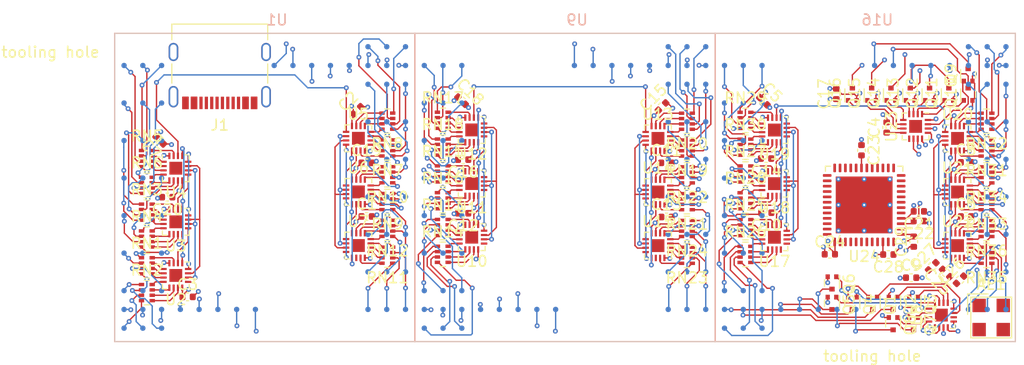
<source format=kicad_pcb>
(kicad_pcb (version 20171130) (host pcbnew 5.1.10)
  (layers (0 F.Cu signal) (1 In1.Cu signal) (2 In2.Cu signal) (31 B.Cu signal) (34 B.Paste user) (35 F.Paste user) (36 B.SilkS user) (37 F.SilkS user) (38 B.Mask user) (39 F.Mask user) (44 Edge.Cuts user))
  (net 0 "")
  (net 1 VBUS)
  (net 2 GND)
  (net 3 /A1)
  (net 4 "Net-(Q1-Pad1)")
  (net 5 /A2)
  (net 6 "Net-(Q2-Pad1)")
  (net 7 /A3)
  (net 8 "Net-(Q3-Pad1)")
  (net 9 /A4)
  (net 10 "Net-(Q4-Pad1)")
  (net 11 /A5)
  (net 12 "Net-(Q5-Pad1)")
  (net 13 /A6)
  (net 14 "Net-(Q6-Pad1)")
  (net 15 /A7)
  (net 16 "Net-(Q7-Pad1)")
  (net 17 /A8)
  (net 18 "Net-(Q8-Pad1)")
  (net 19 /A9)
  (net 20 "Net-(Q9-Pad1)")
  (net 21 /A10)
  (net 22 "Net-(Q10-Pad1)")
  (net 23 /A11)
  (net 24 "Net-(Q11-Pad1)")
  (net 25 /A12)
  (net 26 "Net-(Q12-Pad1)")
  (net 27 /A13)
  (net 28 "Net-(Q13-Pad1)")
  (net 29 /A14)
  (net 30 "Net-(Q14-Pad1)")
  (net 31 /A15)
  (net 32 "Net-(Q15-Pad1)")
  (net 33 /A16)
  (net 34 "Net-(Q16-Pad1)")
  (net 35 "Net-(RN1-Pad5)")
  (net 36 "Net-(RN1-Pad6)")
  (net 37 "Net-(RN1-Pad8)")
  (net 38 "Net-(RN1-Pad7)")
  (net 39 "Net-(RN2-Pad5)")
  (net 40 "Net-(RN2-Pad6)")
  (net 41 "Net-(RN2-Pad8)")
  (net 42 "Net-(RN2-Pad7)")
  (net 43 "Net-(RN3-Pad5)")
  (net 44 "Net-(RN3-Pad6)")
  (net 45 "Net-(RN3-Pad8)")
  (net 46 "Net-(RN3-Pad7)")
  (net 47 "Net-(RN4-Pad5)")
  (net 48 "Net-(RN4-Pad6)")
  (net 49 "Net-(RN4-Pad8)")
  (net 50 "Net-(RN4-Pad7)")
  (net 51 "Net-(RN5-Pad5)")
  (net 52 "Net-(RN5-Pad6)")
  (net 53 "Net-(RN5-Pad8)")
  (net 54 "Net-(RN5-Pad7)")
  (net 55 "Net-(RN6-Pad5)")
  (net 56 "Net-(RN6-Pad6)")
  (net 57 "Net-(RN6-Pad8)")
  (net 58 "Net-(RN6-Pad7)")
  (net 59 "Net-(RN7-Pad5)")
  (net 60 "Net-(RN7-Pad6)")
  (net 61 "Net-(RN7-Pad8)")
  (net 62 "Net-(RN7-Pad7)")
  (net 63 "Net-(RN8-Pad5)")
  (net 64 "Net-(RN8-Pad6)")
  (net 65 "Net-(RN8-Pad8)")
  (net 66 "Net-(RN8-Pad7)")
  (net 67 "Net-(RN9-Pad5)")
  (net 68 "Net-(RN9-Pad6)")
  (net 69 "Net-(RN9-Pad8)")
  (net 70 "Net-(RN9-Pad7)")
  (net 71 "Net-(RN10-Pad5)")
  (net 72 "Net-(RN10-Pad6)")
  (net 73 "Net-(RN10-Pad8)")
  (net 74 "Net-(RN10-Pad7)")
  (net 75 "Net-(RN11-Pad5)")
  (net 76 "Net-(RN11-Pad6)")
  (net 77 "Net-(RN11-Pad8)")
  (net 78 "Net-(RN11-Pad7)")
  (net 79 "Net-(RN12-Pad5)")
  (net 80 "Net-(RN12-Pad6)")
  (net 81 "Net-(RN12-Pad8)")
  (net 82 "Net-(RN12-Pad7)")
  (net 83 "Net-(RN13-Pad5)")
  (net 84 "Net-(RN13-Pad6)")
  (net 85 "Net-(RN13-Pad8)")
  (net 86 "Net-(RN13-Pad7)")
  (net 87 "Net-(RN14-Pad5)")
  (net 88 "Net-(RN14-Pad6)")
  (net 89 "Net-(RN14-Pad8)")
  (net 90 "Net-(RN14-Pad7)")
  (net 91 "Net-(RN15-Pad5)")
  (net 92 "Net-(RN15-Pad6)")
  (net 93 "Net-(RN15-Pad8)")
  (net 94 "Net-(RN15-Pad7)")
  (net 95 "Net-(RN16-Pad5)")
  (net 96 "Net-(RN16-Pad6)")
  (net 97 "Net-(RN16-Pad8)")
  (net 98 "Net-(RN16-Pad7)")
  (net 99 "Net-(RN17-Pad5)")
  (net 100 "Net-(RN17-Pad6)")
  (net 101 "Net-(RN17-Pad8)")
  (net 102 "Net-(RN17-Pad7)")
  (net 103 "Net-(RN18-Pad5)")
  (net 104 "Net-(RN18-Pad6)")
  (net 105 "Net-(RN18-Pad8)")
  (net 106 "Net-(RN18-Pad7)")
  (net 107 "Net-(RN19-Pad5)")
  (net 108 "Net-(RN19-Pad6)")
  (net 109 "Net-(RN19-Pad8)")
  (net 110 "Net-(RN19-Pad7)")
  (net 111 "Net-(RN20-Pad5)")
  (net 112 "Net-(RN20-Pad6)")
  (net 113 "Net-(RN20-Pad8)")
  (net 114 "Net-(RN20-Pad7)")
  (net 115 "Net-(RN21-Pad5)")
  (net 116 "Net-(RN21-Pad6)")
  (net 117 "Net-(RN21-Pad8)")
  (net 118 "Net-(RN21-Pad7)")
  (net 119 "Net-(RN22-Pad5)")
  (net 120 "Net-(RN22-Pad6)")
  (net 121 "Net-(RN22-Pad8)")
  (net 122 "Net-(RN22-Pad7)")
  (net 123 "Net-(RN23-Pad5)")
  (net 124 "Net-(RN23-Pad6)")
  (net 125 "Net-(RN23-Pad8)")
  (net 126 "Net-(RN23-Pad7)")
  (net 127 "Net-(RN24-Pad5)")
  (net 128 "Net-(RN24-Pad6)")
  (net 129 "Net-(RN24-Pad8)")
  (net 130 "Net-(RN24-Pad7)")
  (net 131 "Net-(RN25-Pad5)")
  (net 132 "Net-(RN25-Pad6)")
  (net 133 "Net-(RN25-Pad8)")
  (net 134 "Net-(RN25-Pad7)")
  (net 135 "Net-(RN26-Pad5)")
  (net 136 "Net-(RN26-Pad6)")
  (net 137 "Net-(RN26-Pad8)")
  (net 138 "Net-(RN26-Pad7)")
  (net 139 "Net-(RN27-Pad5)")
  (net 140 "Net-(RN27-Pad6)")
  (net 141 "Net-(RN27-Pad8)")
  (net 142 "Net-(RN27-Pad7)")
  (net 143 "Net-(RN28-Pad5)")
  (net 144 "Net-(RN28-Pad6)")
  (net 145 "Net-(RN28-Pad8)")
  (net 146 "Net-(RN28-Pad7)")
  (net 147 "Net-(RN29-Pad5)")
  (net 148 "Net-(RN29-Pad6)")
  (net 149 "Net-(RN29-Pad8)")
  (net 150 "Net-(RN29-Pad7)")
  (net 151 "Net-(RN30-Pad5)")
  (net 152 "Net-(RN30-Pad6)")
  (net 153 "Net-(RN30-Pad8)")
  (net 154 "Net-(RN30-Pad7)")
  (net 155 "Net-(RN31-Pad5)")
  (net 156 "Net-(RN31-Pad6)")
  (net 157 "Net-(RN31-Pad8)")
  (net 158 "Net-(RN31-Pad7)")
  (net 159 "Net-(RN32-Pad5)")
  (net 160 "Net-(RN32-Pad6)")
  (net 161 "Net-(RN32-Pad8)")
  (net 162 "Net-(RN32-Pad7)")
  (net 163 "Net-(RN33-Pad5)")
  (net 164 "Net-(RN33-Pad6)")
  (net 165 "Net-(RN33-Pad8)")
  (net 166 "Net-(RN33-Pad7)")
  (net 167 "Net-(RN34-Pad5)")
  (net 168 "Net-(RN34-Pad6)")
  (net 169 "Net-(RN34-Pad8)")
  (net 170 "Net-(RN34-Pad7)")
  (net 171 "Net-(RN35-Pad5)")
  (net 172 "Net-(RN35-Pad6)")
  (net 173 "Net-(RN35-Pad8)")
  (net 174 "Net-(RN35-Pad7)")
  (net 175 "Net-(RN36-Pad5)")
  (net 176 "Net-(RN36-Pad6)")
  (net 177 "Net-(RN36-Pad8)")
  (net 178 "Net-(RN36-Pad7)")
  (net 179 "/Panel 1/LATCH_LOW")
  (net 180 "/Panel 1/~RST~_LOW")
  (net 181 "/Panel 1/CLK_LOW")
  (net 182 "/Panel 1/sheet61A68DA0/SIN")
  (net 183 "/Panel 1/SIN_LOW")
  (net 184 "/Panel 1/~OE~_LOW")
  (net 185 "/Panel 1/sheet61A6C351/SIN")
  (net 186 "/Panel 1/sheet61A75B39/SIN")
  (net 187 "/Panel 1/sheet61A75B3A/SIN")
  (net 188 "/Low side 1/LATCH")
  (net 189 "/Low side 1/~RST")
  (net 190 "/Low side 1/CLK")
  (net 191 /sheet61C56D2D/SIN)
  (net 192 "/Low side 1/SIN")
  (net 193 "/Low side 1/~OE")
  (net 194 "/Panel 2/LATCH_LOW")
  (net 195 "/Panel 2/~RST~_LOW")
  (net 196 "/Panel 2/CLK_LOW")
  (net 197 "/Panel 2/sheet61A68DA0/SIN")
  (net 198 "/Panel 2/SIN_LOW")
  (net 199 "/Panel 2/~OE~_LOW")
  (net 200 "/Panel 2/sheet61A6C351/SIN")
  (net 201 "/Panel 2/sheet61A75B39/SIN")
  (net 202 "/Panel 2/sheet61A75B3A/SIN")
  (net 203 "/Panel 3/LATCH_LOW")
  (net 204 "/Panel 3/~RST~_LOW")
  (net 205 "/Panel 3/CLK_LOW")
  (net 206 "/Panel 3/sheet61A68DA0/SIN")
  (net 207 "/Panel 3/SIN_LOW")
  (net 208 "/Panel 3/~OE~_LOW")
  (net 209 "/Panel 3/sheet61A6C351/SIN")
  (net 210 "/Panel 3/sheet61A75B39/SIN")
  (net 211 "/Panel 3/sheet61A75B3A/SIN")
  (net 212 /sheet61C56D2D/SOUT)
  (net 213 "Net-(J1-PadA1)")
  (net 214 "Net-(J1-PadA4)")
  (net 215 "Net-(J1-PadB5)")
  (net 216 "Net-(J1-PadB6)")
  (net 217 "Net-(J1-PadA8)")
  (net 218 "Net-(J1-PadA5)")
  (net 219 "Net-(J1-PadB8)")
  (net 220 "Net-(J1-PadA7)")
  (net 221 "Net-(J1-PadA6)")
  (net 222 "Net-(J1-PadB7)")
  (net 223 "Net-(J1-PadS1)")
  (net 224 "/Panel 1/B3")
  (net 225 "/Panel 1/G3")
  (net 226 "/Panel 1/B1")
  (net 227 "/Panel 1/R1")
  (net 228 "/Panel 1/G1")
  (net 229 "/Panel 1/R3")
  (net 230 "/Panel 2/B3")
  (net 231 "/Panel 2/G3")
  (net 232 "/Panel 2/B1")
  (net 233 "/Panel 2/R1")
  (net 234 "/Panel 2/G1")
  (net 235 "/Panel 2/R3")
  (net 236 "/Panel 3/B3")
  (net 237 "/Panel 3/G3")
  (net 238 "/Panel 3/B1")
  (net 239 "/Panel 3/R1")
  (net 240 "/Panel 3/G1")
  (net 241 "/Panel 3/R3")
  (net 242 "/Panel 1/R5")
  (net 243 "/Panel 1/G5")
  (net 244 "/Panel 1/B5")
  (net 245 "/Panel 1/R7")
  (net 246 "/Panel 1/G7")
  (net 247 "/Panel 1/B7")
  (net 248 "/Panel 1/R9")
  (net 249 "/Panel 1/G9")
  (net 250 "/Panel 1/B9")
  (net 251 "/Panel 1/R11")
  (net 252 "/Panel 1/G11")
  (net 253 "/Panel 1/B11")
  (net 254 "/Panel 1/R13")
  (net 255 "/Panel 1/G13")
  (net 256 "/Panel 1/B13")
  (net 257 "/Panel 1/R15")
  (net 258 "/Panel 1/G15")
  (net 259 "/Panel 1/B15")
  (net 260 "/Panel 1/B16")
  (net 261 "/Panel 1/G16")
  (net 262 "/Panel 1/R16")
  (net 263 "/Panel 1/B14")
  (net 264 "/Panel 1/G14")
  (net 265 "/Panel 1/R14")
  (net 266 "/Panel 1/B12")
  (net 267 "/Panel 1/G12")
  (net 268 "/Panel 1/R12")
  (net 269 "/Panel 1/B10")
  (net 270 "/Panel 1/G10")
  (net 271 "/Panel 1/R10")
  (net 272 "/Panel 1/B8")
  (net 273 "/Panel 1/G8")
  (net 274 "/Panel 1/R8")
  (net 275 "/Panel 1/B6")
  (net 276 "/Panel 1/G6")
  (net 277 "/Panel 1/R6")
  (net 278 "/Panel 1/B4")
  (net 279 "/Panel 1/G4")
  (net 280 "/Panel 1/R4")
  (net 281 "/Panel 1/R2")
  (net 282 "/Panel 1/G2")
  (net 283 "/Panel 1/B2")
  (net 284 "/Panel 2/R5")
  (net 285 "/Panel 2/G5")
  (net 286 "/Panel 2/B5")
  (net 287 "/Panel 2/R7")
  (net 288 "/Panel 2/G7")
  (net 289 "/Panel 2/B7")
  (net 290 "/Panel 2/R9")
  (net 291 "/Panel 2/G9")
  (net 292 "/Panel 2/B9")
  (net 293 "/Panel 2/R11")
  (net 294 "/Panel 2/G11")
  (net 295 "/Panel 2/B11")
  (net 296 "/Panel 2/R13")
  (net 297 "/Panel 2/G13")
  (net 298 "/Panel 2/B13")
  (net 299 "/Panel 2/R15")
  (net 300 "/Panel 2/G15")
  (net 301 "/Panel 2/B15")
  (net 302 "/Panel 2/B16")
  (net 303 "/Panel 2/G16")
  (net 304 "/Panel 2/R16")
  (net 305 "/Panel 2/B14")
  (net 306 "/Panel 2/G14")
  (net 307 "/Panel 2/R14")
  (net 308 "/Panel 2/B12")
  (net 309 "/Panel 2/G12")
  (net 310 "/Panel 2/R12")
  (net 311 "/Panel 2/B10")
  (net 312 "/Panel 2/G10")
  (net 313 "/Panel 2/R10")
  (net 314 "/Panel 2/B8")
  (net 315 "/Panel 2/G8")
  (net 316 "/Panel 2/R8")
  (net 317 "/Panel 2/B6")
  (net 318 "/Panel 2/G6")
  (net 319 "/Panel 2/R6")
  (net 320 "/Panel 2/B4")
  (net 321 "/Panel 2/G4")
  (net 322 "/Panel 2/R4")
  (net 323 "/Panel 2/R2")
  (net 324 "/Panel 2/G2")
  (net 325 "/Panel 2/B2")
  (net 326 "/Panel 3/R5")
  (net 327 "/Panel 3/G5")
  (net 328 "/Panel 3/B5")
  (net 329 "/Panel 3/R7")
  (net 330 "/Panel 3/G7")
  (net 331 "/Panel 3/B7")
  (net 332 "/Panel 3/R9")
  (net 333 "/Panel 3/G9")
  (net 334 "/Panel 3/B9")
  (net 335 "/Panel 3/R11")
  (net 336 "/Panel 3/G11")
  (net 337 "/Panel 3/B11")
  (net 338 "/Panel 3/R13")
  (net 339 "/Panel 3/G13")
  (net 340 "/Panel 3/B13")
  (net 341 "/Panel 3/R15")
  (net 342 "/Panel 3/G15")
  (net 343 "/Panel 3/B15")
  (net 344 "/Panel 3/B16")
  (net 345 "/Panel 3/G16")
  (net 346 "/Panel 3/R16")
  (net 347 "/Panel 3/B14")
  (net 348 "/Panel 3/G14")
  (net 349 "/Panel 3/R14")
  (net 350 "/Panel 3/B12")
  (net 351 "/Panel 3/G12")
  (net 352 "/Panel 3/R12")
  (net 353 "/Panel 3/B10")
  (net 354 "/Panel 3/G10")
  (net 355 "/Panel 3/R10")
  (net 356 "/Panel 3/B8")
  (net 357 "/Panel 3/G8")
  (net 358 "/Panel 3/R8")
  (net 359 "/Panel 3/B6")
  (net 360 "/Panel 3/G6")
  (net 361 "/Panel 3/R6")
  (net 362 "/Panel 3/B4")
  (net 363 "/Panel 3/G4")
  (net 364 "/Panel 3/R4")
  (net 365 "/Panel 3/R2")
  (net 366 "/Panel 3/G2")
  (net 367 "/Panel 3/B2")
  (net 368 "/Panel 1/Sheet61A5C766/SOUT")
  (net 369 "/Panel 1/Sheet61A5C766/SIN")
  (net 370 "/Panel 2/Sheet61A5C766/SOUT")
  (net 371 "/Panel 2/Sheet61A5C766/SIN")
  (net 372 "/Panel 3/Sheet61A5C766/SOUT")
  (net 373 "/Panel 3/Sheet61A5C766/SIN")
  (net 374 "Net-(U24-Pad48)")
  (net 375 "Net-(U24-Pad47)")
  (net 376 "Net-(U24-Pad45)")
  (net 377 "Net-(U24-Pad44)")
  (net 378 "Net-(U24-Pad42)")
  (net 379 "Net-(U24-Pad39)")
  (net 380 "Net-(U24-Pad38)")
  (net 381 "Net-(U24-Pad36)")
  (net 382 "Net-(U24-Pad35)")
  (net 383 "Net-(U24-Pad34)")
  (net 384 "Net-(U24-Pad33)")
  (net 385 "Net-(U24-Pad32)")
  (net 386 "Net-(U24-Pad31)")
  (net 387 "Net-(U24-Pad30)")
  (net 388 "Net-(U24-Pad29)")
  (net 389 "Net-(U24-Pad28)")
  (net 390 "Net-(U24-Pad27)")
  (net 391 "Net-(U24-Pad26)")
  (net 392 "Net-(U24-Pad25)")
  (net 393 "Net-(U24-Pad24)")
  (net 394 "Net-(U24-Pad22)")
  (net 395 "Net-(U24-Pad21)")
  (net 396 "Net-(U24-Pad20)")
  (net 397 "Net-(U24-Pad18)")
  (net 398 "Net-(U24-Pad17)")
  (net 399 "Net-(U24-Pad16)")
  (net 400 "Net-(U24-Pad15)")
  (net 401 "Net-(U24-Pad14)")
  (net 402 "Net-(U24-Pad13)")
  (net 403 "Net-(U24-Pad12)")
  (net 404 "Net-(U24-Pad11)")
  (net 405 "Net-(U24-Pad10)")
  (net 406 "Net-(U24-Pad8)")
  (net 407 "Net-(U24-Pad7)")
  (net 408 "Net-(U24-Pad6)")
  (net 409 "Net-(U24-Pad5)")
  (net 410 "Net-(AE1-Pad1)")
  (net 411 /Sheet620161B9/3V3)
  (net 412 "Net-(C25-Pad2)")
  (net 413 /Sheet620161B9/TXD)
  (net 414 /Sheet620161B9/RXD)
  (net 415 /Sheet620161B9/BOOT)
  (net 416 /Sheet620161B9/EN)
  (module Capacitor_SMD:C_0402_1005Metric (layer F.Cu) (at 165.925 114.15 90)
    (fp_text reference C29 (at 0 -1.16 90) (layer F.SilkS))
    (fp_text value 10uF)
    (pad 2 smd roundrect (at 0.48 0 90) (size 0.56 0.62) (layers F.Cu F.Paste F.Mask) (net 411 /Sheet620161B9/3V3))
    (pad 1 smd roundrect (at -0.48 0 90) (size 0.56 0.62) (layers F.Cu F.Paste F.Mask) (net 2 GND))
  )
  (module Capacitor_SMD:C_0402_1005Metric (layer F.Cu) (at 163.555 115.35 180)
    (fp_text reference C28 (at 0 -1.16) (layer F.SilkS))
    (fp_text value 10uF)
    (pad 2 smd roundrect (at 0.48 0 180) (size 0.56 0.62) (layers F.Cu F.Paste F.Mask) (net 411 /Sheet620161B9/3V3))
    (pad 1 smd roundrect (at -0.48 0 180) (size 0.56 0.62) (layers F.Cu F.Paste F.Mask) (net 2 GND))
  )
  (module Package_DFN_QFN:QFN-48-1EP_7x7mm_P0.5mm_EP5.3x5.3mm (layer F.Cu) (at 161.3 110.725 180)
    (fp_text reference U24 (at 0 -4.8) (layer F.SilkS))
    (fp_text value ESP32-PICO-D4)
    (pad 49 smd rect (at 0 0 180) (size 5.3 5.3) (layers F.Cu F.Mask) (net 2 GND))
    (pad 48 smd roundrect (at -2.75 -3.45 180) (size 0.25 0.8) (layers F.Cu F.Paste F.Mask) (net 374 "Net-(U24-Pad48)"))
    (pad 47 smd roundrect (at -2.25 -3.45 180) (size 0.25 0.8) (layers F.Cu F.Paste F.Mask) (net 375 "Net-(U24-Pad47)"))
    (pad 46 smd roundrect (at -1.75 -3.45 180) (size 0.25 0.8) (layers F.Cu F.Paste F.Mask) (net 411 /Sheet620161B9/3V3))
    (pad 45 smd roundrect (at -1.25 -3.45 180) (size 0.25 0.8) (layers F.Cu F.Paste F.Mask) (net 376 "Net-(U24-Pad45)"))
    (pad 44 smd roundrect (at -0.75 -3.45 180) (size 0.25 0.8) (layers F.Cu F.Paste F.Mask) (net 377 "Net-(U24-Pad44)"))
    (pad 43 smd roundrect (at -0.25 -3.45 180) (size 0.25 0.8) (layers F.Cu F.Paste F.Mask) (net 411 /Sheet620161B9/3V3))
    (pad 42 smd roundrect (at 0.25 -3.45 180) (size 0.25 0.8) (layers F.Cu F.Paste F.Mask) (net 378 "Net-(U24-Pad42)"))
    (pad 41 smd roundrect (at 0.75 -3.45 180) (size 0.25 0.8) (layers F.Cu F.Paste F.Mask) (net 413 /Sheet620161B9/TXD))
    (pad 40 smd roundrect (at 1.25 -3.45 180) (size 0.25 0.8) (layers F.Cu F.Paste F.Mask) (net 414 /Sheet620161B9/RXD))
    (pad 39 smd roundrect (at 1.75 -3.45 180) (size 0.25 0.8) (layers F.Cu F.Paste F.Mask) (net 379 "Net-(U24-Pad39)"))
    (pad 38 smd roundrect (at 2.25 -3.45 180) (size 0.25 0.8) (layers F.Cu F.Paste F.Mask) (net 380 "Net-(U24-Pad38)"))
    (pad 37 smd roundrect (at 2.75 -3.45 180) (size 0.25 0.8) (layers F.Cu F.Paste F.Mask) (net 411 /Sheet620161B9/3V3))
    (pad 36 smd roundrect (at 3.45 -2.75 180) (size 0.8 0.25) (layers F.Cu F.Paste F.Mask) (net 381 "Net-(U24-Pad36)"))
    (pad 35 smd roundrect (at 3.45 -2.25 180) (size 0.8 0.25) (layers F.Cu F.Paste F.Mask) (net 382 "Net-(U24-Pad35)"))
    (pad 34 smd roundrect (at 3.45 -1.75 180) (size 0.8 0.25) (layers F.Cu F.Paste F.Mask) (net 383 "Net-(U24-Pad34)"))
    (pad 33 smd roundrect (at 3.45 -1.25 180) (size 0.8 0.25) (layers F.Cu F.Paste F.Mask) (net 384 "Net-(U24-Pad33)"))
    (pad 32 smd roundrect (at 3.45 -0.75 180) (size 0.8 0.25) (layers F.Cu F.Paste F.Mask) (net 385 "Net-(U24-Pad32)"))
    (pad 31 smd roundrect (at 3.45 -0.25 180) (size 0.8 0.25) (layers F.Cu F.Paste F.Mask) (net 386 "Net-(U24-Pad31)"))
    (pad 30 smd roundrect (at 3.45 0.25 180) (size 0.8 0.25) (layers F.Cu F.Paste F.Mask) (net 387 "Net-(U24-Pad30)"))
    (pad 29 smd roundrect (at 3.45 0.75 180) (size 0.8 0.25) (layers F.Cu F.Paste F.Mask) (net 388 "Net-(U24-Pad29)"))
    (pad 28 smd roundrect (at 3.45 1.25 180) (size 0.8 0.25) (layers F.Cu F.Paste F.Mask) (net 389 "Net-(U24-Pad28)"))
    (pad 27 smd roundrect (at 3.45 1.75 180) (size 0.8 0.25) (layers F.Cu F.Paste F.Mask) (net 390 "Net-(U24-Pad27)"))
    (pad 26 smd roundrect (at 3.45 2.25 180) (size 0.8 0.25) (layers F.Cu F.Paste F.Mask) (net 391 "Net-(U24-Pad26)"))
    (pad 25 smd roundrect (at 3.45 2.75 180) (size 0.8 0.25) (layers F.Cu F.Paste F.Mask) (net 392 "Net-(U24-Pad25)"))
    (pad 24 smd roundrect (at 2.75 3.45 180) (size 0.25 0.8) (layers F.Cu F.Paste F.Mask) (net 393 "Net-(U24-Pad24)"))
    (pad 23 smd roundrect (at 2.25 3.45 180) (size 0.25 0.8) (layers F.Cu F.Paste F.Mask) (net 415 /Sheet620161B9/BOOT))
    (pad 22 smd roundrect (at 1.75 3.45 180) (size 0.25 0.8) (layers F.Cu F.Paste F.Mask) (net 394 "Net-(U24-Pad22)"))
    (pad 21 smd roundrect (at 1.25 3.45 180) (size 0.25 0.8) (layers F.Cu F.Paste F.Mask) (net 395 "Net-(U24-Pad21)"))
    (pad 20 smd roundrect (at 0.75 3.45 180) (size 0.25 0.8) (layers F.Cu F.Paste F.Mask) (net 396 "Net-(U24-Pad20)"))
    (pad 19 smd roundrect (at 0.25 3.45 180) (size 0.25 0.8) (layers F.Cu F.Paste F.Mask) (net 411 /Sheet620161B9/3V3))
    (pad 18 smd roundrect (at -0.25 3.45 180) (size 0.25 0.8) (layers F.Cu F.Paste F.Mask) (net 397 "Net-(U24-Pad18)"))
    (pad 17 smd roundrect (at -0.75 3.45 180) (size 0.25 0.8) (layers F.Cu F.Paste F.Mask) (net 398 "Net-(U24-Pad17)"))
    (pad 16 smd roundrect (at -1.25 3.45 180) (size 0.25 0.8) (layers F.Cu F.Paste F.Mask) (net 399 "Net-(U24-Pad16)"))
    (pad 15 smd roundrect (at -1.75 3.45 180) (size 0.25 0.8) (layers F.Cu F.Paste F.Mask) (net 400 "Net-(U24-Pad15)"))
    (pad 14 smd roundrect (at -2.25 3.45 180) (size 0.25 0.8) (layers F.Cu F.Paste F.Mask) (net 401 "Net-(U24-Pad14)"))
    (pad 13 smd roundrect (at -2.75 3.45 180) (size 0.25 0.8) (layers F.Cu F.Paste F.Mask) (net 402 "Net-(U24-Pad13)"))
    (pad 12 smd roundrect (at -3.45 2.75 180) (size 0.8 0.25) (layers F.Cu F.Paste F.Mask) (net 403 "Net-(U24-Pad12)"))
    (pad 11 smd roundrect (at -3.45 2.25 180) (size 0.8 0.25) (layers F.Cu F.Paste F.Mask) (net 404 "Net-(U24-Pad11)"))
    (pad 10 smd roundrect (at -3.45 1.75 180) (size 0.8 0.25) (layers F.Cu F.Paste F.Mask) (net 405 "Net-(U24-Pad10)"))
    (pad 9 smd roundrect (at -3.45 1.25 180) (size 0.8 0.25) (layers F.Cu F.Paste F.Mask) (net 416 /Sheet620161B9/EN))
    (pad 8 smd roundrect (at -3.45 0.75 180) (size 0.8 0.25) (layers F.Cu F.Paste F.Mask) (net 406 "Net-(U24-Pad8)"))
    (pad 7 smd roundrect (at -3.45 0.25 180) (size 0.8 0.25) (layers F.Cu F.Paste F.Mask) (net 407 "Net-(U24-Pad7)"))
    (pad 6 smd roundrect (at -3.45 -0.25 180) (size 0.8 0.25) (layers F.Cu F.Paste F.Mask) (net 408 "Net-(U24-Pad6)"))
    (pad 5 smd roundrect (at -3.45 -0.75 180) (size 0.8 0.25) (layers F.Cu F.Paste F.Mask) (net 409 "Net-(U24-Pad5)"))
    (pad 4 smd roundrect (at -3.45 -1.25 180) (size 0.8 0.25) (layers F.Cu F.Paste F.Mask) (net 411 /Sheet620161B9/3V3))
    (pad 3 smd roundrect (at -3.45 -1.75 180) (size 0.8 0.25) (layers F.Cu F.Paste F.Mask) (net 411 /Sheet620161B9/3V3))
    (pad 2 smd roundrect (at -3.45 -2.25 180) (size 0.8 0.25) (layers F.Cu F.Paste F.Mask) (net 412 "Net-(C25-Pad2)"))
    (pad 1 smd roundrect (at -3.45 -2.75 180) (size 0.8 0.25) (layers F.Cu F.Paste F.Mask) (net 411 /Sheet620161B9/3V3))
  )
  (module Capacitor_SMD:C_0402_1005Metric (layer F.Cu) (at 167.65 116.45 45)
    (fp_text reference C27 (at 0 -1.16 45) (layer F.SilkS))
    (fp_text value DNP)
    (pad 2 smd roundrect (at 0.48 0 45) (size 0.56 0.62) (layers F.Cu F.Paste F.Mask) (net 412 "Net-(C25-Pad2)"))
    (pad 1 smd roundrect (at -0.48 0 45) (size 0.56 0.62) (layers F.Cu F.Paste F.Mask) (net 2 GND))
  )
  (module Capacitor_SMD:C_0402_1005Metric (layer F.Cu) (at 170.25 117.7 45)
    (fp_text reference C26 (at 0 -1.16 45) (layer F.SilkS))
    (fp_text value DNP)
    (pad 2 smd roundrect (at 0.48 0 45) (size 0.56 0.62) (layers F.Cu F.Paste F.Mask) (net 2 GND))
    (pad 1 smd roundrect (at -0.48 0 45) (size 0.56 0.62) (layers F.Cu F.Paste F.Mask) (net 410 "Net-(AE1-Pad1)"))
  )
  (module Capacitor_SMD:C_0402_1005Metric (layer F.Cu) (at 168.95 117.075 135)
    (fp_text reference C25 (at 0 -1.16 135) (layer F.SilkS))
    (fp_text value 0R)
    (pad 2 smd roundrect (at 0.48 0 135) (size 0.56 0.62) (layers F.Cu F.Paste F.Mask) (net 412 "Net-(C25-Pad2)"))
    (pad 1 smd roundrect (at -0.48 0 135) (size 0.56 0.62) (layers F.Cu F.Paste F.Mask) (net 410 "Net-(AE1-Pad1)"))
  )
  (module Capacitor_SMD:C_0402_1005Metric (layer F.Cu) (at 158.1 115.325)
    (fp_text reference C24 (at 0 -1.16) (layer F.SilkS))
    (fp_text value 10uF)
    (pad 2 smd roundrect (at 0.48 0) (size 0.56 0.62) (layers F.Cu F.Paste F.Mask) (net 411 /Sheet620161B9/3V3))
    (pad 1 smd roundrect (at -0.48 0) (size 0.56 0.62) (layers F.Cu F.Paste F.Mask) (net 2 GND))
  )
  (module Capacitor_SMD:C_0402_1005Metric (layer F.Cu) (at 161.05 105.625 270)
    (fp_text reference C23 (at 0 -1.16 90) (layer F.SilkS))
    (fp_text value 10uF)
    (pad 2 smd roundrect (at 0.48 0 270) (size 0.56 0.62) (layers F.Cu F.Paste F.Mask) (net 411 /Sheet620161B9/3V3))
    (pad 1 smd roundrect (at -0.48 0 270) (size 0.56 0.62) (layers F.Cu F.Paste F.Mask) (net 2 GND))
  )
  (module Capacitor_SMD:C_0402_1005Metric (layer F.Cu) (at 166.4 112.225 180)
    (fp_text reference C22 (at 0 -1.16) (layer F.SilkS))
    (fp_text value 10uF)
    (pad 2 smd roundrect (at 0.48 0 180) (size 0.56 0.62) (layers F.Cu F.Paste F.Mask) (net 411 /Sheet620161B9/3V3))
    (pad 1 smd roundrect (at -0.48 0 180) (size 0.56 0.62) (layers F.Cu F.Paste F.Mask) (net 2 GND))
  )
  (module Capacitor_SMD:C_0402_1005Metric (layer F.Cu) (at 166.4 111.325 180)
    (fp_text reference C21 (at 0 -1.16) (layer F.SilkS))
    (fp_text value 10uF)
    (pad 2 smd roundrect (at 0.48 0 180) (size 0.56 0.62) (layers F.Cu F.Paste F.Mask) (net 411 /Sheet620161B9/3V3))
    (pad 1 smd roundrect (at -0.48 0 180) (size 0.56 0.62) (layers F.Cu F.Paste F.Mask) (net 2 GND))
  )
  (module Antenna_SMD_Molex:2065130001 (layer F.Cu) (at 173.15 121.225 180)
    (fp_text reference AE1 (at 0 3.1) (layer F.SilkS))
    (fp_text value Antenna)
    (pad "" smd rect (at -1.125 1.125 90) (size 1.25 1.25) (layers F.Cu F.Paste F.Mask))
    (pad "" smd rect (at -1.125 -1.125) (size 1.25 1.25) (layers F.Cu F.Paste F.Mask))
    (pad "" smd rect (at 1.125 -1.125 270) (size 1.25 1.25) (layers F.Cu F.Paste F.Mask))
    (pad 1 smd rect (at 1.125 1.125 180) (size 1.25 1.25) (layers F.Cu F.Paste F.Mask) (net 410 "Net-(AE1-Pad1)"))
  )
  (module ToolingHole:ToolingHole_JLCSMT (layer F.Cu) (at 93.4 96.475)
    (fp_text reference H2 hide)
    (fp_text value ToolingHole)
    (fp_text user "tooling hole" (at -8 0) (layer F.SilkS))
    (pad "" np_thru_hole circle (at 0 0) (size 1.152 1.152) (drill 1.152) (layers *.Cu *.Mask))
  )
  (module ToolingHole:ToolingHole_JLCSMT (layer F.Cu) (at 162.1 118.175)
    (fp_text reference H1 hide)
    (fp_text value ToolingHole)
    (fp_text user "tooling hole" (at -0.05 6.65) (layer F.SilkS))
    (pad "" np_thru_hole circle (at 0 0) (size 1.152 1.152) (drill 1.152) (layers *.Cu *.Mask))
  )
  (module led-panel:bga-led-panel-16x16 (layer B.Cu) (at 105.4 109.1)
    (fp_text reference U1 (at 1.125 -15.63) (layer B.SilkS) (effects (justify mirror)))
    (fp_text value led-panel-16x16)
    (pad A1 smd circle (at -13.125 13.12) (size 0.5 0.5) (layers B.Cu B.Mask) (net 227 "/Panel 1/R1"))
    (pad A2 smd circle (at -11.375 13.12) (size 0.5 0.5) (layers B.Cu B.Mask) (net 228 "/Panel 1/G1"))
    (pad A3 smd circle (at -9.625 13.12) (size 0.5 0.5) (layers B.Cu B.Mask) (net 226 "/Panel 1/B1"))
    (pad B1 smd circle (at -13.125 11.37) (size 0.5 0.5) (layers B.Cu B.Mask) (net 3 /A1))
    (pad B2 smd circle (at -11.375 11.37) (size 0.5 0.5) (layers B.Cu B.Mask) (net 5 /A2))
    (pad B3 smd circle (at -9.625 11.37) (size 0.5 0.5) (layers B.Cu B.Mask) (net 7 /A3))
    (pad B4 smd circle (at -7.875 11.37) (size 0.5 0.5) (layers B.Cu B.Mask) (net 9 /A4))
    (pad B5 smd circle (at -6.125 11.37) (size 0.5 0.5) (layers B.Cu B.Mask) (net 11 /A5))
    (pad B6 smd circle (at -4.375 11.37) (size 0.5 0.5) (layers B.Cu B.Mask) (net 13 /A6))
    (pad B7 smd circle (at -2.625 11.37) (size 0.5 0.5) (layers B.Cu B.Mask) (net 15 /A7))
    (pad B8 smd circle (at -0.875 11.37) (size 0.5 0.5) (layers B.Cu B.Mask) (net 17 /A8))
    (pad C1 smd circle (at -13.125 9.62) (size 0.5 0.5) (layers B.Cu B.Mask) (net 229 "/Panel 1/R3"))
    (pad C2 smd circle (at -11.375 9.62) (size 0.5 0.5) (layers B.Cu B.Mask) (net 225 "/Panel 1/G3"))
    (pad C3 smd circle (at -9.625 9.62) (size 0.5 0.5) (layers B.Cu B.Mask) (net 224 "/Panel 1/B3"))
    (pad E1 smd circle (at -13.125 6.12) (size 0.5 0.5) (layers B.Cu B.Mask) (net 242 "/Panel 1/R5"))
    (pad E2 smd circle (at -11.375 6.12) (size 0.5 0.5) (layers B.Cu B.Mask) (net 243 "/Panel 1/G5"))
    (pad E3 smd circle (at -9.625 6.12) (size 0.5 0.5) (layers B.Cu B.Mask) (net 244 "/Panel 1/B5"))
    (pad G1 smd circle (at -13.125 2.62) (size 0.5 0.5) (layers B.Cu B.Mask) (net 245 "/Panel 1/R7"))
    (pad G2 smd circle (at -11.375 2.62) (size 0.5 0.5) (layers B.Cu B.Mask) (net 246 "/Panel 1/G7"))
    (pad G3 smd circle (at -9.625 2.62) (size 0.5 0.5) (layers B.Cu B.Mask) (net 247 "/Panel 1/B7"))
    (pad J1 smd circle (at -13.125 -0.88) (size 0.5 0.5) (layers B.Cu B.Mask) (net 248 "/Panel 1/R9"))
    (pad J2 smd circle (at -11.375 -0.88) (size 0.5 0.5) (layers B.Cu B.Mask) (net 249 "/Panel 1/G9"))
    (pad J3 smd circle (at -9.625 -0.88) (size 0.5 0.5) (layers B.Cu B.Mask) (net 250 "/Panel 1/B9"))
    (pad L1 smd circle (at -13.125 -4.38) (size 0.5 0.5) (layers B.Cu B.Mask) (net 251 "/Panel 1/R11"))
    (pad L2 smd circle (at -11.375 -4.38) (size 0.5 0.5) (layers B.Cu B.Mask) (net 252 "/Panel 1/G11"))
    (pad L3 smd circle (at -9.625 -4.38) (size 0.5 0.5) (layers B.Cu B.Mask) (net 253 "/Panel 1/B11"))
    (pad N1 smd circle (at -13.125 -7.88) (size 0.5 0.5) (layers B.Cu B.Mask) (net 254 "/Panel 1/R13"))
    (pad N2 smd circle (at -11.375 -7.88) (size 0.5 0.5) (layers B.Cu B.Mask) (net 255 "/Panel 1/G13"))
    (pad N3 smd circle (at -9.625 -7.88) (size 0.5 0.5) (layers B.Cu B.Mask) (net 256 "/Panel 1/B13"))
    (pad R1 smd circle (at -13.125 -11.38) (size 0.5 0.5) (layers B.Cu B.Mask) (net 257 "/Panel 1/R15"))
    (pad R2 smd circle (at -11.375 -11.38) (size 0.5 0.5) (layers B.Cu B.Mask) (net 258 "/Panel 1/G15"))
    (pad R3 smd circle (at -9.625 -11.38) (size 0.5 0.5) (layers B.Cu B.Mask) (net 259 "/Panel 1/B15"))
    (pad T16 smd circle (at 13.125 -13.13) (size 0.5 0.5) (layers B.Cu B.Mask) (net 260 "/Panel 1/B16"))
    (pad T15 smd circle (at 11.375 -13.13) (size 0.5 0.5) (layers B.Cu B.Mask) (net 261 "/Panel 1/G16"))
    (pad T14 smd circle (at 9.625 -13.13) (size 0.5 0.5) (layers B.Cu B.Mask) (net 262 "/Panel 1/R16"))
    (pad R16 smd circle (at 13.125 -11.38) (size 0.5 0.5) (layers B.Cu B.Mask) (net 33 /A16))
    (pad R15 smd circle (at 11.375 -11.38) (size 0.5 0.5) (layers B.Cu B.Mask) (net 31 /A15))
    (pad R14 smd circle (at 9.625 -11.38) (size 0.5 0.5) (layers B.Cu B.Mask) (net 29 /A14))
    (pad R13 smd circle (at 7.875 -11.38) (size 0.5 0.5) (layers B.Cu B.Mask) (net 27 /A13))
    (pad R12 smd circle (at 6.125 -11.38) (size 0.5 0.5) (layers B.Cu B.Mask) (net 25 /A12))
    (pad R11 smd circle (at 4.375 -11.38) (size 0.5 0.5) (layers B.Cu B.Mask) (net 23 /A11))
    (pad R10 smd circle (at 2.625 -11.38) (size 0.5 0.5) (layers B.Cu B.Mask) (net 21 /A10))
    (pad R9 smd circle (at 0.875 -11.38) (size 0.5 0.5) (layers B.Cu B.Mask) (net 19 /A9))
    (pad P16 smd circle (at 13.125 -9.63) (size 0.5 0.5) (layers B.Cu B.Mask) (net 263 "/Panel 1/B14"))
    (pad P15 smd circle (at 11.375 -9.63) (size 0.5 0.5) (layers B.Cu B.Mask) (net 264 "/Panel 1/G14"))
    (pad P14 smd circle (at 9.625 -9.63) (size 0.5 0.5) (layers B.Cu B.Mask) (net 265 "/Panel 1/R14"))
    (pad M16 smd circle (at 13.125 -6.13) (size 0.5 0.5) (layers B.Cu B.Mask) (net 266 "/Panel 1/B12"))
    (pad M15 smd circle (at 11.375 -6.13) (size 0.5 0.5) (layers B.Cu B.Mask) (net 267 "/Panel 1/G12"))
    (pad M14 smd circle (at 9.625 -6.13) (size 0.5 0.5) (layers B.Cu B.Mask) (net 268 "/Panel 1/R12"))
    (pad K16 smd circle (at 13.125 -2.63) (size 0.5 0.5) (layers B.Cu B.Mask) (net 269 "/Panel 1/B10"))
    (pad K15 smd circle (at 11.375 -2.63) (size 0.5 0.5) (layers B.Cu B.Mask) (net 270 "/Panel 1/G10"))
    (pad K14 smd circle (at 9.625 -2.63) (size 0.5 0.5) (layers B.Cu B.Mask) (net 271 "/Panel 1/R10"))
    (pad H16 smd circle (at 13.125 0.87) (size 0.5 0.5) (layers B.Cu B.Mask) (net 272 "/Panel 1/B8"))
    (pad H15 smd circle (at 11.375 0.87) (size 0.5 0.5) (layers B.Cu B.Mask) (net 273 "/Panel 1/G8"))
    (pad H14 smd circle (at 9.625 0.87) (size 0.5 0.5) (layers B.Cu B.Mask) (net 274 "/Panel 1/R8"))
    (pad F16 smd circle (at 13.125 4.37) (size 0.5 0.5) (layers B.Cu B.Mask) (net 275 "/Panel 1/B6"))
    (pad F15 smd circle (at 11.375 4.37) (size 0.5 0.5) (layers B.Cu B.Mask) (net 276 "/Panel 1/G6"))
    (pad F14 smd circle (at 9.625 4.37) (size 0.5 0.5) (layers B.Cu B.Mask) (net 277 "/Panel 1/R6"))
    (pad D16 smd circle (at 13.125 7.87) (size 0.5 0.5) (layers B.Cu B.Mask) (net 278 "/Panel 1/B4"))
    (pad D15 smd circle (at 11.375 7.87) (size 0.5 0.5) (layers B.Cu B.Mask) (net 279 "/Panel 1/G4"))
    (pad D14 smd circle (at 9.625 7.87) (size 0.5 0.5) (layers B.Cu B.Mask) (net 280 "/Panel 1/R4"))
    (pad B14 smd circle (at 9.625 11.37) (size 0.5 0.5) (layers B.Cu B.Mask) (net 281 "/Panel 1/R2"))
    (pad B15 smd circle (at 11.375 11.37) (size 0.5 0.5) (layers B.Cu B.Mask) (net 282 "/Panel 1/G2"))
    (pad B16 smd circle (at 13.125 11.37) (size 0.5 0.5) (layers B.Cu B.Mask) (net 283 "/Panel 1/B2"))
  )
  (module Package_Texas:X1QFN-16-2.5x2.5-EP-1.2 (layer F.Cu) (at 166.1 103.4 270)
    (fp_text reference U23 (at 0 2.25 90) (layer F.SilkS))
    (fp_text value 74HC595)
    (pad 12 smd rect (at 1.15 -0.6 90) (size 0.6 0.2) (layers F.Cu F.Paste F.Mask) (net 188 "/Low side 1/LATCH"))
    (pad 10 smd rect (at 1.15 0.2 90) (size 0.6 0.2) (layers F.Cu F.Paste F.Mask) (net 189 "/Low side 1/~RST"))
    (pad 11 smd rect (at 1.15 -0.2 90) (size 0.6 0.2) (layers F.Cu F.Paste F.Mask) (net 190 "/Low side 1/CLK"))
    (pad 9 smd rect (at 1.15 0.6 90) (size 0.6 0.2) (layers F.Cu F.Paste F.Mask) (net 212 /sheet61C56D2D/SOUT))
    (pad 16 smd rect (at -0.6 -1.15 180) (size 0.6 0.2) (layers F.Cu F.Paste F.Mask) (net 1 VBUS))
    (pad 14 smd rect (at 0.2 -1.15 180) (size 0.6 0.2) (layers F.Cu F.Paste F.Mask) (net 191 /sheet61C56D2D/SIN))
    (pad 15 smd rect (at -0.2 -1.15 180) (size 0.6 0.2) (layers F.Cu F.Paste F.Mask) (net 20 "Net-(Q9-Pad1)"))
    (pad 13 smd rect (at 0.6 -1.15 180) (size 0.6 0.2) (layers F.Cu F.Paste F.Mask) (net 193 "/Low side 1/~OE"))
    (pad 8 smd rect (at 0.6 1.15) (size 0.6 0.2) (layers F.Cu F.Paste F.Mask) (net 2 GND))
    (pad 6 smd rect (at -0.2 1.15) (size 0.6 0.2) (layers F.Cu F.Paste F.Mask) (net 32 "Net-(Q15-Pad1)"))
    (pad 7 smd rect (at 0.2 1.15) (size 0.6 0.2) (layers F.Cu F.Paste F.Mask) (net 34 "Net-(Q16-Pad1)"))
    (pad 5 smd rect (at -0.6 1.15) (size 0.6 0.2) (layers F.Cu F.Paste F.Mask) (net 30 "Net-(Q14-Pad1)"))
    (pad 4 smd rect (at -1.15 0.6 270) (size 0.6 0.2) (layers F.Cu F.Paste F.Mask) (net 28 "Net-(Q13-Pad1)"))
    (pad 3 smd rect (at -1.15 0.2 270) (size 0.6 0.2) (layers F.Cu F.Paste F.Mask) (net 26 "Net-(Q12-Pad1)"))
    (pad 2 smd rect (at -1.15 -0.2 270) (size 0.6 0.2) (layers F.Cu F.Paste F.Mask) (net 24 "Net-(Q11-Pad1)"))
    (pad 1 smd rect (at -1.15 -0.6 270) (size 0.6 0.2) (layers F.Cu F.Paste F.Mask) (net 22 "Net-(Q10-Pad1)"))
    (pad 17 smd rect (at 0 0 270) (size 1.2 1.2) (layers F.Cu F.Paste F.Mask))
  )
  (module Package_Texas:X1QFN-16-2.5x2.5-EP-1.2 (layer F.Cu) (at 170.01 114.52 180)
    (fp_text reference U22 (at 0 2.25) (layer F.SilkS))
    (fp_text value 74HC595)
    (pad 12 smd rect (at 1.15 -0.6) (size 0.6 0.2) (layers F.Cu F.Paste F.Mask) (net 203 "/Panel 3/LATCH_LOW"))
    (pad 10 smd rect (at 1.15 0.2) (size 0.6 0.2) (layers F.Cu F.Paste F.Mask) (net 204 "/Panel 3/~RST~_LOW"))
    (pad 11 smd rect (at 1.15 -0.2) (size 0.6 0.2) (layers F.Cu F.Paste F.Mask) (net 205 "/Panel 3/CLK_LOW"))
    (pad 9 smd rect (at 1.15 0.6) (size 0.6 0.2) (layers F.Cu F.Paste F.Mask) (net 211 "/Panel 3/sheet61A75B3A/SIN"))
    (pad 16 smd rect (at -0.6 -1.15 90) (size 0.6 0.2) (layers F.Cu F.Paste F.Mask) (net 1 VBUS))
    (pad 14 smd rect (at 0.2 -1.15 90) (size 0.6 0.2) (layers F.Cu F.Paste F.Mask) (net 207 "/Panel 3/SIN_LOW"))
    (pad 15 smd rect (at -0.2 -1.15 90) (size 0.6 0.2) (layers F.Cu F.Paste F.Mask) (net 173 "Net-(RN35-Pad8)"))
    (pad 13 smd rect (at 0.6 -1.15 90) (size 0.6 0.2) (layers F.Cu F.Paste F.Mask) (net 208 "/Panel 3/~OE~_LOW"))
    (pad 8 smd rect (at 0.6 1.15 270) (size 0.6 0.2) (layers F.Cu F.Paste F.Mask) (net 2 GND))
    (pad 6 smd rect (at -0.2 1.15 270) (size 0.6 0.2) (layers F.Cu F.Paste F.Mask) (net 176 "Net-(RN36-Pad6)"))
    (pad 7 smd rect (at 0.2 1.15 270) (size 0.6 0.2) (layers F.Cu F.Paste F.Mask) (net 175 "Net-(RN36-Pad5)"))
    (pad 5 smd rect (at -0.6 1.15 270) (size 0.6 0.2) (layers F.Cu F.Paste F.Mask) (net 178 "Net-(RN36-Pad7)"))
    (pad 4 smd rect (at -1.15 0.6 180) (size 0.6 0.2) (layers F.Cu F.Paste F.Mask) (net 177 "Net-(RN36-Pad8)"))
    (pad 3 smd rect (at -1.15 0.2 180) (size 0.6 0.2) (layers F.Cu F.Paste F.Mask) (net 171 "Net-(RN35-Pad5)"))
    (pad 2 smd rect (at -1.15 -0.2 180) (size 0.6 0.2) (layers F.Cu F.Paste F.Mask) (net 172 "Net-(RN35-Pad6)"))
    (pad 1 smd rect (at -1.15 -0.6 180) (size 0.6 0.2) (layers F.Cu F.Paste F.Mask) (net 174 "Net-(RN35-Pad7)"))
    (pad 17 smd rect (at 0 0 180) (size 1.2 1.2) (layers F.Cu F.Paste F.Mask))
  )
  (module Package_Texas:X1QFN-16-2.5x2.5-EP-1.2 (layer F.Cu) (at 170.01 109.52 180)
    (fp_text reference U21 (at 0 2.25) (layer F.SilkS))
    (fp_text value 74HC595)
    (pad 12 smd rect (at 1.15 -0.6) (size 0.6 0.2) (layers F.Cu F.Paste F.Mask) (net 203 "/Panel 3/LATCH_LOW"))
    (pad 10 smd rect (at 1.15 0.2) (size 0.6 0.2) (layers F.Cu F.Paste F.Mask) (net 204 "/Panel 3/~RST~_LOW"))
    (pad 11 smd rect (at 1.15 -0.2) (size 0.6 0.2) (layers F.Cu F.Paste F.Mask) (net 205 "/Panel 3/CLK_LOW"))
    (pad 9 smd rect (at 1.15 0.6) (size 0.6 0.2) (layers F.Cu F.Paste F.Mask) (net 210 "/Panel 3/sheet61A75B39/SIN"))
    (pad 16 smd rect (at -0.6 -1.15 90) (size 0.6 0.2) (layers F.Cu F.Paste F.Mask) (net 1 VBUS))
    (pad 14 smd rect (at 0.2 -1.15 90) (size 0.6 0.2) (layers F.Cu F.Paste F.Mask) (net 211 "/Panel 3/sheet61A75B3A/SIN"))
    (pad 15 smd rect (at -0.2 -1.15 90) (size 0.6 0.2) (layers F.Cu F.Paste F.Mask) (net 165 "Net-(RN33-Pad8)"))
    (pad 13 smd rect (at 0.6 -1.15 90) (size 0.6 0.2) (layers F.Cu F.Paste F.Mask) (net 208 "/Panel 3/~OE~_LOW"))
    (pad 8 smd rect (at 0.6 1.15 270) (size 0.6 0.2) (layers F.Cu F.Paste F.Mask) (net 2 GND))
    (pad 6 smd rect (at -0.2 1.15 270) (size 0.6 0.2) (layers F.Cu F.Paste F.Mask) (net 168 "Net-(RN34-Pad6)"))
    (pad 7 smd rect (at 0.2 1.15 270) (size 0.6 0.2) (layers F.Cu F.Paste F.Mask) (net 167 "Net-(RN34-Pad5)"))
    (pad 5 smd rect (at -0.6 1.15 270) (size 0.6 0.2) (layers F.Cu F.Paste F.Mask) (net 170 "Net-(RN34-Pad7)"))
    (pad 4 smd rect (at -1.15 0.6 180) (size 0.6 0.2) (layers F.Cu F.Paste F.Mask) (net 169 "Net-(RN34-Pad8)"))
    (pad 3 smd rect (at -1.15 0.2 180) (size 0.6 0.2) (layers F.Cu F.Paste F.Mask) (net 163 "Net-(RN33-Pad5)"))
    (pad 2 smd rect (at -1.15 -0.2 180) (size 0.6 0.2) (layers F.Cu F.Paste F.Mask) (net 164 "Net-(RN33-Pad6)"))
    (pad 1 smd rect (at -1.15 -0.6 180) (size 0.6 0.2) (layers F.Cu F.Paste F.Mask) (net 166 "Net-(RN33-Pad7)"))
    (pad 17 smd rect (at 0 0 180) (size 1.2 1.2) (layers F.Cu F.Paste F.Mask))
  )
  (module Package_Texas:X1QFN-16-2.5x2.5-EP-1.2 (layer F.Cu) (at 170.01 104.519999 180)
    (fp_text reference U20 (at 0 2.25) (layer F.SilkS))
    (fp_text value 74HC595)
    (pad 12 smd rect (at 1.15 -0.6) (size 0.6 0.2) (layers F.Cu F.Paste F.Mask) (net 203 "/Panel 3/LATCH_LOW"))
    (pad 10 smd rect (at 1.15 0.2) (size 0.6 0.2) (layers F.Cu F.Paste F.Mask) (net 204 "/Panel 3/~RST~_LOW"))
    (pad 11 smd rect (at 1.15 -0.2) (size 0.6 0.2) (layers F.Cu F.Paste F.Mask) (net 205 "/Panel 3/CLK_LOW"))
    (pad 9 smd rect (at 1.15 0.6) (size 0.6 0.2) (layers F.Cu F.Paste F.Mask) (net 209 "/Panel 3/sheet61A6C351/SIN"))
    (pad 16 smd rect (at -0.6 -1.15 90) (size 0.6 0.2) (layers F.Cu F.Paste F.Mask) (net 1 VBUS))
    (pad 14 smd rect (at 0.2 -1.15 90) (size 0.6 0.2) (layers F.Cu F.Paste F.Mask) (net 210 "/Panel 3/sheet61A75B39/SIN"))
    (pad 15 smd rect (at -0.2 -1.15 90) (size 0.6 0.2) (layers F.Cu F.Paste F.Mask) (net 157 "Net-(RN31-Pad8)"))
    (pad 13 smd rect (at 0.6 -1.15 90) (size 0.6 0.2) (layers F.Cu F.Paste F.Mask) (net 208 "/Panel 3/~OE~_LOW"))
    (pad 8 smd rect (at 0.6 1.15 270) (size 0.6 0.2) (layers F.Cu F.Paste F.Mask) (net 2 GND))
    (pad 6 smd rect (at -0.2 1.15 270) (size 0.6 0.2) (layers F.Cu F.Paste F.Mask) (net 160 "Net-(RN32-Pad6)"))
    (pad 7 smd rect (at 0.2 1.15 270) (size 0.6 0.2) (layers F.Cu F.Paste F.Mask) (net 159 "Net-(RN32-Pad5)"))
    (pad 5 smd rect (at -0.6 1.15 270) (size 0.6 0.2) (layers F.Cu F.Paste F.Mask) (net 162 "Net-(RN32-Pad7)"))
    (pad 4 smd rect (at -1.15 0.6 180) (size 0.6 0.2) (layers F.Cu F.Paste F.Mask) (net 161 "Net-(RN32-Pad8)"))
    (pad 3 smd rect (at -1.15 0.2 180) (size 0.6 0.2) (layers F.Cu F.Paste F.Mask) (net 155 "Net-(RN31-Pad5)"))
    (pad 2 smd rect (at -1.15 -0.2 180) (size 0.6 0.2) (layers F.Cu F.Paste F.Mask) (net 156 "Net-(RN31-Pad6)"))
    (pad 1 smd rect (at -1.15 -0.6 180) (size 0.6 0.2) (layers F.Cu F.Paste F.Mask) (net 158 "Net-(RN31-Pad7)"))
    (pad 17 smd rect (at 0 0 180) (size 1.2 1.2) (layers F.Cu F.Paste F.Mask))
  )
  (module Package_Texas:X1QFN-16-2.5x2.5-EP-1.2 (layer F.Cu) (at 152.93 103.74)
    (fp_text reference U19 (at 0 2.25) (layer F.SilkS))
    (fp_text value 74HC595)
    (pad 12 smd rect (at 1.15 -0.6 180) (size 0.6 0.2) (layers F.Cu F.Paste F.Mask) (net 203 "/Panel 3/LATCH_LOW"))
    (pad 10 smd rect (at 1.15 0.2 180) (size 0.6 0.2) (layers F.Cu F.Paste F.Mask) (net 204 "/Panel 3/~RST~_LOW"))
    (pad 11 smd rect (at 1.15 -0.2 180) (size 0.6 0.2) (layers F.Cu F.Paste F.Mask) (net 205 "/Panel 3/CLK_LOW"))
    (pad 9 smd rect (at 1.15 0.6 180) (size 0.6 0.2) (layers F.Cu F.Paste F.Mask) (net 206 "/Panel 3/sheet61A68DA0/SIN"))
    (pad 16 smd rect (at -0.6 -1.15 270) (size 0.6 0.2) (layers F.Cu F.Paste F.Mask) (net 1 VBUS))
    (pad 14 smd rect (at 0.2 -1.15 270) (size 0.6 0.2) (layers F.Cu F.Paste F.Mask) (net 209 "/Panel 3/sheet61A6C351/SIN"))
    (pad 15 smd rect (at -0.2 -1.15 270) (size 0.6 0.2) (layers F.Cu F.Paste F.Mask) (net 149 "Net-(RN29-Pad8)"))
    (pad 13 smd rect (at 0.6 -1.15 270) (size 0.6 0.2) (layers F.Cu F.Paste F.Mask) (net 208 "/Panel 3/~OE~_LOW"))
    (pad 8 smd rect (at 0.6 1.15 90) (size 0.6 0.2) (layers F.Cu F.Paste F.Mask) (net 2 GND))
    (pad 6 smd rect (at -0.2 1.15 90) (size 0.6 0.2) (layers F.Cu F.Paste F.Mask) (net 152 "Net-(RN30-Pad6)"))
    (pad 7 smd rect (at 0.2 1.15 90) (size 0.6 0.2) (layers F.Cu F.Paste F.Mask) (net 151 "Net-(RN30-Pad5)"))
    (pad 5 smd rect (at -0.6 1.15 90) (size 0.6 0.2) (layers F.Cu F.Paste F.Mask) (net 154 "Net-(RN30-Pad7)"))
    (pad 4 smd rect (at -1.15 0.6) (size 0.6 0.2) (layers F.Cu F.Paste F.Mask) (net 153 "Net-(RN30-Pad8)"))
    (pad 3 smd rect (at -1.15 0.2) (size 0.6 0.2) (layers F.Cu F.Paste F.Mask) (net 147 "Net-(RN29-Pad5)"))
    (pad 2 smd rect (at -1.15 -0.2) (size 0.6 0.2) (layers F.Cu F.Paste F.Mask) (net 148 "Net-(RN29-Pad6)"))
    (pad 1 smd rect (at -1.15 -0.6) (size 0.6 0.2) (layers F.Cu F.Paste F.Mask) (net 150 "Net-(RN29-Pad7)"))
    (pad 17 smd rect (at 0 0) (size 1.2 1.2) (layers F.Cu F.Paste F.Mask))
  )
  (module Package_Texas:X1QFN-16-2.5x2.5-EP-1.2 (layer F.Cu) (at 152.93 108.74)
    (fp_text reference U18 (at 0 2.25) (layer F.SilkS))
    (fp_text value 74HC595)
    (pad 12 smd rect (at 1.15 -0.6 180) (size 0.6 0.2) (layers F.Cu F.Paste F.Mask) (net 203 "/Panel 3/LATCH_LOW"))
    (pad 10 smd rect (at 1.15 0.2 180) (size 0.6 0.2) (layers F.Cu F.Paste F.Mask) (net 204 "/Panel 3/~RST~_LOW"))
    (pad 11 smd rect (at 1.15 -0.2 180) (size 0.6 0.2) (layers F.Cu F.Paste F.Mask) (net 205 "/Panel 3/CLK_LOW"))
    (pad 9 smd rect (at 1.15 0.6 180) (size 0.6 0.2) (layers F.Cu F.Paste F.Mask) (net 373 "/Panel 3/Sheet61A5C766/SIN"))
    (pad 16 smd rect (at -0.6 -1.15 270) (size 0.6 0.2) (layers F.Cu F.Paste F.Mask) (net 1 VBUS))
    (pad 14 smd rect (at 0.2 -1.15 270) (size 0.6 0.2) (layers F.Cu F.Paste F.Mask) (net 206 "/Panel 3/sheet61A68DA0/SIN"))
    (pad 15 smd rect (at -0.2 -1.15 270) (size 0.6 0.2) (layers F.Cu F.Paste F.Mask) (net 141 "Net-(RN27-Pad8)"))
    (pad 13 smd rect (at 0.6 -1.15 270) (size 0.6 0.2) (layers F.Cu F.Paste F.Mask) (net 208 "/Panel 3/~OE~_LOW"))
    (pad 8 smd rect (at 0.6 1.15 90) (size 0.6 0.2) (layers F.Cu F.Paste F.Mask) (net 2 GND))
    (pad 6 smd rect (at -0.2 1.15 90) (size 0.6 0.2) (layers F.Cu F.Paste F.Mask) (net 144 "Net-(RN28-Pad6)"))
    (pad 7 smd rect (at 0.2 1.15 90) (size 0.6 0.2) (layers F.Cu F.Paste F.Mask) (net 143 "Net-(RN28-Pad5)"))
    (pad 5 smd rect (at -0.6 1.15 90) (size 0.6 0.2) (layers F.Cu F.Paste F.Mask) (net 146 "Net-(RN28-Pad7)"))
    (pad 4 smd rect (at -1.15 0.6) (size 0.6 0.2) (layers F.Cu F.Paste F.Mask) (net 145 "Net-(RN28-Pad8)"))
    (pad 3 smd rect (at -1.15 0.2) (size 0.6 0.2) (layers F.Cu F.Paste F.Mask) (net 139 "Net-(RN27-Pad5)"))
    (pad 2 smd rect (at -1.15 -0.2) (size 0.6 0.2) (layers F.Cu F.Paste F.Mask) (net 140 "Net-(RN27-Pad6)"))
    (pad 1 smd rect (at -1.15 -0.6) (size 0.6 0.2) (layers F.Cu F.Paste F.Mask) (net 142 "Net-(RN27-Pad7)"))
    (pad 17 smd rect (at 0 0) (size 1.2 1.2) (layers F.Cu F.Paste F.Mask))
  )
  (module Package_Texas:X1QFN-16-2.5x2.5-EP-1.2 (layer F.Cu) (at 152.93 113.74)
    (fp_text reference U17 (at 0 2.25) (layer F.SilkS))
    (fp_text value 74HC595)
    (pad 12 smd rect (at 1.15 -0.6 180) (size 0.6 0.2) (layers F.Cu F.Paste F.Mask) (net 203 "/Panel 3/LATCH_LOW"))
    (pad 10 smd rect (at 1.15 0.2 180) (size 0.6 0.2) (layers F.Cu F.Paste F.Mask) (net 204 "/Panel 3/~RST~_LOW"))
    (pad 11 smd rect (at 1.15 -0.2 180) (size 0.6 0.2) (layers F.Cu F.Paste F.Mask) (net 205 "/Panel 3/CLK_LOW"))
    (pad 9 smd rect (at 1.15 0.6 180) (size 0.6 0.2) (layers F.Cu F.Paste F.Mask) (net 372 "/Panel 3/Sheet61A5C766/SOUT"))
    (pad 16 smd rect (at -0.6 -1.15 270) (size 0.6 0.2) (layers F.Cu F.Paste F.Mask) (net 1 VBUS))
    (pad 14 smd rect (at 0.2 -1.15 270) (size 0.6 0.2) (layers F.Cu F.Paste F.Mask) (net 373 "/Panel 3/Sheet61A5C766/SIN"))
    (pad 15 smd rect (at -0.2 -1.15 270) (size 0.6 0.2) (layers F.Cu F.Paste F.Mask) (net 133 "Net-(RN25-Pad8)"))
    (pad 13 smd rect (at 0.6 -1.15 270) (size 0.6 0.2) (layers F.Cu F.Paste F.Mask) (net 208 "/Panel 3/~OE~_LOW"))
    (pad 8 smd rect (at 0.6 1.15 90) (size 0.6 0.2) (layers F.Cu F.Paste F.Mask) (net 2 GND))
    (pad 6 smd rect (at -0.2 1.15 90) (size 0.6 0.2) (layers F.Cu F.Paste F.Mask) (net 136 "Net-(RN26-Pad6)"))
    (pad 7 smd rect (at 0.2 1.15 90) (size 0.6 0.2) (layers F.Cu F.Paste F.Mask) (net 135 "Net-(RN26-Pad5)"))
    (pad 5 smd rect (at -0.6 1.15 90) (size 0.6 0.2) (layers F.Cu F.Paste F.Mask) (net 138 "Net-(RN26-Pad7)"))
    (pad 4 smd rect (at -1.15 0.6) (size 0.6 0.2) (layers F.Cu F.Paste F.Mask) (net 137 "Net-(RN26-Pad8)"))
    (pad 3 smd rect (at -1.15 0.2) (size 0.6 0.2) (layers F.Cu F.Paste F.Mask) (net 131 "Net-(RN25-Pad5)"))
    (pad 2 smd rect (at -1.15 -0.2) (size 0.6 0.2) (layers F.Cu F.Paste F.Mask) (net 132 "Net-(RN25-Pad6)"))
    (pad 1 smd rect (at -1.15 -0.6) (size 0.6 0.2) (layers F.Cu F.Paste F.Mask) (net 134 "Net-(RN25-Pad7)"))
    (pad 17 smd rect (at 0 0) (size 1.2 1.2) (layers F.Cu F.Paste F.Mask))
  )
  (module Package_Texas:X1QFN-16-2.5x2.5-EP-1.2 (layer F.Cu) (at 142.07 114.52 180)
    (fp_text reference U15 (at 0 2.25) (layer F.SilkS))
    (fp_text value 74HC595)
    (pad 12 smd rect (at 1.15 -0.6) (size 0.6 0.2) (layers F.Cu F.Paste F.Mask) (net 194 "/Panel 2/LATCH_LOW"))
    (pad 10 smd rect (at 1.15 0.2) (size 0.6 0.2) (layers F.Cu F.Paste F.Mask) (net 195 "/Panel 2/~RST~_LOW"))
    (pad 11 smd rect (at 1.15 -0.2) (size 0.6 0.2) (layers F.Cu F.Paste F.Mask) (net 196 "/Panel 2/CLK_LOW"))
    (pad 9 smd rect (at 1.15 0.6) (size 0.6 0.2) (layers F.Cu F.Paste F.Mask) (net 202 "/Panel 2/sheet61A75B3A/SIN"))
    (pad 16 smd rect (at -0.6 -1.15 90) (size 0.6 0.2) (layers F.Cu F.Paste F.Mask) (net 1 VBUS))
    (pad 14 smd rect (at 0.2 -1.15 90) (size 0.6 0.2) (layers F.Cu F.Paste F.Mask) (net 198 "/Panel 2/SIN_LOW"))
    (pad 15 smd rect (at -0.2 -1.15 90) (size 0.6 0.2) (layers F.Cu F.Paste F.Mask) (net 125 "Net-(RN23-Pad8)"))
    (pad 13 smd rect (at 0.6 -1.15 90) (size 0.6 0.2) (layers F.Cu F.Paste F.Mask) (net 199 "/Panel 2/~OE~_LOW"))
    (pad 8 smd rect (at 0.6 1.15 270) (size 0.6 0.2) (layers F.Cu F.Paste F.Mask) (net 2 GND))
    (pad 6 smd rect (at -0.2 1.15 270) (size 0.6 0.2) (layers F.Cu F.Paste F.Mask) (net 128 "Net-(RN24-Pad6)"))
    (pad 7 smd rect (at 0.2 1.15 270) (size 0.6 0.2) (layers F.Cu F.Paste F.Mask) (net 127 "Net-(RN24-Pad5)"))
    (pad 5 smd rect (at -0.6 1.15 270) (size 0.6 0.2) (layers F.Cu F.Paste F.Mask) (net 130 "Net-(RN24-Pad7)"))
    (pad 4 smd rect (at -1.15 0.6 180) (size 0.6 0.2) (layers F.Cu F.Paste F.Mask) (net 129 "Net-(RN24-Pad8)"))
    (pad 3 smd rect (at -1.15 0.2 180) (size 0.6 0.2) (layers F.Cu F.Paste F.Mask) (net 123 "Net-(RN23-Pad5)"))
    (pad 2 smd rect (at -1.15 -0.2 180) (size 0.6 0.2) (layers F.Cu F.Paste F.Mask) (net 124 "Net-(RN23-Pad6)"))
    (pad 1 smd rect (at -1.15 -0.6 180) (size 0.6 0.2) (layers F.Cu F.Paste F.Mask) (net 126 "Net-(RN23-Pad7)"))
    (pad 17 smd rect (at 0 0 180) (size 1.2 1.2) (layers F.Cu F.Paste F.Mask))
  )
  (module Package_Texas:X1QFN-16-2.5x2.5-EP-1.2 (layer F.Cu) (at 142.07 109.52 180)
    (fp_text reference U14 (at 0 2.25) (layer F.SilkS))
    (fp_text value 74HC595)
    (pad 12 smd rect (at 1.15 -0.6) (size 0.6 0.2) (layers F.Cu F.Paste F.Mask) (net 194 "/Panel 2/LATCH_LOW"))
    (pad 10 smd rect (at 1.15 0.2) (size 0.6 0.2) (layers F.Cu F.Paste F.Mask) (net 195 "/Panel 2/~RST~_LOW"))
    (pad 11 smd rect (at 1.15 -0.2) (size 0.6 0.2) (layers F.Cu F.Paste F.Mask) (net 196 "/Panel 2/CLK_LOW"))
    (pad 9 smd rect (at 1.15 0.6) (size 0.6 0.2) (layers F.Cu F.Paste F.Mask) (net 201 "/Panel 2/sheet61A75B39/SIN"))
    (pad 16 smd rect (at -0.6 -1.15 90) (size 0.6 0.2) (layers F.Cu F.Paste F.Mask) (net 1 VBUS))
    (pad 14 smd rect (at 0.2 -1.15 90) (size 0.6 0.2) (layers F.Cu F.Paste F.Mask) (net 202 "/Panel 2/sheet61A75B3A/SIN"))
    (pad 15 smd rect (at -0.2 -1.15 90) (size 0.6 0.2) (layers F.Cu F.Paste F.Mask) (net 117 "Net-(RN21-Pad8)"))
    (pad 13 smd rect (at 0.6 -1.15 90) (size 0.6 0.2) (layers F.Cu F.Paste F.Mask) (net 199 "/Panel 2/~OE~_LOW"))
    (pad 8 smd rect (at 0.6 1.15 270) (size 0.6 0.2) (layers F.Cu F.Paste F.Mask) (net 2 GND))
    (pad 6 smd rect (at -0.2 1.15 270) (size 0.6 0.2) (layers F.Cu F.Paste F.Mask) (net 120 "Net-(RN22-Pad6)"))
    (pad 7 smd rect (at 0.2 1.15 270) (size 0.6 0.2) (layers F.Cu F.Paste F.Mask) (net 119 "Net-(RN22-Pad5)"))
    (pad 5 smd rect (at -0.6 1.15 270) (size 0.6 0.2) (layers F.Cu F.Paste F.Mask) (net 122 "Net-(RN22-Pad7)"))
    (pad 4 smd rect (at -1.15 0.6 180) (size 0.6 0.2) (layers F.Cu F.Paste F.Mask) (net 121 "Net-(RN22-Pad8)"))
    (pad 3 smd rect (at -1.15 0.2 180) (size 0.6 0.2) (layers F.Cu F.Paste F.Mask) (net 115 "Net-(RN21-Pad5)"))
    (pad 2 smd rect (at -1.15 -0.2 180) (size 0.6 0.2) (layers F.Cu F.Paste F.Mask) (net 116 "Net-(RN21-Pad6)"))
    (pad 1 smd rect (at -1.15 -0.6 180) (size 0.6 0.2) (layers F.Cu F.Paste F.Mask) (net 118 "Net-(RN21-Pad7)"))
    (pad 17 smd rect (at 0 0 180) (size 1.2 1.2) (layers F.Cu F.Paste F.Mask))
  )
  (module Package_Texas:X1QFN-16-2.5x2.5-EP-1.2 (layer F.Cu) (at 142.07 104.52 180)
    (fp_text reference U13 (at 0 2.25) (layer F.SilkS))
    (fp_text value 74HC595)
    (pad 12 smd rect (at 1.15 -0.6) (size 0.6 0.2) (layers F.Cu F.Paste F.Mask) (net 194 "/Panel 2/LATCH_LOW"))
    (pad 10 smd rect (at 1.15 0.2) (size 0.6 0.2) (layers F.Cu F.Paste F.Mask) (net 195 "/Panel 2/~RST~_LOW"))
    (pad 11 smd rect (at 1.15 -0.2) (size 0.6 0.2) (layers F.Cu F.Paste F.Mask) (net 196 "/Panel 2/CLK_LOW"))
    (pad 9 smd rect (at 1.15 0.6) (size 0.6 0.2) (layers F.Cu F.Paste F.Mask) (net 200 "/Panel 2/sheet61A6C351/SIN"))
    (pad 16 smd rect (at -0.6 -1.15 90) (size 0.6 0.2) (layers F.Cu F.Paste F.Mask) (net 1 VBUS))
    (pad 14 smd rect (at 0.2 -1.15 90) (size 0.6 0.2) (layers F.Cu F.Paste F.Mask) (net 201 "/Panel 2/sheet61A75B39/SIN"))
    (pad 15 smd rect (at -0.2 -1.15 90) (size 0.6 0.2) (layers F.Cu F.Paste F.Mask) (net 109 "Net-(RN19-Pad8)"))
    (pad 13 smd rect (at 0.6 -1.15 90) (size 0.6 0.2) (layers F.Cu F.Paste F.Mask) (net 199 "/Panel 2/~OE~_LOW"))
    (pad 8 smd rect (at 0.6 1.15 270) (size 0.6 0.2) (layers F.Cu F.Paste F.Mask) (net 2 GND))
    (pad 6 smd rect (at -0.2 1.15 270) (size 0.6 0.2) (layers F.Cu F.Paste F.Mask) (net 112 "Net-(RN20-Pad6)"))
    (pad 7 smd rect (at 0.2 1.15 270) (size 0.6 0.2) (layers F.Cu F.Paste F.Mask) (net 111 "Net-(RN20-Pad5)"))
    (pad 5 smd rect (at -0.6 1.15 270) (size 0.6 0.2) (layers F.Cu F.Paste F.Mask) (net 114 "Net-(RN20-Pad7)"))
    (pad 4 smd rect (at -1.15 0.6 180) (size 0.6 0.2) (layers F.Cu F.Paste F.Mask) (net 113 "Net-(RN20-Pad8)"))
    (pad 3 smd rect (at -1.15 0.2 180) (size 0.6 0.2) (layers F.Cu F.Paste F.Mask) (net 107 "Net-(RN19-Pad5)"))
    (pad 2 smd rect (at -1.15 -0.2 180) (size 0.6 0.2) (layers F.Cu F.Paste F.Mask) (net 108 "Net-(RN19-Pad6)"))
    (pad 1 smd rect (at -1.15 -0.6 180) (size 0.6 0.2) (layers F.Cu F.Paste F.Mask) (net 110 "Net-(RN19-Pad7)"))
    (pad 17 smd rect (at 0 0 180) (size 1.2 1.2) (layers F.Cu F.Paste F.Mask))
  )
  (module Package_Texas:X1QFN-16-2.5x2.5-EP-1.2 (layer F.Cu) (at 124.7 103.73)
    (fp_text reference U12 (at 0 2.25) (layer F.SilkS))
    (fp_text value 74HC595)
    (pad 12 smd rect (at 1.15 -0.6 180) (size 0.6 0.2) (layers F.Cu F.Paste F.Mask) (net 194 "/Panel 2/LATCH_LOW"))
    (pad 10 smd rect (at 1.15 0.2 180) (size 0.6 0.2) (layers F.Cu F.Paste F.Mask) (net 195 "/Panel 2/~RST~_LOW"))
    (pad 11 smd rect (at 1.15 -0.2 180) (size 0.6 0.2) (layers F.Cu F.Paste F.Mask) (net 196 "/Panel 2/CLK_LOW"))
    (pad 9 smd rect (at 1.15 0.6 180) (size 0.6 0.2) (layers F.Cu F.Paste F.Mask) (net 197 "/Panel 2/sheet61A68DA0/SIN"))
    (pad 16 smd rect (at -0.6 -1.15 270) (size 0.6 0.2) (layers F.Cu F.Paste F.Mask) (net 1 VBUS))
    (pad 14 smd rect (at 0.2 -1.15 270) (size 0.6 0.2) (layers F.Cu F.Paste F.Mask) (net 200 "/Panel 2/sheet61A6C351/SIN"))
    (pad 15 smd rect (at -0.2 -1.15 270) (size 0.6 0.2) (layers F.Cu F.Paste F.Mask) (net 101 "Net-(RN17-Pad8)"))
    (pad 13 smd rect (at 0.6 -1.15 270) (size 0.6 0.2) (layers F.Cu F.Paste F.Mask) (net 199 "/Panel 2/~OE~_LOW"))
    (pad 8 smd rect (at 0.6 1.15 90) (size 0.6 0.2) (layers F.Cu F.Paste F.Mask) (net 2 GND))
    (pad 6 smd rect (at -0.2 1.15 90) (size 0.6 0.2) (layers F.Cu F.Paste F.Mask) (net 104 "Net-(RN18-Pad6)"))
    (pad 7 smd rect (at 0.2 1.15 90) (size 0.6 0.2) (layers F.Cu F.Paste F.Mask) (net 103 "Net-(RN18-Pad5)"))
    (pad 5 smd rect (at -0.6 1.15 90) (size 0.6 0.2) (layers F.Cu F.Paste F.Mask) (net 106 "Net-(RN18-Pad7)"))
    (pad 4 smd rect (at -1.15 0.6) (size 0.6 0.2) (layers F.Cu F.Paste F.Mask) (net 105 "Net-(RN18-Pad8)"))
    (pad 3 smd rect (at -1.15 0.2) (size 0.6 0.2) (layers F.Cu F.Paste F.Mask) (net 99 "Net-(RN17-Pad5)"))
    (pad 2 smd rect (at -1.15 -0.2) (size 0.6 0.2) (layers F.Cu F.Paste F.Mask) (net 100 "Net-(RN17-Pad6)"))
    (pad 1 smd rect (at -1.15 -0.6) (size 0.6 0.2) (layers F.Cu F.Paste F.Mask) (net 102 "Net-(RN17-Pad7)"))
    (pad 17 smd rect (at 0 0) (size 1.2 1.2) (layers F.Cu F.Paste F.Mask))
  )
  (module Package_Texas:X1QFN-16-2.5x2.5-EP-1.2 (layer F.Cu) (at 124.7 108.73)
    (fp_text reference U11 (at 0 2.25) (layer F.SilkS))
    (fp_text value 74HC595)
    (pad 12 smd rect (at 1.15 -0.6 180) (size 0.6 0.2) (layers F.Cu F.Paste F.Mask) (net 194 "/Panel 2/LATCH_LOW"))
    (pad 10 smd rect (at 1.15 0.2 180) (size 0.6 0.2) (layers F.Cu F.Paste F.Mask) (net 195 "/Panel 2/~RST~_LOW"))
    (pad 11 smd rect (at 1.15 -0.2 180) (size 0.6 0.2) (layers F.Cu F.Paste F.Mask) (net 196 "/Panel 2/CLK_LOW"))
    (pad 9 smd rect (at 1.15 0.6 180) (size 0.6 0.2) (layers F.Cu F.Paste F.Mask) (net 371 "/Panel 2/Sheet61A5C766/SIN"))
    (pad 16 smd rect (at -0.6 -1.15 270) (size 0.6 0.2) (layers F.Cu F.Paste F.Mask) (net 1 VBUS))
    (pad 14 smd rect (at 0.2 -1.15 270) (size 0.6 0.2) (layers F.Cu F.Paste F.Mask) (net 197 "/Panel 2/sheet61A68DA0/SIN"))
    (pad 15 smd rect (at -0.2 -1.15 270) (size 0.6 0.2) (layers F.Cu F.Paste F.Mask) (net 93 "Net-(RN15-Pad8)"))
    (pad 13 smd rect (at 0.6 -1.15 270) (size 0.6 0.2) (layers F.Cu F.Paste F.Mask) (net 199 "/Panel 2/~OE~_LOW"))
    (pad 8 smd rect (at 0.6 1.15 90) (size 0.6 0.2) (layers F.Cu F.Paste F.Mask) (net 2 GND))
    (pad 6 smd rect (at -0.2 1.15 90) (size 0.6 0.2) (layers F.Cu F.Paste F.Mask) (net 96 "Net-(RN16-Pad6)"))
    (pad 7 smd rect (at 0.2 1.15 90) (size 0.6 0.2) (layers F.Cu F.Paste F.Mask) (net 95 "Net-(RN16-Pad5)"))
    (pad 5 smd rect (at -0.6 1.15 90) (size 0.6 0.2) (layers F.Cu F.Paste F.Mask) (net 98 "Net-(RN16-Pad7)"))
    (pad 4 smd rect (at -1.15 0.6) (size 0.6 0.2) (layers F.Cu F.Paste F.Mask) (net 97 "Net-(RN16-Pad8)"))
    (pad 3 smd rect (at -1.15 0.2) (size 0.6 0.2) (layers F.Cu F.Paste F.Mask) (net 91 "Net-(RN15-Pad5)"))
    (pad 2 smd rect (at -1.15 -0.2) (size 0.6 0.2) (layers F.Cu F.Paste F.Mask) (net 92 "Net-(RN15-Pad6)"))
    (pad 1 smd rect (at -1.15 -0.6) (size 0.6 0.2) (layers F.Cu F.Paste F.Mask) (net 94 "Net-(RN15-Pad7)"))
    (pad 17 smd rect (at 0 0) (size 1.2 1.2) (layers F.Cu F.Paste F.Mask))
  )
  (module Package_Texas:X1QFN-16-2.5x2.5-EP-1.2 (layer F.Cu) (at 124.7 113.73)
    (fp_text reference U10 (at 0 2.25) (layer F.SilkS))
    (fp_text value 74HC595)
    (pad 12 smd rect (at 1.15 -0.6 180) (size 0.6 0.2) (layers F.Cu F.Paste F.Mask) (net 194 "/Panel 2/LATCH_LOW"))
    (pad 10 smd rect (at 1.15 0.2 180) (size 0.6 0.2) (layers F.Cu F.Paste F.Mask) (net 195 "/Panel 2/~RST~_LOW"))
    (pad 11 smd rect (at 1.15 -0.2 180) (size 0.6 0.2) (layers F.Cu F.Paste F.Mask) (net 196 "/Panel 2/CLK_LOW"))
    (pad 9 smd rect (at 1.15 0.6 180) (size 0.6 0.2) (layers F.Cu F.Paste F.Mask) (net 370 "/Panel 2/Sheet61A5C766/SOUT"))
    (pad 16 smd rect (at -0.6 -1.15 270) (size 0.6 0.2) (layers F.Cu F.Paste F.Mask) (net 1 VBUS))
    (pad 14 smd rect (at 0.2 -1.15 270) (size 0.6 0.2) (layers F.Cu F.Paste F.Mask) (net 371 "/Panel 2/Sheet61A5C766/SIN"))
    (pad 15 smd rect (at -0.2 -1.15 270) (size 0.6 0.2) (layers F.Cu F.Paste F.Mask) (net 85 "Net-(RN13-Pad8)"))
    (pad 13 smd rect (at 0.6 -1.15 270) (size 0.6 0.2) (layers F.Cu F.Paste F.Mask) (net 199 "/Panel 2/~OE~_LOW"))
    (pad 8 smd rect (at 0.6 1.15 90) (size 0.6 0.2) (layers F.Cu F.Paste F.Mask) (net 2 GND))
    (pad 6 smd rect (at -0.2 1.15 90) (size 0.6 0.2) (layers F.Cu F.Paste F.Mask) (net 88 "Net-(RN14-Pad6)"))
    (pad 7 smd rect (at 0.2 1.15 90) (size 0.6 0.2) (layers F.Cu F.Paste F.Mask) (net 87 "Net-(RN14-Pad5)"))
    (pad 5 smd rect (at -0.6 1.15 90) (size 0.6 0.2) (layers F.Cu F.Paste F.Mask) (net 90 "Net-(RN14-Pad7)"))
    (pad 4 smd rect (at -1.15 0.6) (size 0.6 0.2) (layers F.Cu F.Paste F.Mask) (net 89 "Net-(RN14-Pad8)"))
    (pad 3 smd rect (at -1.15 0.2) (size 0.6 0.2) (layers F.Cu F.Paste F.Mask) (net 83 "Net-(RN13-Pad5)"))
    (pad 2 smd rect (at -1.15 -0.2) (size 0.6 0.2) (layers F.Cu F.Paste F.Mask) (net 84 "Net-(RN13-Pad6)"))
    (pad 1 smd rect (at -1.15 -0.6) (size 0.6 0.2) (layers F.Cu F.Paste F.Mask) (net 86 "Net-(RN13-Pad7)"))
    (pad 17 smd rect (at 0 0) (size 1.2 1.2) (layers F.Cu F.Paste F.Mask))
  )
  (module Package_Texas:X1QFN-16-2.5x2.5-EP-1.2 (layer F.Cu) (at 168.5 121 270)
    (fp_text reference U8 (at 0 2.25 90) (layer F.SilkS))
    (fp_text value 74HC595)
    (pad 12 smd rect (at 1.15 -0.6 90) (size 0.6 0.2) (layers F.Cu F.Paste F.Mask) (net 188 "/Low side 1/LATCH"))
    (pad 10 smd rect (at 1.15 0.2 90) (size 0.6 0.2) (layers F.Cu F.Paste F.Mask) (net 189 "/Low side 1/~RST"))
    (pad 11 smd rect (at 1.15 -0.2 90) (size 0.6 0.2) (layers F.Cu F.Paste F.Mask) (net 190 "/Low side 1/CLK"))
    (pad 9 smd rect (at 1.15 0.6 90) (size 0.6 0.2) (layers F.Cu F.Paste F.Mask) (net 191 /sheet61C56D2D/SIN))
    (pad 16 smd rect (at -0.6 -1.15 180) (size 0.6 0.2) (layers F.Cu F.Paste F.Mask) (net 1 VBUS))
    (pad 14 smd rect (at 0.2 -1.15 180) (size 0.6 0.2) (layers F.Cu F.Paste F.Mask) (net 192 "/Low side 1/SIN"))
    (pad 15 smd rect (at -0.2 -1.15 180) (size 0.6 0.2) (layers F.Cu F.Paste F.Mask) (net 4 "Net-(Q1-Pad1)"))
    (pad 13 smd rect (at 0.6 -1.15 180) (size 0.6 0.2) (layers F.Cu F.Paste F.Mask) (net 193 "/Low side 1/~OE"))
    (pad 8 smd rect (at 0.6 1.15) (size 0.6 0.2) (layers F.Cu F.Paste F.Mask) (net 2 GND))
    (pad 6 smd rect (at -0.2 1.15) (size 0.6 0.2) (layers F.Cu F.Paste F.Mask) (net 16 "Net-(Q7-Pad1)"))
    (pad 7 smd rect (at 0.2 1.15) (size 0.6 0.2) (layers F.Cu F.Paste F.Mask) (net 18 "Net-(Q8-Pad1)"))
    (pad 5 smd rect (at -0.6 1.15) (size 0.6 0.2) (layers F.Cu F.Paste F.Mask) (net 14 "Net-(Q6-Pad1)"))
    (pad 4 smd rect (at -1.15 0.6 270) (size 0.6 0.2) (layers F.Cu F.Paste F.Mask) (net 12 "Net-(Q5-Pad1)"))
    (pad 3 smd rect (at -1.15 0.2 270) (size 0.6 0.2) (layers F.Cu F.Paste F.Mask) (net 10 "Net-(Q4-Pad1)"))
    (pad 2 smd rect (at -1.15 -0.2 270) (size 0.6 0.2) (layers F.Cu F.Paste F.Mask) (net 8 "Net-(Q3-Pad1)"))
    (pad 1 smd rect (at -1.15 -0.6 270) (size 0.6 0.2) (layers F.Cu F.Paste F.Mask) (net 6 "Net-(Q2-Pad1)"))
    (pad 17 smd rect (at 0 0 270) (size 1.2 1.2) (layers F.Cu F.Paste F.Mask))
  )
  (module Package_Texas:X1QFN-16-2.5x2.5-EP-1.2 (layer F.Cu) (at 114.13 114.51 180)
    (fp_text reference U7 (at 0 2.25) (layer F.SilkS))
    (fp_text value 74HC595)
    (pad 12 smd rect (at 1.15 -0.6) (size 0.6 0.2) (layers F.Cu F.Paste F.Mask) (net 179 "/Panel 1/LATCH_LOW"))
    (pad 10 smd rect (at 1.15 0.2) (size 0.6 0.2) (layers F.Cu F.Paste F.Mask) (net 180 "/Panel 1/~RST~_LOW"))
    (pad 11 smd rect (at 1.15 -0.2) (size 0.6 0.2) (layers F.Cu F.Paste F.Mask) (net 181 "/Panel 1/CLK_LOW"))
    (pad 9 smd rect (at 1.15 0.6) (size 0.6 0.2) (layers F.Cu F.Paste F.Mask) (net 187 "/Panel 1/sheet61A75B3A/SIN"))
    (pad 16 smd rect (at -0.6 -1.15 90) (size 0.6 0.2) (layers F.Cu F.Paste F.Mask) (net 1 VBUS))
    (pad 14 smd rect (at 0.2 -1.15 90) (size 0.6 0.2) (layers F.Cu F.Paste F.Mask) (net 183 "/Panel 1/SIN_LOW"))
    (pad 15 smd rect (at -0.2 -1.15 90) (size 0.6 0.2) (layers F.Cu F.Paste F.Mask) (net 77 "Net-(RN11-Pad8)"))
    (pad 13 smd rect (at 0.6 -1.15 90) (size 0.6 0.2) (layers F.Cu F.Paste F.Mask) (net 184 "/Panel 1/~OE~_LOW"))
    (pad 8 smd rect (at 0.6 1.15 270) (size 0.6 0.2) (layers F.Cu F.Paste F.Mask) (net 2 GND))
    (pad 6 smd rect (at -0.2 1.15 270) (size 0.6 0.2) (layers F.Cu F.Paste F.Mask) (net 80 "Net-(RN12-Pad6)"))
    (pad 7 smd rect (at 0.2 1.15 270) (size 0.6 0.2) (layers F.Cu F.Paste F.Mask) (net 79 "Net-(RN12-Pad5)"))
    (pad 5 smd rect (at -0.6 1.15 270) (size 0.6 0.2) (layers F.Cu F.Paste F.Mask) (net 82 "Net-(RN12-Pad7)"))
    (pad 4 smd rect (at -1.15 0.6 180) (size 0.6 0.2) (layers F.Cu F.Paste F.Mask) (net 81 "Net-(RN12-Pad8)"))
    (pad 3 smd rect (at -1.15 0.2 180) (size 0.6 0.2) (layers F.Cu F.Paste F.Mask) (net 75 "Net-(RN11-Pad5)"))
    (pad 2 smd rect (at -1.15 -0.2 180) (size 0.6 0.2) (layers F.Cu F.Paste F.Mask) (net 76 "Net-(RN11-Pad6)"))
    (pad 1 smd rect (at -1.15 -0.6 180) (size 0.6 0.2) (layers F.Cu F.Paste F.Mask) (net 78 "Net-(RN11-Pad7)"))
    (pad 17 smd rect (at 0 0 180) (size 1.2 1.2) (layers F.Cu F.Paste F.Mask))
  )
  (module Package_Texas:X1QFN-16-2.5x2.5-EP-1.2 (layer F.Cu) (at 114.13 109.510001 180)
    (fp_text reference U6 (at 0 2.25) (layer F.SilkS))
    (fp_text value 74HC595)
    (pad 12 smd rect (at 1.15 -0.6) (size 0.6 0.2) (layers F.Cu F.Paste F.Mask) (net 179 "/Panel 1/LATCH_LOW"))
    (pad 10 smd rect (at 1.15 0.2) (size 0.6 0.2) (layers F.Cu F.Paste F.Mask) (net 180 "/Panel 1/~RST~_LOW"))
    (pad 11 smd rect (at 1.15 -0.2) (size 0.6 0.2) (layers F.Cu F.Paste F.Mask) (net 181 "/Panel 1/CLK_LOW"))
    (pad 9 smd rect (at 1.15 0.6) (size 0.6 0.2) (layers F.Cu F.Paste F.Mask) (net 186 "/Panel 1/sheet61A75B39/SIN"))
    (pad 16 smd rect (at -0.6 -1.15 90) (size 0.6 0.2) (layers F.Cu F.Paste F.Mask) (net 1 VBUS))
    (pad 14 smd rect (at 0.2 -1.15 90) (size 0.6 0.2) (layers F.Cu F.Paste F.Mask) (net 187 "/Panel 1/sheet61A75B3A/SIN"))
    (pad 15 smd rect (at -0.2 -1.15 90) (size 0.6 0.2) (layers F.Cu F.Paste F.Mask) (net 69 "Net-(RN9-Pad8)"))
    (pad 13 smd rect (at 0.6 -1.15 90) (size 0.6 0.2) (layers F.Cu F.Paste F.Mask) (net 184 "/Panel 1/~OE~_LOW"))
    (pad 8 smd rect (at 0.6 1.15 270) (size 0.6 0.2) (layers F.Cu F.Paste F.Mask) (net 2 GND))
    (pad 6 smd rect (at -0.2 1.15 270) (size 0.6 0.2) (layers F.Cu F.Paste F.Mask) (net 72 "Net-(RN10-Pad6)"))
    (pad 7 smd rect (at 0.2 1.15 270) (size 0.6 0.2) (layers F.Cu F.Paste F.Mask) (net 71 "Net-(RN10-Pad5)"))
    (pad 5 smd rect (at -0.6 1.15 270) (size 0.6 0.2) (layers F.Cu F.Paste F.Mask) (net 74 "Net-(RN10-Pad7)"))
    (pad 4 smd rect (at -1.15 0.6 180) (size 0.6 0.2) (layers F.Cu F.Paste F.Mask) (net 73 "Net-(RN10-Pad8)"))
    (pad 3 smd rect (at -1.15 0.2 180) (size 0.6 0.2) (layers F.Cu F.Paste F.Mask) (net 67 "Net-(RN9-Pad5)"))
    (pad 2 smd rect (at -1.15 -0.2 180) (size 0.6 0.2) (layers F.Cu F.Paste F.Mask) (net 68 "Net-(RN9-Pad6)"))
    (pad 1 smd rect (at -1.15 -0.6 180) (size 0.6 0.2) (layers F.Cu F.Paste F.Mask) (net 70 "Net-(RN9-Pad7)"))
    (pad 17 smd rect (at 0 0 180) (size 1.2 1.2) (layers F.Cu F.Paste F.Mask))
  )
  (module Package_Texas:X1QFN-16-2.5x2.5-EP-1.2 (layer F.Cu) (at 114.13 104.51 180)
    (fp_text reference U5 (at 0 2.25) (layer F.SilkS))
    (fp_text value 74HC595)
    (pad 12 smd rect (at 1.15 -0.6) (size 0.6 0.2) (layers F.Cu F.Paste F.Mask) (net 179 "/Panel 1/LATCH_LOW"))
    (pad 10 smd rect (at 1.15 0.2) (size 0.6 0.2) (layers F.Cu F.Paste F.Mask) (net 180 "/Panel 1/~RST~_LOW"))
    (pad 11 smd rect (at 1.15 -0.2) (size 0.6 0.2) (layers F.Cu F.Paste F.Mask) (net 181 "/Panel 1/CLK_LOW"))
    (pad 9 smd rect (at 1.15 0.6) (size 0.6 0.2) (layers F.Cu F.Paste F.Mask) (net 185 "/Panel 1/sheet61A6C351/SIN"))
    (pad 16 smd rect (at -0.6 -1.15 90) (size 0.6 0.2) (layers F.Cu F.Paste F.Mask) (net 1 VBUS))
    (pad 14 smd rect (at 0.2 -1.15 90) (size 0.6 0.2) (layers F.Cu F.Paste F.Mask) (net 186 "/Panel 1/sheet61A75B39/SIN"))
    (pad 15 smd rect (at -0.2 -1.15 90) (size 0.6 0.2) (layers F.Cu F.Paste F.Mask) (net 61 "Net-(RN7-Pad8)"))
    (pad 13 smd rect (at 0.6 -1.15 90) (size 0.6 0.2) (layers F.Cu F.Paste F.Mask) (net 184 "/Panel 1/~OE~_LOW"))
    (pad 8 smd rect (at 0.6 1.15 270) (size 0.6 0.2) (layers F.Cu F.Paste F.Mask) (net 2 GND))
    (pad 6 smd rect (at -0.2 1.15 270) (size 0.6 0.2) (layers F.Cu F.Paste F.Mask) (net 64 "Net-(RN8-Pad6)"))
    (pad 7 smd rect (at 0.2 1.15 270) (size 0.6 0.2) (layers F.Cu F.Paste F.Mask) (net 63 "Net-(RN8-Pad5)"))
    (pad 5 smd rect (at -0.6 1.15 270) (size 0.6 0.2) (layers F.Cu F.Paste F.Mask) (net 66 "Net-(RN8-Pad7)"))
    (pad 4 smd rect (at -1.15 0.6 180) (size 0.6 0.2) (layers F.Cu F.Paste F.Mask) (net 65 "Net-(RN8-Pad8)"))
    (pad 3 smd rect (at -1.15 0.2 180) (size 0.6 0.2) (layers F.Cu F.Paste F.Mask) (net 59 "Net-(RN7-Pad5)"))
    (pad 2 smd rect (at -1.15 -0.2 180) (size 0.6 0.2) (layers F.Cu F.Paste F.Mask) (net 60 "Net-(RN7-Pad6)"))
    (pad 1 smd rect (at -1.15 -0.6 180) (size 0.6 0.2) (layers F.Cu F.Paste F.Mask) (net 62 "Net-(RN7-Pad7)"))
    (pad 17 smd rect (at 0 0 180) (size 1.2 1.2) (layers F.Cu F.Paste F.Mask))
  )
  (module Package_Texas:X1QFN-16-2.5x2.5-EP-1.2 (layer F.Cu) (at 97.1 107.3)
    (fp_text reference U4 (at 0 2.25) (layer F.SilkS))
    (fp_text value 74HC595)
    (pad 12 smd rect (at 1.15 -0.6 180) (size 0.6 0.2) (layers F.Cu F.Paste F.Mask) (net 179 "/Panel 1/LATCH_LOW"))
    (pad 10 smd rect (at 1.15 0.2 180) (size 0.6 0.2) (layers F.Cu F.Paste F.Mask) (net 180 "/Panel 1/~RST~_LOW"))
    (pad 11 smd rect (at 1.15 -0.2 180) (size 0.6 0.2) (layers F.Cu F.Paste F.Mask) (net 181 "/Panel 1/CLK_LOW"))
    (pad 9 smd rect (at 1.15 0.6 180) (size 0.6 0.2) (layers F.Cu F.Paste F.Mask) (net 182 "/Panel 1/sheet61A68DA0/SIN"))
    (pad 16 smd rect (at -0.6 -1.15 270) (size 0.6 0.2) (layers F.Cu F.Paste F.Mask) (net 1 VBUS))
    (pad 14 smd rect (at 0.2 -1.15 270) (size 0.6 0.2) (layers F.Cu F.Paste F.Mask) (net 185 "/Panel 1/sheet61A6C351/SIN"))
    (pad 15 smd rect (at -0.2 -1.15 270) (size 0.6 0.2) (layers F.Cu F.Paste F.Mask) (net 53 "Net-(RN5-Pad8)"))
    (pad 13 smd rect (at 0.6 -1.15 270) (size 0.6 0.2) (layers F.Cu F.Paste F.Mask) (net 184 "/Panel 1/~OE~_LOW"))
    (pad 8 smd rect (at 0.6 1.15 90) (size 0.6 0.2) (layers F.Cu F.Paste F.Mask) (net 2 GND))
    (pad 6 smd rect (at -0.2 1.15 90) (size 0.6 0.2) (layers F.Cu F.Paste F.Mask) (net 56 "Net-(RN6-Pad6)"))
    (pad 7 smd rect (at 0.2 1.15 90) (size 0.6 0.2) (layers F.Cu F.Paste F.Mask) (net 55 "Net-(RN6-Pad5)"))
    (pad 5 smd rect (at -0.6 1.15 90) (size 0.6 0.2) (layers F.Cu F.Paste F.Mask) (net 58 "Net-(RN6-Pad7)"))
    (pad 4 smd rect (at -1.15 0.6) (size 0.6 0.2) (layers F.Cu F.Paste F.Mask) (net 57 "Net-(RN6-Pad8)"))
    (pad 3 smd rect (at -1.15 0.2) (size 0.6 0.2) (layers F.Cu F.Paste F.Mask) (net 51 "Net-(RN5-Pad5)"))
    (pad 2 smd rect (at -1.15 -0.2) (size 0.6 0.2) (layers F.Cu F.Paste F.Mask) (net 52 "Net-(RN5-Pad6)"))
    (pad 1 smd rect (at -1.15 -0.6) (size 0.6 0.2) (layers F.Cu F.Paste F.Mask) (net 54 "Net-(RN5-Pad7)"))
    (pad 17 smd rect (at 0 0) (size 1.2 1.2) (layers F.Cu F.Paste F.Mask))
  )
  (module Package_Texas:X1QFN-16-2.5x2.5-EP-1.2 (layer F.Cu) (at 97.1 112.3)
    (fp_text reference U3 (at 0 2.25) (layer F.SilkS))
    (fp_text value 74HC595)
    (pad 12 smd rect (at 1.15 -0.6 180) (size 0.6 0.2) (layers F.Cu F.Paste F.Mask) (net 179 "/Panel 1/LATCH_LOW"))
    (pad 10 smd rect (at 1.15 0.2 180) (size 0.6 0.2) (layers F.Cu F.Paste F.Mask) (net 180 "/Panel 1/~RST~_LOW"))
    (pad 11 smd rect (at 1.15 -0.2 180) (size 0.6 0.2) (layers F.Cu F.Paste F.Mask) (net 181 "/Panel 1/CLK_LOW"))
    (pad 9 smd rect (at 1.15 0.6 180) (size 0.6 0.2) (layers F.Cu F.Paste F.Mask) (net 369 "/Panel 1/Sheet61A5C766/SIN"))
    (pad 16 smd rect (at -0.6 -1.15 270) (size 0.6 0.2) (layers F.Cu F.Paste F.Mask) (net 1 VBUS))
    (pad 14 smd rect (at 0.2 -1.15 270) (size 0.6 0.2) (layers F.Cu F.Paste F.Mask) (net 182 "/Panel 1/sheet61A68DA0/SIN"))
    (pad 15 smd rect (at -0.2 -1.15 270) (size 0.6 0.2) (layers F.Cu F.Paste F.Mask) (net 45 "Net-(RN3-Pad8)"))
    (pad 13 smd rect (at 0.6 -1.15 270) (size 0.6 0.2) (layers F.Cu F.Paste F.Mask) (net 184 "/Panel 1/~OE~_LOW"))
    (pad 8 smd rect (at 0.6 1.15 90) (size 0.6 0.2) (layers F.Cu F.Paste F.Mask) (net 2 GND))
    (pad 6 smd rect (at -0.2 1.15 90) (size 0.6 0.2) (layers F.Cu F.Paste F.Mask) (net 48 "Net-(RN4-Pad6)"))
    (pad 7 smd rect (at 0.2 1.15 90) (size 0.6 0.2) (layers F.Cu F.Paste F.Mask) (net 47 "Net-(RN4-Pad5)"))
    (pad 5 smd rect (at -0.6 1.15 90) (size 0.6 0.2) (layers F.Cu F.Paste F.Mask) (net 50 "Net-(RN4-Pad7)"))
    (pad 4 smd rect (at -1.15 0.6) (size 0.6 0.2) (layers F.Cu F.Paste F.Mask) (net 49 "Net-(RN4-Pad8)"))
    (pad 3 smd rect (at -1.15 0.2) (size 0.6 0.2) (layers F.Cu F.Paste F.Mask) (net 43 "Net-(RN3-Pad5)"))
    (pad 2 smd rect (at -1.15 -0.2) (size 0.6 0.2) (layers F.Cu F.Paste F.Mask) (net 44 "Net-(RN3-Pad6)"))
    (pad 1 smd rect (at -1.15 -0.6) (size 0.6 0.2) (layers F.Cu F.Paste F.Mask) (net 46 "Net-(RN3-Pad7)"))
    (pad 17 smd rect (at 0 0) (size 1.2 1.2) (layers F.Cu F.Paste F.Mask))
  )
  (module Package_Texas:X1QFN-16-2.5x2.5-EP-1.2 (layer F.Cu) (at 97.1 117.3)
    (fp_text reference U2 (at 0 2.25) (layer F.SilkS))
    (fp_text value 74HC595)
    (pad 17 smd rect (at 0 0) (size 1.2 1.2) (layers F.Cu F.Paste F.Mask))
    (pad 1 smd rect (at -1.15 -0.6) (size 0.6 0.2) (layers F.Cu F.Paste F.Mask) (net 38 "Net-(RN1-Pad7)"))
    (pad 2 smd rect (at -1.15 -0.2) (size 0.6 0.2) (layers F.Cu F.Paste F.Mask) (net 36 "Net-(RN1-Pad6)"))
    (pad 3 smd rect (at -1.15 0.2) (size 0.6 0.2) (layers F.Cu F.Paste F.Mask) (net 35 "Net-(RN1-Pad5)"))
    (pad 4 smd rect (at -1.15 0.6) (size 0.6 0.2) (layers F.Cu F.Paste F.Mask) (net 41 "Net-(RN2-Pad8)"))
    (pad 5 smd rect (at -0.6 1.15 90) (size 0.6 0.2) (layers F.Cu F.Paste F.Mask) (net 42 "Net-(RN2-Pad7)"))
    (pad 7 smd rect (at 0.2 1.15 90) (size 0.6 0.2) (layers F.Cu F.Paste F.Mask) (net 39 "Net-(RN2-Pad5)"))
    (pad 6 smd rect (at -0.2 1.15 90) (size 0.6 0.2) (layers F.Cu F.Paste F.Mask) (net 40 "Net-(RN2-Pad6)"))
    (pad 8 smd rect (at 0.6 1.15 90) (size 0.6 0.2) (layers F.Cu F.Paste F.Mask) (net 2 GND))
    (pad 13 smd rect (at 0.6 -1.15 270) (size 0.6 0.2) (layers F.Cu F.Paste F.Mask) (net 184 "/Panel 1/~OE~_LOW"))
    (pad 15 smd rect (at -0.2 -1.15 270) (size 0.6 0.2) (layers F.Cu F.Paste F.Mask) (net 37 "Net-(RN1-Pad8)"))
    (pad 14 smd rect (at 0.2 -1.15 270) (size 0.6 0.2) (layers F.Cu F.Paste F.Mask) (net 369 "/Panel 1/Sheet61A5C766/SIN"))
    (pad 16 smd rect (at -0.6 -1.15 270) (size 0.6 0.2) (layers F.Cu F.Paste F.Mask) (net 1 VBUS))
    (pad 9 smd rect (at 1.15 0.6 180) (size 0.6 0.2) (layers F.Cu F.Paste F.Mask) (net 368 "/Panel 1/Sheet61A5C766/SOUT"))
    (pad 11 smd rect (at 1.15 -0.2 180) (size 0.6 0.2) (layers F.Cu F.Paste F.Mask) (net 181 "/Panel 1/CLK_LOW"))
    (pad 10 smd rect (at 1.15 0.2 180) (size 0.6 0.2) (layers F.Cu F.Paste F.Mask) (net 180 "/Panel 1/~RST~_LOW"))
    (pad 12 smd rect (at 1.15 -0.6 180) (size 0.6 0.2) (layers F.Cu F.Paste F.Mask) (net 179 "/Panel 1/LATCH_LOW"))
  )
  (module Connector_USB:USB_C_Receptacle_Palconn_UTC16-G (layer F.Cu) (at 101.2 98.7 180)
    (fp_text reference J1 (at 0 -4.58) (layer F.SilkS))
    (fp_text value USB_C_Receptacle_USB2.0)
    (pad A12 smd rect (at 3.2 -2.51 180) (size 0.6 1.16) (layers F.Cu F.Paste F.Mask) (net 213 "Net-(J1-PadA1)"))
    (pad A9 smd rect (at 2.4 -2.51 180) (size 0.6 1.16) (layers F.Cu F.Paste F.Mask) (net 214 "Net-(J1-PadA4)"))
    (pad B1 smd rect (at 3.2 -2.51 180) (size 0.6 1.16) (layers F.Cu F.Paste F.Mask) (net 213 "Net-(J1-PadA1)"))
    (pad B4 smd rect (at 2.4 -2.51 180) (size 0.6 1.16) (layers F.Cu F.Paste F.Mask) (net 214 "Net-(J1-PadA4)"))
    (pad B12 smd rect (at -3.2 -2.51 180) (size 0.6 1.16) (layers F.Cu F.Paste F.Mask) (net 213 "Net-(J1-PadA1)"))
    (pad A1 smd rect (at -3.2 -2.51 180) (size 0.6 1.16) (layers F.Cu F.Paste F.Mask) (net 213 "Net-(J1-PadA1)"))
    (pad B9 smd rect (at -2.4 -2.51 180) (size 0.6 1.16) (layers F.Cu F.Paste F.Mask) (net 214 "Net-(J1-PadA4)"))
    (pad A4 smd rect (at -2.4 -2.51 180) (size 0.6 1.16) (layers F.Cu F.Paste F.Mask) (net 214 "Net-(J1-PadA4)"))
    (pad "" np_thru_hole circle (at -2.89 -1.45) (size 0.6 0.6) (drill 0.6) (layers *.Cu *.Mask))
    (pad "" np_thru_hole circle (at 2.89 -1.45) (size 0.6 0.6) (drill 0.6) (layers *.Cu *.Mask))
    (pad B5 smd rect (at 1.75 -2.51) (size 0.3 1.16) (layers F.Cu F.Paste F.Mask) (net 215 "Net-(J1-PadB5)"))
    (pad B6 smd rect (at 0.75 -2.51) (size 0.3 1.16) (layers F.Cu F.Paste F.Mask) (net 216 "Net-(J1-PadB6)"))
    (pad A8 smd rect (at 1.25 -2.51) (size 0.3 1.16) (layers F.Cu F.Paste F.Mask) (net 217 "Net-(J1-PadA8)"))
    (pad A5 smd rect (at -1.25 -2.51) (size 0.3 1.16) (layers F.Cu F.Paste F.Mask) (net 218 "Net-(J1-PadA5)"))
    (pad B8 smd rect (at -1.75 -2.51) (size 0.3 1.16) (layers F.Cu F.Paste F.Mask) (net 219 "Net-(J1-PadB8)"))
    (pad A7 smd rect (at 0.25 -2.51) (size 0.3 1.16) (layers F.Cu F.Paste F.Mask) (net 220 "Net-(J1-PadA7)"))
    (pad A6 smd rect (at -0.25 -2.51) (size 0.3 1.16) (layers F.Cu F.Paste F.Mask) (net 221 "Net-(J1-PadA6)"))
    (pad B7 smd rect (at -0.75 -2.51) (size 0.3 1.16) (layers F.Cu F.Paste F.Mask) (net 222 "Net-(J1-PadB7)"))
    (pad S1 thru_hole oval (at 4.32 2.24 270) (size 1.7 0.9) (drill oval 1.4 0.6) (layers *.Cu *.Mask) (net 223 "Net-(J1-PadS1)"))
    (pad S1 thru_hole oval (at -4.32 2.24 270) (size 1.7 0.9) (drill oval 1.4 0.6) (layers *.Cu *.Mask) (net 223 "Net-(J1-PadS1)"))
    (pad S1 thru_hole oval (at 4.32 -1.93 270) (size 2 0.9) (drill oval 1.7 0.6) (layers *.Cu *.Mask) (net 223 "Net-(J1-PadS1)"))
    (pad S1 thru_hole oval (at -4.32 -1.93 270) (size 2 0.9) (drill oval 1.7 0.6) (layers *.Cu *.Mask) (net 223 "Net-(J1-PadS1)"))
  )
  (module Package_TO_SOT_SMD:SOT-723 (layer F.Cu) (at 160.2 100.4 90)
    (fp_text reference Q16 (at 0.1 -1.6 90) (layer F.SilkS))
    (fp_text value CJ3139K)
    (pad 3 smd rect (at 0.575 0 90) (size 0.45 0.5) (layers F.Cu F.Paste F.Mask) (net 33 /A16))
    (pad 2 smd rect (at -0.575 0.4 90) (size 0.45 0.4) (layers F.Cu F.Paste F.Mask) (net 1 VBUS))
    (pad 1 smd rect (at -0.575 -0.4 90) (size 0.45 0.4) (layers F.Cu F.Paste F.Mask) (net 34 "Net-(Q16-Pad1)"))
  )
  (module Package_TO_SOT_SMD:SOT-723 (layer F.Cu) (at 162 100.4 90)
    (fp_text reference Q15 (at 0.1 -1.6 90) (layer F.SilkS))
    (fp_text value CJ3139K)
    (pad 3 smd rect (at 0.575 0 90) (size 0.45 0.5) (layers F.Cu F.Paste F.Mask) (net 31 /A15))
    (pad 2 smd rect (at -0.575 0.4 90) (size 0.45 0.4) (layers F.Cu F.Paste F.Mask) (net 1 VBUS))
    (pad 1 smd rect (at -0.575 -0.4 90) (size 0.45 0.4) (layers F.Cu F.Paste F.Mask) (net 32 "Net-(Q15-Pad1)"))
  )
  (module Package_TO_SOT_SMD:SOT-723 (layer F.Cu) (at 163.8 100.4 90)
    (fp_text reference Q14 (at 0.1 -1.6 90) (layer F.SilkS))
    (fp_text value CJ3139K)
    (pad 3 smd rect (at 0.575 0 90) (size 0.45 0.5) (layers F.Cu F.Paste F.Mask) (net 29 /A14))
    (pad 2 smd rect (at -0.575 0.4 90) (size 0.45 0.4) (layers F.Cu F.Paste F.Mask) (net 1 VBUS))
    (pad 1 smd rect (at -0.575 -0.4 90) (size 0.45 0.4) (layers F.Cu F.Paste F.Mask) (net 30 "Net-(Q14-Pad1)"))
  )
  (module Package_TO_SOT_SMD:SOT-723 (layer F.Cu) (at 165.6 100.4 90)
    (fp_text reference Q13 (at 0.1 -1.6 90) (layer F.SilkS))
    (fp_text value CJ3139K)
    (pad 3 smd rect (at 0.575 0 90) (size 0.45 0.5) (layers F.Cu F.Paste F.Mask) (net 27 /A13))
    (pad 2 smd rect (at -0.575 0.4 90) (size 0.45 0.4) (layers F.Cu F.Paste F.Mask) (net 1 VBUS))
    (pad 1 smd rect (at -0.575 -0.4 90) (size 0.45 0.4) (layers F.Cu F.Paste F.Mask) (net 28 "Net-(Q13-Pad1)"))
  )
  (module Package_TO_SOT_SMD:SOT-723 (layer F.Cu) (at 167.4 100.4 90)
    (fp_text reference Q12 (at 0.1 -1.6 90) (layer F.SilkS))
    (fp_text value CJ3139K)
    (pad 3 smd rect (at 0.575 0 90) (size 0.45 0.5) (layers F.Cu F.Paste F.Mask) (net 25 /A12))
    (pad 2 smd rect (at -0.575 0.4 90) (size 0.45 0.4) (layers F.Cu F.Paste F.Mask) (net 1 VBUS))
    (pad 1 smd rect (at -0.575 -0.4 90) (size 0.45 0.4) (layers F.Cu F.Paste F.Mask) (net 26 "Net-(Q12-Pad1)"))
  )
  (module Package_TO_SOT_SMD:SOT-723 (layer F.Cu) (at 169.2 100.4 90)
    (fp_text reference Q11 (at 0.1 -1.6 90) (layer F.SilkS))
    (fp_text value CJ3139K)
    (pad 3 smd rect (at 0.575 0 90) (size 0.45 0.5) (layers F.Cu F.Paste F.Mask) (net 23 /A11))
    (pad 2 smd rect (at -0.575 0.4 90) (size 0.45 0.4) (layers F.Cu F.Paste F.Mask) (net 1 VBUS))
    (pad 1 smd rect (at -0.575 -0.4 90) (size 0.45 0.4) (layers F.Cu F.Paste F.Mask) (net 24 "Net-(Q11-Pad1)"))
  )
  (module Package_TO_SOT_SMD:SOT-723 (layer F.Cu) (at 171 100.4 90)
    (fp_text reference Q10 (at 0.1 -1.6 90) (layer F.SilkS))
    (fp_text value CJ3139K)
    (pad 3 smd rect (at 0.575 0 90) (size 0.45 0.5) (layers F.Cu F.Paste F.Mask) (net 21 /A10))
    (pad 2 smd rect (at -0.575 0.4 90) (size 0.45 0.4) (layers F.Cu F.Paste F.Mask) (net 1 VBUS))
    (pad 1 smd rect (at -0.575 -0.4 90) (size 0.45 0.4) (layers F.Cu F.Paste F.Mask) (net 22 "Net-(Q10-Pad1)"))
  )
  (module Package_TO_SOT_SMD:SOT-723 (layer F.Cu) (at 171 98.6 90)
    (fp_text reference Q9 (at 0.1 -1.6 90) (layer F.SilkS))
    (fp_text value CJ3139K)
    (pad 3 smd rect (at 0.575 0 90) (size 0.45 0.5) (layers F.Cu F.Paste F.Mask) (net 19 /A9))
    (pad 2 smd rect (at -0.575 0.4 90) (size 0.45 0.4) (layers F.Cu F.Paste F.Mask) (net 1 VBUS))
    (pad 1 smd rect (at -0.575 -0.4 90) (size 0.45 0.4) (layers F.Cu F.Paste F.Mask) (net 20 "Net-(Q9-Pad1)"))
  )
  (module Package_TO_SOT_SMD:SOT-723 (layer F.Cu) (at 164 121.8 270)
    (fp_text reference Q8 (at 0.1 -1.6 90) (layer F.SilkS))
    (fp_text value CJ3139K)
    (pad 3 smd rect (at 0.575 0 270) (size 0.45 0.5) (layers F.Cu F.Paste F.Mask) (net 17 /A8))
    (pad 2 smd rect (at -0.575 0.4 270) (size 0.45 0.4) (layers F.Cu F.Paste F.Mask) (net 1 VBUS))
    (pad 1 smd rect (at -0.575 -0.4 270) (size 0.45 0.4) (layers F.Cu F.Paste F.Mask) (net 18 "Net-(Q8-Pad1)"))
  )
  (module Package_TO_SOT_SMD:SOT-723 (layer F.Cu) (at 165.9 121.8 270)
    (fp_text reference Q7 (at 0.1 -1.6 90) (layer F.SilkS))
    (fp_text value CJ3139K)
    (pad 3 smd rect (at 0.575 0 270) (size 0.45 0.5) (layers F.Cu F.Paste F.Mask) (net 15 /A7))
    (pad 2 smd rect (at -0.575 0.4 270) (size 0.45 0.4) (layers F.Cu F.Paste F.Mask) (net 1 VBUS))
    (pad 1 smd rect (at -0.575 -0.4 270) (size 0.45 0.4) (layers F.Cu F.Paste F.Mask) (net 16 "Net-(Q7-Pad1)"))
  )
  (module Package_TO_SOT_SMD:SOT-723 (layer F.Cu) (at 158.3 118 270)
    (fp_text reference Q6 (at 0.1 -1.6 90) (layer F.SilkS))
    (fp_text value CJ3139K)
    (pad 3 smd rect (at 0.575 0 270) (size 0.45 0.5) (layers F.Cu F.Paste F.Mask) (net 13 /A6))
    (pad 2 smd rect (at -0.575 0.4 270) (size 0.45 0.4) (layers F.Cu F.Paste F.Mask) (net 1 VBUS))
    (pad 1 smd rect (at -0.575 -0.4 270) (size 0.45 0.4) (layers F.Cu F.Paste F.Mask) (net 14 "Net-(Q6-Pad1)"))
  )
  (module Package_TO_SOT_SMD:SOT-723 (layer F.Cu) (at 158.3 119.9 270)
    (fp_text reference Q5 (at 0.1 -1.6 90) (layer F.SilkS))
    (fp_text value CJ3139K)
    (pad 3 smd rect (at 0.575 0 270) (size 0.45 0.5) (layers F.Cu F.Paste F.Mask) (net 11 /A5))
    (pad 2 smd rect (at -0.575 0.4 270) (size 0.45 0.4) (layers F.Cu F.Paste F.Mask) (net 1 VBUS))
    (pad 1 smd rect (at -0.575 -0.4 270) (size 0.45 0.4) (layers F.Cu F.Paste F.Mask) (net 12 "Net-(Q5-Pad1)"))
  )
  (module Package_TO_SOT_SMD:SOT-723 (layer F.Cu) (at 160.2 119.9 270)
    (fp_text reference Q4 (at 0.1 -1.6 90) (layer F.SilkS))
    (fp_text value CJ3139K)
    (pad 3 smd rect (at 0.575 0 270) (size 0.45 0.5) (layers F.Cu F.Paste F.Mask) (net 9 /A4))
    (pad 2 smd rect (at -0.575 0.4 270) (size 0.45 0.4) (layers F.Cu F.Paste F.Mask) (net 1 VBUS))
    (pad 1 smd rect (at -0.575 -0.4 270) (size 0.45 0.4) (layers F.Cu F.Paste F.Mask) (net 10 "Net-(Q4-Pad1)"))
  )
  (module Package_TO_SOT_SMD:SOT-723 (layer F.Cu) (at 165.9 119.9 270)
    (fp_text reference Q3 (at 0.1 -1.6 90) (layer F.SilkS))
    (fp_text value CJ3139K)
    (pad 3 smd rect (at 0.575 0 270) (size 0.45 0.5) (layers F.Cu F.Paste F.Mask) (net 7 /A3))
    (pad 2 smd rect (at -0.575 0.4 270) (size 0.45 0.4) (layers F.Cu F.Paste F.Mask) (net 1 VBUS))
    (pad 1 smd rect (at -0.575 -0.4 270) (size 0.45 0.4) (layers F.Cu F.Paste F.Mask) (net 8 "Net-(Q3-Pad1)"))
  )
  (module Package_TO_SOT_SMD:SOT-723 (layer F.Cu) (at 164 119.9 270)
    (fp_text reference Q2 (at 0.1 -1.6 90) (layer F.SilkS))
    (fp_text value CJ3139K)
    (pad 3 smd rect (at 0.575 0 270) (size 0.45 0.5) (layers F.Cu F.Paste F.Mask) (net 5 /A2))
    (pad 2 smd rect (at -0.575 0.4 270) (size 0.45 0.4) (layers F.Cu F.Paste F.Mask) (net 1 VBUS))
    (pad 1 smd rect (at -0.575 -0.4 270) (size 0.45 0.4) (layers F.Cu F.Paste F.Mask) (net 6 "Net-(Q2-Pad1)"))
  )
  (module Package_TO_SOT_SMD:SOT-723 (layer F.Cu) (at 162.1 119.9 270)
    (fp_text reference Q1 (at 0.1 -1.6 90) (layer F.SilkS))
    (fp_text value CJ3139K)
    (pad 3 smd rect (at 0.575 0 270) (size 0.45 0.5) (layers F.Cu F.Paste F.Mask) (net 3 /A1))
    (pad 2 smd rect (at -0.575 0.4 270) (size 0.45 0.4) (layers F.Cu F.Paste F.Mask) (net 1 VBUS))
    (pad 1 smd rect (at -0.575 -0.4 270) (size 0.45 0.4) (layers F.Cu F.Paste F.Mask) (net 4 "Net-(Q1-Pad1)"))
  )
  (module led-panel:bga-led-panel-16x16 (layer B.Cu) (at 161.4 109.1)
    (fp_text reference U16 (at 1.125 -15.63) (layer B.SilkS) (effects (justify mirror)))
    (fp_text value led-panel-16x16)
    (pad A1 smd circle (at -13.125 13.12) (size 0.5 0.5) (layers B.Cu B.Mask) (net 239 "/Panel 3/R1"))
    (pad A2 smd circle (at -11.375 13.12) (size 0.5 0.5) (layers B.Cu B.Mask) (net 240 "/Panel 3/G1"))
    (pad A3 smd circle (at -9.625 13.12) (size 0.5 0.5) (layers B.Cu B.Mask) (net 238 "/Panel 3/B1"))
    (pad B1 smd circle (at -13.125 11.37) (size 0.5 0.5) (layers B.Cu B.Mask) (net 3 /A1))
    (pad B2 smd circle (at -11.375 11.37) (size 0.5 0.5) (layers B.Cu B.Mask) (net 5 /A2))
    (pad B3 smd circle (at -9.625 11.37) (size 0.5 0.5) (layers B.Cu B.Mask) (net 7 /A3))
    (pad B4 smd circle (at -7.875 11.37) (size 0.5 0.5) (layers B.Cu B.Mask) (net 9 /A4))
    (pad B5 smd circle (at -6.125 11.37) (size 0.5 0.5) (layers B.Cu B.Mask) (net 11 /A5))
    (pad B6 smd circle (at -4.375 11.37) (size 0.5 0.5) (layers B.Cu B.Mask) (net 13 /A6))
    (pad B7 smd circle (at -2.625 11.37) (size 0.5 0.5) (layers B.Cu B.Mask) (net 15 /A7))
    (pad B8 smd circle (at -0.875 11.37) (size 0.5 0.5) (layers B.Cu B.Mask) (net 17 /A8))
    (pad C1 smd circle (at -13.125 9.62) (size 0.5 0.5) (layers B.Cu B.Mask) (net 241 "/Panel 3/R3"))
    (pad C2 smd circle (at -11.375 9.62) (size 0.5 0.5) (layers B.Cu B.Mask) (net 237 "/Panel 3/G3"))
    (pad C3 smd circle (at -9.625 9.62) (size 0.5 0.5) (layers B.Cu B.Mask) (net 236 "/Panel 3/B3"))
    (pad E1 smd circle (at -13.125 6.12) (size 0.5 0.5) (layers B.Cu B.Mask) (net 326 "/Panel 3/R5"))
    (pad E2 smd circle (at -11.375 6.12) (size 0.5 0.5) (layers B.Cu B.Mask) (net 327 "/Panel 3/G5"))
    (pad E3 smd circle (at -9.625 6.12) (size 0.5 0.5) (layers B.Cu B.Mask) (net 328 "/Panel 3/B5"))
    (pad G1 smd circle (at -13.125 2.62) (size 0.5 0.5) (layers B.Cu B.Mask) (net 329 "/Panel 3/R7"))
    (pad G2 smd circle (at -11.375 2.62) (size 0.5 0.5) (layers B.Cu B.Mask) (net 330 "/Panel 3/G7"))
    (pad G3 smd circle (at -9.625 2.62) (size 0.5 0.5) (layers B.Cu B.Mask) (net 331 "/Panel 3/B7"))
    (pad J1 smd circle (at -13.125 -0.88) (size 0.5 0.5) (layers B.Cu B.Mask) (net 332 "/Panel 3/R9"))
    (pad J2 smd circle (at -11.375 -0.88) (size 0.5 0.5) (layers B.Cu B.Mask) (net 333 "/Panel 3/G9"))
    (pad J3 smd circle (at -9.625 -0.88) (size 0.5 0.5) (layers B.Cu B.Mask) (net 334 "/Panel 3/B9"))
    (pad L1 smd circle (at -13.125 -4.38) (size 0.5 0.5) (layers B.Cu B.Mask) (net 335 "/Panel 3/R11"))
    (pad L2 smd circle (at -11.375 -4.38) (size 0.5 0.5) (layers B.Cu B.Mask) (net 336 "/Panel 3/G11"))
    (pad L3 smd circle (at -9.625 -4.38) (size 0.5 0.5) (layers B.Cu B.Mask) (net 337 "/Panel 3/B11"))
    (pad N1 smd circle (at -13.125 -7.88) (size 0.5 0.5) (layers B.Cu B.Mask) (net 338 "/Panel 3/R13"))
    (pad N2 smd circle (at -11.375 -7.88) (size 0.5 0.5) (layers B.Cu B.Mask) (net 339 "/Panel 3/G13"))
    (pad N3 smd circle (at -9.625 -7.88) (size 0.5 0.5) (layers B.Cu B.Mask) (net 340 "/Panel 3/B13"))
    (pad R1 smd circle (at -13.125 -11.38) (size 0.5 0.5) (layers B.Cu B.Mask) (net 341 "/Panel 3/R15"))
    (pad R2 smd circle (at -11.375 -11.38) (size 0.5 0.5) (layers B.Cu B.Mask) (net 342 "/Panel 3/G15"))
    (pad R3 smd circle (at -9.625 -11.38) (size 0.5 0.5) (layers B.Cu B.Mask) (net 343 "/Panel 3/B15"))
    (pad T16 smd circle (at 13.125 -13.13) (size 0.5 0.5) (layers B.Cu B.Mask) (net 344 "/Panel 3/B16"))
    (pad T15 smd circle (at 11.375 -13.13) (size 0.5 0.5) (layers B.Cu B.Mask) (net 345 "/Panel 3/G16"))
    (pad T14 smd circle (at 9.625 -13.13) (size 0.5 0.5) (layers B.Cu B.Mask) (net 346 "/Panel 3/R16"))
    (pad R16 smd circle (at 13.125 -11.38) (size 0.5 0.5) (layers B.Cu B.Mask) (net 33 /A16))
    (pad R15 smd circle (at 11.375 -11.38) (size 0.5 0.5) (layers B.Cu B.Mask) (net 31 /A15))
    (pad R14 smd circle (at 9.625 -11.38) (size 0.5 0.5) (layers B.Cu B.Mask) (net 29 /A14))
    (pad R13 smd circle (at 7.875 -11.38) (size 0.5 0.5) (layers B.Cu B.Mask) (net 27 /A13))
    (pad R12 smd circle (at 6.125 -11.38) (size 0.5 0.5) (layers B.Cu B.Mask) (net 25 /A12))
    (pad R11 smd circle (at 4.375 -11.38) (size 0.5 0.5) (layers B.Cu B.Mask) (net 23 /A11))
    (pad R10 smd circle (at 2.625 -11.38) (size 0.5 0.5) (layers B.Cu B.Mask) (net 21 /A10))
    (pad R9 smd circle (at 0.875 -11.38) (size 0.5 0.5) (layers B.Cu B.Mask) (net 19 /A9))
    (pad P16 smd circle (at 13.125 -9.63) (size 0.5 0.5) (layers B.Cu B.Mask) (net 347 "/Panel 3/B14"))
    (pad P15 smd circle (at 11.375 -9.63) (size 0.5 0.5) (layers B.Cu B.Mask) (net 348 "/Panel 3/G14"))
    (pad P14 smd circle (at 9.625 -9.63) (size 0.5 0.5) (layers B.Cu B.Mask) (net 349 "/Panel 3/R14"))
    (pad M16 smd circle (at 13.125 -6.13) (size 0.5 0.5) (layers B.Cu B.Mask) (net 350 "/Panel 3/B12"))
    (pad M15 smd circle (at 11.375 -6.13) (size 0.5 0.5) (layers B.Cu B.Mask) (net 351 "/Panel 3/G12"))
    (pad M14 smd circle (at 9.625 -6.13) (size 0.5 0.5) (layers B.Cu B.Mask) (net 352 "/Panel 3/R12"))
    (pad K16 smd circle (at 13.125 -2.63) (size 0.5 0.5) (layers B.Cu B.Mask) (net 353 "/Panel 3/B10"))
    (pad K15 smd circle (at 11.375 -2.63) (size 0.5 0.5) (layers B.Cu B.Mask) (net 354 "/Panel 3/G10"))
    (pad K14 smd circle (at 9.625 -2.63) (size 0.5 0.5) (layers B.Cu B.Mask) (net 355 "/Panel 3/R10"))
    (pad H16 smd circle (at 13.125 0.87) (size 0.5 0.5) (layers B.Cu B.Mask) (net 356 "/Panel 3/B8"))
    (pad H15 smd circle (at 11.375 0.87) (size 0.5 0.5) (layers B.Cu B.Mask) (net 357 "/Panel 3/G8"))
    (pad H14 smd circle (at 9.625 0.87) (size 0.5 0.5) (layers B.Cu B.Mask) (net 358 "/Panel 3/R8"))
    (pad F16 smd circle (at 13.125 4.37) (size 0.5 0.5) (layers B.Cu B.Mask) (net 359 "/Panel 3/B6"))
    (pad F15 smd circle (at 11.375 4.37) (size 0.5 0.5) (layers B.Cu B.Mask) (net 360 "/Panel 3/G6"))
    (pad F14 smd circle (at 9.625 4.37) (size 0.5 0.5) (layers B.Cu B.Mask) (net 361 "/Panel 3/R6"))
    (pad D16 smd circle (at 13.125 7.87) (size 0.5 0.5) (layers B.Cu B.Mask) (net 362 "/Panel 3/B4"))
    (pad D15 smd circle (at 11.375 7.87) (size 0.5 0.5) (layers B.Cu B.Mask) (net 363 "/Panel 3/G4"))
    (pad D14 smd circle (at 9.625 7.87) (size 0.5 0.5) (layers B.Cu B.Mask) (net 364 "/Panel 3/R4"))
    (pad B14 smd circle (at 9.625 11.37) (size 0.5 0.5) (layers B.Cu B.Mask) (net 365 "/Panel 3/R2"))
    (pad B15 smd circle (at 11.375 11.37) (size 0.5 0.5) (layers B.Cu B.Mask) (net 366 "/Panel 3/G2"))
    (pad B16 smd circle (at 13.125 11.37) (size 0.5 0.5) (layers B.Cu B.Mask) (net 367 "/Panel 3/B2"))
  )
  (module led-panel:bga-led-panel-16x16 (layer B.Cu) (at 133.4 109.1)
    (fp_text reference U9 (at 1.125 -15.63) (layer B.SilkS) (effects (justify mirror)))
    (fp_text value led-panel-16x16)
    (pad A1 smd circle (at -13.125 13.12) (size 0.5 0.5) (layers B.Cu B.Mask) (net 233 "/Panel 2/R1"))
    (pad A2 smd circle (at -11.375 13.12) (size 0.5 0.5) (layers B.Cu B.Mask) (net 234 "/Panel 2/G1"))
    (pad A3 smd circle (at -9.625 13.12) (size 0.5 0.5) (layers B.Cu B.Mask) (net 232 "/Panel 2/B1"))
    (pad B1 smd circle (at -13.125 11.37) (size 0.5 0.5) (layers B.Cu B.Mask) (net 3 /A1))
    (pad B2 smd circle (at -11.375 11.37) (size 0.5 0.5) (layers B.Cu B.Mask) (net 5 /A2))
    (pad B3 smd circle (at -9.625 11.37) (size 0.5 0.5) (layers B.Cu B.Mask) (net 7 /A3))
    (pad B4 smd circle (at -7.875 11.37) (size 0.5 0.5) (layers B.Cu B.Mask) (net 9 /A4))
    (pad B5 smd circle (at -6.125 11.37) (size 0.5 0.5) (layers B.Cu B.Mask) (net 11 /A5))
    (pad B6 smd circle (at -4.375 11.37) (size 0.5 0.5) (layers B.Cu B.Mask) (net 13 /A6))
    (pad B7 smd circle (at -2.625 11.37) (size 0.5 0.5) (layers B.Cu B.Mask) (net 15 /A7))
    (pad B8 smd circle (at -0.875 11.37) (size 0.5 0.5) (layers B.Cu B.Mask) (net 17 /A8))
    (pad C1 smd circle (at -13.125 9.62) (size 0.5 0.5) (layers B.Cu B.Mask) (net 235 "/Panel 2/R3"))
    (pad C2 smd circle (at -11.375 9.62) (size 0.5 0.5) (layers B.Cu B.Mask) (net 231 "/Panel 2/G3"))
    (pad C3 smd circle (at -9.625 9.62) (size 0.5 0.5) (layers B.Cu B.Mask) (net 230 "/Panel 2/B3"))
    (pad E1 smd circle (at -13.125 6.12) (size 0.5 0.5) (layers B.Cu B.Mask) (net 284 "/Panel 2/R5"))
    (pad E2 smd circle (at -11.375 6.12) (size 0.5 0.5) (layers B.Cu B.Mask) (net 285 "/Panel 2/G5"))
    (pad E3 smd circle (at -9.625 6.12) (size 0.5 0.5) (layers B.Cu B.Mask) (net 286 "/Panel 2/B5"))
    (pad G1 smd circle (at -13.125 2.62) (size 0.5 0.5) (layers B.Cu B.Mask) (net 287 "/Panel 2/R7"))
    (pad G2 smd circle (at -11.375 2.62) (size 0.5 0.5) (layers B.Cu B.Mask) (net 288 "/Panel 2/G7"))
    (pad G3 smd circle (at -9.625 2.62) (size 0.5 0.5) (layers B.Cu B.Mask) (net 289 "/Panel 2/B7"))
    (pad J1 smd circle (at -13.125 -0.88) (size 0.5 0.5) (layers B.Cu B.Mask) (net 290 "/Panel 2/R9"))
    (pad J2 smd circle (at -11.375 -0.88) (size 0.5 0.5) (layers B.Cu B.Mask) (net 291 "/Panel 2/G9"))
    (pad J3 smd circle (at -9.625 -0.88) (size 0.5 0.5) (layers B.Cu B.Mask) (net 292 "/Panel 2/B9"))
    (pad L1 smd circle (at -13.125 -4.38) (size 0.5 0.5) (layers B.Cu B.Mask) (net 293 "/Panel 2/R11"))
    (pad L2 smd circle (at -11.375 -4.38) (size 0.5 0.5) (layers B.Cu B.Mask) (net 294 "/Panel 2/G11"))
    (pad L3 smd circle (at -9.625 -4.38) (size 0.5 0.5) (layers B.Cu B.Mask) (net 295 "/Panel 2/B11"))
    (pad N1 smd circle (at -13.125 -7.88) (size 0.5 0.5) (layers B.Cu B.Mask) (net 296 "/Panel 2/R13"))
    (pad N2 smd circle (at -11.375 -7.88) (size 0.5 0.5) (layers B.Cu B.Mask) (net 297 "/Panel 2/G13"))
    (pad N3 smd circle (at -9.625 -7.88) (size 0.5 0.5) (layers B.Cu B.Mask) (net 298 "/Panel 2/B13"))
    (pad R1 smd circle (at -13.125 -11.38) (size 0.5 0.5) (layers B.Cu B.Mask) (net 299 "/Panel 2/R15"))
    (pad R2 smd circle (at -11.375 -11.38) (size 0.5 0.5) (layers B.Cu B.Mask) (net 300 "/Panel 2/G15"))
    (pad R3 smd circle (at -9.625 -11.38) (size 0.5 0.5) (layers B.Cu B.Mask) (net 301 "/Panel 2/B15"))
    (pad T16 smd circle (at 13.125 -13.13) (size 0.5 0.5) (layers B.Cu B.Mask) (net 302 "/Panel 2/B16"))
    (pad T15 smd circle (at 11.375 -13.13) (size 0.5 0.5) (layers B.Cu B.Mask) (net 303 "/Panel 2/G16"))
    (pad T14 smd circle (at 9.625 -13.13) (size 0.5 0.5) (layers B.Cu B.Mask) (net 304 "/Panel 2/R16"))
    (pad R16 smd circle (at 13.125 -11.38) (size 0.5 0.5) (layers B.Cu B.Mask) (net 33 /A16))
    (pad R15 smd circle (at 11.375 -11.38) (size 0.5 0.5) (layers B.Cu B.Mask) (net 31 /A15))
    (pad R14 smd circle (at 9.625 -11.38) (size 0.5 0.5) (layers B.Cu B.Mask) (net 29 /A14))
    (pad R13 smd circle (at 7.875 -11.38) (size 0.5 0.5) (layers B.Cu B.Mask) (net 27 /A13))
    (pad R12 smd circle (at 6.125 -11.38) (size 0.5 0.5) (layers B.Cu B.Mask) (net 25 /A12))
    (pad R11 smd circle (at 4.375 -11.38) (size 0.5 0.5) (layers B.Cu B.Mask) (net 23 /A11))
    (pad R10 smd circle (at 2.625 -11.38) (size 0.5 0.5) (layers B.Cu B.Mask) (net 21 /A10))
    (pad R9 smd circle (at 0.875 -11.38) (size 0.5 0.5) (layers B.Cu B.Mask) (net 19 /A9))
    (pad P16 smd circle (at 13.125 -9.63) (size 0.5 0.5) (layers B.Cu B.Mask) (net 305 "/Panel 2/B14"))
    (pad P15 smd circle (at 11.375 -9.63) (size 0.5 0.5) (layers B.Cu B.Mask) (net 306 "/Panel 2/G14"))
    (pad P14 smd circle (at 9.625 -9.63) (size 0.5 0.5) (layers B.Cu B.Mask) (net 307 "/Panel 2/R14"))
    (pad M16 smd circle (at 13.125 -6.13) (size 0.5 0.5) (layers B.Cu B.Mask) (net 308 "/Panel 2/B12"))
    (pad M15 smd circle (at 11.375 -6.13) (size 0.5 0.5) (layers B.Cu B.Mask) (net 309 "/Panel 2/G12"))
    (pad M14 smd circle (at 9.625 -6.13) (size 0.5 0.5) (layers B.Cu B.Mask) (net 310 "/Panel 2/R12"))
    (pad K16 smd circle (at 13.125 -2.63) (size 0.5 0.5) (layers B.Cu B.Mask) (net 311 "/Panel 2/B10"))
    (pad K15 smd circle (at 11.375 -2.63) (size 0.5 0.5) (layers B.Cu B.Mask) (net 312 "/Panel 2/G10"))
    (pad K14 smd circle (at 9.625 -2.63) (size 0.5 0.5) (layers B.Cu B.Mask) (net 313 "/Panel 2/R10"))
    (pad H16 smd circle (at 13.125 0.87) (size 0.5 0.5) (layers B.Cu B.Mask) (net 314 "/Panel 2/B8"))
    (pad H15 smd circle (at 11.375 0.87) (size 0.5 0.5) (layers B.Cu B.Mask) (net 315 "/Panel 2/G8"))
    (pad H14 smd circle (at 9.625 0.87) (size 0.5 0.5) (layers B.Cu B.Mask) (net 316 "/Panel 2/R8"))
    (pad F16 smd circle (at 13.125 4.37) (size 0.5 0.5) (layers B.Cu B.Mask) (net 317 "/Panel 2/B6"))
    (pad F15 smd circle (at 11.375 4.37) (size 0.5 0.5) (layers B.Cu B.Mask) (net 318 "/Panel 2/G6"))
    (pad F14 smd circle (at 9.625 4.37) (size 0.5 0.5) (layers B.Cu B.Mask) (net 319 "/Panel 2/R6"))
    (pad D16 smd circle (at 13.125 7.87) (size 0.5 0.5) (layers B.Cu B.Mask) (net 320 "/Panel 2/B4"))
    (pad D15 smd circle (at 11.375 7.87) (size 0.5 0.5) (layers B.Cu B.Mask) (net 321 "/Panel 2/G4"))
    (pad D14 smd circle (at 9.625 7.87) (size 0.5 0.5) (layers B.Cu B.Mask) (net 322 "/Panel 2/R4"))
    (pad B14 smd circle (at 9.625 11.37) (size 0.5 0.5) (layers B.Cu B.Mask) (net 323 "/Panel 2/R2"))
    (pad B15 smd circle (at 11.375 11.37) (size 0.5 0.5) (layers B.Cu B.Mask) (net 324 "/Panel 2/G2"))
    (pad B16 smd circle (at 13.125 11.37) (size 0.5 0.5) (layers B.Cu B.Mask) (net 325 "/Panel 2/B2"))
  )
  (module Resistor_SMD:R_Array_Concave_4x0402 (layer F.Cu) (at 172.71 112.92 180)
    (fp_text reference RN36 (at 0 -2.1) (layer F.SilkS))
    (fp_text value 56R)
    (pad 5 smd rect (at 0.5 0.75 180) (size 0.5 0.32) (layers F.Cu F.Paste F.Mask) (net 175 "Net-(RN36-Pad5)"))
    (pad 6 smd rect (at 0.5 0.25 180) (size 0.5 0.32) (layers F.Cu F.Paste F.Mask) (net 176 "Net-(RN36-Pad6)"))
    (pad 8 smd rect (at 0.5 -0.75 180) (size 0.5 0.32) (layers F.Cu F.Paste F.Mask) (net 177 "Net-(RN36-Pad8)"))
    (pad 7 smd rect (at 0.5 -0.25 180) (size 0.5 0.32) (layers F.Cu F.Paste F.Mask) (net 178 "Net-(RN36-Pad7)"))
    (pad 4 smd rect (at -0.5 0.75 180) (size 0.5 0.32) (layers F.Cu F.Paste F.Mask) (net 360 "/Panel 3/G6"))
    (pad 2 smd rect (at -0.5 -0.25 180) (size 0.5 0.32) (layers F.Cu F.Paste F.Mask) (net 362 "/Panel 3/B4"))
    (pad 3 smd rect (at -0.5 0.25 180) (size 0.5 0.32) (layers F.Cu F.Paste F.Mask) (net 361 "/Panel 3/R6"))
    (pad 1 smd rect (at -0.5 -0.75 180) (size 0.5 0.32) (layers F.Cu F.Paste F.Mask) (net 363 "/Panel 3/G4"))
  )
  (module Resistor_SMD:R_Array_Concave_4x0402 (layer F.Cu) (at 172.71 115.42 180)
    (fp_text reference RN35 (at 0 -2.1) (layer F.SilkS))
    (fp_text value 56R)
    (pad 5 smd rect (at 0.5 0.75 180) (size 0.5 0.32) (layers F.Cu F.Paste F.Mask) (net 171 "Net-(RN35-Pad5)"))
    (pad 6 smd rect (at 0.5 0.25 180) (size 0.5 0.32) (layers F.Cu F.Paste F.Mask) (net 172 "Net-(RN35-Pad6)"))
    (pad 8 smd rect (at 0.5 -0.75 180) (size 0.5 0.32) (layers F.Cu F.Paste F.Mask) (net 173 "Net-(RN35-Pad8)"))
    (pad 7 smd rect (at 0.5 -0.25 180) (size 0.5 0.32) (layers F.Cu F.Paste F.Mask) (net 174 "Net-(RN35-Pad7)"))
    (pad 4 smd rect (at -0.5 0.75 180) (size 0.5 0.32) (layers F.Cu F.Paste F.Mask) (net 364 "/Panel 3/R4"))
    (pad 2 smd rect (at -0.5 -0.25 180) (size 0.5 0.32) (layers F.Cu F.Paste F.Mask) (net 366 "/Panel 3/G2"))
    (pad 3 smd rect (at -0.5 0.25 180) (size 0.5 0.32) (layers F.Cu F.Paste F.Mask) (net 367 "/Panel 3/B2"))
    (pad 1 smd rect (at -0.5 -0.75 180) (size 0.5 0.32) (layers F.Cu F.Paste F.Mask) (net 365 "/Panel 3/R2"))
  )
  (module Resistor_SMD:R_Array_Concave_4x0402 (layer F.Cu) (at 172.71 107.92 180)
    (fp_text reference RN34 (at 0 -2.1) (layer F.SilkS))
    (fp_text value 56R)
    (pad 5 smd rect (at 0.5 0.75 180) (size 0.5 0.32) (layers F.Cu F.Paste F.Mask) (net 167 "Net-(RN34-Pad5)"))
    (pad 6 smd rect (at 0.5 0.25 180) (size 0.5 0.32) (layers F.Cu F.Paste F.Mask) (net 168 "Net-(RN34-Pad6)"))
    (pad 8 smd rect (at 0.5 -0.75 180) (size 0.5 0.32) (layers F.Cu F.Paste F.Mask) (net 169 "Net-(RN34-Pad8)"))
    (pad 7 smd rect (at 0.5 -0.25 180) (size 0.5 0.32) (layers F.Cu F.Paste F.Mask) (net 170 "Net-(RN34-Pad7)"))
    (pad 4 smd rect (at -0.5 0.75 180) (size 0.5 0.32) (layers F.Cu F.Paste F.Mask) (net 352 "/Panel 3/R12"))
    (pad 2 smd rect (at -0.5 -0.25 180) (size 0.5 0.32) (layers F.Cu F.Paste F.Mask) (net 354 "/Panel 3/G10"))
    (pad 3 smd rect (at -0.5 0.25 180) (size 0.5 0.32) (layers F.Cu F.Paste F.Mask) (net 353 "/Panel 3/B10"))
    (pad 1 smd rect (at -0.5 -0.75 180) (size 0.5 0.32) (layers F.Cu F.Paste F.Mask) (net 355 "/Panel 3/R10"))
  )
  (module Resistor_SMD:R_Array_Concave_4x0402 (layer F.Cu) (at 172.71 110.42 180)
    (fp_text reference RN33 (at 0 -2.1) (layer F.SilkS))
    (fp_text value 56R)
    (pad 5 smd rect (at 0.5 0.75 180) (size 0.5 0.32) (layers F.Cu F.Paste F.Mask) (net 163 "Net-(RN33-Pad5)"))
    (pad 6 smd rect (at 0.5 0.25 180) (size 0.5 0.32) (layers F.Cu F.Paste F.Mask) (net 164 "Net-(RN33-Pad6)"))
    (pad 8 smd rect (at 0.5 -0.75 180) (size 0.5 0.32) (layers F.Cu F.Paste F.Mask) (net 165 "Net-(RN33-Pad8)"))
    (pad 7 smd rect (at 0.5 -0.25 180) (size 0.5 0.32) (layers F.Cu F.Paste F.Mask) (net 166 "Net-(RN33-Pad7)"))
    (pad 4 smd rect (at -0.5 0.75 180) (size 0.5 0.32) (layers F.Cu F.Paste F.Mask) (net 356 "/Panel 3/B8"))
    (pad 2 smd rect (at -0.5 -0.25 180) (size 0.5 0.32) (layers F.Cu F.Paste F.Mask) (net 358 "/Panel 3/R8"))
    (pad 3 smd rect (at -0.5 0.25 180) (size 0.5 0.32) (layers F.Cu F.Paste F.Mask) (net 357 "/Panel 3/G8"))
    (pad 1 smd rect (at -0.5 -0.75 180) (size 0.5 0.32) (layers F.Cu F.Paste F.Mask) (net 359 "/Panel 3/B6"))
  )
  (module Resistor_SMD:R_Array_Concave_4x0402 (layer F.Cu) (at 172.71 102.92 180)
    (fp_text reference RN32 (at 0 -2.1) (layer F.SilkS))
    (fp_text value 56R)
    (pad 5 smd rect (at 0.5 0.75 180) (size 0.5 0.32) (layers F.Cu F.Paste F.Mask) (net 159 "Net-(RN32-Pad5)"))
    (pad 6 smd rect (at 0.5 0.25 180) (size 0.5 0.32) (layers F.Cu F.Paste F.Mask) (net 160 "Net-(RN32-Pad6)"))
    (pad 8 smd rect (at 0.5 -0.75 180) (size 0.5 0.32) (layers F.Cu F.Paste F.Mask) (net 161 "Net-(RN32-Pad8)"))
    (pad 7 smd rect (at 0.5 -0.25 180) (size 0.5 0.32) (layers F.Cu F.Paste F.Mask) (net 162 "Net-(RN32-Pad7)"))
    (pad 4 smd rect (at -0.5 0.75 180) (size 0.5 0.32) (layers F.Cu F.Paste F.Mask) (net 344 "/Panel 3/B16"))
    (pad 2 smd rect (at -0.5 -0.25 180) (size 0.5 0.32) (layers F.Cu F.Paste F.Mask) (net 346 "/Panel 3/R16"))
    (pad 3 smd rect (at -0.5 0.25 180) (size 0.5 0.32) (layers F.Cu F.Paste F.Mask) (net 345 "/Panel 3/G16"))
    (pad 1 smd rect (at -0.5 -0.75 180) (size 0.5 0.32) (layers F.Cu F.Paste F.Mask) (net 347 "/Panel 3/B14"))
  )
  (module Resistor_SMD:R_Array_Concave_4x0402 (layer F.Cu) (at 172.71 105.42 180)
    (fp_text reference RN31 (at 0 -2.1) (layer F.SilkS))
    (fp_text value 56R)
    (pad 5 smd rect (at 0.5 0.75 180) (size 0.5 0.32) (layers F.Cu F.Paste F.Mask) (net 155 "Net-(RN31-Pad5)"))
    (pad 6 smd rect (at 0.5 0.25 180) (size 0.5 0.32) (layers F.Cu F.Paste F.Mask) (net 156 "Net-(RN31-Pad6)"))
    (pad 8 smd rect (at 0.5 -0.75 180) (size 0.5 0.32) (layers F.Cu F.Paste F.Mask) (net 157 "Net-(RN31-Pad8)"))
    (pad 7 smd rect (at 0.5 -0.25 180) (size 0.5 0.32) (layers F.Cu F.Paste F.Mask) (net 158 "Net-(RN31-Pad7)"))
    (pad 4 smd rect (at -0.5 0.75 180) (size 0.5 0.32) (layers F.Cu F.Paste F.Mask) (net 348 "/Panel 3/G14"))
    (pad 2 smd rect (at -0.5 -0.25 180) (size 0.5 0.32) (layers F.Cu F.Paste F.Mask) (net 350 "/Panel 3/B12"))
    (pad 3 smd rect (at -0.5 0.25 180) (size 0.5 0.32) (layers F.Cu F.Paste F.Mask) (net 349 "/Panel 3/R14"))
    (pad 1 smd rect (at -0.5 -0.75 180) (size 0.5 0.32) (layers F.Cu F.Paste F.Mask) (net 351 "/Panel 3/G12"))
  )
  (module Resistor_SMD:R_Array_Concave_4x0402 (layer F.Cu) (at 150.23 105.34)
    (fp_text reference RN30 (at 0 -2.1) (layer F.SilkS))
    (fp_text value 56R)
    (pad 5 smd rect (at 0.5 0.75) (size 0.5 0.32) (layers F.Cu F.Paste F.Mask) (net 151 "Net-(RN30-Pad5)"))
    (pad 6 smd rect (at 0.5 0.25) (size 0.5 0.32) (layers F.Cu F.Paste F.Mask) (net 152 "Net-(RN30-Pad6)"))
    (pad 8 smd rect (at 0.5 -0.75) (size 0.5 0.32) (layers F.Cu F.Paste F.Mask) (net 153 "Net-(RN30-Pad8)"))
    (pad 7 smd rect (at 0.5 -0.25) (size 0.5 0.32) (layers F.Cu F.Paste F.Mask) (net 154 "Net-(RN30-Pad7)"))
    (pad 4 smd rect (at -0.5 0.75) (size 0.5 0.32) (layers F.Cu F.Paste F.Mask) (net 336 "/Panel 3/G11"))
    (pad 2 smd rect (at -0.5 -0.25) (size 0.5 0.32) (layers F.Cu F.Paste F.Mask) (net 338 "/Panel 3/R13"))
    (pad 3 smd rect (at -0.5 0.25) (size 0.5 0.32) (layers F.Cu F.Paste F.Mask) (net 337 "/Panel 3/B11"))
    (pad 1 smd rect (at -0.5 -0.75) (size 0.5 0.32) (layers F.Cu F.Paste F.Mask) (net 339 "/Panel 3/G13"))
  )
  (module Resistor_SMD:R_Array_Concave_4x0402 (layer F.Cu) (at 150.23 102.84)
    (fp_text reference RN29 (at 0 -2.1) (layer F.SilkS))
    (fp_text value 56R)
    (pad 5 smd rect (at 0.5 0.75) (size 0.5 0.32) (layers F.Cu F.Paste F.Mask) (net 147 "Net-(RN29-Pad5)"))
    (pad 6 smd rect (at 0.5 0.25) (size 0.5 0.32) (layers F.Cu F.Paste F.Mask) (net 148 "Net-(RN29-Pad6)"))
    (pad 8 smd rect (at 0.5 -0.75) (size 0.5 0.32) (layers F.Cu F.Paste F.Mask) (net 149 "Net-(RN29-Pad8)"))
    (pad 7 smd rect (at 0.5 -0.25) (size 0.5 0.32) (layers F.Cu F.Paste F.Mask) (net 150 "Net-(RN29-Pad7)"))
    (pad 4 smd rect (at -0.5 0.75) (size 0.5 0.32) (layers F.Cu F.Paste F.Mask) (net 340 "/Panel 3/B13"))
    (pad 2 smd rect (at -0.5 -0.25) (size 0.5 0.32) (layers F.Cu F.Paste F.Mask) (net 342 "/Panel 3/G15"))
    (pad 3 smd rect (at -0.5 0.25) (size 0.5 0.32) (layers F.Cu F.Paste F.Mask) (net 341 "/Panel 3/R15"))
    (pad 1 smd rect (at -0.5 -0.75) (size 0.5 0.32) (layers F.Cu F.Paste F.Mask) (net 343 "/Panel 3/B15"))
  )
  (module Resistor_SMD:R_Array_Concave_4x0402 (layer F.Cu) (at 150.23 110.34)
    (fp_text reference RN28 (at 0 -2.1) (layer F.SilkS))
    (fp_text value 56R)
    (pad 5 smd rect (at 0.5 0.75) (size 0.5 0.32) (layers F.Cu F.Paste F.Mask) (net 143 "Net-(RN28-Pad5)"))
    (pad 6 smd rect (at 0.5 0.25) (size 0.5 0.32) (layers F.Cu F.Paste F.Mask) (net 144 "Net-(RN28-Pad6)"))
    (pad 8 smd rect (at 0.5 -0.75) (size 0.5 0.32) (layers F.Cu F.Paste F.Mask) (net 145 "Net-(RN28-Pad8)"))
    (pad 7 smd rect (at 0.5 -0.25) (size 0.5 0.32) (layers F.Cu F.Paste F.Mask) (net 146 "Net-(RN28-Pad7)"))
    (pad 4 smd rect (at -0.5 0.75) (size 0.5 0.32) (layers F.Cu F.Paste F.Mask) (net 328 "/Panel 3/B5"))
    (pad 2 smd rect (at -0.5 -0.25) (size 0.5 0.32) (layers F.Cu F.Paste F.Mask) (net 330 "/Panel 3/G7"))
    (pad 3 smd rect (at -0.5 0.25) (size 0.5 0.32) (layers F.Cu F.Paste F.Mask) (net 329 "/Panel 3/R7"))
    (pad 1 smd rect (at -0.5 -0.75) (size 0.5 0.32) (layers F.Cu F.Paste F.Mask) (net 331 "/Panel 3/B7"))
  )
  (module Resistor_SMD:R_Array_Concave_4x0402 (layer F.Cu) (at 150.23 107.84)
    (fp_text reference RN27 (at 0 -2.1) (layer F.SilkS))
    (fp_text value 56R)
    (pad 5 smd rect (at 0.5 0.75) (size 0.5 0.32) (layers F.Cu F.Paste F.Mask) (net 139 "Net-(RN27-Pad5)"))
    (pad 6 smd rect (at 0.5 0.25) (size 0.5 0.32) (layers F.Cu F.Paste F.Mask) (net 140 "Net-(RN27-Pad6)"))
    (pad 8 smd rect (at 0.5 -0.75) (size 0.5 0.32) (layers F.Cu F.Paste F.Mask) (net 141 "Net-(RN27-Pad8)"))
    (pad 7 smd rect (at 0.5 -0.25) (size 0.5 0.32) (layers F.Cu F.Paste F.Mask) (net 142 "Net-(RN27-Pad7)"))
    (pad 4 smd rect (at -0.5 0.75) (size 0.5 0.32) (layers F.Cu F.Paste F.Mask) (net 332 "/Panel 3/R9"))
    (pad 2 smd rect (at -0.5 -0.25) (size 0.5 0.32) (layers F.Cu F.Paste F.Mask) (net 334 "/Panel 3/B9"))
    (pad 3 smd rect (at -0.5 0.25) (size 0.5 0.32) (layers F.Cu F.Paste F.Mask) (net 333 "/Panel 3/G9"))
    (pad 1 smd rect (at -0.5 -0.75) (size 0.5 0.32) (layers F.Cu F.Paste F.Mask) (net 335 "/Panel 3/R11"))
  )
  (module Resistor_SMD:R_Array_Concave_4x0402 (layer F.Cu) (at 150.23 115.34)
    (fp_text reference RN26 (at 0 -2.1) (layer F.SilkS))
    (fp_text value 56R)
    (pad 5 smd rect (at 0.5 0.75) (size 0.5 0.32) (layers F.Cu F.Paste F.Mask) (net 135 "Net-(RN26-Pad5)"))
    (pad 6 smd rect (at 0.5 0.25) (size 0.5 0.32) (layers F.Cu F.Paste F.Mask) (net 136 "Net-(RN26-Pad6)"))
    (pad 8 smd rect (at 0.5 -0.75) (size 0.5 0.32) (layers F.Cu F.Paste F.Mask) (net 137 "Net-(RN26-Pad8)"))
    (pad 7 smd rect (at 0.5 -0.25) (size 0.5 0.32) (layers F.Cu F.Paste F.Mask) (net 138 "Net-(RN26-Pad7)"))
    (pad 4 smd rect (at -0.5 0.75) (size 0.5 0.32) (layers F.Cu F.Paste F.Mask) (net 239 "/Panel 3/R1"))
    (pad 2 smd rect (at -0.5 -0.25) (size 0.5 0.32) (layers F.Cu F.Paste F.Mask) (net 238 "/Panel 3/B1"))
    (pad 3 smd rect (at -0.5 0.25) (size 0.5 0.32) (layers F.Cu F.Paste F.Mask) (net 240 "/Panel 3/G1"))
    (pad 1 smd rect (at -0.5 -0.75) (size 0.5 0.32) (layers F.Cu F.Paste F.Mask) (net 241 "/Panel 3/R3"))
  )
  (module Resistor_SMD:R_Array_Concave_4x0402 (layer F.Cu) (at 150.23 112.84)
    (fp_text reference RN25 (at 0 -2.1) (layer F.SilkS))
    (fp_text value 56R)
    (pad 5 smd rect (at 0.5 0.75) (size 0.5 0.32) (layers F.Cu F.Paste F.Mask) (net 131 "Net-(RN25-Pad5)"))
    (pad 6 smd rect (at 0.5 0.25) (size 0.5 0.32) (layers F.Cu F.Paste F.Mask) (net 132 "Net-(RN25-Pad6)"))
    (pad 8 smd rect (at 0.5 -0.75) (size 0.5 0.32) (layers F.Cu F.Paste F.Mask) (net 133 "Net-(RN25-Pad8)"))
    (pad 7 smd rect (at 0.5 -0.25) (size 0.5 0.32) (layers F.Cu F.Paste F.Mask) (net 134 "Net-(RN25-Pad7)"))
    (pad 4 smd rect (at -0.5 0.75) (size 0.5 0.32) (layers F.Cu F.Paste F.Mask) (net 237 "/Panel 3/G3"))
    (pad 2 smd rect (at -0.5 -0.25) (size 0.5 0.32) (layers F.Cu F.Paste F.Mask) (net 326 "/Panel 3/R5"))
    (pad 3 smd rect (at -0.5 0.25) (size 0.5 0.32) (layers F.Cu F.Paste F.Mask) (net 236 "/Panel 3/B3"))
    (pad 1 smd rect (at -0.5 -0.75) (size 0.5 0.32) (layers F.Cu F.Paste F.Mask) (net 327 "/Panel 3/G5"))
  )
  (module Resistor_SMD:R_Array_Concave_4x0402 (layer F.Cu) (at 144.77 112.92 180)
    (fp_text reference RN24 (at 0 -2.1) (layer F.SilkS))
    (fp_text value 56R)
    (pad 5 smd rect (at 0.5 0.75 180) (size 0.5 0.32) (layers F.Cu F.Paste F.Mask) (net 127 "Net-(RN24-Pad5)"))
    (pad 6 smd rect (at 0.5 0.25 180) (size 0.5 0.32) (layers F.Cu F.Paste F.Mask) (net 128 "Net-(RN24-Pad6)"))
    (pad 8 smd rect (at 0.5 -0.75 180) (size 0.5 0.32) (layers F.Cu F.Paste F.Mask) (net 129 "Net-(RN24-Pad8)"))
    (pad 7 smd rect (at 0.5 -0.25 180) (size 0.5 0.32) (layers F.Cu F.Paste F.Mask) (net 130 "Net-(RN24-Pad7)"))
    (pad 4 smd rect (at -0.5 0.75 180) (size 0.5 0.32) (layers F.Cu F.Paste F.Mask) (net 318 "/Panel 2/G6"))
    (pad 2 smd rect (at -0.5 -0.25 180) (size 0.5 0.32) (layers F.Cu F.Paste F.Mask) (net 320 "/Panel 2/B4"))
    (pad 3 smd rect (at -0.5 0.25 180) (size 0.5 0.32) (layers F.Cu F.Paste F.Mask) (net 319 "/Panel 2/R6"))
    (pad 1 smd rect (at -0.5 -0.75 180) (size 0.5 0.32) (layers F.Cu F.Paste F.Mask) (net 321 "/Panel 2/G4"))
  )
  (module Resistor_SMD:R_Array_Concave_4x0402 (layer F.Cu) (at 144.77 115.420001 180)
    (fp_text reference RN23 (at 0 -2.1) (layer F.SilkS))
    (fp_text value 56R)
    (pad 5 smd rect (at 0.5 0.75 180) (size 0.5 0.32) (layers F.Cu F.Paste F.Mask) (net 123 "Net-(RN23-Pad5)"))
    (pad 6 smd rect (at 0.5 0.25 180) (size 0.5 0.32) (layers F.Cu F.Paste F.Mask) (net 124 "Net-(RN23-Pad6)"))
    (pad 8 smd rect (at 0.5 -0.75 180) (size 0.5 0.32) (layers F.Cu F.Paste F.Mask) (net 125 "Net-(RN23-Pad8)"))
    (pad 7 smd rect (at 0.5 -0.25 180) (size 0.5 0.32) (layers F.Cu F.Paste F.Mask) (net 126 "Net-(RN23-Pad7)"))
    (pad 4 smd rect (at -0.5 0.75 180) (size 0.5 0.32) (layers F.Cu F.Paste F.Mask) (net 322 "/Panel 2/R4"))
    (pad 2 smd rect (at -0.5 -0.25 180) (size 0.5 0.32) (layers F.Cu F.Paste F.Mask) (net 324 "/Panel 2/G2"))
    (pad 3 smd rect (at -0.5 0.25 180) (size 0.5 0.32) (layers F.Cu F.Paste F.Mask) (net 325 "/Panel 2/B2"))
    (pad 1 smd rect (at -0.5 -0.75 180) (size 0.5 0.32) (layers F.Cu F.Paste F.Mask) (net 323 "/Panel 2/R2"))
  )
  (module Resistor_SMD:R_Array_Concave_4x0402 (layer F.Cu) (at 144.769999 107.92 180)
    (fp_text reference RN22 (at 0 -2.1) (layer F.SilkS))
    (fp_text value 56R)
    (pad 5 smd rect (at 0.5 0.75 180) (size 0.5 0.32) (layers F.Cu F.Paste F.Mask) (net 119 "Net-(RN22-Pad5)"))
    (pad 6 smd rect (at 0.5 0.25 180) (size 0.5 0.32) (layers F.Cu F.Paste F.Mask) (net 120 "Net-(RN22-Pad6)"))
    (pad 8 smd rect (at 0.5 -0.75 180) (size 0.5 0.32) (layers F.Cu F.Paste F.Mask) (net 121 "Net-(RN22-Pad8)"))
    (pad 7 smd rect (at 0.5 -0.25 180) (size 0.5 0.32) (layers F.Cu F.Paste F.Mask) (net 122 "Net-(RN22-Pad7)"))
    (pad 4 smd rect (at -0.5 0.75 180) (size 0.5 0.32) (layers F.Cu F.Paste F.Mask) (net 310 "/Panel 2/R12"))
    (pad 2 smd rect (at -0.5 -0.25 180) (size 0.5 0.32) (layers F.Cu F.Paste F.Mask) (net 312 "/Panel 2/G10"))
    (pad 3 smd rect (at -0.5 0.25 180) (size 0.5 0.32) (layers F.Cu F.Paste F.Mask) (net 311 "/Panel 2/B10"))
    (pad 1 smd rect (at -0.5 -0.75 180) (size 0.5 0.32) (layers F.Cu F.Paste F.Mask) (net 313 "/Panel 2/R10"))
  )
  (module Resistor_SMD:R_Array_Concave_4x0402 (layer F.Cu) (at 144.77 110.419999 180)
    (fp_text reference RN21 (at 0 -2.1) (layer F.SilkS))
    (fp_text value 56R)
    (pad 5 smd rect (at 0.5 0.75 180) (size 0.5 0.32) (layers F.Cu F.Paste F.Mask) (net 115 "Net-(RN21-Pad5)"))
    (pad 6 smd rect (at 0.5 0.25 180) (size 0.5 0.32) (layers F.Cu F.Paste F.Mask) (net 116 "Net-(RN21-Pad6)"))
    (pad 8 smd rect (at 0.5 -0.75 180) (size 0.5 0.32) (layers F.Cu F.Paste F.Mask) (net 117 "Net-(RN21-Pad8)"))
    (pad 7 smd rect (at 0.5 -0.25 180) (size 0.5 0.32) (layers F.Cu F.Paste F.Mask) (net 118 "Net-(RN21-Pad7)"))
    (pad 4 smd rect (at -0.5 0.75 180) (size 0.5 0.32) (layers F.Cu F.Paste F.Mask) (net 314 "/Panel 2/B8"))
    (pad 2 smd rect (at -0.5 -0.25 180) (size 0.5 0.32) (layers F.Cu F.Paste F.Mask) (net 316 "/Panel 2/R8"))
    (pad 3 smd rect (at -0.5 0.25 180) (size 0.5 0.32) (layers F.Cu F.Paste F.Mask) (net 315 "/Panel 2/G8"))
    (pad 1 smd rect (at -0.5 -0.75 180) (size 0.5 0.32) (layers F.Cu F.Paste F.Mask) (net 317 "/Panel 2/B6"))
  )
  (module Resistor_SMD:R_Array_Concave_4x0402 (layer F.Cu) (at 144.77 102.92 180)
    (fp_text reference RN20 (at 0 -2.1) (layer F.SilkS))
    (fp_text value 56R)
    (pad 5 smd rect (at 0.5 0.75 180) (size 0.5 0.32) (layers F.Cu F.Paste F.Mask) (net 111 "Net-(RN20-Pad5)"))
    (pad 6 smd rect (at 0.5 0.25 180) (size 0.5 0.32) (layers F.Cu F.Paste F.Mask) (net 112 "Net-(RN20-Pad6)"))
    (pad 8 smd rect (at 0.5 -0.75 180) (size 0.5 0.32) (layers F.Cu F.Paste F.Mask) (net 113 "Net-(RN20-Pad8)"))
    (pad 7 smd rect (at 0.5 -0.25 180) (size 0.5 0.32) (layers F.Cu F.Paste F.Mask) (net 114 "Net-(RN20-Pad7)"))
    (pad 4 smd rect (at -0.5 0.75 180) (size 0.5 0.32) (layers F.Cu F.Paste F.Mask) (net 302 "/Panel 2/B16"))
    (pad 2 smd rect (at -0.5 -0.25 180) (size 0.5 0.32) (layers F.Cu F.Paste F.Mask) (net 304 "/Panel 2/R16"))
    (pad 3 smd rect (at -0.5 0.25 180) (size 0.5 0.32) (layers F.Cu F.Paste F.Mask) (net 303 "/Panel 2/G16"))
    (pad 1 smd rect (at -0.5 -0.75 180) (size 0.5 0.32) (layers F.Cu F.Paste F.Mask) (net 305 "/Panel 2/B14"))
  )
  (module Resistor_SMD:R_Array_Concave_4x0402 (layer F.Cu) (at 144.77 105.42 180)
    (fp_text reference RN19 (at 0 -2.1) (layer F.SilkS))
    (fp_text value 56R)
    (pad 5 smd rect (at 0.5 0.75 180) (size 0.5 0.32) (layers F.Cu F.Paste F.Mask) (net 107 "Net-(RN19-Pad5)"))
    (pad 6 smd rect (at 0.5 0.25 180) (size 0.5 0.32) (layers F.Cu F.Paste F.Mask) (net 108 "Net-(RN19-Pad6)"))
    (pad 8 smd rect (at 0.5 -0.75 180) (size 0.5 0.32) (layers F.Cu F.Paste F.Mask) (net 109 "Net-(RN19-Pad8)"))
    (pad 7 smd rect (at 0.5 -0.25 180) (size 0.5 0.32) (layers F.Cu F.Paste F.Mask) (net 110 "Net-(RN19-Pad7)"))
    (pad 4 smd rect (at -0.5 0.75 180) (size 0.5 0.32) (layers F.Cu F.Paste F.Mask) (net 306 "/Panel 2/G14"))
    (pad 2 smd rect (at -0.5 -0.25 180) (size 0.5 0.32) (layers F.Cu F.Paste F.Mask) (net 308 "/Panel 2/B12"))
    (pad 3 smd rect (at -0.5 0.25 180) (size 0.5 0.32) (layers F.Cu F.Paste F.Mask) (net 307 "/Panel 2/R14"))
    (pad 1 smd rect (at -0.5 -0.75 180) (size 0.5 0.32) (layers F.Cu F.Paste F.Mask) (net 309 "/Panel 2/G12"))
  )
  (module Resistor_SMD:R_Array_Concave_4x0402 (layer F.Cu) (at 122 105.33)
    (fp_text reference RN18 (at 0 -2.1) (layer F.SilkS))
    (fp_text value 56R)
    (pad 5 smd rect (at 0.5 0.75) (size 0.5 0.32) (layers F.Cu F.Paste F.Mask) (net 103 "Net-(RN18-Pad5)"))
    (pad 6 smd rect (at 0.5 0.25) (size 0.5 0.32) (layers F.Cu F.Paste F.Mask) (net 104 "Net-(RN18-Pad6)"))
    (pad 8 smd rect (at 0.5 -0.75) (size 0.5 0.32) (layers F.Cu F.Paste F.Mask) (net 105 "Net-(RN18-Pad8)"))
    (pad 7 smd rect (at 0.5 -0.25) (size 0.5 0.32) (layers F.Cu F.Paste F.Mask) (net 106 "Net-(RN18-Pad7)"))
    (pad 4 smd rect (at -0.5 0.75) (size 0.5 0.32) (layers F.Cu F.Paste F.Mask) (net 294 "/Panel 2/G11"))
    (pad 2 smd rect (at -0.5 -0.25) (size 0.5 0.32) (layers F.Cu F.Paste F.Mask) (net 296 "/Panel 2/R13"))
    (pad 3 smd rect (at -0.5 0.25) (size 0.5 0.32) (layers F.Cu F.Paste F.Mask) (net 295 "/Panel 2/B11"))
    (pad 1 smd rect (at -0.5 -0.75) (size 0.5 0.32) (layers F.Cu F.Paste F.Mask) (net 297 "/Panel 2/G13"))
  )
  (module Resistor_SMD:R_Array_Concave_4x0402 (layer F.Cu) (at 122 102.83)
    (fp_text reference RN17 (at 0 -2.1) (layer F.SilkS))
    (fp_text value 56R)
    (pad 5 smd rect (at 0.5 0.75) (size 0.5 0.32) (layers F.Cu F.Paste F.Mask) (net 99 "Net-(RN17-Pad5)"))
    (pad 6 smd rect (at 0.5 0.25) (size 0.5 0.32) (layers F.Cu F.Paste F.Mask) (net 100 "Net-(RN17-Pad6)"))
    (pad 8 smd rect (at 0.5 -0.75) (size 0.5 0.32) (layers F.Cu F.Paste F.Mask) (net 101 "Net-(RN17-Pad8)"))
    (pad 7 smd rect (at 0.5 -0.25) (size 0.5 0.32) (layers F.Cu F.Paste F.Mask) (net 102 "Net-(RN17-Pad7)"))
    (pad 4 smd rect (at -0.5 0.75) (size 0.5 0.32) (layers F.Cu F.Paste F.Mask) (net 298 "/Panel 2/B13"))
    (pad 2 smd rect (at -0.5 -0.25) (size 0.5 0.32) (layers F.Cu F.Paste F.Mask) (net 300 "/Panel 2/G15"))
    (pad 3 smd rect (at -0.5 0.25) (size 0.5 0.32) (layers F.Cu F.Paste F.Mask) (net 299 "/Panel 2/R15"))
    (pad 1 smd rect (at -0.5 -0.75) (size 0.5 0.32) (layers F.Cu F.Paste F.Mask) (net 301 "/Panel 2/B15"))
  )
  (module Resistor_SMD:R_Array_Concave_4x0402 (layer F.Cu) (at 122 110.33)
    (fp_text reference RN16 (at 0 -2.1) (layer F.SilkS))
    (fp_text value 56R)
    (pad 5 smd rect (at 0.5 0.75) (size 0.5 0.32) (layers F.Cu F.Paste F.Mask) (net 95 "Net-(RN16-Pad5)"))
    (pad 6 smd rect (at 0.5 0.25) (size 0.5 0.32) (layers F.Cu F.Paste F.Mask) (net 96 "Net-(RN16-Pad6)"))
    (pad 8 smd rect (at 0.5 -0.75) (size 0.5 0.32) (layers F.Cu F.Paste F.Mask) (net 97 "Net-(RN16-Pad8)"))
    (pad 7 smd rect (at 0.5 -0.25) (size 0.5 0.32) (layers F.Cu F.Paste F.Mask) (net 98 "Net-(RN16-Pad7)"))
    (pad 4 smd rect (at -0.5 0.75) (size 0.5 0.32) (layers F.Cu F.Paste F.Mask) (net 286 "/Panel 2/B5"))
    (pad 2 smd rect (at -0.5 -0.25) (size 0.5 0.32) (layers F.Cu F.Paste F.Mask) (net 288 "/Panel 2/G7"))
    (pad 3 smd rect (at -0.5 0.25) (size 0.5 0.32) (layers F.Cu F.Paste F.Mask) (net 287 "/Panel 2/R7"))
    (pad 1 smd rect (at -0.5 -0.75) (size 0.5 0.32) (layers F.Cu F.Paste F.Mask) (net 289 "/Panel 2/B7"))
  )
  (module Resistor_SMD:R_Array_Concave_4x0402 (layer F.Cu) (at 122 107.83)
    (fp_text reference RN15 (at 0 -2.1) (layer F.SilkS))
    (fp_text value 56R)
    (pad 5 smd rect (at 0.5 0.75) (size 0.5 0.32) (layers F.Cu F.Paste F.Mask) (net 91 "Net-(RN15-Pad5)"))
    (pad 6 smd rect (at 0.5 0.25) (size 0.5 0.32) (layers F.Cu F.Paste F.Mask) (net 92 "Net-(RN15-Pad6)"))
    (pad 8 smd rect (at 0.5 -0.75) (size 0.5 0.32) (layers F.Cu F.Paste F.Mask) (net 93 "Net-(RN15-Pad8)"))
    (pad 7 smd rect (at 0.5 -0.25) (size 0.5 0.32) (layers F.Cu F.Paste F.Mask) (net 94 "Net-(RN15-Pad7)"))
    (pad 4 smd rect (at -0.5 0.75) (size 0.5 0.32) (layers F.Cu F.Paste F.Mask) (net 290 "/Panel 2/R9"))
    (pad 2 smd rect (at -0.5 -0.25) (size 0.5 0.32) (layers F.Cu F.Paste F.Mask) (net 292 "/Panel 2/B9"))
    (pad 3 smd rect (at -0.5 0.25) (size 0.5 0.32) (layers F.Cu F.Paste F.Mask) (net 291 "/Panel 2/G9"))
    (pad 1 smd rect (at -0.5 -0.75) (size 0.5 0.32) (layers F.Cu F.Paste F.Mask) (net 293 "/Panel 2/R11"))
  )
  (module Resistor_SMD:R_Array_Concave_4x0402 (layer F.Cu) (at 122 115.33)
    (fp_text reference RN14 (at 0 -2.1) (layer F.SilkS))
    (fp_text value 56R)
    (pad 5 smd rect (at 0.5 0.75) (size 0.5 0.32) (layers F.Cu F.Paste F.Mask) (net 87 "Net-(RN14-Pad5)"))
    (pad 6 smd rect (at 0.5 0.25) (size 0.5 0.32) (layers F.Cu F.Paste F.Mask) (net 88 "Net-(RN14-Pad6)"))
    (pad 8 smd rect (at 0.5 -0.75) (size 0.5 0.32) (layers F.Cu F.Paste F.Mask) (net 89 "Net-(RN14-Pad8)"))
    (pad 7 smd rect (at 0.5 -0.25) (size 0.5 0.32) (layers F.Cu F.Paste F.Mask) (net 90 "Net-(RN14-Pad7)"))
    (pad 4 smd rect (at -0.5 0.75) (size 0.5 0.32) (layers F.Cu F.Paste F.Mask) (net 233 "/Panel 2/R1"))
    (pad 2 smd rect (at -0.5 -0.25) (size 0.5 0.32) (layers F.Cu F.Paste F.Mask) (net 232 "/Panel 2/B1"))
    (pad 3 smd rect (at -0.5 0.25) (size 0.5 0.32) (layers F.Cu F.Paste F.Mask) (net 234 "/Panel 2/G1"))
    (pad 1 smd rect (at -0.5 -0.75) (size 0.5 0.32) (layers F.Cu F.Paste F.Mask) (net 235 "/Panel 2/R3"))
  )
  (module Resistor_SMD:R_Array_Concave_4x0402 (layer F.Cu) (at 122 112.83)
    (fp_text reference RN13 (at 0 -2.1) (layer F.SilkS))
    (fp_text value 56R)
    (pad 5 smd rect (at 0.5 0.75) (size 0.5 0.32) (layers F.Cu F.Paste F.Mask) (net 83 "Net-(RN13-Pad5)"))
    (pad 6 smd rect (at 0.5 0.25) (size 0.5 0.32) (layers F.Cu F.Paste F.Mask) (net 84 "Net-(RN13-Pad6)"))
    (pad 8 smd rect (at 0.5 -0.75) (size 0.5 0.32) (layers F.Cu F.Paste F.Mask) (net 85 "Net-(RN13-Pad8)"))
    (pad 7 smd rect (at 0.5 -0.25) (size 0.5 0.32) (layers F.Cu F.Paste F.Mask) (net 86 "Net-(RN13-Pad7)"))
    (pad 4 smd rect (at -0.5 0.75) (size 0.5 0.32) (layers F.Cu F.Paste F.Mask) (net 231 "/Panel 2/G3"))
    (pad 2 smd rect (at -0.5 -0.25) (size 0.5 0.32) (layers F.Cu F.Paste F.Mask) (net 284 "/Panel 2/R5"))
    (pad 3 smd rect (at -0.5 0.25) (size 0.5 0.32) (layers F.Cu F.Paste F.Mask) (net 230 "/Panel 2/B3"))
    (pad 1 smd rect (at -0.5 -0.75) (size 0.5 0.32) (layers F.Cu F.Paste F.Mask) (net 285 "/Panel 2/G5"))
  )
  (module Resistor_SMD:R_Array_Concave_4x0402 (layer F.Cu) (at 116.83 112.91 180)
    (fp_text reference RN12 (at 0 -2.1) (layer F.SilkS))
    (fp_text value 56R)
    (pad 5 smd rect (at 0.5 0.75 180) (size 0.5 0.32) (layers F.Cu F.Paste F.Mask) (net 79 "Net-(RN12-Pad5)"))
    (pad 6 smd rect (at 0.5 0.25 180) (size 0.5 0.32) (layers F.Cu F.Paste F.Mask) (net 80 "Net-(RN12-Pad6)"))
    (pad 8 smd rect (at 0.5 -0.75 180) (size 0.5 0.32) (layers F.Cu F.Paste F.Mask) (net 81 "Net-(RN12-Pad8)"))
    (pad 7 smd rect (at 0.5 -0.25 180) (size 0.5 0.32) (layers F.Cu F.Paste F.Mask) (net 82 "Net-(RN12-Pad7)"))
    (pad 4 smd rect (at -0.5 0.75 180) (size 0.5 0.32) (layers F.Cu F.Paste F.Mask) (net 276 "/Panel 1/G6"))
    (pad 2 smd rect (at -0.5 -0.25 180) (size 0.5 0.32) (layers F.Cu F.Paste F.Mask) (net 278 "/Panel 1/B4"))
    (pad 3 smd rect (at -0.5 0.25 180) (size 0.5 0.32) (layers F.Cu F.Paste F.Mask) (net 277 "/Panel 1/R6"))
    (pad 1 smd rect (at -0.5 -0.75 180) (size 0.5 0.32) (layers F.Cu F.Paste F.Mask) (net 279 "/Panel 1/G4"))
  )
  (module Resistor_SMD:R_Array_Concave_4x0402 (layer F.Cu) (at 116.83 115.41 180)
    (fp_text reference RN11 (at 0 -2.1) (layer F.SilkS))
    (fp_text value 56R)
    (pad 5 smd rect (at 0.5 0.75 180) (size 0.5 0.32) (layers F.Cu F.Paste F.Mask) (net 75 "Net-(RN11-Pad5)"))
    (pad 6 smd rect (at 0.5 0.25 180) (size 0.5 0.32) (layers F.Cu F.Paste F.Mask) (net 76 "Net-(RN11-Pad6)"))
    (pad 8 smd rect (at 0.5 -0.75 180) (size 0.5 0.32) (layers F.Cu F.Paste F.Mask) (net 77 "Net-(RN11-Pad8)"))
    (pad 7 smd rect (at 0.5 -0.25 180) (size 0.5 0.32) (layers F.Cu F.Paste F.Mask) (net 78 "Net-(RN11-Pad7)"))
    (pad 4 smd rect (at -0.5 0.75 180) (size 0.5 0.32) (layers F.Cu F.Paste F.Mask) (net 280 "/Panel 1/R4"))
    (pad 2 smd rect (at -0.5 -0.25 180) (size 0.5 0.32) (layers F.Cu F.Paste F.Mask) (net 282 "/Panel 1/G2"))
    (pad 3 smd rect (at -0.5 0.25 180) (size 0.5 0.32) (layers F.Cu F.Paste F.Mask) (net 283 "/Panel 1/B2"))
    (pad 1 smd rect (at -0.5 -0.75 180) (size 0.5 0.32) (layers F.Cu F.Paste F.Mask) (net 281 "/Panel 1/R2"))
  )
  (module Resistor_SMD:R_Array_Concave_4x0402 (layer F.Cu) (at 116.83 107.91 180)
    (fp_text reference RN10 (at 0 -2.1) (layer F.SilkS))
    (fp_text value 56R)
    (pad 5 smd rect (at 0.5 0.75 180) (size 0.5 0.32) (layers F.Cu F.Paste F.Mask) (net 71 "Net-(RN10-Pad5)"))
    (pad 6 smd rect (at 0.5 0.25 180) (size 0.5 0.32) (layers F.Cu F.Paste F.Mask) (net 72 "Net-(RN10-Pad6)"))
    (pad 8 smd rect (at 0.5 -0.75 180) (size 0.5 0.32) (layers F.Cu F.Paste F.Mask) (net 73 "Net-(RN10-Pad8)"))
    (pad 7 smd rect (at 0.5 -0.25 180) (size 0.5 0.32) (layers F.Cu F.Paste F.Mask) (net 74 "Net-(RN10-Pad7)"))
    (pad 4 smd rect (at -0.5 0.75 180) (size 0.5 0.32) (layers F.Cu F.Paste F.Mask) (net 268 "/Panel 1/R12"))
    (pad 2 smd rect (at -0.5 -0.25 180) (size 0.5 0.32) (layers F.Cu F.Paste F.Mask) (net 270 "/Panel 1/G10"))
    (pad 3 smd rect (at -0.5 0.25 180) (size 0.5 0.32) (layers F.Cu F.Paste F.Mask) (net 269 "/Panel 1/B10"))
    (pad 1 smd rect (at -0.5 -0.75 180) (size 0.5 0.32) (layers F.Cu F.Paste F.Mask) (net 271 "/Panel 1/R10"))
  )
  (module Resistor_SMD:R_Array_Concave_4x0402 (layer F.Cu) (at 116.83 110.41 180)
    (fp_text reference RN9 (at 0 -2.1) (layer F.SilkS))
    (fp_text value 56R)
    (pad 5 smd rect (at 0.5 0.75 180) (size 0.5 0.32) (layers F.Cu F.Paste F.Mask) (net 67 "Net-(RN9-Pad5)"))
    (pad 6 smd rect (at 0.5 0.25 180) (size 0.5 0.32) (layers F.Cu F.Paste F.Mask) (net 68 "Net-(RN9-Pad6)"))
    (pad 8 smd rect (at 0.5 -0.75 180) (size 0.5 0.32) (layers F.Cu F.Paste F.Mask) (net 69 "Net-(RN9-Pad8)"))
    (pad 7 smd rect (at 0.5 -0.25 180) (size 0.5 0.32) (layers F.Cu F.Paste F.Mask) (net 70 "Net-(RN9-Pad7)"))
    (pad 4 smd rect (at -0.5 0.75 180) (size 0.5 0.32) (layers F.Cu F.Paste F.Mask) (net 272 "/Panel 1/B8"))
    (pad 2 smd rect (at -0.5 -0.25 180) (size 0.5 0.32) (layers F.Cu F.Paste F.Mask) (net 274 "/Panel 1/R8"))
    (pad 3 smd rect (at -0.5 0.25 180) (size 0.5 0.32) (layers F.Cu F.Paste F.Mask) (net 273 "/Panel 1/G8"))
    (pad 1 smd rect (at -0.5 -0.75 180) (size 0.5 0.32) (layers F.Cu F.Paste F.Mask) (net 275 "/Panel 1/B6"))
  )
  (module Resistor_SMD:R_Array_Concave_4x0402 (layer F.Cu) (at 116.83 102.91 180)
    (fp_text reference RN8 (at 0 -2.1) (layer F.SilkS))
    (fp_text value 56R)
    (pad 5 smd rect (at 0.5 0.75 180) (size 0.5 0.32) (layers F.Cu F.Paste F.Mask) (net 63 "Net-(RN8-Pad5)"))
    (pad 6 smd rect (at 0.5 0.25 180) (size 0.5 0.32) (layers F.Cu F.Paste F.Mask) (net 64 "Net-(RN8-Pad6)"))
    (pad 8 smd rect (at 0.5 -0.75 180) (size 0.5 0.32) (layers F.Cu F.Paste F.Mask) (net 65 "Net-(RN8-Pad8)"))
    (pad 7 smd rect (at 0.5 -0.25 180) (size 0.5 0.32) (layers F.Cu F.Paste F.Mask) (net 66 "Net-(RN8-Pad7)"))
    (pad 4 smd rect (at -0.5 0.75 180) (size 0.5 0.32) (layers F.Cu F.Paste F.Mask) (net 260 "/Panel 1/B16"))
    (pad 2 smd rect (at -0.5 -0.25 180) (size 0.5 0.32) (layers F.Cu F.Paste F.Mask) (net 262 "/Panel 1/R16"))
    (pad 3 smd rect (at -0.5 0.25 180) (size 0.5 0.32) (layers F.Cu F.Paste F.Mask) (net 261 "/Panel 1/G16"))
    (pad 1 smd rect (at -0.5 -0.75 180) (size 0.5 0.32) (layers F.Cu F.Paste F.Mask) (net 263 "/Panel 1/B14"))
  )
  (module Resistor_SMD:R_Array_Concave_4x0402 (layer F.Cu) (at 116.83 105.41 180)
    (fp_text reference RN7 (at 0 -2.1) (layer F.SilkS))
    (fp_text value 56R)
    (pad 5 smd rect (at 0.5 0.75 180) (size 0.5 0.32) (layers F.Cu F.Paste F.Mask) (net 59 "Net-(RN7-Pad5)"))
    (pad 6 smd rect (at 0.5 0.25 180) (size 0.5 0.32) (layers F.Cu F.Paste F.Mask) (net 60 "Net-(RN7-Pad6)"))
    (pad 8 smd rect (at 0.5 -0.75 180) (size 0.5 0.32) (layers F.Cu F.Paste F.Mask) (net 61 "Net-(RN7-Pad8)"))
    (pad 7 smd rect (at 0.5 -0.25 180) (size 0.5 0.32) (layers F.Cu F.Paste F.Mask) (net 62 "Net-(RN7-Pad7)"))
    (pad 4 smd rect (at -0.5 0.75 180) (size 0.5 0.32) (layers F.Cu F.Paste F.Mask) (net 264 "/Panel 1/G14"))
    (pad 2 smd rect (at -0.5 -0.25 180) (size 0.5 0.32) (layers F.Cu F.Paste F.Mask) (net 266 "/Panel 1/B12"))
    (pad 3 smd rect (at -0.5 0.25 180) (size 0.5 0.32) (layers F.Cu F.Paste F.Mask) (net 265 "/Panel 1/R14"))
    (pad 1 smd rect (at -0.5 -0.75 180) (size 0.5 0.32) (layers F.Cu F.Paste F.Mask) (net 267 "/Panel 1/G12"))
  )
  (module Resistor_SMD:R_Array_Concave_4x0402 (layer F.Cu) (at 94.4 108.9)
    (fp_text reference RN6 (at 0 -2.1) (layer F.SilkS))
    (fp_text value 56R)
    (pad 5 smd rect (at 0.5 0.75) (size 0.5 0.32) (layers F.Cu F.Paste F.Mask) (net 55 "Net-(RN6-Pad5)"))
    (pad 6 smd rect (at 0.5 0.25) (size 0.5 0.32) (layers F.Cu F.Paste F.Mask) (net 56 "Net-(RN6-Pad6)"))
    (pad 8 smd rect (at 0.5 -0.75) (size 0.5 0.32) (layers F.Cu F.Paste F.Mask) (net 57 "Net-(RN6-Pad8)"))
    (pad 7 smd rect (at 0.5 -0.25) (size 0.5 0.32) (layers F.Cu F.Paste F.Mask) (net 58 "Net-(RN6-Pad7)"))
    (pad 4 smd rect (at -0.5 0.75) (size 0.5 0.32) (layers F.Cu F.Paste F.Mask) (net 252 "/Panel 1/G11"))
    (pad 2 smd rect (at -0.5 -0.25) (size 0.5 0.32) (layers F.Cu F.Paste F.Mask) (net 254 "/Panel 1/R13"))
    (pad 3 smd rect (at -0.5 0.25) (size 0.5 0.32) (layers F.Cu F.Paste F.Mask) (net 253 "/Panel 1/B11"))
    (pad 1 smd rect (at -0.5 -0.75) (size 0.5 0.32) (layers F.Cu F.Paste F.Mask) (net 255 "/Panel 1/G13"))
  )
  (module Resistor_SMD:R_Array_Concave_4x0402 (layer F.Cu) (at 94.4 106.4)
    (fp_text reference RN5 (at 0 -2.1) (layer F.SilkS))
    (fp_text value 56R)
    (pad 5 smd rect (at 0.5 0.75) (size 0.5 0.32) (layers F.Cu F.Paste F.Mask) (net 51 "Net-(RN5-Pad5)"))
    (pad 6 smd rect (at 0.5 0.25) (size 0.5 0.32) (layers F.Cu F.Paste F.Mask) (net 52 "Net-(RN5-Pad6)"))
    (pad 8 smd rect (at 0.5 -0.75) (size 0.5 0.32) (layers F.Cu F.Paste F.Mask) (net 53 "Net-(RN5-Pad8)"))
    (pad 7 smd rect (at 0.5 -0.25) (size 0.5 0.32) (layers F.Cu F.Paste F.Mask) (net 54 "Net-(RN5-Pad7)"))
    (pad 4 smd rect (at -0.5 0.75) (size 0.5 0.32) (layers F.Cu F.Paste F.Mask) (net 256 "/Panel 1/B13"))
    (pad 2 smd rect (at -0.5 -0.25) (size 0.5 0.32) (layers F.Cu F.Paste F.Mask) (net 258 "/Panel 1/G15"))
    (pad 3 smd rect (at -0.5 0.25) (size 0.5 0.32) (layers F.Cu F.Paste F.Mask) (net 257 "/Panel 1/R15"))
    (pad 1 smd rect (at -0.5 -0.75) (size 0.5 0.32) (layers F.Cu F.Paste F.Mask) (net 259 "/Panel 1/B15"))
  )
  (module Resistor_SMD:R_Array_Concave_4x0402 (layer F.Cu) (at 94.4 113.9)
    (fp_text reference RN4 (at 0 -2.1) (layer F.SilkS))
    (fp_text value 56R)
    (pad 5 smd rect (at 0.5 0.75) (size 0.5 0.32) (layers F.Cu F.Paste F.Mask) (net 47 "Net-(RN4-Pad5)"))
    (pad 6 smd rect (at 0.5 0.25) (size 0.5 0.32) (layers F.Cu F.Paste F.Mask) (net 48 "Net-(RN4-Pad6)"))
    (pad 8 smd rect (at 0.5 -0.75) (size 0.5 0.32) (layers F.Cu F.Paste F.Mask) (net 49 "Net-(RN4-Pad8)"))
    (pad 7 smd rect (at 0.5 -0.25) (size 0.5 0.32) (layers F.Cu F.Paste F.Mask) (net 50 "Net-(RN4-Pad7)"))
    (pad 4 smd rect (at -0.5 0.75) (size 0.5 0.32) (layers F.Cu F.Paste F.Mask) (net 244 "/Panel 1/B5"))
    (pad 2 smd rect (at -0.5 -0.25) (size 0.5 0.32) (layers F.Cu F.Paste F.Mask) (net 246 "/Panel 1/G7"))
    (pad 3 smd rect (at -0.5 0.25) (size 0.5 0.32) (layers F.Cu F.Paste F.Mask) (net 245 "/Panel 1/R7"))
    (pad 1 smd rect (at -0.5 -0.75) (size 0.5 0.32) (layers F.Cu F.Paste F.Mask) (net 247 "/Panel 1/B7"))
  )
  (module Resistor_SMD:R_Array_Concave_4x0402 (layer F.Cu) (at 94.4 111.4)
    (fp_text reference RN3 (at 0 -2.1) (layer F.SilkS))
    (fp_text value 56R)
    (pad 5 smd rect (at 0.5 0.75) (size 0.5 0.32) (layers F.Cu F.Paste F.Mask) (net 43 "Net-(RN3-Pad5)"))
    (pad 6 smd rect (at 0.5 0.25) (size 0.5 0.32) (layers F.Cu F.Paste F.Mask) (net 44 "Net-(RN3-Pad6)"))
    (pad 8 smd rect (at 0.5 -0.75) (size 0.5 0.32) (layers F.Cu F.Paste F.Mask) (net 45 "Net-(RN3-Pad8)"))
    (pad 7 smd rect (at 0.5 -0.25) (size 0.5 0.32) (layers F.Cu F.Paste F.Mask) (net 46 "Net-(RN3-Pad7)"))
    (pad 4 smd rect (at -0.5 0.75) (size 0.5 0.32) (layers F.Cu F.Paste F.Mask) (net 248 "/Panel 1/R9"))
    (pad 2 smd rect (at -0.5 -0.25) (size 0.5 0.32) (layers F.Cu F.Paste F.Mask) (net 250 "/Panel 1/B9"))
    (pad 3 smd rect (at -0.5 0.25) (size 0.5 0.32) (layers F.Cu F.Paste F.Mask) (net 249 "/Panel 1/G9"))
    (pad 1 smd rect (at -0.5 -0.75) (size 0.5 0.32) (layers F.Cu F.Paste F.Mask) (net 251 "/Panel 1/R11"))
  )
  (module Resistor_SMD:R_Array_Concave_4x0402 (layer F.Cu) (at 94.4 118.9)
    (fp_text reference RN2 (at 0 -2.1) (layer F.SilkS))
    (fp_text value 56R)
    (pad 1 smd rect (at -0.5 -0.75) (size 0.5 0.32) (layers F.Cu F.Paste F.Mask) (net 229 "/Panel 1/R3"))
    (pad 3 smd rect (at -0.5 0.25) (size 0.5 0.32) (layers F.Cu F.Paste F.Mask) (net 228 "/Panel 1/G1"))
    (pad 2 smd rect (at -0.5 -0.25) (size 0.5 0.32) (layers F.Cu F.Paste F.Mask) (net 226 "/Panel 1/B1"))
    (pad 4 smd rect (at -0.5 0.75) (size 0.5 0.32) (layers F.Cu F.Paste F.Mask) (net 227 "/Panel 1/R1"))
    (pad 7 smd rect (at 0.5 -0.25) (size 0.5 0.32) (layers F.Cu F.Paste F.Mask) (net 42 "Net-(RN2-Pad7)"))
    (pad 8 smd rect (at 0.5 -0.75) (size 0.5 0.32) (layers F.Cu F.Paste F.Mask) (net 41 "Net-(RN2-Pad8)"))
    (pad 6 smd rect (at 0.5 0.25) (size 0.5 0.32) (layers F.Cu F.Paste F.Mask) (net 40 "Net-(RN2-Pad6)"))
    (pad 5 smd rect (at 0.5 0.75) (size 0.5 0.32) (layers F.Cu F.Paste F.Mask) (net 39 "Net-(RN2-Pad5)"))
  )
  (module Resistor_SMD:R_Array_Concave_4x0402 (layer F.Cu) (at 94.4 116.4)
    (fp_text reference RN1 (at 0 -2.1) (layer F.SilkS))
    (fp_text value 56R)
    (pad 1 smd rect (at -0.5 -0.75) (size 0.5 0.32) (layers F.Cu F.Paste F.Mask) (net 243 "/Panel 1/G5"))
    (pad 3 smd rect (at -0.5 0.25) (size 0.5 0.32) (layers F.Cu F.Paste F.Mask) (net 224 "/Panel 1/B3"))
    (pad 2 smd rect (at -0.5 -0.25) (size 0.5 0.32) (layers F.Cu F.Paste F.Mask) (net 242 "/Panel 1/R5"))
    (pad 4 smd rect (at -0.5 0.75) (size 0.5 0.32) (layers F.Cu F.Paste F.Mask) (net 225 "/Panel 1/G3"))
    (pad 7 smd rect (at 0.5 -0.25) (size 0.5 0.32) (layers F.Cu F.Paste F.Mask) (net 38 "Net-(RN1-Pad7)"))
    (pad 8 smd rect (at 0.5 -0.75) (size 0.5 0.32) (layers F.Cu F.Paste F.Mask) (net 37 "Net-(RN1-Pad8)"))
    (pad 6 smd rect (at 0.5 0.25) (size 0.5 0.32) (layers F.Cu F.Paste F.Mask) (net 36 "Net-(RN1-Pad6)"))
    (pad 5 smd rect (at 0.5 0.75) (size 0.5 0.32) (layers F.Cu F.Paste F.Mask) (net 35 "Net-(RN1-Pad5)"))
  )
  (module Capacitor_SMD:C_0402_1005Metric (layer F.Cu) (at 96.3 110 180)
    (fp_text reference C20 (at 0 -1.16) (layer F.SilkS))
    (fp_text value 100nF)
    (pad 2 smd roundrect (at 0.48 0 180) (size 0.56 0.62) (layers F.Cu F.Paste F.Mask) (net 1 VBUS))
    (pad 1 smd roundrect (at -0.48 0 180) (size 0.56 0.62) (layers F.Cu F.Paste F.Mask) (net 2 GND))
  )
  (module Capacitor_SMD:C_0402_1005Metric (layer F.Cu) (at 114.9 106.8)
    (fp_text reference C19 (at 0 -1.16) (layer F.SilkS))
    (fp_text value 100nF)
    (pad 2 smd roundrect (at 0.48 0) (size 0.56 0.62) (layers F.Cu F.Paste F.Mask) (net 1 VBUS))
    (pad 1 smd roundrect (at -0.48 0) (size 0.56 0.62) (layers F.Cu F.Paste F.Mask) (net 2 GND))
  )
  (module Capacitor_SMD:C_0402_1005Metric (layer F.Cu) (at 123.75 101 315)
    (fp_text reference C18 (at 0 -1.16 135) (layer F.SilkS))
    (fp_text value 100nF)
    (pad 2 smd roundrect (at 0.48 0 315) (size 0.56 0.62) (layers F.Cu F.Paste F.Mask) (net 1 VBUS))
    (pad 1 smd roundrect (at -0.48 0 315) (size 0.56 0.62) (layers F.Cu F.Paste F.Mask) (net 2 GND))
  )
  (module Capacitor_SMD:C_0402_1005Metric (layer F.Cu) (at 158.7 100.375 90)
    (fp_text reference C17 (at 0 -1.16 90) (layer F.SilkS))
    (fp_text value 100nF)
    (pad 2 smd roundrect (at 0.48 0 90) (size 0.56 0.62) (layers F.Cu F.Paste F.Mask) (net 1 VBUS))
    (pad 1 smd roundrect (at -0.48 0 90) (size 0.56 0.62) (layers F.Cu F.Paste F.Mask) (net 2 GND))
  )
  (module Capacitor_SMD:C_0402_1005Metric (layer F.Cu) (at 123.9 106.5 180)
    (fp_text reference C16 (at 0 -1.16) (layer F.SilkS))
    (fp_text value 100nF)
    (pad 2 smd roundrect (at 0.48 0 180) (size 0.56 0.62) (layers F.Cu F.Paste F.Mask) (net 1 VBUS))
    (pad 1 smd roundrect (at -0.48 0 180) (size 0.56 0.62) (layers F.Cu F.Paste F.Mask) (net 2 GND))
  )
  (module Capacitor_SMD:C_0402_1005Metric (layer F.Cu) (at 142.45 101.55 45)
    (fp_text reference C15 (at 0 -1.16 45) (layer F.SilkS))
    (fp_text value 100nF)
    (pad 2 smd roundrect (at 0.48 0 45) (size 0.56 0.62) (layers F.Cu F.Paste F.Mask) (net 1 VBUS))
    (pad 1 smd roundrect (at -0.48 0 45) (size 0.56 0.62) (layers F.Cu F.Paste F.Mask) (net 2 GND))
  )
  (module Capacitor_SMD:C_0402_1005Metric (layer F.Cu) (at 152.15 106.4 180)
    (fp_text reference C14 (at 0 -1.16) (layer F.SilkS))
    (fp_text value 100nF)
    (pad 2 smd roundrect (at 0.48 0 180) (size 0.56 0.62) (layers F.Cu F.Paste F.Mask) (net 1 VBUS))
    (pad 1 smd roundrect (at -0.48 0 180) (size 0.56 0.62) (layers F.Cu F.Paste F.Mask) (net 2 GND))
  )
  (module Capacitor_SMD:C_0402_1005Metric (layer F.Cu) (at 142.87 111.85)
    (fp_text reference C13 (at 0 -1.16) (layer F.SilkS))
    (fp_text value 100nF)
    (pad 2 smd roundrect (at 0.48 0) (size 0.56 0.62) (layers F.Cu F.Paste F.Mask) (net 1 VBUS))
    (pad 1 smd roundrect (at -0.48 0) (size 0.56 0.62) (layers F.Cu F.Paste F.Mask) (net 2 GND))
  )
  (module Capacitor_SMD:C_0402_1005Metric (layer F.Cu) (at 123.9 111.5 180)
    (fp_text reference C12 (at 0 -1.16) (layer F.SilkS))
    (fp_text value 100nF)
    (pad 2 smd roundrect (at 0.48 0 180) (size 0.56 0.62) (layers F.Cu F.Paste F.Mask) (net 1 VBUS))
    (pad 1 smd roundrect (at -0.48 0 180) (size 0.56 0.62) (layers F.Cu F.Paste F.Mask) (net 2 GND))
  )
  (module Capacitor_SMD:C_0402_1005Metric (layer F.Cu) (at 142.85 106.8)
    (fp_text reference C11 (at 0 -1.16) (layer F.SilkS))
    (fp_text value 100nF)
    (pad 2 smd roundrect (at 0.48 0) (size 0.56 0.62) (layers F.Cu F.Paste F.Mask) (net 1 VBUS))
    (pad 1 smd roundrect (at -0.48 0) (size 0.56 0.62) (layers F.Cu F.Paste F.Mask) (net 2 GND))
  )
  (module Capacitor_SMD:C_0402_1005Metric (layer F.Cu) (at 152.17 111.45 180)
    (fp_text reference C10 (at 0 -1.16) (layer F.SilkS))
    (fp_text value 100nF)
    (pad 2 smd roundrect (at 0.48 0 180) (size 0.56 0.62) (layers F.Cu F.Paste F.Mask) (net 1 VBUS))
    (pad 1 smd roundrect (at -0.48 0 180) (size 0.56 0.62) (layers F.Cu F.Paste F.Mask) (net 2 GND))
  )
  (module Capacitor_SMD:C_0402_1005Metric (layer F.Cu) (at 165.682322 117.510876)
    (fp_text reference C9 (at 0 -1.16) (layer F.SilkS))
    (fp_text value 100nF)
    (pad 2 smd roundrect (at 0.48 0) (size 0.56 0.62) (layers F.Cu F.Paste F.Mask) (net 1 VBUS))
    (pad 1 smd roundrect (at -0.48 0) (size 0.56 0.62) (layers F.Cu F.Paste F.Mask) (net 2 GND))
  )
  (module Capacitor_SMD:C_0402_1005Metric (layer F.Cu) (at 170.8 106.75)
    (fp_text reference C8 (at 0 -1.16) (layer F.SilkS))
    (fp_text value 100nF)
    (pad 2 smd roundrect (at 0.48 0) (size 0.56 0.62) (layers F.Cu F.Paste F.Mask) (net 1 VBUS))
    (pad 1 smd roundrect (at -0.48 0) (size 0.56 0.62) (layers F.Cu F.Paste F.Mask) (net 2 GND))
  )
  (module Capacitor_SMD:C_0402_1005Metric (layer F.Cu) (at 95.6 104.7 135)
    (fp_text reference C7 (at 0 -1.16 135) (layer F.SilkS))
    (fp_text value 100nF)
    (pad 2 smd roundrect (at 0.48 0 135) (size 0.56 0.62) (layers F.Cu F.Paste F.Mask) (net 1 VBUS))
    (pad 1 smd roundrect (at -0.48 0 135) (size 0.56 0.62) (layers F.Cu F.Paste F.Mask) (net 2 GND))
  )
  (module Capacitor_SMD:C_0402_1005Metric (layer F.Cu) (at 170.8 111.8)
    (fp_text reference C6 (at 0 -1.16) (layer F.SilkS))
    (fp_text value 100nF)
    (pad 2 smd roundrect (at 0.48 0) (size 0.56 0.62) (layers F.Cu F.Paste F.Mask) (net 1 VBUS))
    (pad 1 smd roundrect (at -0.48 0) (size 0.56 0.62) (layers F.Cu F.Paste F.Mask) (net 2 GND))
  )
  (module Capacitor_SMD:C_0402_1005Metric (layer F.Cu) (at 151.9 101.05 315)
    (fp_text reference C5 (at 0 -1.16 135) (layer F.SilkS))
    (fp_text value 100nF)
    (pad 2 smd roundrect (at 0.48 0 315) (size 0.56 0.62) (layers F.Cu F.Paste F.Mask) (net 1 VBUS))
    (pad 1 smd roundrect (at -0.48 0 315) (size 0.56 0.62) (layers F.Cu F.Paste F.Mask) (net 2 GND))
  )
  (module Capacitor_SMD:C_0402_1005Metric (layer F.Cu) (at 163.4 103.5 90)
    (fp_text reference C4 (at 0 -1.16 90) (layer F.SilkS))
    (fp_text value 100nF)
    (pad 2 smd roundrect (at 0.48 0 90) (size 0.56 0.62) (layers F.Cu F.Paste F.Mask) (net 1 VBUS))
    (pad 1 smd roundrect (at -0.48 0 90) (size 0.56 0.62) (layers F.Cu F.Paste F.Mask) (net 2 GND))
  )
  (module Capacitor_SMD:C_0402_1005Metric (layer F.Cu) (at 98.2 119.3)
    (fp_text reference C3 (at 0 -1.16) (layer F.SilkS))
    (fp_text value 100nF)
    (pad 2 smd roundrect (at 0.48 0) (size 0.56 0.62) (layers F.Cu F.Paste F.Mask) (net 1 VBUS))
    (pad 1 smd roundrect (at -0.48 0) (size 0.56 0.62) (layers F.Cu F.Paste F.Mask) (net 2 GND))
  )
  (module Capacitor_SMD:C_0402_1005Metric (layer F.Cu) (at 114 101.9 45)
    (fp_text reference C2 (at 0 -1.16 45) (layer F.SilkS))
    (fp_text value 100nF)
    (pad 2 smd roundrect (at 0.48 0 45) (size 0.56 0.62) (layers F.Cu F.Paste F.Mask) (net 1 VBUS))
    (pad 1 smd roundrect (at -0.48 0 45) (size 0.56 0.62) (layers F.Cu F.Paste F.Mask) (net 2 GND))
  )
  (module Capacitor_SMD:C_0402_1005Metric (layer F.Cu) (at 114.9 111.8)
    (fp_text reference C1 (at 0 -1.16) (layer F.SilkS))
    (fp_text value 100nF)
    (pad 2 smd roundrect (at 0.48 0) (size 0.56 0.62) (layers F.Cu F.Paste F.Mask) (net 1 VBUS))
    (pad 1 smd roundrect (at -0.48 0) (size 0.56 0.62) (layers F.Cu F.Paste F.Mask) (net 2 GND))
  )
  (gr_line (start 91.425 123.475) (end 175.4 123.475) (layer Edge.Cuts) (width 0.05))
  (gr_line (start 175.4 123.475) (end 175.4 94.725) (layer Edge.Cuts) (width 0.05))
  (gr_line (start 91.425 94.725) (end 91.425 123.475) (layer Edge.Cuts) (width 0.05))
  (gr_line (start 175.4 94.725) (end 91.425 94.725) (layer Edge.Cuts) (width 0.05))
  (via (at 96 116.1) (size 0.45) (drill 0.2) (layers F.Cu B.Cu) (net 1))
  (segment (start 96.05 116.15) (end 96 116.1) (width 0.127) (layer F.Cu) (net 1))
  (segment (start 96.5 116.15) (end 96.05 116.15) (width 0.127) (layer F.Cu) (net 1))
  (via (at 96 111.1) (size 0.45) (drill 0.2) (layers F.Cu B.Cu) (net 1))
  (segment (start 96.05 111.15) (end 96 111.1) (width 0.127) (layer F.Cu) (net 1))
  (segment (start 96.5 111.15) (end 96.05 111.15) (width 0.127) (layer F.Cu) (net 1))
  (via (at 96 106.1) (size 0.45) (drill 0.2) (layers F.Cu B.Cu) (net 1))
  (segment (start 96.05 106.15) (end 96 106.1) (width 0.127) (layer F.Cu) (net 1))
  (segment (start 96.5 106.15) (end 96.05 106.15) (width 0.127) (layer F.Cu) (net 1))
  (via (at 115.23 105.71) (size 0.45) (drill 0.2) (layers F.Cu B.Cu) (net 1))
  (segment (start 115.18 105.66) (end 115.23 105.71) (width 0.127) (layer F.Cu) (net 1))
  (segment (start 114.73 105.66) (end 115.18 105.66) (width 0.127) (layer F.Cu) (net 1))
  (via (at 115.23 110.71) (size 0.45) (drill 0.2) (layers F.Cu B.Cu) (net 1))
  (segment (start 115.18 110.66) (end 115.23 110.71) (width 0.127) (layer F.Cu) (net 1))
  (segment (start 114.73 110.66) (end 115.18 110.66) (width 0.127) (layer F.Cu) (net 1))
  (via (at 115.23 115.71) (size 0.45) (drill 0.2) (layers F.Cu B.Cu) (net 1))
  (segment (start 115.18 115.66) (end 115.23 115.71) (width 0.127) (layer F.Cu) (net 1))
  (segment (start 114.73 115.66) (end 115.18 115.66) (width 0.127) (layer F.Cu) (net 1))
  (via (at 123.6 112.53) (size 0.45) (drill 0.2) (layers F.Cu B.Cu) (net 1))
  (segment (start 123.65 112.58) (end 123.6 112.53) (width 0.127) (layer F.Cu) (net 1))
  (segment (start 124.1 112.58) (end 123.65 112.58) (width 0.127) (layer F.Cu) (net 1))
  (via (at 123.6 107.53) (size 0.45) (drill 0.2) (layers F.Cu B.Cu) (net 1))
  (segment (start 123.65 107.58) (end 123.6 107.53) (width 0.127) (layer F.Cu) (net 1))
  (segment (start 124.1 107.58) (end 123.65 107.58) (width 0.127) (layer F.Cu) (net 1))
  (via (at 123.6 102.53) (size 0.45) (drill 0.2) (layers F.Cu B.Cu) (net 1))
  (segment (start 123.65 102.58) (end 123.6 102.53) (width 0.127) (layer F.Cu) (net 1))
  (segment (start 124.1 102.58) (end 123.65 102.58) (width 0.127) (layer F.Cu) (net 1))
  (via (at 143.17 105.719999) (size 0.45) (drill 0.2) (layers F.Cu B.Cu) (net 1))
  (segment (start 143.120001 105.67) (end 143.17 105.719999) (width 0.127) (layer F.Cu) (net 1))
  (segment (start 142.670001 105.67) (end 143.120001 105.67) (width 0.127) (layer F.Cu) (net 1))
  (via (at 143.170001 110.72) (size 0.45) (drill 0.2) (layers F.Cu B.Cu) (net 1))
  (segment (start 143.12 110.67) (end 143.170001 110.72) (width 0.127) (layer F.Cu) (net 1))
  (segment (start 142.67 110.67) (end 143.12 110.67) (width 0.127) (layer F.Cu) (net 1))
  (via (at 143.17 115.72) (size 0.45) (drill 0.2) (layers F.Cu B.Cu) (net 1))
  (segment (start 143.12 115.67) (end 143.17 115.72) (width 0.127) (layer F.Cu) (net 1))
  (segment (start 142.67 115.67) (end 143.12 115.67) (width 0.127) (layer F.Cu) (net 1))
  (via (at 151.83 112.54) (size 0.45) (drill 0.2) (layers F.Cu B.Cu) (net 1))
  (segment (start 151.88 112.59) (end 151.83 112.54) (width 0.127) (layer F.Cu) (net 1))
  (segment (start 152.33 112.59) (end 151.88 112.59) (width 0.127) (layer F.Cu) (net 1))
  (via (at 151.83 107.54) (size 0.45) (drill 0.2) (layers F.Cu B.Cu) (net 1))
  (segment (start 151.88 107.59) (end 151.83 107.54) (width 0.127) (layer F.Cu) (net 1))
  (segment (start 152.33 107.59) (end 151.88 107.59) (width 0.127) (layer F.Cu) (net 1))
  (via (at 151.83 102.54) (size 0.45) (drill 0.2) (layers F.Cu B.Cu) (net 1))
  (segment (start 151.88 102.59) (end 151.83 102.54) (width 0.127) (layer F.Cu) (net 1))
  (segment (start 152.33 102.59) (end 151.88 102.59) (width 0.127) (layer F.Cu) (net 1))
  (via (at 171.11 105.72) (size 0.45) (drill 0.2) (layers F.Cu B.Cu) (net 1))
  (segment (start 171.06 105.67) (end 171.11 105.72) (width 0.127) (layer F.Cu) (net 1))
  (segment (start 170.61 105.67) (end 171.06 105.67) (width 0.127) (layer F.Cu) (net 1))
  (via (at 171.11 110.72) (size 0.45) (drill 0.2) (layers F.Cu B.Cu) (net 1))
  (segment (start 171.06 110.67) (end 171.11 110.72) (width 0.127) (layer F.Cu) (net 1))
  (segment (start 170.61 110.67) (end 171.06 110.67) (width 0.127) (layer F.Cu) (net 1))
  (via (at 171.11 115.72) (size 0.45) (drill 0.2) (layers F.Cu B.Cu) (net 1))
  (segment (start 171.06 115.67) (end 171.11 115.72) (width 0.127) (layer F.Cu) (net 1))
  (segment (start 170.61 115.67) (end 171.06 115.67) (width 0.127) (layer F.Cu) (net 1))
  (via (at 165.2 120.7) (size 0.45) (drill 0.2) (layers F.Cu B.Cu) (net 1))
  (segment (start 165.5 121) (end 165.5 121.2) (width 0.127) (layer F.Cu) (net 1))
  (via (at 165.1 121.2) (size 0.45) (drill 0.2) (layers F.Cu B.Cu) (net 1))
  (segment (start 165.5 121.225) (end 165.125 121.225) (width 0.127) (layer F.Cu) (net 1))
  (segment (start 165.125 121.225) (end 165.1 121.2) (width 0.127) (layer F.Cu) (net 1))
  (segment (start 165.2 120.7) (end 165.5 121) (width 0.127) (layer F.Cu) (net 1))
  (via (at 169.7 119.7) (size 0.45) (drill 0.2) (layers F.Cu B.Cu) (net 1))
  (segment (start 169.65 119.75) (end 169.7 119.7) (width 0.127) (layer F.Cu) (net 1))
  (segment (start 169.65 120.4) (end 169.65 119.75) (width 0.127) (layer F.Cu) (net 1))
  (via (at 171.6 98.5) (size 0.45) (drill 0.2) (layers F.Cu B.Cu) (net 1))
  (segment (start 171.4 98.7) (end 171.6 98.5) (width 0.127) (layer F.Cu) (net 1))
  (segment (start 171.4 99.175) (end 171.4 98.7) (width 0.127) (layer F.Cu) (net 1))
  (via (at 168 102.7) (size 0.45) (drill 0.2) (layers F.Cu B.Cu) (net 1))
  (segment (start 167.9 102.8) (end 168 102.7) (width 0.127) (layer F.Cu) (net 1))
  (segment (start 167.25 102.8) (end 167.9 102.8) (width 0.127) (layer F.Cu) (net 1))
  (segment (start 171.4 100.975) (end 171.425 100.975) (width 0.127) (layer F.Cu) (net 1))
  (segment (start 171.425 100.975) (end 171.6 100.8) (width 0.127) (layer F.Cu) (net 1))
  (segment (start 171.6 100.8) (end 171.6 99.4) (width 0.127) (layer F.Cu) (net 1))
  (segment (start 171.6 99.4) (end 171.4 99.2) (width 0.127) (layer F.Cu) (net 1))
  (via (at 169.9 100.4) (size 0.45) (drill 0.2) (layers F.Cu B.Cu) (net 1))
  (segment (start 169.6 100.7) (end 169.9 100.4) (width 0.127) (layer F.Cu) (net 1))
  (segment (start 169.6 100.975) (end 169.6 100.7) (width 0.127) (layer F.Cu) (net 1))
  (via (at 168.1 100.3) (size 0.45) (drill 0.2) (layers F.Cu B.Cu) (net 1))
  (segment (start 167.8 100.6) (end 168.1 100.3) (width 0.127) (layer F.Cu) (net 1))
  (segment (start 167.8 100.975) (end 167.8 100.6) (width 0.127) (layer F.Cu) (net 1))
  (via (at 166.3 100.3) (size 0.45) (drill 0.2) (layers F.Cu B.Cu) (net 1))
  (segment (start 166 100.6) (end 166.3 100.3) (width 0.127) (layer F.Cu) (net 1))
  (segment (start 166 100.975) (end 166 100.6) (width 0.127) (layer F.Cu) (net 1))
  (segment (start 164.2 100.7) (end 164.6 100.3) (width 0.127) (layer F.Cu) (net 1))
  (via (at 164.6 100.3) (size 0.45) (drill 0.2) (layers F.Cu B.Cu) (net 1))
  (segment (start 164.2 100.975) (end 164.2 100.7) (width 0.127) (layer F.Cu) (net 1))
  (via (at 162.6 100.3) (size 0.45) (drill 0.2) (layers F.Cu B.Cu) (net 1))
  (segment (start 162.4 100.5) (end 162.6 100.3) (width 0.127) (layer F.Cu) (net 1))
  (segment (start 162.4 100.975) (end 162.4 100.5) (width 0.127) (layer F.Cu) (net 1))
  (via (at 160.9 100.3) (size 0.45) (drill 0.2) (layers F.Cu B.Cu) (net 1))
  (segment (start 160.6 100.6) (end 160.9 100.3) (width 0.127) (layer F.Cu) (net 1))
  (segment (start 160.6 100.975) (end 160.6 100.6) (width 0.127) (layer F.Cu) (net 1))
  (via (at 95.7 103.9) (size 0.45) (drill 0.2) (layers F.Cu B.Cu) (net 1))
  (segment (start 95.260589 104.339411) (end 95.7 103.9) (width 0.127) (layer F.Cu) (net 1))
  (segment (start 95.260589 104.360589) (end 95.260589 104.339411) (width 0.127) (layer F.Cu) (net 1))
  (via (at 95.4 110.1) (size 0.45) (drill 0.2) (layers F.Cu B.Cu) (net 1))
  (segment (start 95.5 110) (end 95.4 110.1) (width 0.127) (layer F.Cu) (net 1))
  (segment (start 95.82 110) (end 95.5 110) (width 0.127) (layer F.Cu) (net 1))
  (via (at 99.2 118.8) (size 0.45) (drill 0.2) (layers F.Cu B.Cu) (net 1))
  (segment (start 98.7 119.3) (end 99.2 118.8) (width 0.127) (layer F.Cu) (net 1))
  (segment (start 98.68 119.3) (end 98.7 119.3) (width 0.127) (layer F.Cu) (net 1))
  (via (at 115 101.6) (size 0.45) (drill 0.2) (layers F.Cu B.Cu) (net 1))
  (segment (start 114.960589 101.560589) (end 115 101.6) (width 0.127) (layer F.Cu) (net 1))
  (segment (start 114.339411 101.560589) (end 114.960589 101.560589) (width 0.127) (layer F.Cu) (net 1))
  (via (at 115.85 111.65) (size 0.45) (drill 0.2) (layers F.Cu B.Cu) (net 1))
  (segment (start 115.7 111.8) (end 115.85 111.65) (width 0.127) (layer F.Cu) (net 1))
  (segment (start 115.38 111.8) (end 115.7 111.8) (width 0.127) (layer F.Cu) (net 1))
  (via (at 115.8 106.65) (size 0.45) (drill 0.2) (layers F.Cu B.Cu) (net 1))
  (segment (start 115.65 106.8) (end 115.8 106.65) (width 0.127) (layer F.Cu) (net 1))
  (segment (start 115.38 106.8) (end 115.65 106.8) (width 0.127) (layer F.Cu) (net 1))
  (via (at 124.4 101.65) (size 0.45) (drill 0.2) (layers F.Cu B.Cu) (net 1))
  (segment (start 124.089411 101.339411) (end 124.4 101.65) (width 0.127) (layer F.Cu) (net 1))
  (via (at 123 106.6) (size 0.45) (drill 0.2) (layers F.Cu B.Cu) (net 1))
  (segment (start 123.1 106.5) (end 123 106.6) (width 0.127) (layer F.Cu) (net 1))
  (segment (start 123.42 106.5) (end 123.1 106.5) (width 0.127) (layer F.Cu) (net 1))
  (via (at 123.05 111.55) (size 0.45) (drill 0.2) (layers F.Cu B.Cu) (net 1))
  (segment (start 123.1 111.5) (end 123.05 111.55) (width 0.127) (layer F.Cu) (net 1))
  (segment (start 123.42 111.5) (end 123.1 111.5) (width 0.127) (layer F.Cu) (net 1))
  (via (at 143.45 101.7) (size 0.45) (drill 0.2) (layers F.Cu B.Cu) (net 1))
  (segment (start 142.960589 101.210589) (end 143.45 101.7) (width 0.127) (layer F.Cu) (net 1))
  (segment (start 142.789411 101.210589) (end 142.960589 101.210589) (width 0.127) (layer F.Cu) (net 1))
  (via (at 143.75 106.7) (size 0.45) (drill 0.2) (layers F.Cu B.Cu) (net 1))
  (segment (start 143.65 106.8) (end 143.75 106.7) (width 0.127) (layer F.Cu) (net 1))
  (segment (start 143.33 106.8) (end 143.65 106.8) (width 0.127) (layer F.Cu) (net 1))
  (segment (start 143.5 111.85) (end 143.7 111.65) (width 0.127) (layer F.Cu) (net 1))
  (via (at 143.7 111.65) (size 0.45) (drill 0.2) (layers F.Cu B.Cu) (net 1))
  (segment (start 143.35 111.85) (end 143.5 111.85) (width 0.127) (layer F.Cu) (net 1))
  (via (at 152.5 101.65) (size 0.45) (drill 0.2) (layers F.Cu B.Cu) (net 1))
  (segment (start 152.239411 101.389411) (end 152.5 101.65) (width 0.127) (layer F.Cu) (net 1))
  (via (at 151.25 106.6) (size 0.45) (drill 0.2) (layers F.Cu B.Cu) (net 1))
  (segment (start 151.45 106.4) (end 151.25 106.6) (width 0.127) (layer F.Cu) (net 1))
  (segment (start 151.67 106.4) (end 151.45 106.4) (width 0.127) (layer F.Cu) (net 1))
  (segment (start 151.69 111.45) (end 151.65 111.45) (width 0.127) (layer F.Cu) (net 1))
  (segment (start 151.65 111.45) (end 151.5 111.6) (width 0.127) (layer F.Cu) (net 1))
  (segment (start 149.45 111.6) (end 149.3 111.75) (width 0.127) (layer F.Cu) (net 1))
  (segment (start 151.5 111.6) (end 149.45 111.6) (width 0.127) (layer F.Cu) (net 1))
  (segment (start 149.3 111.75) (end 148.6 111.75) (width 0.127) (layer F.Cu) (net 1))
  (via (at 148.25 110.2) (size 0.45) (drill 0.2) (layers F.Cu B.Cu) (net 1))
  (segment (start 148.25 111.4) (end 148.25 110.2) (width 0.127) (layer F.Cu) (net 1))
  (segment (start 148.6 111.75) (end 148.25 111.4) (width 0.127) (layer F.Cu) (net 1))
  (via (at 163.05 102.3) (size 0.45) (drill 0.2) (layers F.Cu B.Cu) (net 1))
  (segment (start 163.4 102.65) (end 163.05 102.3) (width 0.127) (layer F.Cu) (net 1))
  (segment (start 163.4 103.02) (end 163.4 102.65) (width 0.127) (layer F.Cu) (net 1))
  (via (at 171.65 106.7) (size 0.45) (drill 0.2) (layers F.Cu B.Cu) (net 1))
  (segment (start 171.6 106.75) (end 171.65 106.7) (width 0.127) (layer F.Cu) (net 1))
  (segment (start 171.28 106.75) (end 171.6 106.75) (width 0.127) (layer F.Cu) (net 1))
  (via (at 171.7 111.65) (size 0.45) (drill 0.2) (layers F.Cu B.Cu) (net 1))
  (segment (start 171.55 111.8) (end 171.7 111.65) (width 0.127) (layer F.Cu) (net 1))
  (segment (start 171.28 111.8) (end 171.55 111.8) (width 0.127) (layer F.Cu) (net 1))
  (via (at 166.715166 117.516942) (size 0.45) (drill 0.2) (layers F.Cu B.Cu) (net 1))
  (segment (start 166.134505 117.516942) (end 166.715166 117.516942) (width 0.127) (layer F.Cu) (net 1))
  (segment (start 166.114124 117.537321) (end 166.134505 117.516942) (width 0.127) (layer F.Cu) (net 1))
  (via (at 171.25 101.7) (size 0.45) (drill 0.2) (layers F.Cu B.Cu) (net 1))
  (segment (start 171.4 101.55) (end 171.25 101.7) (width 0.127) (layer F.Cu) (net 1))
  (segment (start 171.4 100.975) (end 171.4 101.55) (width 0.127) (layer F.Cu) (net 1))
  (segment (start 158.7 99.895) (end 158.72 99.895) (width 0.127) (layer F.Cu) (net 1))
  (segment (start 158.72 99.895) (end 159.225 100.4) (width 0.127) (layer F.Cu) (net 1))
  (segment (start 160.4 100.4) (end 160.6 100.6) (width 0.127) (layer F.Cu) (net 1))
  (segment (start 159.225 100.4) (end 160.4 100.4) (width 0.127) (layer F.Cu) (net 1))
  (via (at 163 121.025) (size 0.45) (drill 0.2) (layers F.Cu B.Cu) (net 1))
  (segment (start 163.2 121.225) (end 163 121.025) (width 0.127) (layer F.Cu) (net 1))
  (segment (start 163.6 121.225) (end 163.2 121.225) (width 0.127) (layer F.Cu) (net 1))
  (via (at 165.811628 118.89814) (size 0.45) (drill 0.2) (layers F.Cu B.Cu) (net 1))
  (segment (start 165.5 119.209768) (end 165.811628 118.89814) (width 0.127) (layer F.Cu) (net 1))
  (segment (start 165.5 119.325) (end 165.5 119.209768) (width 0.127) (layer F.Cu) (net 1))
  (segment (start 163.6 119.025) (end 163.95 118.675) (width 0.127) (layer F.Cu) (net 1))
  (via (at 163.95 118.675) (size 0.45) (drill 0.2) (layers F.Cu B.Cu) (net 1))
  (segment (start 163.6 119.325) (end 163.6 119.025) (width 0.127) (layer F.Cu) (net 1))
  (via (at 159.8 118.525) (size 0.45) (drill 0.2) (layers F.Cu B.Cu) (net 1))
  (segment (start 159.8 119.325) (end 159.8 118.525) (width 0.127) (layer F.Cu) (net 1))
  (via (at 157.9 119.825) (size 0.45) (drill 0.2) (layers F.Cu B.Cu) (net 1))
  (segment (start 157.9 119.325) (end 157.9 119.825) (width 0.127) (layer F.Cu) (net 1))
  (via (at 157.9 117.975) (size 0.45) (drill 0.2) (layers F.Cu B.Cu) (net 1))
  (segment (start 157.9 117.425) (end 157.9 117.975) (width 0.127) (layer F.Cu) (net 1))
  (segment (start 161.7 119.325) (end 161.7 119.275) (width 0.127) (layer F.Cu) (net 1))
  (segment (start 160.024999 118.300001) (end 159.8 118.525) (width 0.127) (layer F.Cu) (net 1))
  (segment (start 160.725001 118.300001) (end 160.024999 118.300001) (width 0.127) (layer F.Cu) (net 1))
  (segment (start 161.7 119.275) (end 160.725001 118.300001) (width 0.127) (layer F.Cu) (net 1))
  (via (at 158.1 99.875) (size 0.45) (drill 0.2) (layers F.Cu B.Cu) (net 1))
  (segment (start 158.12 99.895) (end 158.1 99.875) (width 0.127) (layer F.Cu) (net 1))
  (segment (start 158.7 99.895) (end 158.12 99.895) (width 0.127) (layer F.Cu) (net 1))
  (via (at 158.9 108.325) (size 0.45) (drill 0.2) (layers F.Cu B.Cu) (net 2))
  (via (at 169.7 107.4) (size 0.45) (drill 0.2) (layers F.Cu B.Cu) (net 2))
  (segment (start 169.41 107.69) (end 169.7 107.4) (width 0.127) (layer F.Cu) (net 2))
  (segment (start 169.41 108.37) (end 169.41 107.69) (width 0.127) (layer F.Cu) (net 2))
  (via (at 169.8 112.3) (size 0.45) (drill 0.2) (layers F.Cu B.Cu) (net 2))
  (segment (start 169.41 112.69) (end 169.8 112.3) (width 0.127) (layer F.Cu) (net 2))
  (segment (start 169.41 113.37) (end 169.41 112.69) (width 0.127) (layer F.Cu) (net 2))
  (via (at 153.2 105.9) (size 0.45) (drill 0.2) (layers F.Cu B.Cu) (net 2))
  (segment (start 153.53 105.57) (end 153.2 105.9) (width 0.127) (layer F.Cu) (net 2))
  (segment (start 153.53 104.89) (end 153.53 105.57) (width 0.127) (layer F.Cu) (net 2))
  (via (at 153.1 111) (size 0.45) (drill 0.2) (layers F.Cu B.Cu) (net 2))
  (segment (start 153.53 110.57) (end 153.1 111) (width 0.127) (layer F.Cu) (net 2))
  (segment (start 153.53 109.89) (end 153.53 110.57) (width 0.127) (layer F.Cu) (net 2))
  (via (at 169.7 102.4) (size 0.45) (drill 0.2) (layers F.Cu B.Cu) (net 2))
  (segment (start 169.41 102.69) (end 169.7 102.4) (width 0.127) (layer F.Cu) (net 2))
  (segment (start 169.41 103.369999) (end 169.41 102.69) (width 0.127) (layer F.Cu) (net 2))
  (via (at 141.8 107.4) (size 0.45) (drill 0.2) (layers F.Cu B.Cu) (net 2))
  (segment (start 141.47 107.73) (end 141.8 107.4) (width 0.127) (layer F.Cu) (net 2))
  (segment (start 141.47 108.37) (end 141.47 107.73) (width 0.127) (layer F.Cu) (net 2))
  (via (at 141.8 112.4) (size 0.45) (drill 0.2) (layers F.Cu B.Cu) (net 2))
  (segment (start 141.47 112.73) (end 141.8 112.4) (width 0.127) (layer F.Cu) (net 2))
  (segment (start 141.47 113.37) (end 141.47 112.73) (width 0.127) (layer F.Cu) (net 2))
  (segment (start 125.3 105.517606) (end 125.008803 105.808803) (width 0.127) (layer F.Cu) (net 2))
  (via (at 125.008803 105.808803) (size 0.45) (drill 0.2) (layers F.Cu B.Cu) (net 2))
  (segment (start 125.3 104.88) (end 125.3 105.517606) (width 0.127) (layer F.Cu) (net 2))
  (via (at 124.9 111) (size 0.45) (drill 0.2) (layers F.Cu B.Cu) (net 2))
  (segment (start 125.3 110.6) (end 124.9 111) (width 0.127) (layer F.Cu) (net 2))
  (segment (start 125.3 109.88) (end 125.3 110.6) (width 0.127) (layer F.Cu) (net 2))
  (via (at 113.9 112.3) (size 0.45) (drill 0.2) (layers F.Cu B.Cu) (net 2))
  (segment (start 113.53 112.67) (end 113.9 112.3) (width 0.127) (layer F.Cu) (net 2))
  (segment (start 113.53 113.36) (end 113.53 112.67) (width 0.127) (layer F.Cu) (net 2))
  (via (at 113.9 107.3) (size 0.45) (drill 0.2) (layers F.Cu B.Cu) (net 2))
  (segment (start 113.53 107.67) (end 113.9 107.3) (width 0.127) (layer F.Cu) (net 2))
  (segment (start 113.53 108.360001) (end 113.53 107.67) (width 0.127) (layer F.Cu) (net 2))
  (via (at 97.4 109.4) (size 0.45) (drill 0.2) (layers F.Cu B.Cu) (net 2))
  (segment (start 97.7 109.1) (end 97.4 109.4) (width 0.127) (layer F.Cu) (net 2))
  (segment (start 97.7 108.45) (end 97.7 109.1) (width 0.127) (layer F.Cu) (net 2))
  (via (at 97.4 114.4) (size 0.45) (drill 0.2) (layers F.Cu B.Cu) (net 2))
  (segment (start 97.7 114.1) (end 97.4 114.4) (width 0.127) (layer F.Cu) (net 2))
  (segment (start 97.7 113.45) (end 97.7 114.1) (width 0.127) (layer F.Cu) (net 2))
  (via (at 141.7 102.4) (size 0.45) (drill 0.2) (layers F.Cu B.Cu) (net 2))
  (segment (start 141.47 102.63) (end 141.7 102.4) (width 0.127) (layer F.Cu) (net 2))
  (segment (start 141.47 103.37) (end 141.47 102.63) (width 0.127) (layer F.Cu) (net 2))
  (via (at 96.7 105.1) (size 0.45) (drill 0.2) (layers F.Cu B.Cu) (net 2))
  (segment (start 96.639411 105.039411) (end 96.7 105.1) (width 0.127) (layer F.Cu) (net 2))
  (segment (start 95.939411 105.039411) (end 96.639411 105.039411) (width 0.127) (layer F.Cu) (net 2))
  (segment (start 96.8 110) (end 97.4 109.4) (width 0.127) (layer F.Cu) (net 2))
  (segment (start 96.78 110) (end 96.8 110) (width 0.127) (layer F.Cu) (net 2))
  (segment (start 97.72 119.3) (end 97.72 118.42) (width 0.127) (layer F.Cu) (net 2))
  (via (at 98.3 118.6) (size 0.45) (drill 0.2) (layers F.Cu B.Cu) (net 2))
  (segment (start 97.72 119.18) (end 98.3 118.6) (width 0.127) (layer F.Cu) (net 2))
  (segment (start 97.72 119.3) (end 97.72 119.18) (width 0.127) (layer F.Cu) (net 2))
  (segment (start 113.53 103.36) (end 113.53 102.67) (width 0.127) (layer F.Cu) (net 2))
  (segment (start 113.53 102.67) (end 113.8 102.4) (width 0.127) (layer F.Cu) (net 2))
  (via (at 113.5 101.5) (size 0.45) (drill 0.2) (layers F.Cu B.Cu) (net 2))
  (segment (start 113.660589 101.660589) (end 113.5 101.5) (width 0.127) (layer F.Cu) (net 2))
  (segment (start 113.660589 102.239411) (end 113.660589 101.660589) (width 0.127) (layer F.Cu) (net 2))
  (segment (start 113.9 112.3) (end 114.4 111.8) (width 0.127) (layer F.Cu) (net 2))
  (segment (start 114.4 106.8) (end 113.9 107.3) (width 0.127) (layer F.Cu) (net 2))
  (segment (start 114.42 106.8) (end 114.4 106.8) (width 0.127) (layer F.Cu) (net 2))
  (via (at 123.05 101) (size 0.45) (drill 0.2) (layers F.Cu B.Cu) (net 2))
  (segment (start 123.389411 100.660589) (end 123.05 101) (width 0.127) (layer F.Cu) (net 2))
  (segment (start 123.410589 100.660589) (end 123.389411 100.660589) (width 0.127) (layer F.Cu) (net 2))
  (segment (start 124.38 106.437606) (end 125.008803 105.808803) (width 0.127) (layer F.Cu) (net 2))
  (segment (start 124.38 106.5) (end 124.38 106.437606) (width 0.127) (layer F.Cu) (net 2))
  (segment (start 124.4 111.5) (end 124.9 111) (width 0.127) (layer F.Cu) (net 2))
  (segment (start 124.38 111.5) (end 124.4 111.5) (width 0.127) (layer F.Cu) (net 2))
  (segment (start 142.110589 101.989411) (end 141.7 102.4) (width 0.127) (layer F.Cu) (net 2))
  (segment (start 142.110589 101.889411) (end 142.110589 101.989411) (width 0.127) (layer F.Cu) (net 2))
  (segment (start 141.8 107.4) (end 142.4 106.8) (width 0.127) (layer F.Cu) (net 2))
  (segment (start 142.35 111.85) (end 141.8 112.4) (width 0.127) (layer F.Cu) (net 2))
  (segment (start 142.39 111.85) (end 142.35 111.85) (width 0.127) (layer F.Cu) (net 2))
  (via (at 152.1 100.2) (size 0.45) (drill 0.2) (layers F.Cu B.Cu) (net 2))
  (segment (start 151.589411 100.710589) (end 152.1 100.2) (width 0.127) (layer F.Cu) (net 2))
  (segment (start 151.560589 100.710589) (end 151.589411 100.710589) (width 0.127) (layer F.Cu) (net 2))
  (segment (start 152.7 106.4) (end 153.2 105.9) (width 0.127) (layer F.Cu) (net 2))
  (segment (start 152.63 106.4) (end 152.7 106.4) (width 0.127) (layer F.Cu) (net 2))
  (segment (start 152.65 111.45) (end 153.1 111) (width 0.127) (layer F.Cu) (net 2))
  (segment (start 163.4 103.98) (end 164.93 103.98) (width 0.127) (layer F.Cu) (net 2))
  (segment (start 164.93 103.98) (end 164.95 104) (width 0.127) (layer F.Cu) (net 2))
  (segment (start 170.32 106.78) (end 169.7 107.4) (width 0.127) (layer F.Cu) (net 2))
  (segment (start 170.32 106.75) (end 170.32 106.78) (width 0.127) (layer F.Cu) (net 2))
  (segment (start 170.3 111.8) (end 169.8 112.3) (width 0.127) (layer F.Cu) (net 2))
  (segment (start 170.32 111.8) (end 170.3 111.8) (width 0.127) (layer F.Cu) (net 2))
  (via (at 164.657017 117.546231) (size 0.45) (drill 0.2) (layers F.Cu B.Cu) (net 2))
  (segment (start 165.166967 117.546231) (end 164.657017 117.546231) (width 0.127) (layer F.Cu) (net 2))
  (segment (start 165.202323 117.510876) (end 165.166967 117.546231) (width 0.127) (layer F.Cu) (net 2))
  (via (at 158.125 100.85) (size 0.45) (drill 0.2) (layers F.Cu B.Cu) (net 2))
  (segment (start 158.13 100.855) (end 158.125 100.85) (width 0.127) (layer F.Cu) (net 2))
  (segment (start 158.7 100.855) (end 158.13 100.855) (width 0.127) (layer F.Cu) (net 2))
  (segment (start 125.3 115.575) (end 125.1 115.775) (width 0.127) (layer F.Cu) (net 2))
  (via (at 125.1 115.775) (size 0.45) (drill 0.2) (layers F.Cu B.Cu) (net 2))
  (segment (start 125.3 114.88) (end 125.3 115.575) (width 0.127) (layer F.Cu) (net 2))
  (segment (start 167.35 121.6) (end 167.225 121.6) (width 0.127) (layer F.Cu) (net 2))
  (segment (start 166.8 122.025) (end 166.8 122.425) (width 0.127) (layer F.Cu) (net 2))
  (via (at 166.8 122.425) (size 0.45) (drill 0.2) (layers F.Cu B.Cu) (net 2))
  (segment (start 167.225 121.6) (end 166.8 122.025) (width 0.127) (layer F.Cu) (net 2))
  (segment (start 166.88 111.525) (end 167.3 111.525) (width 0.127) (layer F.Cu) (net 2))
  (via (at 167.375 111.525) (size 0.45) (drill 0.2) (layers F.Cu B.Cu) (net 2))
  (segment (start 167.3 111.525) (end 167.375 111.525) (width 0.127) (layer F.Cu) (net 2))
  (via (at 167.375 112.425) (size 0.45) (drill 0.2) (layers F.Cu B.Cu) (net 2))
  (segment (start 166.88 112.425) (end 167.375 112.425) (width 0.127) (layer F.Cu) (net 2))
  (via (at 161.3 108.325) (size 0.45) (drill 0.2) (layers F.Cu B.Cu) (net 2))
  (via (at 163.7 108.325) (size 0.45) (drill 0.2) (layers F.Cu B.Cu) (net 2))
  (via (at 158.9 110.725) (size 0.45) (drill 0.2) (layers F.Cu B.Cu) (net 2))
  (via (at 161.3 110.725) (size 0.45) (drill 0.2) (layers F.Cu B.Cu) (net 2))
  (via (at 163.7 110.725) (size 0.45) (drill 0.2) (layers F.Cu B.Cu) (net 2))
  (via (at 158.9 113.125) (size 0.45) (drill 0.2) (layers F.Cu B.Cu) (net 2))
  (via (at 161.3 113.125) (size 0.45) (drill 0.2) (layers F.Cu B.Cu) (net 2))
  (via (at 163.7 113.125) (size 0.45) (drill 0.2) (layers F.Cu B.Cu) (net 2))
  (segment (start 164.035 115.35) (end 164.035 115.315) (width 0.127) (layer F.Cu) (net 2))
  (via (at 164.675 114.625) (size 0.45) (drill 0.2) (layers F.Cu B.Cu) (net 2))
  (segment (start 164.675 114.675) (end 164.675 114.625) (width 0.127) (layer F.Cu) (net 2))
  (segment (start 164.035 115.315) (end 164.675 114.675) (width 0.127) (layer F.Cu) (net 2))
  (via (at 161.05 104.625) (size 0.45) (drill 0.2) (layers F.Cu B.Cu) (net 2))
  (segment (start 161.05 105.145) (end 161.05 104.625) (width 0.127) (layer F.Cu) (net 2))
  (via (at 165.2 114.975) (size 0.45) (drill 0.2) (layers F.Cu B.Cu) (net 2))
  (segment (start 165.545 114.63) (end 165.2 114.975) (width 0.127) (layer F.Cu) (net 2))
  (segment (start 165.925 114.63) (end 165.545 114.63) (width 0.127) (layer F.Cu) (net 2))
  (via (at 157.5 114.65) (size 0.45) (drill 0.2) (layers F.Cu B.Cu) (net 2))
  (segment (start 157.62 114.77) (end 157.5 114.65) (width 0.127) (layer F.Cu) (net 2))
  (segment (start 157.62 115.325) (end 157.62 114.77) (width 0.127) (layer F.Cu) (net 2))
  (via (at 148.9 120.5) (size 0.45) (drill 0.2) (layers F.Cu B.Cu) (net 3))
  (segment (start 148.275 120.47) (end 148.87 120.47) (width 0.127) (layer B.Cu) (net 3))
  (segment (start 148.87 120.47) (end 148.9 120.5) (width 0.127) (layer B.Cu) (net 3))
  (via (at 92.9 120.5) (size 0.45) (drill 0.2) (layers F.Cu B.Cu) (net 3))
  (segment (start 92.87 120.47) (end 92.9 120.5) (width 0.127) (layer B.Cu) (net 3))
  (segment (start 92.275 120.47) (end 92.87 120.47) (width 0.127) (layer B.Cu) (net 3))
  (via (at 120.9 120.5) (size 0.45) (drill 0.2) (layers F.Cu B.Cu) (net 3))
  (segment (start 120.87 120.47) (end 120.9 120.5) (width 0.127) (layer B.Cu) (net 3))
  (segment (start 120.275 120.47) (end 120.87 120.47) (width 0.127) (layer B.Cu) (net 3))
  (segment (start 162.1 120.475) (end 161.375 121.2) (width 0.127) (layer F.Cu) (net 3))
  (segment (start 161.375 121.2) (end 157 121.2) (width 0.127) (layer F.Cu) (net 3))
  (segment (start 156.3 120.5) (end 148.9 120.5) (width 0.127) (layer F.Cu) (net 3))
  (segment (start 157 121.2) (end 156.3 120.5) (width 0.127) (layer F.Cu) (net 3))
  (segment (start 169.65 120.8) (end 169.975 120.8) (width 0.127) (layer F.Cu) (net 4))
  (segment (start 163.4 118.4) (end 162.5 119.3) (width 0.127) (layer F.Cu) (net 4))
  (segment (start 169.975 120.8) (end 170.2125 120.5625) (width 0.127) (layer F.Cu) (net 4))
  (segment (start 168.9 118.1) (end 163.7 118.1) (width 0.127) (layer F.Cu) (net 4))
  (segment (start 170.2125 120.5625) (end 170.2125 119.4125) (width 0.127) (layer F.Cu) (net 4))
  (segment (start 170.2125 119.4125) (end 168.9 118.1) (width 0.127) (layer F.Cu) (net 4))
  (segment (start 163.7 118.1) (end 163.4 118.4) (width 0.127) (layer F.Cu) (net 4))
  (via (at 150 121) (size 0.45) (drill 0.2) (layers F.Cu B.Cu) (net 5))
  (segment (start 150.025 120.47) (end 150.025 120.975) (width 0.127) (layer B.Cu) (net 5))
  (segment (start 150.025 120.975) (end 150 121) (width 0.127) (layer B.Cu) (net 5))
  (via (at 122 121) (size 0.45) (drill 0.2) (layers F.Cu B.Cu) (net 5))
  (segment (start 122.025 120.975) (end 122 121) (width 0.127) (layer B.Cu) (net 5))
  (segment (start 122.025 120.47) (end 122.025 120.975) (width 0.127) (layer B.Cu) (net 5))
  (via (at 94 121) (size 0.45) (drill 0.2) (layers F.Cu B.Cu) (net 5))
  (segment (start 94.025 120.975) (end 94 121) (width 0.127) (layer B.Cu) (net 5))
  (segment (start 94.025 120.47) (end 94.025 120.975) (width 0.127) (layer B.Cu) (net 5))
  (segment (start 156.3 121) (end 150 121) (width 0.127) (layer F.Cu) (net 5))
  (segment (start 156.8 121.5) (end 156.3 121) (width 0.127) (layer F.Cu) (net 5))
  (segment (start 162.9 120.475) (end 161.875 121.5) (width 0.127) (layer F.Cu) (net 5))
  (segment (start 164 120.475) (end 162.9 120.475) (width 0.127) (layer F.Cu) (net 5))
  (segment (start 161.875 121.5) (end 156.8 121.5) (width 0.127) (layer F.Cu) (net 5))
  (segment (start 165.1625 118.5625) (end 164.4 119.325) (width 0.127) (layer F.Cu) (net 6))
  (segment (start 165.325 118.4) (end 165.1625 118.5625) (width 0.127) (layer F.Cu) (net 6))
  (segment (start 168.5 118.4) (end 165.325 118.4) (width 0.127) (layer F.Cu) (net 6))
  (segment (start 169.1 119) (end 168.5 118.4) (width 0.127) (layer F.Cu) (net 6))
  (segment (start 169.1 119.8) (end 169.1 119) (width 0.127) (layer F.Cu) (net 6))
  (via (at 151.7 121.5) (size 0.45) (drill 0.2) (layers F.Cu B.Cu) (net 7))
  (segment (start 151.775 120.47) (end 151.775 121.425) (width 0.127) (layer B.Cu) (net 7))
  (segment (start 151.775 121.425) (end 151.7 121.5) (width 0.127) (layer B.Cu) (net 7))
  (via (at 123.7 121.5) (size 0.45) (drill 0.2) (layers F.Cu B.Cu) (net 7))
  (segment (start 123.775 121.425) (end 123.7 121.5) (width 0.127) (layer B.Cu) (net 7))
  (segment (start 123.775 120.47) (end 123.775 121.425) (width 0.127) (layer B.Cu) (net 7))
  (via (at 95.7 121.5) (size 0.45) (drill 0.2) (layers F.Cu B.Cu) (net 7))
  (segment (start 95.775 121.425) (end 95.7 121.5) (width 0.127) (layer B.Cu) (net 7))
  (segment (start 95.775 120.47) (end 95.775 121.425) (width 0.127) (layer B.Cu) (net 7))
  (via (at 164.7 120.3) (size 0.45) (drill 0.2) (layers F.Cu B.Cu) (net 7))
  (segment (start 164.715501 120.284499) (end 164.7 120.3) (width 0.127) (layer F.Cu) (net 7))
  (segment (start 165.709499 120.284499) (end 164.715501 120.284499) (width 0.127) (layer F.Cu) (net 7))
  (segment (start 165.9 120.475) (end 165.709499 120.284499) (width 0.127) (layer F.Cu) (net 7))
  (segment (start 168.7 119.85) (end 168.7 119.2) (width 0.127) (layer F.Cu) (net 8))
  (segment (start 168.7 119.2) (end 168.2 118.7) (width 0.127) (layer F.Cu) (net 8))
  (segment (start 166.9 118.7) (end 166.3 119.3) (width 0.127) (layer F.Cu) (net 8))
  (segment (start 166.9 118.7) (end 168.2 118.7) (width 0.127) (layer F.Cu) (net 8))
  (segment (start 153.525 120.47) (end 153.525 119.925) (width 0.127) (layer B.Cu) (net 9))
  (via (at 153.5 120) (size 0.45) (drill 0.2) (layers F.Cu B.Cu) (net 9))
  (segment (start 153.525 120.025) (end 153.5 120) (width 0.127) (layer B.Cu) (net 9))
  (via (at 97.5 120) (size 0.45) (drill 0.2) (layers F.Cu B.Cu) (net 9))
  (segment (start 97.525 120.025) (end 97.5 120) (width 0.127) (layer B.Cu) (net 9))
  (segment (start 97.525 120.47) (end 97.525 119.925) (width 0.127) (layer B.Cu) (net 9))
  (via (at 125.5 120) (size 0.45) (drill 0.2) (layers F.Cu B.Cu) (net 9))
  (segment (start 125.525 120.025) (end 125.5 120) (width 0.127) (layer B.Cu) (net 9))
  (segment (start 125.525 120.47) (end 125.525 119.925) (width 0.127) (layer B.Cu) (net 9))
  (segment (start 160.2 120.475) (end 159.775 120.9) (width 0.127) (layer F.Cu) (net 9))
  (segment (start 159.775 120.9) (end 157.3 120.9) (width 0.127) (layer F.Cu) (net 9))
  (segment (start 156.4 120) (end 153.5 120) (width 0.127) (layer F.Cu) (net 9))
  (segment (start 157.3 120.9) (end 156.4 120) (width 0.127) (layer F.Cu) (net 9))
  (via (at 167.4 119.2) (size 0.45) (drill 0.2) (layers F.Cu B.Cu) (net 10))
  (segment (start 168.3 119.423) (end 168.077 119.2) (width 0.127) (layer F.Cu) (net 10))
  (segment (start 168.3 119.85) (end 168.3 119.423) (width 0.127) (layer F.Cu) (net 10))
  (via (at 160.6 118.8) (size 0.45) (drill 0.2) (layers F.Cu B.Cu) (net 10))
  (segment (start 160.6 118.8) (end 160.6 119.3) (width 0.127) (layer F.Cu) (net 10))
  (segment (start 168.077 119.2) (end 167.4 119.2) (width 0.127) (layer F.Cu) (net 10))
  (segment (start 160.6 118.8) (end 161.325 119.525) (width 0.127) (layer B.Cu) (net 10))
  (segment (start 167.075 119.525) (end 167.4 119.2) (width 0.127) (layer B.Cu) (net 10))
  (segment (start 161.325 119.525) (end 167.075 119.525) (width 0.127) (layer B.Cu) (net 10))
  (via (at 155.3 119.5) (size 0.45) (drill 0.2) (layers F.Cu B.Cu) (net 11))
  (segment (start 155.275 119.525) (end 155.3 119.5) (width 0.127) (layer B.Cu) (net 11))
  (segment (start 155.275 120.47) (end 155.275 119.425) (width 0.127) (layer B.Cu) (net 11))
  (via (at 99.3 119.5) (size 0.45) (drill 0.2) (layers F.Cu B.Cu) (net 11))
  (segment (start 99.275 119.525) (end 99.3 119.5) (width 0.127) (layer B.Cu) (net 11))
  (segment (start 99.275 120.47) (end 99.275 119.425) (width 0.127) (layer B.Cu) (net 11))
  (via (at 127.3 119.5) (size 0.45) (drill 0.2) (layers F.Cu B.Cu) (net 11))
  (segment (start 127.275 119.525) (end 127.3 119.5) (width 0.127) (layer B.Cu) (net 11))
  (segment (start 127.275 120.47) (end 127.275 119.425) (width 0.127) (layer B.Cu) (net 11))
  (segment (start 156.275 119.5) (end 156.475 119.5) (width 0.127) (layer F.Cu) (net 11))
  (segment (start 155.3 119.5) (end 156.275 119.5) (width 0.127) (layer F.Cu) (net 11))
  (segment (start 156.475 119.5) (end 157.45 120.475) (width 0.127) (layer F.Cu) (net 11))
  (segment (start 158.3 120.475) (end 157.45 120.475) (width 0.127) (layer F.Cu) (net 11))
  (segment (start 159.15 119.85) (end 158.7 119.4) (width 0.127) (layer F.Cu) (net 12))
  (segment (start 158.7 119.4) (end 158.7 119.3) (width 0.127) (layer F.Cu) (net 12))
  (segment (start 167.9 119.85) (end 159.15 119.85) (width 0.127) (layer F.Cu) (net 12))
  (segment (start 157.025 120.47) (end 157.025 118.925) (width 0.127) (layer B.Cu) (net 13))
  (segment (start 157.025 119.025) (end 157 119) (width 0.127) (layer B.Cu) (net 13))
  (via (at 157 119) (size 0.45) (drill 0.2) (layers F.Cu B.Cu) (net 13))
  (via (at 101.1 119) (size 0.45) (drill 0.2) (layers F.Cu B.Cu) (net 13))
  (segment (start 101.025 119.075) (end 101.1 119) (width 0.127) (layer B.Cu) (net 13))
  (segment (start 101.025 120.47) (end 101.025 118.975) (width 0.127) (layer B.Cu) (net 13))
  (via (at 129 119) (size 0.45) (drill 0.2) (layers F.Cu B.Cu) (net 13))
  (segment (start 129.025 119.025) (end 129 119) (width 0.127) (layer B.Cu) (net 13))
  (segment (start 129.025 120.47) (end 129.025 118.925) (width 0.127) (layer B.Cu) (net 13))
  (segment (start 157.425 118.575) (end 157 119) (width 0.127) (layer F.Cu) (net 13))
  (segment (start 158.3 118.575) (end 157.425 118.575) (width 0.127) (layer F.Cu) (net 13))
  (segment (start 166.8 120.4) (end 166.7 120.3) (width 0.127) (layer F.Cu) (net 14))
  (via (at 166.7 120.3) (size 0.45) (drill 0.2) (layers F.Cu B.Cu) (net 14))
  (via (at 159.2 118.7) (size 0.45) (drill 0.2) (layers F.Cu B.Cu) (net 14))
  (segment (start 160.3 119.8) (end 159.2 118.7) (width 0.127) (layer B.Cu) (net 14))
  (segment (start 158.7 117.425) (end 158.725 117.425) (width 0.127) (layer F.Cu) (net 14))
  (segment (start 159.2 117.9) (end 159.2 118.7) (width 0.127) (layer F.Cu) (net 14))
  (segment (start 158.725 117.425) (end 159.2 117.9) (width 0.127) (layer F.Cu) (net 14))
  (segment (start 167.35 120.4) (end 166.8 120.4) (width 0.127) (layer F.Cu) (net 14))
  (segment (start 160.3625 119.8625) (end 160.3 119.8) (width 0.127) (layer B.Cu) (net 14))
  (segment (start 166.2625 119.8625) (end 160.3625 119.8625) (width 0.127) (layer B.Cu) (net 14))
  (segment (start 166.7 120.3) (end 166.2625 119.8625) (width 0.127) (layer B.Cu) (net 14))
  (segment (start 158.775 121.975) (end 158.8 122) (width 0.127) (layer B.Cu) (net 15))
  (via (at 158.8 122) (size 0.45) (drill 0.2) (layers F.Cu B.Cu) (net 15))
  (segment (start 158.775 120.47) (end 158.775 121.975) (width 0.127) (layer B.Cu) (net 15))
  (via (at 102.8 122) (size 0.45) (drill 0.2) (layers F.Cu B.Cu) (net 15))
  (segment (start 102.775 121.975) (end 102.8 122) (width 0.127) (layer B.Cu) (net 15))
  (segment (start 102.775 120.47) (end 102.775 121.975) (width 0.127) (layer B.Cu) (net 15))
  (via (at 130.8 122) (size 0.45) (drill 0.2) (layers F.Cu B.Cu) (net 15))
  (segment (start 130.775 121.975) (end 130.8 122) (width 0.127) (layer B.Cu) (net 15))
  (segment (start 130.775 120.47) (end 130.775 121.975) (width 0.127) (layer B.Cu) (net 15))
  (segment (start 158.8 122) (end 159.024999 121.775001) (width 0.127) (layer F.Cu) (net 15))
  (segment (start 165.024998 122.375) (end 164.424999 121.775001) (width 0.127) (layer F.Cu) (net 15))
  (segment (start 165.9 122.375) (end 165.024998 122.375) (width 0.127) (layer F.Cu) (net 15))
  (segment (start 159.024999 121.775001) (end 164.424999 121.775001) (width 0.127) (layer F.Cu) (net 15))
  (segment (start 166.7 120.8) (end 166.3 121.2) (width 0.127) (layer F.Cu) (net 16))
  (segment (start 167.35 120.8) (end 166.7 120.8) (width 0.127) (layer F.Cu) (net 16))
  (segment (start 160.525 120.47) (end 160.525 122.475) (width 0.127) (layer B.Cu) (net 17))
  (segment (start 160.525 122.475) (end 160.5 122.5) (width 0.127) (layer B.Cu) (net 17))
  (via (at 160.5 122.5) (size 0.45) (drill 0.2) (layers F.Cu B.Cu) (net 17))
  (via (at 104.6 122.5) (size 0.45) (drill 0.2) (layers F.Cu B.Cu) (net 17))
  (segment (start 104.525 122.425) (end 104.6 122.5) (width 0.127) (layer B.Cu) (net 17))
  (segment (start 104.525 120.47) (end 104.525 122.425) (width 0.127) (layer B.Cu) (net 17))
  (via (at 132.5 122.5) (size 0.45) (drill 0.2) (layers F.Cu B.Cu) (net 17))
  (segment (start 132.525 122.475) (end 132.5 122.5) (width 0.127) (layer B.Cu) (net 17))
  (segment (start 132.525 120.47) (end 132.525 122.475) (width 0.127) (layer B.Cu) (net 17))
  (segment (start 160.625 122.375) (end 160.5 122.5) (width 0.127) (layer F.Cu) (net 17))
  (segment (start 164 122.375) (end 160.625 122.375) (width 0.127) (layer F.Cu) (net 17))
  (segment (start 164.4 121.225) (end 164.975 121.8) (width 0.127) (layer F.Cu) (net 18))
  (segment (start 164.975 121.8) (end 166.575 121.8) (width 0.127) (layer F.Cu) (net 18))
  (segment (start 166.575 121.8) (end 166.75 121.625) (width 0.127) (layer F.Cu) (net 18))
  (segment (start 166.75 121.625) (end 166.75 121.425) (width 0.127) (layer F.Cu) (net 18))
  (segment (start 166.75 121.425) (end 166.95 121.225) (width 0.127) (layer F.Cu) (net 18))
  (segment (start 166.95 121.225) (end 167.3 121.225) (width 0.127) (layer F.Cu) (net 18))
  (segment (start 162.275001 95.775) (end 162.200001 95.7) (width 0.127) (layer B.Cu) (net 19))
  (segment (start 134.275 97.73) (end 134.275 95.725) (width 0.127) (layer B.Cu) (net 19))
  (via (at 162.200001 95.7) (size 0.45) (drill 0.2) (layers F.Cu B.Cu) (net 19))
  (segment (start 134.275 95.725) (end 134.299999 95.7) (width 0.127) (layer B.Cu) (net 19))
  (segment (start 162.275 97.73) (end 162.275001 95.775) (width 0.127) (layer B.Cu) (net 19))
  (via (at 134.299999 95.7) (size 0.45) (drill 0.2) (layers F.Cu B.Cu) (net 19))
  (segment (start 106.275 97.72) (end 107.4 96.595) (width 0.127) (layer B.Cu) (net 19))
  (via (at 107.4 95.7) (size 0.45) (drill 0.2) (layers F.Cu B.Cu) (net 19))
  (segment (start 107.4 96.595) (end 107.4 95.7) (width 0.127) (layer B.Cu) (net 19))
  (segment (start 162.200001 95.7) (end 169.3 95.7) (width 0.127) (layer F.Cu) (net 19))
  (segment (start 169.3 95.7) (end 171 97.4) (width 0.127) (layer F.Cu) (net 19))
  (segment (start 171 97.4) (end 171 98) (width 0.127) (layer F.Cu) (net 19))
  (segment (start 170.6 99.175) (end 170.5 99.275) (width 0.127) (layer F.Cu) (net 20))
  (segment (start 170.5 100.142902) (end 171 100.642902) (width 0.127) (layer F.Cu) (net 20))
  (segment (start 170.5 99.275) (end 170.5 100.142902) (width 0.127) (layer F.Cu) (net 20))
  (segment (start 167.25 103.2) (end 168.3 103.2) (width 0.127) (layer F.Cu) (net 20))
  (segment (start 168.3 103.2) (end 169.6 101.9) (width 0.127) (layer F.Cu) (net 20))
  (segment (start 171 101.1) (end 171 101.3) (width 0.127) (layer F.Cu) (net 20))
  (segment (start 171 100.642902) (end 171 101.1) (width 0.127) (layer F.Cu) (net 20))
  (segment (start 170.4 101.9) (end 169.6 101.9) (width 0.127) (layer F.Cu) (net 20))
  (segment (start 171 101.3) (end 170.4 101.9) (width 0.127) (layer F.Cu) (net 20))
  (segment (start 164.025 97.73) (end 164.024999 96.225) (width 0.127) (layer B.Cu) (net 21))
  (segment (start 164.024999 96.225) (end 164 96.2) (width 0.127) (layer B.Cu) (net 21))
  (via (at 108 96.2) (size 0.45) (drill 0.2) (layers F.Cu B.Cu) (net 21))
  (segment (start 136.025001 96.225) (end 136 96.2) (width 0.127) (layer B.Cu) (net 21))
  (via (at 164 96.2) (size 0.45) (drill 0.2) (layers F.Cu B.Cu) (net 21))
  (via (at 136 96.2) (size 0.45) (drill 0.2) (layers F.Cu B.Cu) (net 21))
  (segment (start 108.025 97.73) (end 108.025 96.225) (width 0.127) (layer B.Cu) (net 21))
  (segment (start 136.025 97.73) (end 136.025001 96.225) (width 0.127) (layer B.Cu) (net 21))
  (segment (start 108.025 96.225) (end 108 96.2) (width 0.127) (layer B.Cu) (net 21))
  (segment (start 169.1 96.2) (end 164 96.2) (width 0.127) (layer F.Cu) (net 21))
  (segment (start 170 97.1) (end 169.1 96.2) (width 0.127) (layer F.Cu) (net 21))
  (segment (start 171 99.825) (end 171 98.7) (width 0.127) (layer F.Cu) (net 21))
  (segment (start 171 98.7) (end 170.8 98.5) (width 0.127) (layer F.Cu) (net 21))
  (segment (start 170.3 98.5) (end 170 98.2) (width 0.127) (layer F.Cu) (net 21))
  (segment (start 170.8 98.5) (end 170.3 98.5) (width 0.127) (layer F.Cu) (net 21))
  (segment (start 170 98.2) (end 170 97.1) (width 0.127) (layer F.Cu) (net 21))
  (segment (start 166.7 102.25) (end 168.05 102.25) (width 0.127) (layer F.Cu) (net 22))
  (segment (start 168.05 102.25) (end 168.8 101.5) (width 0.127) (layer F.Cu) (net 22))
  (segment (start 168.8 101.5) (end 170.1 101.5) (width 0.127) (layer F.Cu) (net 22))
  (segment (start 170.1 101.5) (end 170.6 101) (width 0.127) (layer F.Cu) (net 22))
  (segment (start 165.775 99.125) (end 165.7 99.2) (width 0.127) (layer B.Cu) (net 23))
  (via (at 165.7 99.2) (size 0.45) (drill 0.2) (layers F.Cu B.Cu) (net 23))
  (segment (start 137.775 97.73) (end 137.775 99.275) (width 0.127) (layer B.Cu) (net 23))
  (segment (start 137.775 99.175) (end 137.8 99.2) (width 0.127) (layer B.Cu) (net 23))
  (segment (start 165.775 97.73) (end 165.775 99.225) (width 0.127) (layer B.Cu) (net 23))
  (segment (start 109.775 97.73) (end 109.775 99.275) (width 0.127) (layer B.Cu) (net 23))
  (via (at 137.8 99.2) (size 0.45) (drill 0.2) (layers F.Cu B.Cu) (net 23))
  (segment (start 109.775 99.175) (end 109.8 99.2) (width 0.127) (layer B.Cu) (net 23))
  (via (at 109.8 99.2) (size 0.45) (drill 0.2) (layers F.Cu B.Cu) (net 23))
  (segment (start 169.2 99.825) (end 169.2 99) (width 0.127) (layer F.Cu) (net 23))
  (segment (start 169.2 99) (end 168.6 98.4) (width 0.127) (layer F.Cu) (net 23))
  (segment (start 168.6 98.4) (end 167.9 97.7) (width 0.127) (layer F.Cu) (net 23))
  (segment (start 166.1 97.7) (end 165.7 98.1) (width 0.127) (layer F.Cu) (net 23))
  (segment (start 167.9 97.7) (end 166.1 97.7) (width 0.127) (layer F.Cu) (net 23))
  (segment (start 165.7 98.1) (end 165.7 99.2) (width 0.127) (layer F.Cu) (net 23))
  (segment (start 166.3 101.823) (end 166.423 101.7) (width 0.127) (layer F.Cu) (net 24))
  (segment (start 166.3 102.25) (end 166.3 101.823) (width 0.127) (layer F.Cu) (net 24))
  (segment (start 166.423 101.7) (end 168.1 101.7) (width 0.127) (layer F.Cu) (net 24))
  (segment (start 168.1 101.7) (end 168.8 101) (width 0.127) (layer F.Cu) (net 24))
  (via (at 167.5 98.699999) (size 0.45) (drill 0.2) (layers F.Cu B.Cu) (net 25))
  (segment (start 167.525 98.675) (end 167.5 98.699999) (width 0.127) (layer B.Cu) (net 25))
  (segment (start 167.525 97.73) (end 167.525 98.775) (width 0.127) (layer B.Cu) (net 25))
  (via (at 139.500001 98.7) (size 0.45) (drill 0.2) (layers F.Cu B.Cu) (net 25))
  (segment (start 139.525 98.675) (end 139.500001 98.7) (width 0.127) (layer B.Cu) (net 25))
  (segment (start 111.525 98.675) (end 111.5 98.7) (width 0.127) (layer B.Cu) (net 25))
  (via (at 111.5 98.7) (size 0.45) (drill 0.2) (layers F.Cu B.Cu) (net 25))
  (segment (start 139.525 97.73) (end 139.525 98.775) (width 0.127) (layer B.Cu) (net 25))
  (segment (start 111.525 97.73) (end 111.525 98.775) (width 0.127) (layer B.Cu) (net 25))
  (segment (start 167.4 98.799999) (end 167.5 98.699999) (width 0.127) (layer F.Cu) (net 25))
  (segment (start 167.4 99.825) (end 167.4 98.799999) (width 0.127) (layer F.Cu) (net 25))
  (segment (start 167 100.975) (end 167 101) (width 0.127) (layer F.Cu) (net 26))
  (segment (start 166.55401 101.44599) (end 166.05401 101.44599) (width 0.127) (layer F.Cu) (net 26))
  (segment (start 167 101) (end 166.55401 101.44599) (width 0.127) (layer F.Cu) (net 26))
  (segment (start 166.05401 101.44599) (end 165.9 101.6) (width 0.127) (layer F.Cu) (net 26))
  (segment (start 165.9 101.6) (end 165.9 102.2) (width 0.127) (layer F.Cu) (net 26))
  (via (at 113.3 98.200001) (size 0.45) (drill 0.2) (layers F.Cu B.Cu) (net 27))
  (segment (start 113.275 97.73) (end 113.275 98.275) (width 0.127) (layer B.Cu) (net 27))
  (segment (start 169.275 98.175) (end 169.3 98.2) (width 0.127) (layer B.Cu) (net 27))
  (via (at 169.3 98.2) (size 0.45) (drill 0.2) (layers F.Cu B.Cu) (net 27))
  (segment (start 141.275 97.73) (end 141.275 98.275) (width 0.127) (layer B.Cu) (net 27))
  (via (at 141.3 98.2) (size 0.45) (drill 0.2) (layers F.Cu B.Cu) (net 27))
  (segment (start 141.275 98.175) (end 141.3 98.2) (width 0.127) (layer B.Cu) (net 27))
  (segment (start 169.275 97.73) (end 169.275 98.275) (width 0.127) (layer B.Cu) (net 27))
  (segment (start 113.275 98.175) (end 113.3 98.200001) (width 0.127) (layer B.Cu) (net 27))
  (via (at 166.5 98.2) (size 0.45) (drill 0.2) (layers F.Cu B.Cu) (net 27))
  (segment (start 166.5 99.302) (end 166.5 98.2) (width 0.127) (layer F.Cu) (net 27))
  (segment (start 165.977 99.825) (end 166.5 99.302) (width 0.127) (layer F.Cu) (net 27))
  (segment (start 165.6 99.825) (end 165.977 99.825) (width 0.127) (layer F.Cu) (net 27))
  (segment (start 165.5 102.25) (end 165.5 101.3) (width 0.127) (layer F.Cu) (net 28))
  (segment (start 165.5 101.3) (end 165.2 101) (width 0.127) (layer F.Cu) (net 28))
  (segment (start 171.025 96.775) (end 171.1 96.7) (width 0.127) (layer B.Cu) (net 29))
  (segment (start 171.025 97.73) (end 171.025 96.775) (width 0.127) (layer B.Cu) (net 29))
  (via (at 115.1 96.7) (size 0.45) (drill 0.2) (layers F.Cu B.Cu) (net 29))
  (via (at 143.1 96.7) (size 0.45) (drill 0.2) (layers F.Cu B.Cu) (net 29))
  (via (at 171.1 96.7) (size 0.45) (drill 0.2) (layers F.Cu B.Cu) (net 29))
  (segment (start 143.025 97.73) (end 143.025 96.775) (width 0.127) (layer B.Cu) (net 29))
  (segment (start 115.025 97.73) (end 115.025 96.775) (width 0.127) (layer B.Cu) (net 29))
  (segment (start 115.025 96.775) (end 115.1 96.7) (width 0.127) (layer B.Cu) (net 29))
  (segment (start 143.025 96.775) (end 143.1 96.7) (width 0.127) (layer B.Cu) (net 29))
  (segment (start 163.8 99.825) (end 163.8 99.8) (width 0.127) (layer F.Cu) (net 29))
  (via (at 165.1 96.7) (size 0.45) (drill 0.2) (layers F.Cu B.Cu) (net 29))
  (segment (start 165.1 98.5) (end 165.1 96.7) (width 0.127) (layer F.Cu) (net 29))
  (segment (start 163.8 99.8) (end 165.1 98.5) (width 0.127) (layer F.Cu) (net 29))
  (segment (start 164.95 102.8) (end 164.95 101.85) (width 0.127) (layer F.Cu) (net 30))
  (segment (start 164.95 101.85) (end 164.7 101.6) (width 0.127) (layer F.Cu) (net 30))
  (segment (start 164.7 101.6) (end 164 101.6) (width 0.127) (layer F.Cu) (net 30))
  (segment (start 164 101.6) (end 163.4 101) (width 0.127) (layer F.Cu) (net 30))
  (via (at 172.8 97.200001) (size 0.45) (drill 0.2) (layers F.Cu B.Cu) (net 31))
  (via (at 144.8 97.200001) (size 0.45) (drill 0.2) (layers F.Cu B.Cu) (net 31))
  (segment (start 172.775 97.225) (end 172.8 97.200001) (width 0.127) (layer B.Cu) (net 31))
  (segment (start 144.775 97.73) (end 144.775 97.225) (width 0.127) (layer B.Cu) (net 31))
  (segment (start 172.775 97.73) (end 172.775 97.225) (width 0.127) (layer B.Cu) (net 31))
  (segment (start 144.775 97.225) (end 144.8 97.200001) (width 0.127) (layer B.Cu) (net 31))
  (segment (start 116.775 97.73) (end 116.775 97.225) (width 0.127) (layer B.Cu) (net 31))
  (segment (start 116.775 97.225) (end 116.8 97.2) (width 0.127) (layer B.Cu) (net 31))
  (via (at 116.8 97.2) (size 0.45) (drill 0.2) (layers F.Cu B.Cu) (net 31))
  (via (at 163.200001 97.200001) (size 0.45) (drill 0.2) (layers F.Cu B.Cu) (net 31))
  (segment (start 162 98.400002) (end 163.200001 97.200001) (width 0.127) (layer F.Cu) (net 31))
  (segment (start 162 99.825) (end 162 98.400002) (width 0.127) (layer F.Cu) (net 31))
  (segment (start 161.6 100.975) (end 162.125 101.5) (width 0.127) (layer F.Cu) (net 32))
  (segment (start 162.125 101.5) (end 163.4 101.5) (width 0.127) (layer F.Cu) (net 32))
  (segment (start 163.4 101.5) (end 164.3 102.4) (width 0.127) (layer F.Cu) (net 32))
  (segment (start 164.3 103.1) (end 164.4 103.2) (width 0.127) (layer F.Cu) (net 32))
  (segment (start 164.3 102.4) (end 164.3 103.1) (width 0.127) (layer F.Cu) (net 32))
  (segment (start 164.4 103.2) (end 164.9 103.2) (width 0.127) (layer F.Cu) (net 32))
  (via (at 145.900001 97.7) (size 0.45) (drill 0.2) (layers F.Cu B.Cu) (net 33))
  (via (at 117.9 97.7) (size 0.45) (drill 0.2) (layers F.Cu B.Cu) (net 33))
  (segment (start 146.525 97.73) (end 145.93 97.73) (width 0.127) (layer B.Cu) (net 33))
  (via (at 173.899999 97.7) (size 0.45) (drill 0.2) (layers F.Cu B.Cu) (net 33))
  (segment (start 118.525 97.73) (end 117.93 97.73) (width 0.127) (layer B.Cu) (net 33))
  (segment (start 174.525 97.73) (end 173.93 97.73) (width 0.127) (layer B.Cu) (net 33))
  (segment (start 145.93 97.73) (end 145.900001 97.7) (width 0.127) (layer B.Cu) (net 33))
  (segment (start 117.93 97.73) (end 117.9 97.7) (width 0.127) (layer B.Cu) (net 33))
  (segment (start 173.93 97.73) (end 173.899999 97.7) (width 0.127) (layer B.Cu) (net 33))
  (segment (start 160.2 98.6) (end 161.1 97.7) (width 0.127) (layer F.Cu) (net 33))
  (via (at 161.1 97.7) (size 0.45) (drill 0.2) (layers F.Cu B.Cu) (net 33))
  (segment (start 160.2 99.825) (end 160.2 98.6) (width 0.127) (layer F.Cu) (net 33))
  (segment (start 159.8 100.975) (end 160.325 101.5) (width 0.127) (layer F.Cu) (net 34))
  (segment (start 160.325 101.5) (end 161.6 101.5) (width 0.127) (layer F.Cu) (net 34))
  (segment (start 161.6 101.5) (end 161.9 101.8) (width 0.127) (layer F.Cu) (net 34))
  (segment (start 161.9 101.8) (end 163.2 101.8) (width 0.127) (layer F.Cu) (net 34))
  (segment (start 163.2 101.8) (end 164 102.6) (width 0.127) (layer F.Cu) (net 34))
  (segment (start 164 102.6) (end 164 103.3) (width 0.127) (layer F.Cu) (net 34))
  (segment (start 164 103.3) (end 164.3 103.6) (width 0.127) (layer F.Cu) (net 34))
  (segment (start 164.3 103.6) (end 164.9 103.6) (width 0.127) (layer F.Cu) (net 34))
  (segment (start 95.95 117.5) (end 95.2 117.5) (width 0.127) (layer F.Cu) (net 35))
  (segment (start 95.2 117.5) (end 94.9 117.2) (width 0.127) (layer F.Cu) (net 35))
  (segment (start 95.602902 117.1) (end 95.202902 116.7) (width 0.127) (layer F.Cu) (net 36))
  (segment (start 95.95 117.1) (end 95.602902 117.1) (width 0.127) (layer F.Cu) (net 36))
  (segment (start 95.202902 116.7) (end 94.9 116.7) (width 0.127) (layer F.Cu) (net 36))
  (segment (start 94.9 115.65) (end 96.75 115.65) (width 0.127) (layer F.Cu) (net 37))
  (segment (start 96.75 115.65) (end 96.9 115.8) (width 0.127) (layer F.Cu) (net 37))
  (segment (start 96.9 115.8) (end 96.9 116.1) (width 0.127) (layer F.Cu) (net 37))
  (segment (start 95.95 116.7) (end 95.8 116.7) (width 0.127) (layer F.Cu) (net 38))
  (segment (start 95.8 116.7) (end 95.3 116.2) (width 0.127) (layer F.Cu) (net 38))
  (segment (start 95.3 116.2) (end 94.9 116.2) (width 0.127) (layer F.Cu) (net 38))
  (segment (start 94.9 119.65) (end 96.55 119.65) (width 0.127) (layer F.Cu) (net 39))
  (segment (start 96.55 119.65) (end 97.3 118.9) (width 0.127) (layer F.Cu) (net 39))
  (segment (start 97.3 118.9) (end 97.3 118.4) (width 0.127) (layer F.Cu) (net 39))
  (segment (start 96.542902 119.15) (end 96.9 118.792902) (width 0.127) (layer F.Cu) (net 40))
  (segment (start 94.9 119.15) (end 96.542902 119.15) (width 0.127) (layer F.Cu) (net 40))
  (segment (start 96.9 118.792902) (end 96.9 118.4) (width 0.127) (layer F.Cu) (net 40))
  (segment (start 95.95 117.9) (end 95.2 117.9) (width 0.127) (layer F.Cu) (net 41))
  (segment (start 95.2 117.9) (end 94.9 118.2) (width 0.127) (layer F.Cu) (net 41))
  (segment (start 94.9 118.2) (end 94.9 118.1) (width 0.127) (layer F.Cu) (net 41))
  (segment (start 94.9 118.65) (end 96.45 118.65) (width 0.127) (layer F.Cu) (net 42))
  (segment (start 96.45 118.65) (end 96.5 118.6) (width 0.127) (layer F.Cu) (net 42))
  (segment (start 96.5 118.6) (end 96.5 118.4) (width 0.127) (layer F.Cu) (net 42))
  (segment (start 95.95 112.5) (end 95.2 112.5) (width 0.127) (layer F.Cu) (net 43))
  (segment (start 95.2 112.5) (end 94.9 112.2) (width 0.127) (layer F.Cu) (net 43))
  (segment (start 95.602902 112.1) (end 95.202902 111.7) (width 0.127) (layer F.Cu) (net 44))
  (segment (start 95.95 112.1) (end 95.602902 112.1) (width 0.127) (layer F.Cu) (net 44))
  (segment (start 95.202902 111.7) (end 94.9 111.7) (width 0.127) (layer F.Cu) (net 44))
  (segment (start 94.9 110.65) (end 96.75 110.65) (width 0.127) (layer F.Cu) (net 45))
  (segment (start 96.75 110.65) (end 96.9 110.8) (width 0.127) (layer F.Cu) (net 45))
  (segment (start 96.9 110.8) (end 96.9 111.1) (width 0.127) (layer F.Cu) (net 45))
  (segment (start 95.95 111.7) (end 95.8 111.7) (width 0.127) (layer F.Cu) (net 46))
  (segment (start 95.8 111.7) (end 95.3 111.2) (width 0.127) (layer F.Cu) (net 46))
  (segment (start 95.3 111.2) (end 94.9 111.2) (width 0.127) (layer F.Cu) (net 46))
  (segment (start 94.9 114.65) (end 96.55 114.65) (width 0.127) (layer F.Cu) (net 47))
  (segment (start 96.55 114.65) (end 97.3 113.9) (width 0.127) (layer F.Cu) (net 47))
  (segment (start 97.3 113.9) (end 97.3 113.4) (width 0.127) (layer F.Cu) (net 47))
  (segment (start 96.542902 114.15) (end 96.9 113.792902) (width 0.127) (layer F.Cu) (net 48))
  (segment (start 94.9 114.15) (end 96.542902 114.15) (width 0.127) (layer F.Cu) (net 48))
  (segment (start 96.9 113.792902) (end 96.9 113.4) (width 0.127) (layer F.Cu) (net 48))
  (segment (start 95.95 112.9) (end 95.2 112.9) (width 0.127) (layer F.Cu) (net 49))
  (segment (start 95.2 112.9) (end 94.9 113.2) (width 0.127) (layer F.Cu) (net 49))
  (segment (start 94.9 113.2) (end 94.9 113.1) (width 0.127) (layer F.Cu) (net 49))
  (segment (start 94.9 113.65) (end 96.45 113.65) (width 0.127) (layer F.Cu) (net 50))
  (segment (start 96.45 113.65) (end 96.5 113.6) (width 0.127) (layer F.Cu) (net 50))
  (segment (start 96.5 113.6) (end 96.5 113.4) (width 0.127) (layer F.Cu) (net 50))
  (segment (start 95.95 107.5) (end 95.2 107.5) (width 0.127) (layer F.Cu) (net 51))
  (segment (start 95.2 107.5) (end 94.9 107.2) (width 0.127) (layer F.Cu) (net 51))
  (segment (start 95.602902 107.1) (end 95.202902 106.7) (width 0.127) (layer F.Cu) (net 52))
  (segment (start 95.95 107.1) (end 95.602902 107.1) (width 0.127) (layer F.Cu) (net 52))
  (segment (start 95.202902 106.7) (end 94.9 106.7) (width 0.127) (layer F.Cu) (net 52))
  (segment (start 94.9 105.65) (end 96.75 105.65) (width 0.127) (layer F.Cu) (net 53))
  (segment (start 96.75 105.65) (end 96.9 105.8) (width 0.127) (layer F.Cu) (net 53))
  (segment (start 96.9 105.8) (end 96.9 106.1) (width 0.127) (layer F.Cu) (net 53))
  (segment (start 95.95 106.7) (end 95.8 106.7) (width 0.127) (layer F.Cu) (net 54))
  (segment (start 95.8 106.7) (end 95.3 106.2) (width 0.127) (layer F.Cu) (net 54))
  (segment (start 95.3 106.2) (end 94.9 106.2) (width 0.127) (layer F.Cu) (net 54))
  (segment (start 97.3 108.9) (end 97.3 108.4) (width 0.127) (layer F.Cu) (net 55))
  (segment (start 94.9 109.65) (end 95.25 109.65) (width 0.127) (layer F.Cu) (net 55))
  (segment (start 95.25 109.65) (end 95.6 109.3) (width 0.127) (layer F.Cu) (net 55))
  (segment (start 96.9 109.3) (end 96.95 109.25) (width 0.127) (layer F.Cu) (net 55))
  (segment (start 95.6 109.3) (end 96.9 109.3) (width 0.127) (layer F.Cu) (net 55))
  (segment (start 96.95 109.25) (end 97.3 108.9) (width 0.127) (layer F.Cu) (net 55))
  (segment (start 96.9 108.792902) (end 96.9 108.4) (width 0.127) (layer F.Cu) (net 56))
  (segment (start 96.692902 109) (end 96.9 108.792902) (width 0.127) (layer F.Cu) (net 56))
  (segment (start 95.2 109) (end 96.692902 109) (width 0.127) (layer F.Cu) (net 56))
  (segment (start 95.05 109.15) (end 95.2 109) (width 0.127) (layer F.Cu) (net 56))
  (segment (start 94.9 109.15) (end 95.05 109.15) (width 0.127) (layer F.Cu) (net 56))
  (segment (start 95.95 107.9) (end 95.2 107.9) (width 0.127) (layer F.Cu) (net 57))
  (segment (start 95.2 107.9) (end 94.9 108.2) (width 0.127) (layer F.Cu) (net 57))
  (segment (start 94.9 108.2) (end 94.9 108.1) (width 0.127) (layer F.Cu) (net 57))
  (segment (start 94.9 108.65) (end 96.45 108.65) (width 0.127) (layer F.Cu) (net 58))
  (segment (start 96.45 108.65) (end 96.5 108.6) (width 0.127) (layer F.Cu) (net 58))
  (segment (start 96.5 108.6) (end 96.5 108.4) (width 0.127) (layer F.Cu) (net 58))
  (segment (start 115.28 104.31) (end 116.03 104.31) (width 0.127) (layer F.Cu) (net 59))
  (segment (start 116.03 104.31) (end 116.33 104.61) (width 0.127) (layer F.Cu) (net 59))
  (segment (start 115.627098 104.71) (end 116.027099 105.11) (width 0.127) (layer F.Cu) (net 60))
  (segment (start 115.28 104.71) (end 115.627098 104.71) (width 0.127) (layer F.Cu) (net 60))
  (segment (start 116.027099 105.11) (end 116.33 105.11) (width 0.127) (layer F.Cu) (net 60))
  (segment (start 116.33 106.16) (end 114.48 106.16) (width 0.127) (layer F.Cu) (net 61))
  (segment (start 114.48 106.16) (end 114.33 106.01) (width 0.127) (layer F.Cu) (net 61))
  (segment (start 114.33 106.01) (end 114.33 105.71) (width 0.127) (layer F.Cu) (net 61))
  (segment (start 115.28 105.109999) (end 115.430001 105.11) (width 0.127) (layer F.Cu) (net 62))
  (segment (start 115.430001 105.11) (end 115.93 105.61) (width 0.127) (layer F.Cu) (net 62))
  (segment (start 115.93 105.61) (end 116.33 105.61) (width 0.127) (layer F.Cu) (net 62))
  (segment (start 116.33 102.16) (end 114.68 102.159999) (width 0.127) (layer F.Cu) (net 63))
  (segment (start 114.68 102.159999) (end 113.929999 102.91) (width 0.127) (layer F.Cu) (net 63))
  (segment (start 113.929999 102.91) (end 113.93 103.41) (width 0.127) (layer F.Cu) (net 63))
  (segment (start 114.687098 102.66) (end 114.33 103.017098) (width 0.127) (layer F.Cu) (net 64))
  (segment (start 116.33 102.66) (end 114.687098 102.66) (width 0.127) (layer F.Cu) (net 64))
  (segment (start 114.33 103.017098) (end 114.330001 103.41) (width 0.127) (layer F.Cu) (net 64))
  (segment (start 115.28 103.91) (end 116.03 103.91) (width 0.127) (layer F.Cu) (net 65))
  (segment (start 116.03 103.91) (end 116.33 103.61) (width 0.127) (layer F.Cu) (net 65))
  (segment (start 116.33 103.61) (end 116.33 103.71) (width 0.127) (layer F.Cu) (net 65))
  (segment (start 116.33 103.16) (end 114.78 103.16) (width 0.127) (layer F.Cu) (net 66))
  (segment (start 114.78 103.16) (end 114.73 103.21) (width 0.127) (layer F.Cu) (net 66))
  (segment (start 114.73 103.21) (end 114.73 103.41) (width 0.127) (layer F.Cu) (net 66))
  (segment (start 115.28 109.31) (end 116.03 109.31) (width 0.127) (layer F.Cu) (net 67))
  (segment (start 116.03 109.31) (end 116.33 109.61) (width 0.127) (layer F.Cu) (net 67))
  (segment (start 115.627098 109.71) (end 116.027097 110.11) (width 0.127) (layer F.Cu) (net 68))
  (segment (start 115.28 109.71) (end 115.627098 109.71) (width 0.127) (layer F.Cu) (net 68))
  (segment (start 116.027097 110.11) (end 116.33 110.110001) (width 0.127) (layer F.Cu) (net 68))
  (segment (start 116.33 111.16) (end 114.48 111.16) (width 0.127) (layer F.Cu) (net 69))
  (segment (start 114.48 111.16) (end 114.33 111.01) (width 0.127) (layer F.Cu) (net 69))
  (segment (start 114.33 111.01) (end 114.33 110.71) (width 0.127) (layer F.Cu) (net 69))
  (segment (start 115.28 110.11) (end 115.43 110.11) (width 0.127) (layer F.Cu) (net 70))
  (segment (start 115.43 110.11) (end 115.93 110.61) (width 0.127) (layer F.Cu) (net 70))
  (segment (start 115.93 110.61) (end 116.33 110.61) (width 0.127) (layer F.Cu) (net 70))
  (segment (start 113.93 107.91) (end 113.93 108.41) (width 0.127) (layer F.Cu) (net 71))
  (segment (start 116.33 107.16) (end 116.14 107.16) (width 0.127) (layer F.Cu) (net 71))
  (segment (start 116.14 107.16) (end 115.75 107.55) (width 0.127) (layer F.Cu) (net 71))
  (segment (start 114.29 107.55) (end 114.22 107.62) (width 0.127) (layer F.Cu) (net 71))
  (segment (start 115.75 107.55) (end 114.29 107.55) (width 0.127) (layer F.Cu) (net 71))
  (segment (start 114.22 107.62) (end 113.93 107.91) (width 0.127) (layer F.Cu) (net 71))
  (segment (start 114.33 108.017098) (end 114.329999 108.41) (width 0.127) (layer F.Cu) (net 72))
  (segment (start 116.33 107.66) (end 116.14 107.66) (width 0.127) (layer F.Cu) (net 72))
  (segment (start 116.14 107.66) (end 115.95 107.85) (width 0.127) (layer F.Cu) (net 72))
  (segment (start 114.598549 107.848549) (end 114.498549 107.848549) (width 0.127) (layer F.Cu) (net 72))
  (segment (start 114.6 107.85) (end 114.598549 107.848549) (width 0.127) (layer F.Cu) (net 72))
  (segment (start 115.95 107.85) (end 114.6 107.85) (width 0.127) (layer F.Cu) (net 72))
  (segment (start 114.498549 107.848549) (end 114.33 108.017098) (width 0.127) (layer F.Cu) (net 72))
  (segment (start 115.28 108.91) (end 116.029999 108.91) (width 0.127) (layer F.Cu) (net 73))
  (segment (start 116.029999 108.91) (end 116.33 108.609999) (width 0.127) (layer F.Cu) (net 73))
  (segment (start 116.33 108.609999) (end 116.33 108.71) (width 0.127) (layer F.Cu) (net 73))
  (segment (start 116.33 108.159999) (end 114.78 108.16) (width 0.127) (layer F.Cu) (net 74))
  (segment (start 114.78 108.16) (end 114.73 108.21) (width 0.127) (layer F.Cu) (net 74))
  (segment (start 114.73 108.21) (end 114.73 108.41) (width 0.127) (layer F.Cu) (net 74))
  (segment (start 115.28 114.31) (end 116.03 114.31) (width 0.127) (layer F.Cu) (net 75))
  (segment (start 116.03 114.31) (end 116.33 114.61) (width 0.127) (layer F.Cu) (net 75))
  (segment (start 115.627098 114.71) (end 116.027098 115.11) (width 0.127) (layer F.Cu) (net 76))
  (segment (start 115.28 114.71) (end 115.627098 114.71) (width 0.127) (layer F.Cu) (net 76))
  (segment (start 116.027098 115.11) (end 116.33 115.11) (width 0.127) (layer F.Cu) (net 76))
  (segment (start 116.33 116.16) (end 114.48 116.159999) (width 0.127) (layer F.Cu) (net 77))
  (segment (start 114.48 116.159999) (end 114.33 116.01) (width 0.127) (layer F.Cu) (net 77))
  (segment (start 114.33 116.01) (end 114.33 115.71) (width 0.127) (layer F.Cu) (net 77))
  (segment (start 115.28 115.11) (end 115.43 115.11) (width 0.127) (layer F.Cu) (net 78))
  (segment (start 115.43 115.11) (end 115.93 115.61) (width 0.127) (layer F.Cu) (net 78))
  (segment (start 115.93 115.61) (end 116.33 115.61) (width 0.127) (layer F.Cu) (net 78))
  (segment (start 113.93 112.91) (end 113.93 113.41) (width 0.127) (layer F.Cu) (net 79))
  (segment (start 114.34 112.5) (end 114.27 112.57) (width 0.127) (layer F.Cu) (net 79))
  (segment (start 115.737098 112.5) (end 114.34 112.5) (width 0.127) (layer F.Cu) (net 79))
  (segment (start 116.077098 112.16) (end 115.737098 112.5) (width 0.127) (layer F.Cu) (net 79))
  (segment (start 116.33 112.16) (end 116.077098 112.16) (width 0.127) (layer F.Cu) (net 79))
  (segment (start 114.27 112.57) (end 113.93 112.91) (width 0.127) (layer F.Cu) (net 79))
  (segment (start 114.33 113.017098) (end 114.33 113.41) (width 0.127) (layer F.Cu) (net 80))
  (segment (start 116.33 112.66) (end 116.04 112.66) (width 0.127) (layer F.Cu) (net 80))
  (segment (start 116.04 112.66) (end 115.9 112.8) (width 0.127) (layer F.Cu) (net 80))
  (segment (start 114.547098 112.8) (end 114.523549 112.823549) (width 0.127) (layer F.Cu) (net 80))
  (segment (start 115.9 112.8) (end 114.547098 112.8) (width 0.127) (layer F.Cu) (net 80))
  (segment (start 114.523549 112.823549) (end 114.33 113.017098) (width 0.127) (layer F.Cu) (net 80))
  (segment (start 115.28 113.910001) (end 116.03 113.910001) (width 0.127) (layer F.Cu) (net 81))
  (segment (start 116.03 113.910001) (end 116.33 113.610001) (width 0.127) (layer F.Cu) (net 81))
  (segment (start 116.33 113.610001) (end 116.33 113.71) (width 0.127) (layer F.Cu) (net 81))
  (segment (start 116.330001 113.16) (end 114.78 113.16) (width 0.127) (layer F.Cu) (net 82))
  (segment (start 114.78 113.16) (end 114.73 113.21) (width 0.127) (layer F.Cu) (net 82))
  (segment (start 114.73 113.21) (end 114.73 113.41) (width 0.127) (layer F.Cu) (net 82))
  (segment (start 123.55 113.93) (end 122.8 113.93) (width 0.127) (layer F.Cu) (net 83))
  (segment (start 122.8 113.93) (end 122.5 113.63) (width 0.127) (layer F.Cu) (net 83))
  (segment (start 123.202902 113.53) (end 122.802902 113.13) (width 0.127) (layer F.Cu) (net 84))
  (segment (start 123.55 113.53) (end 123.202902 113.53) (width 0.127) (layer F.Cu) (net 84))
  (segment (start 122.802902 113.13) (end 122.5 113.13) (width 0.127) (layer F.Cu) (net 84))
  (segment (start 122.5 112.08) (end 124.35 112.08) (width 0.127) (layer F.Cu) (net 85))
  (segment (start 124.35 112.08) (end 124.5 112.23) (width 0.127) (layer F.Cu) (net 85))
  (segment (start 124.5 112.23) (end 124.5 112.53) (width 0.127) (layer F.Cu) (net 85))
  (segment (start 123.55 113.13) (end 123.4 113.13) (width 0.127) (layer F.Cu) (net 86))
  (segment (start 123.4 113.13) (end 122.9 112.63) (width 0.127) (layer F.Cu) (net 86))
  (segment (start 122.9 112.63) (end 122.5 112.63) (width 0.127) (layer F.Cu) (net 86))
  (segment (start 122.5 116.08) (end 124.15 116.08) (width 0.127) (layer F.Cu) (net 87))
  (segment (start 124.15 116.08) (end 124.9 115.33) (width 0.127) (layer F.Cu) (net 87))
  (segment (start 124.9 115.33) (end 124.9 114.83) (width 0.127) (layer F.Cu) (net 87))
  (segment (start 124.142902 115.58) (end 124.5 115.222902) (width 0.127) (layer F.Cu) (net 88))
  (segment (start 122.5 115.58) (end 124.142902 115.58) (width 0.127) (layer F.Cu) (net 88))
  (segment (start 124.5 115.222902) (end 124.5 114.83) (width 0.127) (layer F.Cu) (net 88))
  (segment (start 123.55 114.33) (end 122.8 114.33) (width 0.127) (layer F.Cu) (net 89))
  (segment (start 122.8 114.33) (end 122.5 114.63) (width 0.127) (layer F.Cu) (net 89))
  (segment (start 122.5 114.63) (end 122.5 114.53) (width 0.127) (layer F.Cu) (net 89))
  (segment (start 122.5 115.08) (end 124.05 115.08) (width 0.127) (layer F.Cu) (net 90))
  (segment (start 124.05 115.08) (end 124.1 115.03) (width 0.127) (layer F.Cu) (net 90))
  (segment (start 124.1 115.03) (end 124.1 114.83) (width 0.127) (layer F.Cu) (net 90))
  (segment (start 123.55 108.93) (end 122.8 108.93) (width 0.127) (layer F.Cu) (net 91))
  (segment (start 122.8 108.93) (end 122.5 108.63) (width 0.127) (layer F.Cu) (net 91))
  (segment (start 123.202902 108.53) (end 122.802902 108.13) (width 0.127) (layer F.Cu) (net 92))
  (segment (start 123.55 108.53) (end 123.202902 108.53) (width 0.127) (layer F.Cu) (net 92))
  (segment (start 122.802902 108.13) (end 122.5 108.13) (width 0.127) (layer F.Cu) (net 92))
  (segment (start 122.5 107.08) (end 124.35 107.08) (width 0.127) (layer F.Cu) (net 93))
  (segment (start 124.35 107.08) (end 124.5 107.23) (width 0.127) (layer F.Cu) (net 93))
  (segment (start 124.5 107.23) (end 124.5 107.53) (width 0.127) (layer F.Cu) (net 93))
  (segment (start 123.55 108.13) (end 123.4 108.13) (width 0.127) (layer F.Cu) (net 94))
  (segment (start 123.4 108.13) (end 122.9 107.63) (width 0.127) (layer F.Cu) (net 94))
  (segment (start 122.9 107.63) (end 122.5 107.63) (width 0.127) (layer F.Cu) (net 94))
  (segment (start 124.9 110.33) (end 124.9 109.83) (width 0.127) (layer F.Cu) (net 95))
  (segment (start 124.565 110.665) (end 124.53 110.7) (width 0.127) (layer F.Cu) (net 95))
  (segment (start 124.565 110.665) (end 124.9 110.33) (width 0.127) (layer F.Cu) (net 95))
  (segment (start 124.53 110.7) (end 123.15 110.7) (width 0.127) (layer F.Cu) (net 95))
  (segment (start 123.15 110.7) (end 122.85 111) (width 0.127) (layer F.Cu) (net 95))
  (segment (start 122.85 111) (end 122.55 111) (width 0.127) (layer F.Cu) (net 95))
  (segment (start 124.5 110.222902) (end 124.5 109.83) (width 0.127) (layer F.Cu) (net 96))
  (segment (start 124.286451 110.436451) (end 122.663549 110.436451) (width 0.127) (layer F.Cu) (net 96))
  (segment (start 124.286451 110.436451) (end 124.5 110.222902) (width 0.127) (layer F.Cu) (net 96))
  (segment (start 122.663549 110.436451) (end 122.55 110.55) (width 0.127) (layer F.Cu) (net 96))
  (segment (start 122.55 110.55) (end 122.55 110.5) (width 0.127) (layer F.Cu) (net 96))
  (segment (start 123.55 109.33) (end 122.8 109.33) (width 0.127) (layer F.Cu) (net 97))
  (segment (start 122.8 109.33) (end 122.5 109.63) (width 0.127) (layer F.Cu) (net 97))
  (segment (start 122.5 109.63) (end 122.5 109.53) (width 0.127) (layer F.Cu) (net 97))
  (segment (start 122.5 110.08) (end 124.05 110.08) (width 0.127) (layer F.Cu) (net 98))
  (segment (start 124.05 110.08) (end 124.1 110.03) (width 0.127) (layer F.Cu) (net 98))
  (segment (start 124.1 110.03) (end 124.1 109.83) (width 0.127) (layer F.Cu) (net 98))
  (segment (start 123.55 103.93) (end 122.8 103.93) (width 0.127) (layer F.Cu) (net 99))
  (segment (start 122.8 103.93) (end 122.5 103.63) (width 0.127) (layer F.Cu) (net 99))
  (segment (start 123.202902 103.53) (end 122.802902 103.13) (width 0.127) (layer F.Cu) (net 100))
  (segment (start 123.55 103.53) (end 123.202902 103.53) (width 0.127) (layer F.Cu) (net 100))
  (segment (start 122.802902 103.13) (end 122.5 103.13) (width 0.127) (layer F.Cu) (net 100))
  (segment (start 122.5 102.08) (end 124.35 102.08) (width 0.127) (layer F.Cu) (net 101))
  (segment (start 124.35 102.08) (end 124.5 102.23) (width 0.127) (layer F.Cu) (net 101))
  (segment (start 124.5 102.23) (end 124.5 102.53) (width 0.127) (layer F.Cu) (net 101))
  (segment (start 123.55 103.13) (end 123.4 103.13) (width 0.127) (layer F.Cu) (net 102))
  (segment (start 123.4 103.13) (end 122.9 102.63) (width 0.127) (layer F.Cu) (net 102))
  (segment (start 122.9 102.63) (end 122.5 102.63) (width 0.127) (layer F.Cu) (net 102))
  (segment (start 124.9 105.33) (end 124.9 104.83) (width 0.127) (layer F.Cu) (net 103))
  (segment (start 124.615 105.615) (end 124.9 105.33) (width 0.127) (layer F.Cu) (net 103))
  (segment (start 123.132902 105.7) (end 123.016451 105.816451) (width 0.127) (layer F.Cu) (net 103))
  (segment (start 123.016451 105.816451) (end 122.732902 106.1) (width 0.127) (layer F.Cu) (net 103))
  (segment (start 123.4 105.7) (end 123.132902 105.7) (width 0.127) (layer F.Cu) (net 103))
  (segment (start 124.53 105.7) (end 123.4 105.7) (width 0.127) (layer F.Cu) (net 103))
  (segment (start 124.615 105.615) (end 124.53 105.7) (width 0.127) (layer F.Cu) (net 103))
  (segment (start 122.732902 106.1) (end 122.5 106.1) (width 0.127) (layer F.Cu) (net 103))
  (segment (start 124.5 105.222902) (end 124.5 104.83) (width 0.127) (layer F.Cu) (net 104))
  (segment (start 124.286451 105.436451) (end 122.763549 105.436451) (width 0.127) (layer F.Cu) (net 104))
  (segment (start 124.286451 105.436451) (end 124.5 105.222902) (width 0.127) (layer F.Cu) (net 104))
  (segment (start 122.763549 105.436451) (end 122.6 105.6) (width 0.127) (layer F.Cu) (net 104))
  (segment (start 122.6 105.6) (end 122.5 105.6) (width 0.127) (layer F.Cu) (net 104))
  (segment (start 123.55 104.33) (end 122.8 104.33) (width 0.127) (layer F.Cu) (net 105))
  (segment (start 122.8 104.33) (end 122.5 104.63) (width 0.127) (layer F.Cu) (net 105))
  (segment (start 122.5 104.63) (end 122.5 104.53) (width 0.127) (layer F.Cu) (net 105))
  (segment (start 122.5 105.08) (end 124.05 105.08) (width 0.127) (layer F.Cu) (net 106))
  (segment (start 124.05 105.08) (end 124.1 105.03) (width 0.127) (layer F.Cu) (net 106))
  (segment (start 124.1 105.03) (end 124.1 104.83) (width 0.127) (layer F.Cu) (net 106))
  (segment (start 143.22 104.32) (end 143.97 104.319999) (width 0.127) (layer F.Cu) (net 107))
  (segment (start 143.97 104.319999) (end 144.27 104.619999) (width 0.127) (layer F.Cu) (net 107))
  (segment (start 143.567098 104.72) (end 143.967098 105.12) (width 0.127) (layer F.Cu) (net 108))
  (segment (start 143.22 104.72) (end 143.567098 104.72) (width 0.127) (layer F.Cu) (net 108))
  (segment (start 143.967098 105.12) (end 144.27 105.12) (width 0.127) (layer F.Cu) (net 108))
  (segment (start 144.27 106.17) (end 142.419999 106.17) (width 0.127) (layer F.Cu) (net 109))
  (segment (start 142.419999 106.17) (end 142.27 106.02) (width 0.127) (layer F.Cu) (net 109))
  (segment (start 142.27 106.02) (end 142.27 105.72) (width 0.127) (layer F.Cu) (net 109))
  (segment (start 143.22 105.12) (end 143.37 105.12) (width 0.127) (layer F.Cu) (net 110))
  (segment (start 143.37 105.12) (end 143.87 105.62) (width 0.127) (layer F.Cu) (net 110))
  (segment (start 143.87 105.62) (end 144.27 105.62) (width 0.127) (layer F.Cu) (net 110))
  (segment (start 144.27 102.17) (end 142.62 102.17) (width 0.127) (layer F.Cu) (net 111))
  (segment (start 142.62 102.17) (end 141.870001 102.92) (width 0.127) (layer F.Cu) (net 111))
  (segment (start 141.870001 102.92) (end 141.87 103.42) (width 0.127) (layer F.Cu) (net 111))
  (segment (start 142.627098 102.67) (end 142.27 103.027098) (width 0.127) (layer F.Cu) (net 112))
  (segment (start 144.27 102.67) (end 142.627098 102.67) (width 0.127) (layer F.Cu) (net 112))
  (segment (start 142.27 103.027098) (end 142.27 103.42) (width 0.127) (layer F.Cu) (net 112))
  (segment (start 143.22 103.92) (end 143.97 103.92) (width 0.127) (layer F.Cu) (net 113))
  (segment (start 143.97 103.92) (end 144.27 103.620001) (width 0.127) (layer F.Cu) (net 113))
  (segment (start 144.27 103.620001) (end 144.27 103.72) (width 0.127) (layer F.Cu) (net 113))
  (segment (start 144.269999 103.17) (end 142.72 103.17) (width 0.127) (layer F.Cu) (net 114))
  (segment (start 142.72 103.17) (end 142.67 103.22) (width 0.127) (layer F.Cu) (net 114))
  (segment (start 142.67 103.22) (end 142.67 103.42) (width 0.127) (layer F.Cu) (net 114))
  (segment (start 143.219999 109.32) (end 143.97 109.319999) (width 0.127) (layer F.Cu) (net 115))
  (segment (start 143.97 109.319999) (end 144.270001 109.62) (width 0.127) (layer F.Cu) (net 115))
  (segment (start 143.567098 109.72) (end 143.967098 110.12) (width 0.127) (layer F.Cu) (net 116))
  (segment (start 143.22 109.72) (end 143.567098 109.72) (width 0.127) (layer F.Cu) (net 116))
  (segment (start 143.967098 110.12) (end 144.27 110.12) (width 0.127) (layer F.Cu) (net 116))
  (segment (start 144.27 111.17) (end 142.419999 111.17) (width 0.127) (layer F.Cu) (net 117))
  (segment (start 142.419999 111.17) (end 142.269999 111.02) (width 0.127) (layer F.Cu) (net 117))
  (segment (start 142.269999 111.02) (end 142.27 110.719999) (width 0.127) (layer F.Cu) (net 117))
  (segment (start 143.22 110.12) (end 143.37 110.12) (width 0.127) (layer F.Cu) (net 118))
  (segment (start 143.37 110.12) (end 143.87 110.62) (width 0.127) (layer F.Cu) (net 118))
  (segment (start 143.87 110.62) (end 144.27 110.62) (width 0.127) (layer F.Cu) (net 118))
  (segment (start 141.87 107.92) (end 141.87 108.42) (width 0.127) (layer F.Cu) (net 119))
  (segment (start 144.269999 107.17) (end 144.08 107.17) (width 0.127) (layer F.Cu) (net 119))
  (segment (start 144.08 107.17) (end 143.7 107.55) (width 0.127) (layer F.Cu) (net 119))
  (segment (start 142.25 107.55) (end 142.245 107.545) (width 0.127) (layer F.Cu) (net 119))
  (segment (start 143.7 107.55) (end 142.25 107.55) (width 0.127) (layer F.Cu) (net 119))
  (segment (start 142.245 107.545) (end 141.87 107.92) (width 0.127) (layer F.Cu) (net 119))
  (segment (start 142.27 108.027098) (end 142.27 108.42) (width 0.127) (layer F.Cu) (net 120))
  (segment (start 142.448549 107.848549) (end 143.348549 107.848549) (width 0.127) (layer F.Cu) (net 120))
  (segment (start 142.448549 107.848549) (end 142.27 108.027098) (width 0.127) (layer F.Cu) (net 120))
  (segment (start 143.348549 107.848549) (end 143.35 107.85) (width 0.127) (layer F.Cu) (net 120))
  (segment (start 143.837097 107.85) (end 143.937097 107.75) (width 0.127) (layer F.Cu) (net 120))
  (segment (start 143.35 107.85) (end 143.837097 107.85) (width 0.127) (layer F.Cu) (net 120))
  (segment (start 143.937097 107.75) (end 144.3 107.75) (width 0.127) (layer F.Cu) (net 120))
  (segment (start 143.22 108.92) (end 143.97 108.92) (width 0.127) (layer F.Cu) (net 121))
  (segment (start 143.97 108.92) (end 144.27 108.62) (width 0.127) (layer F.Cu) (net 121))
  (segment (start 144.27 108.62) (end 144.27 108.719999) (width 0.127) (layer F.Cu) (net 121))
  (segment (start 144.27 108.17) (end 142.72 108.17) (width 0.127) (layer F.Cu) (net 122))
  (segment (start 142.72 108.17) (end 142.67 108.22) (width 0.127) (layer F.Cu) (net 122))
  (segment (start 142.67 108.22) (end 142.67 108.42) (width 0.127) (layer F.Cu) (net 122))
  (segment (start 143.22 114.32) (end 143.97 114.32) (width 0.127) (layer F.Cu) (net 123))
  (segment (start 143.97 114.32) (end 144.27 114.62) (width 0.127) (layer F.Cu) (net 123))
  (segment (start 143.567098 114.72) (end 143.967098 115.12) (width 0.127) (layer F.Cu) (net 124))
  (segment (start 143.219999 114.72) (end 143.567098 114.72) (width 0.127) (layer F.Cu) (net 124))
  (segment (start 143.967098 115.12) (end 144.27 115.12) (width 0.127) (layer F.Cu) (net 124))
  (segment (start 144.27 116.17) (end 142.42 116.17) (width 0.127) (layer F.Cu) (net 125))
  (segment (start 142.42 116.17) (end 142.27 116.02) (width 0.127) (layer F.Cu) (net 125))
  (segment (start 142.27 116.02) (end 142.27 115.72) (width 0.127) (layer F.Cu) (net 125))
  (segment (start 143.22 115.12) (end 143.37 115.12) (width 0.127) (layer F.Cu) (net 126))
  (segment (start 143.37 115.12) (end 143.87 115.62) (width 0.127) (layer F.Cu) (net 126))
  (segment (start 143.87 115.62) (end 144.27 115.619999) (width 0.127) (layer F.Cu) (net 126))
  (segment (start 141.87 112.92) (end 141.87 113.42) (width 0.127) (layer F.Cu) (net 127))
  (segment (start 144.27 112.17) (end 144.08 112.17) (width 0.127) (layer F.Cu) (net 127))
  (segment (start 144.08 112.17) (end 143.75 112.5) (width 0.127) (layer F.Cu) (net 127))
  (segment (start 143.75 112.5) (end 142.29 112.5) (width 0.127) (layer F.Cu) (net 127))
  (segment (start 142.29 112.5) (end 142.22 112.57) (width 0.127) (layer F.Cu) (net 127))
  (segment (start 142.22 112.57) (end 141.87 112.92) (width 0.127) (layer F.Cu) (net 127))
  (segment (start 142.27 113.027097) (end 142.27 113.42) (width 0.127) (layer F.Cu) (net 128))
  (segment (start 144.27 112.67) (end 144.08 112.67) (width 0.127) (layer F.Cu) (net 128))
  (segment (start 144.08 112.67) (end 143.95 112.8) (width 0.127) (layer F.Cu) (net 128))
  (segment (start 142.497098 112.8) (end 142.423549 112.873549) (width 0.127) (layer F.Cu) (net 128))
  (segment (start 143.95 112.8) (end 142.497098 112.8) (width 0.127) (layer F.Cu) (net 128))
  (segment (start 142.423549 112.873549) (end 142.27 113.027097) (width 0.127) (layer F.Cu) (net 128))
  (segment (start 143.22 113.92) (end 143.97 113.92) (width 0.127) (layer F.Cu) (net 129))
  (segment (start 143.97 113.92) (end 144.27 113.62) (width 0.127) (layer F.Cu) (net 129))
  (segment (start 144.27 113.62) (end 144.27 113.720001) (width 0.127) (layer F.Cu) (net 129))
  (segment (start 144.27 113.17) (end 142.72 113.169999) (width 0.127) (layer F.Cu) (net 130))
  (segment (start 142.72 113.169999) (end 142.67 113.22) (width 0.127) (layer F.Cu) (net 130))
  (segment (start 142.67 113.22) (end 142.67 113.42) (width 0.127) (layer F.Cu) (net 130))
  (segment (start 151.78 113.94) (end 151.03 113.94) (width 0.127) (layer F.Cu) (net 131))
  (segment (start 151.03 113.94) (end 150.73 113.64) (width 0.127) (layer F.Cu) (net 131))
  (segment (start 151.432902 113.54) (end 151.032902 113.14) (width 0.127) (layer F.Cu) (net 132))
  (segment (start 151.78 113.54) (end 151.432902 113.54) (width 0.127) (layer F.Cu) (net 132))
  (segment (start 151.032902 113.14) (end 150.73 113.14) (width 0.127) (layer F.Cu) (net 132))
  (segment (start 150.73 112.09) (end 152.58 112.09) (width 0.127) (layer F.Cu) (net 133))
  (segment (start 152.58 112.09) (end 152.73 112.24) (width 0.127) (layer F.Cu) (net 133))
  (segment (start 152.73 112.24) (end 152.73 112.54) (width 0.127) (layer F.Cu) (net 133))
  (segment (start 151.78 113.14) (end 151.63 113.14) (width 0.127) (layer F.Cu) (net 134))
  (segment (start 151.63 113.14) (end 151.13 112.64) (width 0.127) (layer F.Cu) (net 134))
  (segment (start 151.13 112.64) (end 150.73 112.64) (width 0.127) (layer F.Cu) (net 134))
  (segment (start 150.73 116.09) (end 152.38 116.09) (width 0.127) (layer F.Cu) (net 135))
  (segment (start 152.38 116.09) (end 153.13 115.34) (width 0.127) (layer F.Cu) (net 135))
  (segment (start 153.13 115.34) (end 153.13 114.84) (width 0.127) (layer F.Cu) (net 135))
  (segment (start 152.372902 115.59) (end 152.73 115.232902) (width 0.127) (layer F.Cu) (net 136))
  (segment (start 150.73 115.59) (end 152.372902 115.59) (width 0.127) (layer F.Cu) (net 136))
  (segment (start 152.73 115.232902) (end 152.73 114.84) (width 0.127) (layer F.Cu) (net 136))
  (segment (start 151.78 114.34) (end 151.03 114.34) (width 0.127) (layer F.Cu) (net 137))
  (segment (start 151.03 114.34) (end 150.73 114.64) (width 0.127) (layer F.Cu) (net 137))
  (segment (start 150.73 114.64) (end 150.73 114.54) (width 0.127) (layer F.Cu) (net 137))
  (segment (start 150.73 115.09) (end 152.28 115.09) (width 0.127) (layer F.Cu) (net 138))
  (segment (start 152.28 115.09) (end 152.33 115.04) (width 0.127) (layer F.Cu) (net 138))
  (segment (start 152.33 115.04) (end 152.33 114.84) (width 0.127) (layer F.Cu) (net 138))
  (segment (start 151.78 108.94) (end 151.03 108.94) (width 0.127) (layer F.Cu) (net 139))
  (segment (start 151.03 108.94) (end 150.73 108.64) (width 0.127) (layer F.Cu) (net 139))
  (segment (start 151.432902 108.54) (end 151.032902 108.14) (width 0.127) (layer F.Cu) (net 140))
  (segment (start 151.78 108.54) (end 151.432902 108.54) (width 0.127) (layer F.Cu) (net 140))
  (segment (start 151.032902 108.14) (end 150.73 108.14) (width 0.127) (layer F.Cu) (net 140))
  (segment (start 150.73 107.09) (end 152.58 107.09) (width 0.127) (layer F.Cu) (net 141))
  (segment (start 152.58 107.09) (end 152.73 107.24) (width 0.127) (layer F.Cu) (net 141))
  (segment (start 152.73 107.24) (end 152.73 107.54) (width 0.127) (layer F.Cu) (net 141))
  (segment (start 151.78 108.14) (end 151.63 108.14) (width 0.127) (layer F.Cu) (net 142))
  (segment (start 151.63 108.14) (end 151.13 107.64) (width 0.127) (layer F.Cu) (net 142))
  (segment (start 151.13 107.64) (end 150.73 107.64) (width 0.127) (layer F.Cu) (net 142))
  (segment (start 153.13 110.34) (end 153.13 109.84) (width 0.127) (layer F.Cu) (net 143))
  (segment (start 150.73 111.09) (end 150.96 111.09) (width 0.127) (layer F.Cu) (net 143))
  (segment (start 150.96 111.09) (end 151.3 110.75) (width 0.127) (layer F.Cu) (net 143))
  (segment (start 152.72 110.75) (end 152.76 110.71) (width 0.127) (layer F.Cu) (net 143))
  (segment (start 151.3 110.75) (end 152.72 110.75) (width 0.127) (layer F.Cu) (net 143))
  (segment (start 152.76 110.71) (end 153.13 110.34) (width 0.127) (layer F.Cu) (net 143))
  (segment (start 152.73 110.232902) (end 152.73 109.84) (width 0.127) (layer F.Cu) (net 144))
  (segment (start 152.512902 110.45) (end 152.73 110.232902) (width 0.127) (layer F.Cu) (net 144))
  (segment (start 151.05 110.45) (end 152.512902 110.45) (width 0.127) (layer F.Cu) (net 144))
  (segment (start 150.91 110.59) (end 151.05 110.45) (width 0.127) (layer F.Cu) (net 144))
  (segment (start 150.73 110.59) (end 150.91 110.59) (width 0.127) (layer F.Cu) (net 144))
  (segment (start 151.78 109.34) (end 151.03 109.34) (width 0.127) (layer F.Cu) (net 145))
  (segment (start 151.03 109.34) (end 150.73 109.64) (width 0.127) (layer F.Cu) (net 145))
  (segment (start 150.73 109.64) (end 150.73 109.54) (width 0.127) (layer F.Cu) (net 145))
  (segment (start 150.73 110.09) (end 152.28 110.09) (width 0.127) (layer F.Cu) (net 146))
  (segment (start 152.28 110.09) (end 152.33 110.04) (width 0.127) (layer F.Cu) (net 146))
  (segment (start 152.33 110.04) (end 152.33 109.84) (width 0.127) (layer F.Cu) (net 146))
  (segment (start 151.78 103.94) (end 151.03 103.94) (width 0.127) (layer F.Cu) (net 147))
  (segment (start 151.03 103.94) (end 150.73 103.64) (width 0.127) (layer F.Cu) (net 147))
  (segment (start 151.432902 103.54) (end 151.032902 103.14) (width 0.127) (layer F.Cu) (net 148))
  (segment (start 151.78 103.54) (end 151.432902 103.54) (width 0.127) (layer F.Cu) (net 148))
  (segment (start 151.032902 103.14) (end 150.73 103.14) (width 0.127) (layer F.Cu) (net 148))
  (segment (start 150.73 102.09) (end 152.58 102.09) (width 0.127) (layer F.Cu) (net 149))
  (segment (start 152.58 102.09) (end 152.73 102.24) (width 0.127) (layer F.Cu) (net 149))
  (segment (start 152.73 102.24) (end 152.73 102.54) (width 0.127) (layer F.Cu) (net 149))
  (segment (start 151.78 103.14) (end 151.63 103.14) (width 0.127) (layer F.Cu) (net 150))
  (segment (start 151.63 103.14) (end 151.13 102.64) (width 0.127) (layer F.Cu) (net 150))
  (segment (start 151.13 102.64) (end 150.73 102.64) (width 0.127) (layer F.Cu) (net 150))
  (segment (start 153.13 105.34) (end 153.13 104.84) (width 0.127) (layer F.Cu) (net 151))
  (segment (start 150.73 106.09) (end 150.91 106.09) (width 0.127) (layer F.Cu) (net 151))
  (segment (start 150.91 106.09) (end 151.25 105.75) (width 0.127) (layer F.Cu) (net 151))
  (segment (start 152.7 105.75) (end 152.71 105.76) (width 0.127) (layer F.Cu) (net 151))
  (segment (start 151.25 105.75) (end 152.7 105.75) (width 0.127) (layer F.Cu) (net 151))
  (segment (start 152.71 105.76) (end 153.13 105.34) (width 0.127) (layer F.Cu) (net 151))
  (segment (start 152.73 105.232902) (end 152.73 104.84) (width 0.127) (layer F.Cu) (net 152))
  (segment (start 150.73 105.59) (end 150.91 105.59) (width 0.127) (layer F.Cu) (net 152))
  (segment (start 151.018549 105.481451) (end 152.481451 105.481451) (width 0.127) (layer F.Cu) (net 152))
  (segment (start 150.91 105.59) (end 151.018549 105.481451) (width 0.127) (layer F.Cu) (net 152))
  (segment (start 152.481451 105.481451) (end 152.73 105.232902) (width 0.127) (layer F.Cu) (net 152))
  (segment (start 151.78 104.34) (end 151.03 104.34) (width 0.127) (layer F.Cu) (net 153))
  (segment (start 151.03 104.34) (end 150.73 104.64) (width 0.127) (layer F.Cu) (net 153))
  (segment (start 150.73 104.64) (end 150.73 104.54) (width 0.127) (layer F.Cu) (net 153))
  (segment (start 150.73 105.09) (end 152.28 105.09) (width 0.127) (layer F.Cu) (net 154))
  (segment (start 152.28 105.09) (end 152.33 105.04) (width 0.127) (layer F.Cu) (net 154))
  (segment (start 152.33 105.04) (end 152.33 104.84) (width 0.127) (layer F.Cu) (net 154))
  (segment (start 171.16 104.32) (end 171.91 104.32) (width 0.127) (layer F.Cu) (net 155))
  (segment (start 171.91 104.32) (end 172.21 104.62) (width 0.127) (layer F.Cu) (net 155))
  (segment (start 171.507098 104.72) (end 171.907097 105.12) (width 0.127) (layer F.Cu) (net 156))
  (segment (start 171.16 104.72) (end 171.507098 104.72) (width 0.127) (layer F.Cu) (net 156))
  (segment (start 171.907097 105.12) (end 172.21 105.119999) (width 0.127) (layer F.Cu) (net 156))
  (segment (start 172.21 106.170001) (end 170.36 106.17) (width 0.127) (layer F.Cu) (net 157))
  (segment (start 170.36 106.17) (end 170.21 106.02) (width 0.127) (layer F.Cu) (net 157))
  (segment (start 170.21 106.02) (end 170.21 105.72) (width 0.127) (layer F.Cu) (net 157))
  (segment (start 171.159999 105.12) (end 171.309999 105.12) (width 0.127) (layer F.Cu) (net 158))
  (segment (start 171.309999 105.12) (end 171.81 105.62) (width 0.127) (layer F.Cu) (net 158))
  (segment (start 171.81 105.62) (end 172.21 105.62) (width 0.127) (layer F.Cu) (net 158))
  (segment (start 172.21 102.169999) (end 170.56 102.17) (width 0.127) (layer F.Cu) (net 159))
  (segment (start 170.56 102.17) (end 169.81 102.92) (width 0.127) (layer F.Cu) (net 159))
  (segment (start 169.81 102.92) (end 169.81 103.42) (width 0.127) (layer F.Cu) (net 159))
  (segment (start 170.567098 102.67) (end 170.21 103.027098) (width 0.127) (layer F.Cu) (net 160))
  (segment (start 172.21 102.67) (end 170.567098 102.67) (width 0.127) (layer F.Cu) (net 160))
  (segment (start 170.21 103.027098) (end 170.209999 103.42) (width 0.127) (layer F.Cu) (net 160))
  (segment (start 171.16 103.92) (end 171.91 103.92) (width 0.127) (layer F.Cu) (net 161))
  (segment (start 171.91 103.92) (end 172.21 103.62) (width 0.127) (layer F.Cu) (net 161))
  (segment (start 172.21 103.62) (end 172.21 103.72) (width 0.127) (layer F.Cu) (net 161))
  (segment (start 172.21 103.17) (end 170.66 103.17) (width 0.127) (layer F.Cu) (net 162))
  (segment (start 170.66 103.17) (end 170.61 103.22) (width 0.127) (layer F.Cu) (net 162))
  (segment (start 170.61 103.22) (end 170.61 103.42) (width 0.127) (layer F.Cu) (net 162))
  (segment (start 171.16 109.32) (end 171.91 109.32) (width 0.127) (layer F.Cu) (net 163))
  (segment (start 171.91 109.32) (end 172.21 109.62) (width 0.127) (layer F.Cu) (net 163))
  (segment (start 171.507098 109.72) (end 171.907098 110.12) (width 0.127) (layer F.Cu) (net 164))
  (segment (start 171.159999 109.72) (end 171.507098 109.72) (width 0.127) (layer F.Cu) (net 164))
  (segment (start 171.907098 110.12) (end 172.21 110.12) (width 0.127) (layer F.Cu) (net 164))
  (segment (start 172.21 111.17) (end 170.36 111.17) (width 0.127) (layer F.Cu) (net 165))
  (segment (start 170.36 111.17) (end 170.21 111.02) (width 0.127) (layer F.Cu) (net 165))
  (segment (start 170.21 111.02) (end 170.21 110.72) (width 0.127) (layer F.Cu) (net 165))
  (segment (start 171.16 110.12) (end 171.31 110.12) (width 0.127) (layer F.Cu) (net 166))
  (segment (start 171.31 110.12) (end 171.81 110.62) (width 0.127) (layer F.Cu) (net 166))
  (segment (start 171.81 110.62) (end 172.21 110.620001) (width 0.127) (layer F.Cu) (net 166))
  (segment (start 169.81 107.92) (end 169.81 108.42) (width 0.127) (layer F.Cu) (net 167))
  (segment (start 170.265 107.465) (end 171.735 107.465) (width 0.127) (layer F.Cu) (net 167))
  (segment (start 170.265 107.465) (end 169.81 107.92) (width 0.127) (layer F.Cu) (net 167))
  (segment (start 171.735 107.465) (end 172 107.2) (width 0.127) (layer F.Cu) (net 167))
  (segment (start 172 107.2) (end 172.05 107.2) (width 0.127) (layer F.Cu) (net 167))
  (segment (start 170.209999 108.027098) (end 170.21 108.42) (width 0.127) (layer F.Cu) (net 168))
  (segment (start 170.443549 107.793549) (end 171.906451 107.793549) (width 0.127) (layer F.Cu) (net 168))
  (segment (start 170.443549 107.793549) (end 170.209999 108.027098) (width 0.127) (layer F.Cu) (net 168))
  (segment (start 171.906451 107.793549) (end 172 107.7) (width 0.127) (layer F.Cu) (net 168))
  (segment (start 172 107.7) (end 172.2 107.7) (width 0.127) (layer F.Cu) (net 168))
  (segment (start 171.16 108.92) (end 171.91 108.92) (width 0.127) (layer F.Cu) (net 169))
  (segment (start 171.91 108.92) (end 172.21 108.62) (width 0.127) (layer F.Cu) (net 169))
  (segment (start 172.21 108.62) (end 172.21 108.72) (width 0.127) (layer F.Cu) (net 169))
  (segment (start 172.21 108.17) (end 170.66 108.169999) (width 0.127) (layer F.Cu) (net 170))
  (segment (start 170.66 108.169999) (end 170.61 108.22) (width 0.127) (layer F.Cu) (net 170))
  (segment (start 170.61 108.22) (end 170.61 108.42) (width 0.127) (layer F.Cu) (net 170))
  (segment (start 171.16 114.32) (end 171.91 114.32) (width 0.127) (layer F.Cu) (net 171))
  (segment (start 171.91 114.32) (end 172.21 114.62) (width 0.127) (layer F.Cu) (net 171))
  (segment (start 171.507098 114.72) (end 171.907098 115.12) (width 0.127) (layer F.Cu) (net 172))
  (segment (start 171.16 114.72) (end 171.507098 114.72) (width 0.127) (layer F.Cu) (net 172))
  (segment (start 171.907098 115.12) (end 172.21 115.12) (width 0.127) (layer F.Cu) (net 172))
  (segment (start 172.21 116.169999) (end 170.36 116.17) (width 0.127) (layer F.Cu) (net 173))
  (segment (start 170.36 116.17) (end 170.21 116.02) (width 0.127) (layer F.Cu) (net 173))
  (segment (start 170.21 116.02) (end 170.21 115.72) (width 0.127) (layer F.Cu) (net 173))
  (segment (start 171.16 115.12) (end 171.31 115.12) (width 0.127) (layer F.Cu) (net 174))
  (segment (start 171.31 115.12) (end 171.81 115.62) (width 0.127) (layer F.Cu) (net 174))
  (segment (start 171.81 115.62) (end 172.21 115.62) (width 0.127) (layer F.Cu) (net 174))
  (segment (start 169.81 112.92) (end 169.81 113.42) (width 0.127) (layer F.Cu) (net 175))
  (segment (start 172.21 112.17) (end 172.03 112.17) (width 0.127) (layer F.Cu) (net 175))
  (segment (start 172.03 112.17) (end 171.7 112.5) (width 0.127) (layer F.Cu) (net 175))
  (segment (start 170.23 112.5) (end 170.215 112.515) (width 0.127) (layer F.Cu) (net 175))
  (segment (start 171.7 112.5) (end 170.23 112.5) (width 0.127) (layer F.Cu) (net 175))
  (segment (start 170.215 112.515) (end 169.81 112.92) (width 0.127) (layer F.Cu) (net 175))
  (segment (start 170.209999 113.027098) (end 170.21 113.42) (width 0.127) (layer F.Cu) (net 176))
  (segment (start 170.468548 112.768548) (end 171.981452 112.768548) (width 0.127) (layer F.Cu) (net 176))
  (segment (start 170.468548 112.768548) (end 170.209999 113.027098) (width 0.127) (layer F.Cu) (net 176))
  (segment (start 171.981452 112.768548) (end 172.05 112.7) (width 0.127) (layer F.Cu) (net 176))
  (segment (start 171.16 113.92) (end 171.91 113.92) (width 0.127) (layer F.Cu) (net 177))
  (segment (start 171.91 113.92) (end 172.21 113.62) (width 0.127) (layer F.Cu) (net 177))
  (segment (start 172.21 113.62) (end 172.21 113.72) (width 0.127) (layer F.Cu) (net 177))
  (segment (start 172.21 113.17) (end 170.659999 113.17) (width 0.127) (layer F.Cu) (net 178))
  (segment (start 170.659999 113.17) (end 170.61 113.219999) (width 0.127) (layer F.Cu) (net 178))
  (segment (start 170.61 113.219999) (end 170.61 113.42) (width 0.127) (layer F.Cu) (net 178))
  (via (at 113 105.625) (size 0.45) (drill 0.2) (layers F.Cu B.Cu) (net 179))
  (segment (start 112.98 105.605) (end 113 105.625) (width 0.127) (layer F.Cu) (net 179))
  (segment (start 112.98 105.11) (end 112.98 105.605) (width 0.127) (layer F.Cu) (net 179))
  (via (at 113 110.675) (size 0.45) (drill 0.2) (layers F.Cu B.Cu) (net 179))
  (segment (start 113 105.625) (end 113 110.675) (width 0.127) (layer B.Cu) (net 179))
  (segment (start 113 110.675) (end 113 110.175) (width 0.127) (layer F.Cu) (net 179))
  (via (at 113 115.625) (size 0.45) (drill 0.2) (layers F.Cu B.Cu) (net 179))
  (segment (start 113 110.675) (end 113 115.625) (width 0.127) (layer B.Cu) (net 179))
  (segment (start 113 115.625) (end 113 115.125) (width 0.127) (layer F.Cu) (net 179))
  (via (at 98.3 105.975) (size 0.45) (drill 0.2) (layers F.Cu B.Cu) (net 179))
  (segment (start 98.25 106.025) (end 98.3 105.975) (width 0.127) (layer F.Cu) (net 179))
  (segment (start 98.25 106.7) (end 98.25 106.025) (width 0.127) (layer F.Cu) (net 179))
  (via (at 98.3 111.125) (size 0.45) (drill 0.2) (layers F.Cu B.Cu) (net 179))
  (segment (start 98.3 105.975) (end 98.3 111.125) (width 0.127) (layer B.Cu) (net 179))
  (segment (start 98.3 111.125) (end 98.3 111.625) (width 0.127) (layer F.Cu) (net 179))
  (via (at 98.3 116.225) (size 0.45) (drill 0.2) (layers F.Cu B.Cu) (net 179))
  (segment (start 98.3 111.125) (end 98.3 116.225) (width 0.127) (layer B.Cu) (net 179))
  (segment (start 98.3 116.225) (end 98.3 116.675) (width 0.127) (layer F.Cu) (net 179))
  (via (at 112.425 104.325) (size 0.45) (drill 0.2) (layers F.Cu B.Cu) (net 180))
  (segment (start 112.44 104.31) (end 112.425 104.325) (width 0.127) (layer F.Cu) (net 180))
  (segment (start 112.98 104.31) (end 112.44 104.31) (width 0.127) (layer F.Cu) (net 180))
  (via (at 112.425 114.3) (size 0.45) (drill 0.2) (layers F.Cu B.Cu) (net 180))
  (segment (start 112.425 114.3) (end 112.975 114.3) (width 0.127) (layer F.Cu) (net 180))
  (via (at 112.425 109.325) (size 0.45) (drill 0.2) (layers F.Cu B.Cu) (net 180))
  (segment (start 112.439999 109.310001) (end 112.425 109.325) (width 0.127) (layer F.Cu) (net 180))
  (segment (start 112.98 109.310001) (end 112.439999 109.310001) (width 0.127) (layer F.Cu) (net 180))
  (segment (start 112.425 109.325) (end 112.425 114.3) (width 0.127) (layer B.Cu) (net 180))
  (segment (start 112.425 104.325) (end 112.425 109.325) (width 0.127) (layer B.Cu) (net 180))
  (via (at 98.9 107.5) (size 0.45) (drill 0.2) (layers F.Cu B.Cu) (net 180))
  (segment (start 98.25 107.5) (end 98.9 107.5) (width 0.127) (layer F.Cu) (net 180))
  (via (at 98.9 112.5) (size 0.45) (drill 0.2) (layers F.Cu B.Cu) (net 180))
  (segment (start 98.9 107.5) (end 98.9 112.5) (width 0.127) (layer B.Cu) (net 180))
  (segment (start 98.9 112.5) (end 98.25 112.5) (width 0.127) (layer F.Cu) (net 180))
  (via (at 98.9 117.5) (size 0.45) (drill 0.2) (layers F.Cu B.Cu) (net 180))
  (segment (start 98.9 112.5) (end 98.9 117.5) (width 0.127) (layer B.Cu) (net 180))
  (segment (start 98.9 117.5) (end 98.25 117.5) (width 0.127) (layer F.Cu) (net 180))
  (segment (start 112.98 104.71) (end 112.765 104.71) (width 0.127) (layer F.Cu) (net 181))
  (segment (start 112.765 104.71) (end 112.75 104.725) (width 0.127) (layer F.Cu) (net 181))
  (segment (start 112.75 104.725) (end 112.55 104.725) (width 0.127) (layer F.Cu) (net 181))
  (segment (start 111.95 105.325) (end 111.95 109.7) (width 0.127) (layer F.Cu) (net 181))
  (segment (start 112.55 104.725) (end 111.95 105.325) (width 0.127) (layer F.Cu) (net 181))
  (segment (start 111.95 109.7) (end 111.95 114.5) (width 0.127) (layer F.Cu) (net 181))
  (segment (start 111.95 114.5) (end 112.175 114.725) (width 0.127) (layer F.Cu) (net 181))
  (segment (start 112.175 114.725) (end 113.025 114.725) (width 0.127) (layer F.Cu) (net 181))
  (segment (start 112.98 109.710001) (end 112.839999 109.710001) (width 0.127) (layer F.Cu) (net 181))
  (segment (start 111.990501 109.740501) (end 111.95 109.7) (width 0.127) (layer F.Cu) (net 181))
  (segment (start 112.809499 109.740501) (end 111.990501 109.740501) (width 0.127) (layer F.Cu) (net 181))
  (segment (start 112.839999 109.710001) (end 112.809499 109.740501) (width 0.127) (layer F.Cu) (net 181))
  (segment (start 98.25 107.1) (end 98.45 107.1) (width 0.127) (layer F.Cu) (net 181))
  (segment (start 98.45 107.1) (end 98.475 107.075) (width 0.127) (layer F.Cu) (net 181))
  (segment (start 98.475 107.075) (end 99.075 107.075) (width 0.127) (layer F.Cu) (net 181))
  (segment (start 99.089942 107.075) (end 99.325 107.310058) (width 0.127) (layer F.Cu) (net 181))
  (segment (start 99.075 107.075) (end 99.089942 107.075) (width 0.127) (layer F.Cu) (net 181))
  (segment (start 99.325 116.45) (end 98.675 117.1) (width 0.127) (layer F.Cu) (net 181))
  (segment (start 98.675 117.1) (end 98.25 117.1) (width 0.127) (layer F.Cu) (net 181))
  (segment (start 98.25 112.1) (end 98.35 112.1) (width 0.127) (layer F.Cu) (net 181))
  (segment (start 98.35 112.1) (end 98.375 112.075) (width 0.127) (layer F.Cu) (net 181))
  (segment (start 98.375 112.075) (end 99.325 112.075) (width 0.127) (layer F.Cu) (net 181))
  (segment (start 99.325 112.075) (end 99.325 116.45) (width 0.127) (layer F.Cu) (net 181))
  (segment (start 99.325 107.310058) (end 99.325 112.075) (width 0.127) (layer F.Cu) (net 181))
  (segment (start 98.25 107.9) (end 98.25 109.15) (width 0.127) (layer F.Cu) (net 182))
  (segment (start 98.25 109.15) (end 97.3 110.1) (width 0.127) (layer F.Cu) (net 182))
  (segment (start 97.3 110.1) (end 97.3 111.2) (width 0.127) (layer F.Cu) (net 182))
  (via (at 113.55 116.225) (size 0.45) (drill 0.2) (layers F.Cu B.Cu) (net 184))
  (segment (start 113.53 116.205) (end 113.55 116.225) (width 0.127) (layer F.Cu) (net 184))
  (segment (start 113.53 115.66) (end 113.53 116.205) (width 0.127) (layer F.Cu) (net 184))
  (segment (start 113.55 116.225) (end 113.55 112.675) (width 0.127) (layer B.Cu) (net 184))
  (segment (start 113.55 112.675) (end 113.55 112.625) (width 0.127) (layer B.Cu) (net 184))
  (segment (start 113.55 112.625) (end 113.45 112.525) (width 0.127) (layer B.Cu) (net 184))
  (segment (start 113.45 112.525) (end 113.45 112.075) (width 0.127) (layer B.Cu) (net 184))
  (via (at 113.5 111.375) (size 0.45) (drill 0.2) (layers F.Cu B.Cu) (net 184))
  (segment (start 113.5 112.025) (end 113.5 111.375) (width 0.127) (layer B.Cu) (net 184))
  (segment (start 113.45 112.075) (end 113.5 112.025) (width 0.127) (layer B.Cu) (net 184))
  (segment (start 113.5 111.375) (end 113.5 110.775) (width 0.127) (layer F.Cu) (net 184))
  (segment (start 113.5 111.375) (end 113.5 107.575) (width 0.127) (layer B.Cu) (net 184))
  (segment (start 113.5 107.575) (end 113.45 107.525) (width 0.127) (layer B.Cu) (net 184))
  (via (at 113.5 106.375) (size 0.45) (drill 0.2) (layers F.Cu B.Cu) (net 184))
  (segment (start 113.45 106.425) (end 113.5 106.375) (width 0.127) (layer B.Cu) (net 184))
  (segment (start 113.45 107.525) (end 113.45 106.425) (width 0.127) (layer B.Cu) (net 184))
  (segment (start 113.5 106.375) (end 113.5 105.675) (width 0.127) (layer F.Cu) (net 184))
  (via (at 97.75 115.425) (size 0.45) (drill 0.2) (layers F.Cu B.Cu) (net 184))
  (segment (start 97.7 115.475) (end 97.75 115.425) (width 0.127) (layer F.Cu) (net 184))
  (segment (start 97.7 116.15) (end 97.7 115.475) (width 0.127) (layer F.Cu) (net 184))
  (segment (start 97.75 115.425) (end 97.75 114.725) (width 0.127) (layer B.Cu) (net 184))
  (segment (start 97.75 114.725) (end 97.75 114.675) (width 0.127) (layer B.Cu) (net 184))
  (segment (start 97.75 114.675) (end 97.85 114.575) (width 0.127) (layer B.Cu) (net 184))
  (segment (start 97.85 114.575) (end 97.85 114.225) (width 0.127) (layer B.Cu) (net 184))
  (segment (start 97.85 114.225) (end 97.75 114.125) (width 0.127) (layer B.Cu) (net 184))
  (via (at 97.75 110.375) (size 0.45) (drill 0.2) (layers F.Cu B.Cu) (net 184))
  (segment (start 97.75 114.125) (end 97.75 110.375) (width 0.127) (layer B.Cu) (net 184))
  (segment (start 97.7 110.425) (end 97.75 110.375) (width 0.127) (layer F.Cu) (net 184))
  (segment (start 97.7 111.15) (end 97.7 110.425) (width 0.127) (layer F.Cu) (net 184))
  (segment (start 97.75 110.375) (end 97.75 109.675) (width 0.127) (layer B.Cu) (net 184))
  (segment (start 97.75 109.675) (end 97.85 109.575) (width 0.127) (layer B.Cu) (net 184))
  (via (at 97.7155 105.475) (size 0.45) (drill 0.2) (layers F.Cu B.Cu) (net 184))
  (segment (start 97.85 105.6095) (end 97.7155 105.475) (width 0.127) (layer B.Cu) (net 184))
  (segment (start 97.85 109.575) (end 97.85 105.6095) (width 0.127) (layer B.Cu) (net 184))
  (segment (start 97.7155 105.475) (end 97.7155 106.0595) (width 0.127) (layer F.Cu) (net 184))
  (segment (start 97.3 106.15) (end 97.3 104.8) (width 0.127) (layer F.Cu) (net 185))
  (via (at 95.3 99.3) (size 0.45) (drill 0.2) (layers F.Cu B.Cu) (net 185))
  (segment (start 95.3 102.8) (end 95.3 99.3) (width 0.127) (layer F.Cu) (net 185))
  (segment (start 97.3 104.8) (end 95.3 102.8) (width 0.127) (layer F.Cu) (net 185))
  (segment (start 95.3 99.3) (end 96 98.6) (width 0.127) (layer B.Cu) (net 185))
  (segment (start 96 98.6) (end 108.2 98.6) (width 0.127) (layer B.Cu) (net 185))
  (via (at 113 99.8) (size 0.45) (drill 0.2) (layers F.Cu B.Cu) (net 185))
  (segment (start 109.4 99.8) (end 113 99.8) (width 0.127) (layer B.Cu) (net 185))
  (segment (start 108.2 98.6) (end 109.4 99.8) (width 0.127) (layer B.Cu) (net 185))
  (segment (start 113 99.8) (end 113 103.9) (width 0.127) (layer F.Cu) (net 185))
  (segment (start 113.93 105.66) (end 113.93 106.67) (width 0.127) (layer F.Cu) (net 186))
  (segment (start 113.93 106.67) (end 113 107.6) (width 0.127) (layer F.Cu) (net 186))
  (segment (start 113 107.6) (end 113 108.9) (width 0.127) (layer F.Cu) (net 186))
  (segment (start 113.93 110.660001) (end 113.93 111.67) (width 0.127) (layer F.Cu) (net 187))
  (segment (start 113.93 111.67) (end 113 112.6) (width 0.127) (layer F.Cu) (net 187))
  (segment (start 113 112.6) (end 113 113.9) (width 0.127) (layer F.Cu) (net 187))
  (segment (start 169.1 122.15) (end 169.1 122.35) (width 0.127) (layer F.Cu) (net 188))
  (via (at 170.05 122.5) (size 0.45) (drill 0.2) (layers F.Cu B.Cu) (net 188))
  (segment (start 169.45 122.5) (end 170.05 122.5) (width 0.127) (layer F.Cu) (net 188))
  (segment (start 169.45 122.5) (end 169.25 122.5) (width 0.127) (layer F.Cu) (net 188))
  (segment (start 169.25 122.5) (end 169.1 122.35) (width 0.127) (layer F.Cu) (net 188))
  (via (at 167.025 105.125) (size 0.45) (drill 0.2) (layers F.Cu B.Cu) (net 188))
  (segment (start 166.7 104.8) (end 167.025 105.125) (width 0.127) (layer F.Cu) (net 188))
  (segment (start 166.7 104.55) (end 166.7 104.8) (width 0.127) (layer F.Cu) (net 188))
  (segment (start 168.3 122.425) (end 168.05 122.675) (width 0.127) (layer F.Cu) (net 189))
  (segment (start 168.05 122.675) (end 167.325 122.675) (width 0.127) (layer F.Cu) (net 189))
  (via (at 167.325 122.675) (size 0.45) (drill 0.2) (layers F.Cu B.Cu) (net 189))
  (segment (start 168.3 122.15) (end 168.3 122.425) (width 0.127) (layer F.Cu) (net 189))
  (via (at 166.4 106) (size 0.45) (drill 0.2) (layers F.Cu B.Cu) (net 189))
  (segment (start 165.9 105.5) (end 166.4 106) (width 0.127) (layer F.Cu) (net 189))
  (segment (start 165.9 104.55) (end 165.9 105.5) (width 0.127) (layer F.Cu) (net 189))
  (via (at 168.7 122.725) (size 0.45) (drill 0.2) (layers F.Cu B.Cu) (net 190))
  (segment (start 168.7 122.15) (end 168.7 122.725) (width 0.127) (layer F.Cu) (net 190))
  (via (at 166.425 105.3) (size 0.45) (drill 0.2) (layers F.Cu B.Cu) (net 190))
  (segment (start 166.3 105.175) (end 166.425 105.3) (width 0.127) (layer F.Cu) (net 190))
  (segment (start 166.3 104.55) (end 166.3 105.175) (width 0.127) (layer F.Cu) (net 190))
  (via (at 167.9 103.6155) (size 0.45) (drill 0.2) (layers F.Cu B.Cu) (net 191))
  (segment (start 167.8845 103.6) (end 167.9 103.6155) (width 0.127) (layer F.Cu) (net 191))
  (segment (start 167.25 103.6) (end 167.8845 103.6) (width 0.127) (layer F.Cu) (net 191))
  (segment (start 167.9 122.15) (end 167.9 122.075) (width 0.127) (layer F.Cu) (net 191))
  (segment (start 167.9 122.075) (end 167.875 122.1) (width 0.127) (layer F.Cu) (net 191))
  (via (at 171.825 116.8) (size 0.45) (drill 0.2) (layers F.Cu B.Cu) (net 191))
  (segment (start 167.875 122.1) (end 167.4 122.1) (width 0.127) (layer F.Cu) (net 191))
  (via (at 167.4 122.1) (size 0.45) (drill 0.2) (layers F.Cu B.Cu) (net 191))
  (segment (start 171.825 116.8) (end 171.825 118.375) (width 0.127) (layer B.Cu) (net 191))
  (segment (start 168.1 122.1) (end 167.4 122.1) (width 0.127) (layer B.Cu) (net 191))
  (segment (start 171.825 118.375) (end 170.775 119.425) (width 0.127) (layer B.Cu) (net 191))
  (segment (start 170.775 119.425) (end 170.475 119.725) (width 0.127) (layer B.Cu) (net 191))
  (segment (start 170.775 119.425) (end 168.1 122.1) (width 0.127) (layer B.Cu) (net 191))
  (segment (start 167.25 104) (end 167.425 104) (width 0.127) (layer F.Cu) (net 193))
  (segment (start 167.575 104.15) (end 167.575 104.775) (width 0.127) (layer F.Cu) (net 193))
  (segment (start 169.65 121.6) (end 169.65 122.05) (width 0.127) (layer F.Cu) (net 193))
  (segment (start 167.425 104) (end 167.575 104.15) (width 0.127) (layer F.Cu) (net 193))
  (via (at 167.575 104.775) (size 0.45) (drill 0.2) (layers F.Cu B.Cu) (net 193))
  (via (at 169.65 122.05) (size 0.45) (drill 0.2) (layers F.Cu B.Cu) (net 193))
  (via (at 140.95 105.725) (size 0.45) (drill 0.2) (layers F.Cu B.Cu) (net 194))
  (segment (start 140.92 105.695) (end 140.95 105.725) (width 0.127) (layer F.Cu) (net 194))
  (segment (start 140.92 105.12) (end 140.92 105.695) (width 0.127) (layer F.Cu) (net 194))
  (via (at 140.95 110.675) (size 0.45) (drill 0.2) (layers F.Cu B.Cu) (net 194))
  (segment (start 140.95 105.725) (end 140.95 110.675) (width 0.127) (layer B.Cu) (net 194))
  (segment (start 140.95 110.675) (end 140.95 110.175) (width 0.127) (layer F.Cu) (net 194))
  (via (at 141 115.725) (size 0.45) (drill 0.2) (layers F.Cu B.Cu) (net 194))
  (segment (start 140.95 115.675) (end 141 115.725) (width 0.127) (layer B.Cu) (net 194))
  (segment (start 140.95 110.675) (end 140.95 115.675) (width 0.127) (layer B.Cu) (net 194))
  (segment (start 141 115.725) (end 141 115.125) (width 0.127) (layer F.Cu) (net 194))
  (via (at 125.85 102.525) (size 0.45) (drill 0.2) (layers F.Cu B.Cu) (net 194))
  (segment (start 125.85 103.13) (end 125.85 102.525) (width 0.127) (layer F.Cu) (net 194))
  (via (at 125.85 107.525) (size 0.45) (drill 0.2) (layers F.Cu B.Cu) (net 194))
  (segment (start 125.85 102.525) (end 125.85 107.525) (width 0.127) (layer B.Cu) (net 194))
  (segment (start 125.85 107.525) (end 125.85 108.125) (width 0.127) (layer F.Cu) (net 194))
  (via (at 125.85 112.575) (size 0.45) (drill 0.2) (layers F.Cu B.Cu) (net 194))
  (segment (start 125.85 107.525) (end 125.85 112.575) (width 0.127) (layer B.Cu) (net 194))
  (segment (start 125.85 112.575) (end 125.85 113.125) (width 0.127) (layer F.Cu) (net 194))
  (segment (start 140.355 104.32) (end 140.35 104.325) (width 0.127) (layer F.Cu) (net 195))
  (via (at 140.35 104.325) (size 0.45) (drill 0.2) (layers F.Cu B.Cu) (net 195))
  (segment (start 140.92 104.32) (end 140.355 104.32) (width 0.127) (layer F.Cu) (net 195))
  (via (at 140.35 109.325) (size 0.45) (drill 0.2) (layers F.Cu B.Cu) (net 195))
  (segment (start 140.35 104.325) (end 140.35 109.325) (width 0.127) (layer B.Cu) (net 195))
  (segment (start 140.35 109.325) (end 140.9 109.325) (width 0.127) (layer F.Cu) (net 195))
  (via (at 140.35 114.325) (size 0.45) (drill 0.2) (layers F.Cu B.Cu) (net 195))
  (segment (start 140.35 109.325) (end 140.35 114.325) (width 0.127) (layer B.Cu) (net 195))
  (segment (start 140.35 114.325) (end 140.85 114.325) (width 0.127) (layer F.Cu) (net 195))
  (via (at 126.55 103.925) (size 0.45) (drill 0.2) (layers F.Cu B.Cu) (net 195))
  (segment (start 126.545 103.93) (end 126.55 103.925) (width 0.127) (layer F.Cu) (net 195))
  (segment (start 125.85 103.93) (end 126.545 103.93) (width 0.127) (layer F.Cu) (net 195))
  (via (at 126.55 108.925) (size 0.45) (drill 0.2) (layers F.Cu B.Cu) (net 195))
  (segment (start 126.55 103.925) (end 126.55 108.925) (width 0.127) (layer B.Cu) (net 195))
  (segment (start 126.55 108.925) (end 126 108.925) (width 0.127) (layer F.Cu) (net 195))
  (segment (start 126 108.925) (end 125.8 108.925) (width 0.127) (layer F.Cu) (net 195))
  (via (at 126.55 113.925) (size 0.45) (drill 0.2) (layers F.Cu B.Cu) (net 195))
  (segment (start 126.55 108.925) (end 126.55 113.925) (width 0.127) (layer B.Cu) (net 195))
  (segment (start 126.55 113.925) (end 125.9 113.925) (width 0.127) (layer F.Cu) (net 195))
  (segment (start 140.92 104.72) (end 140.78 104.72) (width 0.127) (layer F.Cu) (net 196))
  (segment (start 140.78 104.72) (end 140.75 104.75) (width 0.127) (layer F.Cu) (net 196))
  (segment (start 140.75 104.75) (end 140.6 104.75) (width 0.127) (layer F.Cu) (net 196))
  (segment (start 140.6 104.75) (end 139.925 105.425) (width 0.127) (layer F.Cu) (net 196))
  (segment (start 139.925 114.514942) (end 140.160058 114.75) (width 0.127) (layer F.Cu) (net 196))
  (segment (start 139.925 114.5) (end 139.925 114.514942) (width 0.127) (layer F.Cu) (net 196))
  (segment (start 140.160058 114.75) (end 140.925 114.75) (width 0.127) (layer F.Cu) (net 196))
  (segment (start 140.92 109.72) (end 140.855 109.72) (width 0.127) (layer F.Cu) (net 196))
  (segment (start 139.959499 109.740501) (end 139.925 109.775) (width 0.127) (layer F.Cu) (net 196))
  (segment (start 140.834499 109.740501) (end 139.959499 109.740501) (width 0.127) (layer F.Cu) (net 196))
  (segment (start 140.855 109.72) (end 140.834499 109.740501) (width 0.127) (layer F.Cu) (net 196))
  (segment (start 139.925 109.775) (end 139.925 114.5) (width 0.127) (layer F.Cu) (net 196))
  (segment (start 139.925 105.425) (end 139.925 109.775) (width 0.127) (layer F.Cu) (net 196))
  (segment (start 125.85 103.53) (end 125.995 103.53) (width 0.127) (layer F.Cu) (net 196))
  (segment (start 125.995 103.53) (end 126.025 103.5) (width 0.127) (layer F.Cu) (net 196))
  (segment (start 126.025 103.5) (end 126.75 103.5) (width 0.127) (layer F.Cu) (net 196))
  (segment (start 126.75 103.5) (end 127 103.75) (width 0.127) (layer F.Cu) (net 196))
  (segment (start 127 112.825) (end 126.275 113.55) (width 0.127) (layer F.Cu) (net 196))
  (segment (start 126.275 113.55) (end 125.8 113.55) (width 0.127) (layer F.Cu) (net 196))
  (segment (start 125.870501 108.509499) (end 126.984499 108.509499) (width 0.127) (layer F.Cu) (net 196))
  (segment (start 125.85 108.53) (end 125.870501 108.509499) (width 0.127) (layer F.Cu) (net 196))
  (segment (start 127 108.525) (end 127 112.825) (width 0.127) (layer F.Cu) (net 196))
  (segment (start 126.984499 108.509499) (end 127 108.525) (width 0.127) (layer F.Cu) (net 196))
  (segment (start 127 103.75) (end 127 108.525) (width 0.127) (layer F.Cu) (net 196))
  (segment (start 125.85 104.33) (end 125.85 105.65) (width 0.127) (layer F.Cu) (net 197))
  (segment (start 125.85 105.65) (end 124.9 106.6) (width 0.127) (layer F.Cu) (net 197))
  (segment (start 124.9 106.6) (end 124.9 107.6) (width 0.127) (layer F.Cu) (net 197))
  (via (at 141.45 116.325) (size 0.45) (drill 0.2) (layers F.Cu B.Cu) (net 199))
  (segment (start 141.47 116.305) (end 141.45 116.325) (width 0.127) (layer F.Cu) (net 199))
  (segment (start 141.47 115.67) (end 141.47 116.305) (width 0.127) (layer F.Cu) (net 199))
  (segment (start 141.45 116.325) (end 141.45 112.875) (width 0.127) (layer B.Cu) (net 199))
  (segment (start 141.45 112.875) (end 141.3 112.725) (width 0.127) (layer B.Cu) (net 199))
  (segment (start 141.3 112.725) (end 141.3 112.175) (width 0.127) (layer B.Cu) (net 199))
  (via (at 141.45 111.425) (size 0.45) (drill 0.2) (layers F.Cu B.Cu) (net 199))
  (segment (start 141.45 112.025) (end 141.45 111.425) (width 0.127) (layer B.Cu) (net 199))
  (segment (start 141.3 112.175) (end 141.45 112.025) (width 0.127) (layer B.Cu) (net 199))
  (segment (start 141.45 111.425) (end 141.45 110.725) (width 0.127) (layer F.Cu) (net 199))
  (segment (start 141.45 111.425) (end 141.45 107.725) (width 0.127) (layer B.Cu) (net 199))
  (segment (start 141.45 107.725) (end 141.35 107.625) (width 0.127) (layer B.Cu) (net 199))
  (segment (start 141.35 107.625) (end 141.35 107.225) (width 0.127) (layer B.Cu) (net 199))
  (via (at 141.45 106.325) (size 0.45) (drill 0.2) (layers F.Cu B.Cu) (net 199))
  (segment (start 141.45 107.125) (end 141.45 106.325) (width 0.127) (layer B.Cu) (net 199))
  (segment (start 141.35 107.225) (end 141.45 107.125) (width 0.127) (layer B.Cu) (net 199))
  (segment (start 141.45 106.325) (end 141.45 105.675) (width 0.127) (layer F.Cu) (net 199))
  (via (at 125.35 111.925) (size 0.45) (drill 0.2) (layers F.Cu B.Cu) (net 199))
  (segment (start 125.3 111.975) (end 125.35 111.925) (width 0.127) (layer F.Cu) (net 199))
  (segment (start 125.3 112.58) (end 125.3 111.975) (width 0.127) (layer F.Cu) (net 199))
  (via (at 125.35 106.825) (size 0.45) (drill 0.2) (layers F.Cu B.Cu) (net 199))
  (segment (start 125.35 111.925) (end 125.35 106.825) (width 0.127) (layer B.Cu) (net 199))
  (segment (start 125.35 106.825) (end 125.35 107.525) (width 0.127) (layer F.Cu) (net 199))
  (segment (start 125.35 106.825) (end 125.35 106.225) (width 0.127) (layer B.Cu) (net 199))
  (segment (start 125.35 106.225) (end 125.35 106.125) (width 0.127) (layer B.Cu) (net 199))
  (segment (start 125.35 106.125) (end 125.45 106.025) (width 0.127) (layer B.Cu) (net 199))
  (segment (start 125.45 106.025) (end 125.45 105.625) (width 0.127) (layer B.Cu) (net 199))
  (segment (start 125.45 105.625) (end 125.3 105.475) (width 0.127) (layer B.Cu) (net 199))
  (via (at 125.35 101.875) (size 0.45) (drill 0.2) (layers F.Cu B.Cu) (net 199))
  (segment (start 125.3 101.925) (end 125.35 101.875) (width 0.127) (layer B.Cu) (net 199))
  (segment (start 125.3 105.475) (end 125.3 101.925) (width 0.127) (layer B.Cu) (net 199))
  (segment (start 125.3 101.925) (end 125.35 101.875) (width 0.127) (layer F.Cu) (net 199))
  (segment (start 125.3 102.58) (end 125.3 101.925) (width 0.127) (layer F.Cu) (net 199))
  (via (at 140.9 99.7) (size 0.45) (drill 0.2) (layers F.Cu B.Cu) (net 200))
  (segment (start 140.92 99.72) (end 140.9 99.7) (width 0.127) (layer F.Cu) (net 200))
  (segment (start 140.92 103.92) (end 140.92 99.72) (width 0.127) (layer F.Cu) (net 200))
  (via (at 124.9 99.7) (size 0.45) (drill 0.2) (layers F.Cu B.Cu) (net 200))
  (segment (start 140.9 99.7) (end 124.9 99.7) (width 0.127) (layer B.Cu) (net 200))
  (segment (start 124.9 99.7) (end 124.9 102.6) (width 0.127) (layer F.Cu) (net 200))
  (segment (start 140.92 108.92) (end 140.92 107.58) (width 0.127) (layer F.Cu) (net 201))
  (segment (start 141.87 106.63) (end 140.92 107.58) (width 0.127) (layer F.Cu) (net 201))
  (segment (start 141.87 105.67) (end 141.87 106.63) (width 0.127) (layer F.Cu) (net 201))
  (segment (start 140.92 112.665058) (end 140.92 113.92) (width 0.127) (layer F.Cu) (net 202))
  (segment (start 141.87 111.715058) (end 140.92 112.665058) (width 0.127) (layer F.Cu) (net 202))
  (segment (start 141.87 110.67) (end 141.87 111.715058) (width 0.127) (layer F.Cu) (net 202))
  (via (at 168.8 110.675) (size 0.45) (drill 0.2) (layers F.Cu B.Cu) (net 203))
  (segment (start 168.85 110.725) (end 168.8 110.675) (width 0.127) (layer B.Cu) (net 203))
  (segment (start 168.8 110.675) (end 168.8 110.125) (width 0.127) (layer F.Cu) (net 203))
  (via (at 168.85 105.675) (size 0.45) (drill 0.2) (layers F.Cu B.Cu) (net 203))
  (segment (start 168.8 105.725) (end 168.85 105.675) (width 0.127) (layer B.Cu) (net 203))
  (segment (start 168.8 110.675) (end 168.8 105.725) (width 0.127) (layer B.Cu) (net 203))
  (segment (start 168.85 105.675) (end 168.85 105.125) (width 0.127) (layer F.Cu) (net 203))
  (via (at 154.05 112.575) (size 0.45) (drill 0.2) (layers F.Cu B.Cu) (net 203))
  (segment (start 154.08 112.605) (end 154.05 112.575) (width 0.127) (layer F.Cu) (net 203))
  (segment (start 154.08 113.14) (end 154.08 112.605) (width 0.127) (layer F.Cu) (net 203))
  (via (at 154.05 107.575) (size 0.45) (drill 0.2) (layers F.Cu B.Cu) (net 203))
  (segment (start 154.05 112.575) (end 154.05 107.575) (width 0.127) (layer B.Cu) (net 203))
  (segment (start 154.05 107.575) (end 154.05 108.075) (width 0.127) (layer F.Cu) (net 203))
  (via (at 154.05 102.525) (size 0.45) (drill 0.2) (layers F.Cu B.Cu) (net 203))
  (segment (start 154.05 107.575) (end 154.05 102.525) (width 0.127) (layer B.Cu) (net 203))
  (segment (start 154.05 102.525) (end 154.05 103.125) (width 0.127) (layer F.Cu) (net 203))
  (via (at 168.86 115.535) (size 0.45) (drill 0.2) (layers F.Cu B.Cu) (net 203))
  (segment (start 168.86 115.12) (end 168.86 115.535) (width 0.127) (layer F.Cu) (net 203))
  (segment (start 168.86 115.565) (end 168.85 115.575) (width 0.127) (layer B.Cu) (net 203))
  (segment (start 168.86 115.535) (end 168.86 115.565) (width 0.127) (layer B.Cu) (net 203))
  (segment (start 168.85 115.575) (end 168.85 110.725) (width 0.127) (layer B.Cu) (net 203))
  (via (at 168.25 104.325) (size 0.45) (drill 0.2) (layers F.Cu B.Cu) (net 204))
  (segment (start 168.255001 104.319999) (end 168.25 104.325) (width 0.127) (layer F.Cu) (net 204))
  (segment (start 168.86 104.319999) (end 168.255001 104.319999) (width 0.127) (layer F.Cu) (net 204))
  (via (at 168.25 109.325) (size 0.45) (drill 0.2) (layers F.Cu B.Cu) (net 204))
  (segment (start 168.25 104.325) (end 168.25 109.325) (width 0.127) (layer B.Cu) (net 204))
  (via (at 168.25 114.325) (size 0.45) (drill 0.2) (layers F.Cu B.Cu) (net 204))
  (segment (start 168.25 109.325) (end 168.25 114.325) (width 0.127) (layer B.Cu) (net 204))
  (segment (start 168.25 114.325) (end 168.8 114.325) (width 0.127) (layer F.Cu) (net 204))
  (segment (start 168.25 109.325) (end 168.8 109.325) (width 0.127) (layer F.Cu) (net 204))
  (via (at 154.7 103.925) (size 0.45) (drill 0.2) (layers F.Cu B.Cu) (net 204))
  (segment (start 154.685 103.94) (end 154.7 103.925) (width 0.127) (layer F.Cu) (net 204))
  (segment (start 154.08 103.94) (end 154.685 103.94) (width 0.127) (layer F.Cu) (net 204))
  (via (at 154.7 108.925) (size 0.45) (drill 0.2) (layers F.Cu B.Cu) (net 204))
  (segment (start 154.7 103.925) (end 154.7 108.925) (width 0.127) (layer B.Cu) (net 204))
  (segment (start 154.7 108.925) (end 154.2 108.925) (width 0.127) (layer F.Cu) (net 204))
  (via (at 154.7 113.925) (size 0.45) (drill 0.2) (layers F.Cu B.Cu) (net 204))
  (segment (start 154.7 108.925) (end 154.7 113.925) (width 0.127) (layer B.Cu) (net 204))
  (segment (start 154.7 113.925) (end 154.25 113.925) (width 0.127) (layer F.Cu) (net 204))
  (segment (start 168.86 114.72) (end 168.555 114.72) (width 0.127) (layer F.Cu) (net 205))
  (segment (start 168.555 114.72) (end 168.5 114.775) (width 0.127) (layer F.Cu) (net 205))
  (segment (start 168.5 114.775) (end 167.9 114.775) (width 0.127) (layer F.Cu) (net 205))
  (segment (start 167.9 114.775) (end 167.8 114.675) (width 0.127) (layer F.Cu) (net 205))
  (segment (start 167.8 109.475) (end 167.8 105.425) (width 0.127) (layer F.Cu) (net 205))
  (segment (start 167.8 105.425) (end 168.5 104.725) (width 0.127) (layer F.Cu) (net 205))
  (segment (start 168.5 104.725) (end 168.85 104.725) (width 0.127) (layer F.Cu) (net 205))
  (segment (start 168.462098 109.775) (end 167.8 109.775) (width 0.127) (layer F.Cu) (net 205))
  (segment (start 168.517098 109.72) (end 168.462098 109.775) (width 0.127) (layer F.Cu) (net 205))
  (segment (start 168.86 109.72) (end 168.517098 109.72) (width 0.127) (layer F.Cu) (net 205))
  (segment (start 167.8 109.775) (end 167.8 109.475) (width 0.127) (layer F.Cu) (net 205))
  (segment (start 167.8 114.675) (end 167.8 109.775) (width 0.127) (layer F.Cu) (net 205))
  (segment (start 154.08 103.54) (end 154.185 103.54) (width 0.127) (layer F.Cu) (net 205))
  (segment (start 154.185 103.54) (end 154.225 103.5) (width 0.127) (layer F.Cu) (net 205))
  (segment (start 154.225 103.5) (end 154.875 103.5) (width 0.127) (layer F.Cu) (net 205))
  (segment (start 154.875 103.5) (end 155.125 103.75) (width 0.127) (layer F.Cu) (net 205))
  (segment (start 155.125 112.925) (end 154.55 113.5) (width 0.127) (layer F.Cu) (net 205))
  (segment (start 154.55 113.5) (end 154.1 113.5) (width 0.127) (layer F.Cu) (net 205))
  (segment (start 155.125 108.5) (end 154.075 108.5) (width 0.127) (layer F.Cu) (net 205))
  (segment (start 155.125 103.75) (end 155.125 108.5) (width 0.127) (layer F.Cu) (net 205))
  (segment (start 155.125 108.5) (end 155.125 112.925) (width 0.127) (layer F.Cu) (net 205))
  (segment (start 154.075 108.5) (end 154.05 108.525) (width 0.127) (layer F.Cu) (net 205))
  (segment (start 154.08 104.34) (end 154.08 105.72) (width 0.127) (layer F.Cu) (net 206))
  (segment (start 154.08 105.72) (end 153.1 106.7) (width 0.127) (layer F.Cu) (net 206))
  (segment (start 153.1 106.7) (end 153.1 107.6) (width 0.127) (layer F.Cu) (net 206))
  (via (at 169.35 106.325) (size 0.45) (drill 0.2) (layers F.Cu B.Cu) (net 208))
  (segment (start 169.41 106.265) (end 169.35 106.325) (width 0.127) (layer F.Cu) (net 208))
  (segment (start 169.41 105.669999) (end 169.41 106.265) (width 0.127) (layer F.Cu) (net 208))
  (segment (start 169.35 106.325) (end 169.35 107.075) (width 0.127) (layer B.Cu) (net 208))
  (segment (start 169.35 107.075) (end 169.25 107.175) (width 0.127) (layer B.Cu) (net 208))
  (via (at 169.35 111.425) (size 0.45) (drill 0.2) (layers F.Cu B.Cu) (net 208))
  (segment (start 169.25 111.325) (end 169.35 111.425) (width 0.127) (layer B.Cu) (net 208))
  (segment (start 169.25 107.175) (end 169.25 111.325) (width 0.127) (layer B.Cu) (net 208))
  (segment (start 169.41 111.365) (end 169.35 111.425) (width 0.127) (layer F.Cu) (net 208))
  (segment (start 169.41 110.67) (end 169.41 111.365) (width 0.127) (layer F.Cu) (net 208))
  (via (at 169.4 116.375) (size 0.45) (drill 0.2) (layers F.Cu B.Cu) (net 208))
  (segment (start 169.35 116.325) (end 169.4 116.375) (width 0.127) (layer B.Cu) (net 208))
  (segment (start 169.35 111.425) (end 169.35 116.325) (width 0.127) (layer B.Cu) (net 208))
  (segment (start 169.4 116.375) (end 169.4 115.625) (width 0.127) (layer F.Cu) (net 208))
  (via (at 153.6 101.975) (size 0.45) (drill 0.2) (layers F.Cu B.Cu) (net 208))
  (segment (start 153.53 102.045) (end 153.6 101.975) (width 0.127) (layer F.Cu) (net 208))
  (segment (start 153.53 102.59) (end 153.53 102.045) (width 0.127) (layer F.Cu) (net 208))
  (segment (start 153.6 101.975) (end 153.6 105.275) (width 0.127) (layer B.Cu) (net 208))
  (segment (start 153.6 105.275) (end 153.65 105.325) (width 0.127) (layer B.Cu) (net 208))
  (via (at 153.55 106.875) (size 0.45) (drill 0.2) (layers F.Cu B.Cu) (net 208))
  (segment (start 153.65 106.775) (end 153.55 106.875) (width 0.127) (layer B.Cu) (net 208))
  (segment (start 153.65 105.325) (end 153.65 106.775) (width 0.127) (layer B.Cu) (net 208))
  (segment (start 153.55 106.875) (end 153.55 107.625) (width 0.127) (layer F.Cu) (net 208))
  (via (at 153.5455 111.925) (size 0.45) (drill 0.2) (layers F.Cu B.Cu) (net 208))
  (segment (start 153.55 111.9205) (end 153.5455 111.925) (width 0.127) (layer B.Cu) (net 208))
  (segment (start 153.55 106.875) (end 153.55 111.9205) (width 0.127) (layer B.Cu) (net 208))
  (segment (start 153.5455 111.925) (end 153.5455 112.5705) (width 0.127) (layer F.Cu) (net 208))
  (via (at 168.8 103.4) (size 0.45) (drill 0.2) (layers F.Cu B.Cu) (net 209))
  (segment (start 168.86 103.46) (end 168.8 103.4) (width 0.127) (layer F.Cu) (net 209))
  (segment (start 168.86 103.919999) (end 168.86 103.46) (width 0.127) (layer F.Cu) (net 209))
  (segment (start 168.8 103.4) (end 168.8 101.9) (width 0.127) (layer B.Cu) (net 209))
  (segment (start 168.8 101.9) (end 168.4 101.5) (width 0.127) (layer B.Cu) (net 209))
  (via (at 153.1 101.5) (size 0.45) (drill 0.2) (layers F.Cu B.Cu) (net 209))
  (segment (start 168.4 101.5) (end 153.1 101.5) (width 0.127) (layer B.Cu) (net 209))
  (segment (start 153.13 101.53) (end 153.1 101.5) (width 0.127) (layer F.Cu) (net 209))
  (segment (start 153.13 102.59) (end 153.13 101.53) (width 0.127) (layer F.Cu) (net 209))
  (segment (start 169.81 105.669999) (end 169.81 106.69) (width 0.127) (layer F.Cu) (net 210))
  (segment (start 169.81 106.69) (end 168.9 107.6) (width 0.127) (layer F.Cu) (net 210))
  (segment (start 168.9 107.6) (end 168.9 108.9) (width 0.127) (layer F.Cu) (net 210))
  (segment (start 169.81 110.67) (end 169.81 111.59) (width 0.127) (layer F.Cu) (net 211))
  (segment (start 169.81 111.59) (end 168.9 112.5) (width 0.127) (layer F.Cu) (net 211))
  (segment (start 168.9 112.5) (end 168.9 113.9) (width 0.127) (layer F.Cu) (net 211))
  (segment (start 95.775 118.72) (end 95.775 118.225) (width 0.127) (layer B.Cu) (net 224))
  (via (at 93.05 116.65) (size 0.45) (drill 0.2) (layers F.Cu B.Cu) (net 224))
  (segment (start 94.2 116.65) (end 93.05 116.65) (width 0.127) (layer B.Cu) (net 224))
  (segment (start 95.775 118.225) (end 94.2 116.65) (width 0.127) (layer B.Cu) (net 224))
  (segment (start 93.05 116.65) (end 93.9 116.65) (width 0.127) (layer F.Cu) (net 224))
  (via (at 94.4 117.65) (size 0.45) (drill 0.2) (layers F.Cu B.Cu) (net 225))
  (segment (start 93.9 117.15) (end 94.4 117.65) (width 0.127) (layer F.Cu) (net 225))
  (segment (start 94.4 117.65) (end 94.4 118.35) (width 0.127) (layer B.Cu) (net 225))
  (segment (start 94.4 118.35) (end 94 118.75) (width 0.127) (layer B.Cu) (net 225))
  (segment (start 95.775 122.22) (end 95.32 122.22) (width 0.127) (layer B.Cu) (net 226))
  (segment (start 95.32 122.22) (end 94.9 121.8) (width 0.127) (layer B.Cu) (net 226))
  (segment (start 94.9 121.8) (end 94.9 120.15) (width 0.127) (layer B.Cu) (net 226))
  (segment (start 94.9 120.15) (end 94.2 119.45) (width 0.127) (layer B.Cu) (net 226))
  (via (at 93.05 118.7) (size 0.45) (drill 0.2) (layers F.Cu B.Cu) (net 226))
  (segment (start 93.8 119.45) (end 93.05 118.7) (width 0.127) (layer B.Cu) (net 226))
  (segment (start 94.2 119.45) (end 93.8 119.45) (width 0.127) (layer B.Cu) (net 226))
  (segment (start 93.05 118.7) (end 93.9 118.7) (width 0.127) (layer F.Cu) (net 226))
  (segment (start 93.9 119.65) (end 93.9 120.35) (width 0.127) (layer F.Cu) (net 227))
  (via (at 92.75 121.6) (size 0.45) (drill 0.2) (layers F.Cu B.Cu) (net 227))
  (segment (start 92.75 121.5) (end 92.75 121.6) (width 0.127) (layer F.Cu) (net 227))
  (segment (start 93.9 120.35) (end 92.75 121.5) (width 0.127) (layer F.Cu) (net 227))
  (segment (start 92.275 122.075) (end 92.75 121.6) (width 0.127) (layer B.Cu) (net 227))
  (segment (start 92.275 122.22) (end 92.275 122.075) (width 0.127) (layer B.Cu) (net 227))
  (segment (start 94.025 122.22) (end 93.4 121.595) (width 0.127) (layer B.Cu) (net 228))
  (via (at 93 119.65) (size 0.45) (drill 0.2) (layers F.Cu B.Cu) (net 228))
  (segment (start 93.4 120.05) (end 93 119.65) (width 0.127) (layer B.Cu) (net 228))
  (segment (start 93.4 121.595) (end 93.4 120.05) (width 0.127) (layer B.Cu) (net 228))
  (segment (start 93.5 119.15) (end 93 119.65) (width 0.127) (layer F.Cu) (net 228))
  (segment (start 93.9 119.15) (end 93.5 119.15) (width 0.127) (layer F.Cu) (net 228))
  (via (at 92.75 118.15) (size 0.45) (drill 0.2) (layers F.Cu B.Cu) (net 229))
  (segment (start 93.9 118.15) (end 92.75 118.15) (width 0.127) (layer F.Cu) (net 229))
  (segment (start 92.75 118.15) (end 92.25 118.65) (width 0.127) (layer B.Cu) (net 229))
  (segment (start 123.775 118.72) (end 123.775 117.525) (width 0.127) (layer B.Cu) (net 230))
  (segment (start 123.775 117.525) (end 122.9 116.65) (width 0.127) (layer B.Cu) (net 230))
  (segment (start 122.9 116.65) (end 122.9 114.6) (width 0.127) (layer B.Cu) (net 230))
  (via (at 120.875 113.075) (size 0.45) (drill 0.2) (layers F.Cu B.Cu) (net 230))
  (segment (start 121.375 113.075) (end 120.875 113.075) (width 0.127) (layer B.Cu) (net 230))
  (segment (start 122.9 114.6) (end 121.375 113.075) (width 0.127) (layer B.Cu) (net 230))
  (segment (start 120.875 113.075) (end 121.5 113.075) (width 0.127) (layer F.Cu) (net 230))
  (via (at 119.725 116.2) (size 0.45) (drill 0.2) (layers F.Cu B.Cu) (net 231))
  (segment (start 119.725 116.42) (end 119.725 116.2) (width 0.127) (layer B.Cu) (net 231))
  (segment (start 122.025 118.72) (end 119.725 116.42) (width 0.127) (layer B.Cu) (net 231))
  (segment (start 119.725 116.2) (end 119.725 115.35) (width 0.127) (layer F.Cu) (net 231))
  (segment (start 119.725 115.35) (end 121.5 113.575) (width 0.127) (layer F.Cu) (net 231))
  (segment (start 121.5 113.575) (end 121.5 113.55) (width 0.127) (layer F.Cu) (net 231))
  (segment (start 121.5 115.08) (end 121.145 115.08) (width 0.127) (layer F.Cu) (net 232))
  (segment (start 121.145 115.08) (end 120.55 115.675) (width 0.127) (layer F.Cu) (net 232))
  (segment (start 120.55 115.675) (end 120.55 116.45) (width 0.127) (layer F.Cu) (net 232))
  (via (at 123.1 118.325) (size 0.45) (drill 0.2) (layers F.Cu B.Cu) (net 232))
  (segment (start 122.425 118.325) (end 123.1 118.325) (width 0.127) (layer F.Cu) (net 232))
  (segment (start 120.55 116.45) (end 122.425 118.325) (width 0.127) (layer F.Cu) (net 232))
  (segment (start 123.1 118.325) (end 123.1 121.55) (width 0.127) (layer B.Cu) (net 232))
  (segment (start 123.1 121.55) (end 123.775 122.225) (width 0.127) (layer B.Cu) (net 232))
  (segment (start 121.5 116.08) (end 121.58 116.08) (width 0.127) (layer F.Cu) (net 233))
  (segment (start 121.58 116.08) (end 123.25 117.75) (width 0.127) (layer F.Cu) (net 233))
  (via (at 124.75 118.475) (size 0.45) (drill 0.2) (layers F.Cu B.Cu) (net 233))
  (segment (start 124.025 117.75) (end 124.75 118.475) (width 0.127) (layer F.Cu) (net 233))
  (segment (start 123.25 117.75) (end 124.025 117.75) (width 0.127) (layer F.Cu) (net 233))
  (segment (start 124.75 118.475) (end 124.75 122.725) (width 0.127) (layer B.Cu) (net 233))
  (segment (start 124.75 122.725) (end 124.625 122.85) (width 0.127) (layer B.Cu) (net 233))
  (segment (start 124.625 122.85) (end 120.9 122.85) (width 0.127) (layer B.Cu) (net 233))
  (segment (start 120.9 122.85) (end 120.275 122.225) (width 0.127) (layer B.Cu) (net 233))
  (via (at 122.65 117.85) (size 0.45) (drill 0.2) (layers F.Cu B.Cu) (net 234))
  (segment (start 122.65 121.6) (end 122.025 122.225) (width 0.127) (layer B.Cu) (net 234))
  (segment (start 122.65 117.85) (end 122.65 121.6) (width 0.127) (layer B.Cu) (net 234))
  (segment (start 120.9 115.803) (end 121.123 115.58) (width 0.127) (layer F.Cu) (net 234))
  (segment (start 120.9 116.325) (end 120.9 115.803) (width 0.127) (layer F.Cu) (net 234))
  (segment (start 121.1 116.525) (end 120.9 116.325) (width 0.127) (layer F.Cu) (net 234))
  (segment (start 121.123 115.58) (end 121.5 115.58) (width 0.127) (layer F.Cu) (net 234))
  (segment (start 121.1 116.525) (end 122.425 117.85) (width 0.127) (layer F.Cu) (net 234))
  (segment (start 122.425 117.85) (end 122.65 117.85) (width 0.127) (layer F.Cu) (net 234))
  (segment (start 121.5 114.58) (end 121.095 114.58) (width 0.127) (layer F.Cu) (net 235))
  (via (at 120.225 117.975) (size 0.45) (drill 0.2) (layers F.Cu B.Cu) (net 235))
  (segment (start 120.225 115.45) (end 120.225 117.975) (width 0.127) (layer F.Cu) (net 235))
  (segment (start 121.095 114.58) (end 120.225 115.45) (width 0.127) (layer F.Cu) (net 235))
  (segment (start 120.225 117.975) (end 120.225 118.625) (width 0.127) (layer B.Cu) (net 235))
  (via (at 149.075 113.075) (size 0.45) (drill 0.2) (layers F.Cu B.Cu) (net 236))
  (segment (start 149.09 113.09) (end 149.075 113.075) (width 0.127) (layer F.Cu) (net 236))
  (segment (start 149.73 113.09) (end 149.09 113.09) (width 0.127) (layer F.Cu) (net 236))
  (segment (start 151.775 118.72) (end 151.775 116.85) (width 0.127) (layer B.Cu) (net 236))
  (segment (start 151.775 116.85) (end 150.925 116) (width 0.127) (layer B.Cu) (net 236))
  (segment (start 150.925 116) (end 150.925 113.925) (width 0.127) (layer B.Cu) (net 236))
  (segment (start 150.075 113.075) (end 149.075 113.075) (width 0.127) (layer B.Cu) (net 236))
  (segment (start 150.925 113.925) (end 150.075 113.075) (width 0.127) (layer B.Cu) (net 236))
  (via (at 147.775 116.225) (size 0.45) (drill 0.2) (layers F.Cu B.Cu) (net 237))
  (segment (start 147.775 116.47) (end 147.775 116.225) (width 0.127) (layer B.Cu) (net 237))
  (segment (start 150.025 118.72) (end 147.775 116.47) (width 0.127) (layer B.Cu) (net 237))
  (segment (start 147.775 116.225) (end 147.775 114.975) (width 0.127) (layer F.Cu) (net 237))
  (segment (start 147.775 114.975) (end 149.15 113.6) (width 0.127) (layer F.Cu) (net 237))
  (segment (start 149.15 113.6) (end 149.725 113.6) (width 0.127) (layer F.Cu) (net 237))
  (segment (start 149.73 115.09) (end 149.36 115.09) (width 0.127) (layer F.Cu) (net 238))
  (segment (start 149.36 115.09) (end 148.825 115.625) (width 0.127) (layer F.Cu) (net 238))
  (segment (start 148.825 115.625) (end 148.825 116.8) (width 0.127) (layer F.Cu) (net 238))
  (via (at 151.125 118.225) (size 0.45) (drill 0.2) (layers F.Cu B.Cu) (net 238))
  (segment (start 150.25 118.225) (end 151.125 118.225) (width 0.127) (layer F.Cu) (net 238))
  (segment (start 148.825 116.8) (end 150.25 118.225) (width 0.127) (layer F.Cu) (net 238))
  (segment (start 151.125 118.225) (end 151.125 121.575) (width 0.127) (layer B.Cu) (net 238))
  (segment (start 151.125 121.575) (end 151.775 122.225) (width 0.127) (layer B.Cu) (net 238))
  (segment (start 149.73 116.09) (end 149.84 116.09) (width 0.127) (layer F.Cu) (net 239))
  (via (at 152.75 118.5) (size 0.45) (drill 0.2) (layers F.Cu B.Cu) (net 239))
  (segment (start 152.25 118.5) (end 152.75 118.5) (width 0.127) (layer F.Cu) (net 239))
  (segment (start 149.84 116.09) (end 152.25 118.5) (width 0.127) (layer F.Cu) (net 239))
  (segment (start 152.75 118.5) (end 152.75 122.475) (width 0.127) (layer B.Cu) (net 239))
  (segment (start 152.75 122.475) (end 152.325 122.9) (width 0.127) (layer B.Cu) (net 239))
  (segment (start 152.325 122.9) (end 148.95 122.9) (width 0.127) (layer B.Cu) (net 239))
  (segment (start 148.95 122.9) (end 148.275 122.225) (width 0.127) (layer B.Cu) (net 239))
  (segment (start 149.73 115.59) (end 149.335 115.59) (width 0.127) (layer F.Cu) (net 240))
  (segment (start 149.335 115.59) (end 149.175 115.75) (width 0.127) (layer F.Cu) (net 240))
  (via (at 150.6 117.75) (size 0.45) (drill 0.2) (layers F.Cu B.Cu) (net 240))
  (segment (start 149.175 116.325) (end 150.6 117.75) (width 0.127) (layer F.Cu) (net 240))
  (segment (start 149.175 115.75) (end 149.175 116.325) (width 0.127) (layer F.Cu) (net 240))
  (segment (start 150.6 117.75) (end 150.6 121.65) (width 0.127) (layer B.Cu) (net 240))
  (segment (start 150.6 121.65) (end 150.025 122.225) (width 0.127) (layer B.Cu) (net 240))
  (segment (start 149.73 114.59) (end 149.285 114.59) (width 0.127) (layer F.Cu) (net 241))
  (via (at 148.25 117.95) (size 0.45) (drill 0.2) (layers F.Cu B.Cu) (net 241))
  (segment (start 148.25 115.625) (end 148.25 117.95) (width 0.127) (layer F.Cu) (net 241))
  (segment (start 149.285 114.59) (end 148.25 115.625) (width 0.127) (layer F.Cu) (net 241))
  (segment (start 148.25 117.95) (end 148.25 118.725) (width 0.127) (layer B.Cu) (net 241))
  (segment (start 93.15 116.15) (end 92.7 115.7) (width 0.127) (layer F.Cu) (net 242))
  (via (at 92.7 115.7) (size 0.45) (drill 0.2) (layers F.Cu B.Cu) (net 242))
  (segment (start 93.9 116.15) (end 93.15 116.15) (width 0.127) (layer F.Cu) (net 242))
  (segment (start 92.7 115.7) (end 92.3 115.3) (width 0.127) (layer B.Cu) (net 242))
  (via (at 93.4 115.25) (size 0.45) (drill 0.2) (layers F.Cu B.Cu) (net 243))
  (segment (start 93.43 115.22) (end 93.4 115.25) (width 0.127) (layer B.Cu) (net 243))
  (segment (start 94.025 115.22) (end 93.43 115.22) (width 0.127) (layer B.Cu) (net 243))
  (segment (start 93.8 115.65) (end 93.4 115.25) (width 0.127) (layer F.Cu) (net 243))
  (segment (start 93.9 115.65) (end 93.8 115.65) (width 0.127) (layer F.Cu) (net 243))
  (segment (start 93.9 114.65) (end 94.4 115.15) (width 0.127) (layer F.Cu) (net 244))
  (via (at 96.3 115.15) (size 0.45) (drill 0.2) (layers F.Cu B.Cu) (net 244))
  (segment (start 94.4 115.15) (end 96.3 115.15) (width 0.127) (layer F.Cu) (net 244))
  (segment (start 96.3 115.15) (end 95.85 115.15) (width 0.127) (layer B.Cu) (net 244))
  (via (at 92.3 112.25) (size 0.45) (drill 0.2) (layers F.Cu B.Cu) (net 245))
  (segment (start 92.275 112.225) (end 92.3 112.25) (width 0.127) (layer B.Cu) (net 245))
  (segment (start 92.275 111.72) (end 92.275 112.225) (width 0.127) (layer B.Cu) (net 245))
  (segment (start 93.9 114.15) (end 93.1 114.15) (width 0.127) (layer F.Cu) (net 245))
  (segment (start 92.3 113.35) (end 92.3 112.25) (width 0.127) (layer F.Cu) (net 245))
  (segment (start 93.1 114.15) (end 92.3 113.35) (width 0.127) (layer F.Cu) (net 245))
  (via (at 93.2 112.85) (size 0.45) (drill 0.2) (layers F.Cu B.Cu) (net 246))
  (segment (start 93.2 112.545) (end 93.2 112.85) (width 0.127) (layer B.Cu) (net 246))
  (segment (start 94.025 111.72) (end 93.2 112.545) (width 0.127) (layer B.Cu) (net 246))
  (segment (start 93.2 112.85) (end 93.2 113.45) (width 0.127) (layer F.Cu) (net 246))
  (segment (start 93.2 113.45) (end 93.4 113.65) (width 0.127) (layer F.Cu) (net 246))
  (segment (start 93.4 113.65) (end 93.85 113.65) (width 0.127) (layer F.Cu) (net 246))
  (via (at 94.4 112.6) (size 0.45) (drill 0.2) (layers F.Cu B.Cu) (net 247))
  (segment (start 95.28 111.72) (end 94.4 112.6) (width 0.127) (layer B.Cu) (net 247))
  (segment (start 95.775 111.72) (end 95.28 111.72) (width 0.127) (layer B.Cu) (net 247))
  (segment (start 94.4 112.6) (end 94.1 112.9) (width 0.127) (layer F.Cu) (net 247))
  (segment (start 94.1 112.9) (end 94.1 113.05) (width 0.127) (layer F.Cu) (net 247))
  (segment (start 94.1 113.05) (end 93.95 113.2) (width 0.127) (layer F.Cu) (net 247))
  (segment (start 93.9 112.15) (end 93.1 112.15) (width 0.127) (layer F.Cu) (net 248))
  (segment (start 93.1 112.15) (end 92.25 111.3) (width 0.127) (layer F.Cu) (net 248))
  (segment (start 92.25 109) (end 92.25 108.25) (width 0.127) (layer B.Cu) (net 248))
  (via (at 92.25 110.55) (size 0.45) (drill 0.2) (layers F.Cu B.Cu) (net 248))
  (segment (start 92.25 111.3) (end 92.25 110.55) (width 0.127) (layer F.Cu) (net 248))
  (segment (start 92.25 110.55) (end 92.25 109) (width 0.127) (layer B.Cu) (net 248))
  (via (at 92.75 111.1) (size 0.45) (drill 0.2) (layers F.Cu B.Cu) (net 249))
  (segment (start 92.7 111.05) (end 92.75 111.1) (width 0.127) (layer B.Cu) (net 249))
  (segment (start 93.3 111.65) (end 92.75 111.1) (width 0.127) (layer F.Cu) (net 249))
  (segment (start 93.9 111.65) (end 93.3 111.65) (width 0.127) (layer F.Cu) (net 249))
  (segment (start 94.025 108.22) (end 93.595 108.65) (width 0.127) (layer B.Cu) (net 249))
  (segment (start 93.05 108.65) (end 92.7 109) (width 0.127) (layer B.Cu) (net 249))
  (segment (start 93.595 108.65) (end 93.05 108.65) (width 0.127) (layer B.Cu) (net 249))
  (segment (start 92.7 109) (end 92.7 111.05) (width 0.127) (layer B.Cu) (net 249))
  (segment (start 94.277 111.15) (end 94.4 111.027) (width 0.127) (layer F.Cu) (net 250))
  (segment (start 93.9 111.15) (end 94.277 111.15) (width 0.127) (layer F.Cu) (net 250))
  (via (at 94.5 110.15) (size 0.45) (drill 0.2) (layers F.Cu B.Cu) (net 250))
  (segment (start 94.4 110.25) (end 94.5 110.15) (width 0.127) (layer F.Cu) (net 250))
  (segment (start 94.4 111.027) (end 94.4 110.25) (width 0.127) (layer F.Cu) (net 250))
  (segment (start 94.5 110.15) (end 95.75 108.9) (width 0.127) (layer B.Cu) (net 250))
  (segment (start 95.75 108.9) (end 95.75 108.25) (width 0.127) (layer B.Cu) (net 250))
  (segment (start 92.25 105.35) (end 92.25 104.9) (width 0.127) (layer B.Cu) (net 251))
  (segment (start 92.25 104.9) (end 92.25 104.75) (width 0.127) (layer B.Cu) (net 251))
  (via (at 92.25 107.5) (size 0.45) (drill 0.2) (layers F.Cu B.Cu) (net 251))
  (segment (start 92.25 105.35) (end 92.25 107.5) (width 0.127) (layer B.Cu) (net 251))
  (segment (start 93.1 110.65) (end 93.9 110.65) (width 0.127) (layer F.Cu) (net 251))
  (segment (start 92.25 109.8) (end 93.1 110.65) (width 0.127) (layer F.Cu) (net 251))
  (segment (start 92.25 107.5) (end 92.25 109.8) (width 0.127) (layer F.Cu) (net 251))
  (segment (start 93.9 109.65) (end 93.523 109.65) (width 0.127) (layer F.Cu) (net 252))
  (segment (start 93.523 109.65) (end 92.95 109.65) (width 0.127) (layer F.Cu) (net 252))
  (segment (start 92.95 109.65) (end 92.9 109.65) (width 0.127) (layer F.Cu) (net 252))
  (segment (start 92.95 109.65) (end 92.7 109.4) (width 0.127) (layer F.Cu) (net 252))
  (segment (start 92.7 109.4) (end 92.7 107.25) (width 0.127) (layer F.Cu) (net 252))
  (via (at 92.5 104) (size 0.45) (drill 0.2) (layers F.Cu B.Cu) (net 252))
  (segment (start 92.7 104.2) (end 92.5 104) (width 0.127) (layer F.Cu) (net 252))
  (segment (start 92.7 107.25) (end 92.7 104.2) (width 0.127) (layer F.Cu) (net 252))
  (segment (start 92.5 104) (end 93.35 104) (width 0.127) (layer B.Cu) (net 252))
  (segment (start 93.35 104) (end 94.1 104.75) (width 0.127) (layer B.Cu) (net 252))
  (via (at 93.2 109.15) (size 0.45) (drill 0.2) (layers F.Cu B.Cu) (net 253))
  (segment (start 93.9 109.15) (end 93.2 109.15) (width 0.127) (layer F.Cu) (net 253))
  (segment (start 93.2 109.15) (end 94.4 109.15) (width 0.127) (layer B.Cu) (net 253))
  (segment (start 94.4 109.15) (end 95.05 108.5) (width 0.127) (layer B.Cu) (net 253))
  (segment (start 95.05 108.5) (end 95.05 105.45) (width 0.127) (layer B.Cu) (net 253))
  (segment (start 95.05 105.45) (end 95.8 104.7) (width 0.127) (layer B.Cu) (net 253))
  (via (at 92.65 101.75) (size 0.45) (drill 0.2) (layers F.Cu B.Cu) (net 254))
  (segment (start 92.65 101.75) (end 92.25 101.35) (width 0.127) (layer B.Cu) (net 254))
  (segment (start 92.95 102.05) (end 92.65 101.75) (width 0.127) (layer F.Cu) (net 254))
  (segment (start 93.55 108.65) (end 93 108.1) (width 0.127) (layer F.Cu) (net 254))
  (segment (start 93.9 108.65) (end 93.55 108.65) (width 0.127) (layer F.Cu) (net 254))
  (segment (start 93 102.1) (end 92.95 102.05) (width 0.127) (layer F.Cu) (net 254))
  (segment (start 93 108.1) (end 93 102.1) (width 0.127) (layer F.Cu) (net 254))
  (segment (start 94.35 106.95) (end 94.35 105.15) (width 0.127) (layer B.Cu) (net 255))
  (segment (start 94.35 105.15) (end 94.65 104.85) (width 0.127) (layer B.Cu) (net 255))
  (segment (start 94.65 104.85) (end 94.65 101.85) (width 0.127) (layer B.Cu) (net 255))
  (segment (start 94.65 101.85) (end 94 101.2) (width 0.127) (layer B.Cu) (net 255))
  (segment (start 94.25 107.05) (end 94.35 106.95) (width 0.127) (layer B.Cu) (net 255))
  (via (at 93.575 107.725) (size 0.45) (drill 0.2) (layers F.Cu B.Cu) (net 255))
  (segment (start 93.9 108.15) (end 93.9 108.05) (width 0.127) (layer F.Cu) (net 255))
  (segment (start 93.575 107.725) (end 94.25 107.05) (width 0.127) (layer B.Cu) (net 255))
  (segment (start 93.575 107.725) (end 93.575 107.875) (width 0.127) (layer F.Cu) (net 255))
  (segment (start 93.575 107.875) (end 93.75 108.05) (width 0.127) (layer F.Cu) (net 255))
  (via (at 94.4 107.65) (size 0.45) (drill 0.2) (layers F.Cu B.Cu) (net 256))
  (segment (start 93.9 107.15) (end 94.4 107.65) (width 0.127) (layer F.Cu) (net 256))
  (segment (start 94.4 107.65) (end 94.7 107.35) (width 0.127) (layer B.Cu) (net 256))
  (segment (start 94.7 107.35) (end 94.7 105.4) (width 0.127) (layer B.Cu) (net 256))
  (segment (start 94.7 105.4) (end 94.7 105.25) (width 0.127) (layer B.Cu) (net 256))
  (segment (start 94.7 105.25) (end 95.2 104.75) (width 0.127) (layer B.Cu) (net 256))
  (segment (start 95.2 101.8) (end 95.3 101.7) (width 0.127) (layer B.Cu) (net 256))
  (segment (start 95.2 104.75) (end 95.2 101.8) (width 0.127) (layer B.Cu) (net 256))
  (segment (start 95.3 101.7) (end 95.8 101.2) (width 0.127) (layer B.Cu) (net 256))
  (segment (start 93.523 106.65) (end 93.3 106.427) (width 0.127) (layer F.Cu) (net 257))
  (segment (start 93.9 106.65) (end 93.523 106.65) (width 0.127) (layer F.Cu) (net 257))
  (via (at 92.9 98.35) (size 0.45) (drill 0.2) (layers F.Cu B.Cu) (net 257))
  (segment (start 93.3 98.75) (end 92.9 98.35) (width 0.127) (layer F.Cu) (net 257))
  (segment (start 93.3 106.427) (end 93.3 98.75) (width 0.127) (layer F.Cu) (net 257))
  (segment (start 92.9 98.35) (end 92.3 97.75) (width 0.127) (layer B.Cu) (net 257))
  (segment (start 94.45 98.15) (end 94 97.7) (width 0.127) (layer B.Cu) (net 258))
  (segment (start 94.4 98.2) (end 94.45 98.15) (width 0.127) (layer F.Cu) (net 258))
  (segment (start 94.4 106.027) (end 94.4 98.2) (width 0.127) (layer F.Cu) (net 258))
  (segment (start 94.277 106.15) (end 94.4 106.027) (width 0.127) (layer F.Cu) (net 258))
  (segment (start 93.9 106.15) (end 94.277 106.15) (width 0.127) (layer F.Cu) (net 258))
  (via (at 94.45 98.15) (size 0.45) (drill 0.2) (layers F.Cu B.Cu) (net 258))
  (via (at 93.95 99.55) (size 0.45) (drill 0.2) (layers F.Cu B.Cu) (net 259))
  (segment (start 93.95 99.545) (end 93.95 99.55) (width 0.127) (layer B.Cu) (net 259))
  (segment (start 95.775 97.72) (end 93.95 99.545) (width 0.127) (layer B.Cu) (net 259))
  (segment (start 93.95 99.55) (end 93.95 105.6) (width 0.127) (layer F.Cu) (net 259))
  (segment (start 118.525 95.97) (end 117.425 97.07) (width 0.127) (layer B.Cu) (net 260))
  (via (at 117.425 99.9) (size 0.45) (drill 0.2) (layers F.Cu B.Cu) (net 260))
  (segment (start 117.425 97.07) (end 117.425 99.9) (width 0.127) (layer B.Cu) (net 260))
  (segment (start 117.425 99.9) (end 117.425 102.125) (width 0.127) (layer F.Cu) (net 260))
  (segment (start 116.953 102.66) (end 116.825 102.532) (width 0.127) (layer F.Cu) (net 261))
  (segment (start 117.33 102.66) (end 116.953 102.66) (width 0.127) (layer F.Cu) (net 261))
  (segment (start 116.825 102.532) (end 116.825 101.65) (width 0.127) (layer F.Cu) (net 261))
  (segment (start 116.775 95.97) (end 116.055 95.25) (width 0.127) (layer B.Cu) (net 261))
  (segment (start 116.055 95.25) (end 114.6 95.25) (width 0.127) (layer B.Cu) (net 261))
  (via (at 114.175 96.95) (size 0.45) (drill 0.2) (layers F.Cu B.Cu) (net 261))
  (segment (start 114.175 95.675) (end 114.175 96.95) (width 0.127) (layer B.Cu) (net 261))
  (segment (start 114.6 95.25) (end 114.175 95.675) (width 0.127) (layer B.Cu) (net 261))
  (segment (start 114.175 96.95) (end 114.175 97.75) (width 0.127) (layer F.Cu) (net 261))
  (segment (start 116.825 100.4) (end 116.825 100.45) (width 0.127) (layer F.Cu) (net 261))
  (segment (start 114.175 97.75) (end 116.825 100.4) (width 0.127) (layer F.Cu) (net 261))
  (segment (start 116.825 101.65) (end 116.825 100.45) (width 0.127) (layer F.Cu) (net 261))
  (segment (start 117.33 103.16) (end 117.715 103.16) (width 0.127) (layer F.Cu) (net 262))
  (segment (start 117.715 103.16) (end 117.975 102.9) (width 0.127) (layer F.Cu) (net 262))
  (segment (start 117.975 102.9) (end 117.975 99.725) (width 0.127) (layer F.Cu) (net 262))
  (via (at 115.95 97.275) (size 0.45) (drill 0.2) (layers F.Cu B.Cu) (net 262))
  (segment (start 115.95 97.7) (end 115.95 97.275) (width 0.127) (layer F.Cu) (net 262))
  (segment (start 117.975 99.725) (end 115.95 97.7) (width 0.127) (layer F.Cu) (net 262))
  (segment (start 115.95 97.275) (end 115.95 96.875) (width 0.127) (layer B.Cu) (net 262))
  (segment (start 115.95 96.875) (end 115.025 95.95) (width 0.127) (layer B.Cu) (net 262))
  (segment (start 117.33 103.66) (end 117.79 103.66) (width 0.127) (layer F.Cu) (net 263))
  (via (at 118.525 100.35) (size 0.45) (drill 0.2) (layers F.Cu B.Cu) (net 263))
  (segment (start 118.525 102.925) (end 118.525 100.35) (width 0.127) (layer F.Cu) (net 263))
  (segment (start 117.79 103.66) (end 118.525 102.925) (width 0.127) (layer F.Cu) (net 263))
  (segment (start 118.525 100.35) (end 118.525 99.45) (width 0.127) (layer B.Cu) (net 263))
  (segment (start 116.775 99.47) (end 116.775 101.825) (width 0.127) (layer B.Cu) (net 264))
  (segment (start 116.775 101.825) (end 115.95 102.65) (width 0.127) (layer B.Cu) (net 264))
  (via (at 116.825 104.175) (size 0.45) (drill 0.2) (layers F.Cu B.Cu) (net 264))
  (segment (start 115.95 103.3) (end 116.825 104.175) (width 0.127) (layer B.Cu) (net 264))
  (segment (start 115.95 102.65) (end 115.95 103.3) (width 0.127) (layer B.Cu) (net 264))
  (segment (start 116.825 104.175) (end 117.3 104.65) (width 0.127) (layer F.Cu) (net 264))
  (segment (start 115.025 99.47) (end 115.65 100.095) (width 0.127) (layer B.Cu) (net 265))
  (segment (start 115.65 100.095) (end 115.65 103.7) (width 0.127) (layer B.Cu) (net 265))
  (via (at 117.875 105.175) (size 0.45) (drill 0.2) (layers F.Cu B.Cu) (net 265))
  (segment (start 117.125 105.175) (end 117.875 105.175) (width 0.127) (layer B.Cu) (net 265))
  (segment (start 115.65 103.7) (end 117.125 105.175) (width 0.127) (layer B.Cu) (net 265))
  (segment (start 117.875 105.175) (end 117.35 105.175) (width 0.127) (layer F.Cu) (net 265))
  (segment (start 117.33 105.66) (end 118.015 105.66) (width 0.127) (layer F.Cu) (net 266))
  (via (at 118.525 103.65) (size 0.45) (drill 0.2) (layers F.Cu B.Cu) (net 266))
  (segment (start 118.525 105.15) (end 118.525 103.65) (width 0.127) (layer F.Cu) (net 266))
  (segment (start 118.015 105.66) (end 118.525 105.15) (width 0.127) (layer F.Cu) (net 266))
  (segment (start 118.525 103.65) (end 118.525 102.95) (width 0.127) (layer B.Cu) (net 266))
  (via (at 118.675 105.675) (size 0.45) (drill 0.2) (layers F.Cu B.Cu) (net 267))
  (segment (start 118.675 104.87) (end 118.675 105.675) (width 0.127) (layer B.Cu) (net 267))
  (segment (start 116.775 102.97) (end 118.675 104.87) (width 0.127) (layer B.Cu) (net 267))
  (segment (start 118.675 105.675) (end 118.2 106.15) (width 0.127) (layer F.Cu) (net 267))
  (segment (start 118.2 106.15) (end 117.325 106.15) (width 0.127) (layer F.Cu) (net 267))
  (via (at 117.775 106.75) (size 0.45) (drill 0.2) (layers F.Cu B.Cu) (net 268))
  (segment (start 115.025 104) (end 117.775 106.75) (width 0.127) (layer B.Cu) (net 268))
  (segment (start 115.025 102.97) (end 115.025 104) (width 0.127) (layer B.Cu) (net 268))
  (segment (start 117.775 106.75) (end 117.4 107.125) (width 0.127) (layer F.Cu) (net 268))
  (via (at 118.525 107.2) (size 0.45) (drill 0.2) (layers F.Cu B.Cu) (net 269))
  (segment (start 118.065 107.66) (end 118.525 107.2) (width 0.127) (layer F.Cu) (net 269))
  (segment (start 117.33 107.66) (end 118.065 107.66) (width 0.127) (layer F.Cu) (net 269))
  (segment (start 118.525 107.2) (end 118.525 106.525) (width 0.127) (layer B.Cu) (net 269))
  (segment (start 116.775 106.47) (end 116.775 107.475) (width 0.127) (layer B.Cu) (net 270))
  (via (at 117.9 108.15) (size 0.45) (drill 0.2) (layers F.Cu B.Cu) (net 270))
  (segment (start 117.45 108.15) (end 117.9 108.15) (width 0.127) (layer B.Cu) (net 270))
  (segment (start 116.775 107.475) (end 117.45 108.15) (width 0.127) (layer B.Cu) (net 270))
  (segment (start 117.9 108.15) (end 117.35 108.15) (width 0.127) (layer F.Cu) (net 270))
  (via (at 117.775 109) (size 0.45) (drill 0.2) (layers F.Cu B.Cu) (net 271))
  (segment (start 117.435 108.66) (end 117.775 109) (width 0.127) (layer F.Cu) (net 271))
  (segment (start 117.33 108.66) (end 117.435 108.66) (width 0.127) (layer F.Cu) (net 271))
  (segment (start 115.025 106.47) (end 115.025 107.025) (width 0.127) (layer B.Cu) (net 271))
  (segment (start 117 109) (end 117.775 109) (width 0.127) (layer B.Cu) (net 271))
  (segment (start 115.025 107.025) (end 117 109) (width 0.127) (layer B.Cu) (net 271))
  (via (at 117.925 109.675) (size 0.45) (drill 0.2) (layers F.Cu B.Cu) (net 272))
  (segment (start 117.91 109.66) (end 117.925 109.675) (width 0.127) (layer F.Cu) (net 272))
  (segment (start 117.33 109.66) (end 117.91 109.66) (width 0.127) (layer F.Cu) (net 272))
  (segment (start 117.925 109.675) (end 118.25 109.675) (width 0.127) (layer B.Cu) (net 272))
  (segment (start 118.25 109.675) (end 118.525 109.95) (width 0.127) (layer B.Cu) (net 272))
  (segment (start 117.835 110.16) (end 118.025 110.35) (width 0.127) (layer F.Cu) (net 273))
  (via (at 118.025 110.35) (size 0.45) (drill 0.2) (layers F.Cu B.Cu) (net 273))
  (segment (start 117.33 110.16) (end 117.835 110.16) (width 0.127) (layer F.Cu) (net 273))
  (segment (start 117.155 110.35) (end 118.025 110.35) (width 0.127) (layer B.Cu) (net 273))
  (segment (start 116.775 109.97) (end 117.155 110.35) (width 0.127) (layer B.Cu) (net 273))
  (via (at 118.125 111.025) (size 0.45) (drill 0.2) (layers F.Cu B.Cu) (net 274))
  (segment (start 118.072 111.025) (end 118.125 111.025) (width 0.127) (layer F.Cu) (net 274))
  (segment (start 117.707 110.66) (end 118.072 111.025) (width 0.127) (layer F.Cu) (net 274))
  (segment (start 117.33 110.66) (end 117.707 110.66) (width 0.127) (layer F.Cu) (net 274))
  (segment (start 115.025 109.97) (end 115.745 109.97) (width 0.127) (layer B.Cu) (net 274))
  (segment (start 115.745 109.97) (end 116.45 110.675) (width 0.127) (layer B.Cu) (net 274))
  (segment (start 116.45 110.675) (end 117.475 110.675) (width 0.127) (layer B.Cu) (net 274))
  (segment (start 117.825 111.025) (end 118.125 111.025) (width 0.127) (layer B.Cu) (net 274))
  (segment (start 117.475 110.675) (end 117.825 111.025) (width 0.127) (layer B.Cu) (net 274))
  (segment (start 117.33 111.16) (end 117.435 111.16) (width 0.127) (layer F.Cu) (net 275))
  (via (at 118.525 112.8) (size 0.45) (drill 0.2) (layers F.Cu B.Cu) (net 275))
  (segment (start 118.525 112.25) (end 118.525 112.8) (width 0.127) (layer F.Cu) (net 275))
  (segment (start 117.435 111.16) (end 118.525 112.25) (width 0.127) (layer F.Cu) (net 275))
  (segment (start 118.525 112.8) (end 118.525 113.4) (width 0.127) (layer B.Cu) (net 275))
  (via (at 116.825 111.65) (size 0.45) (drill 0.2) (layers F.Cu B.Cu) (net 276))
  (segment (start 116.775 111.7) (end 116.825 111.65) (width 0.127) (layer B.Cu) (net 276))
  (segment (start 116.775 113.47) (end 116.775 111.7) (width 0.127) (layer B.Cu) (net 276))
  (segment (start 116.825 111.65) (end 117.3 112.125) (width 0.127) (layer F.Cu) (net 276))
  (via (at 118.025 112.425) (size 0.45) (drill 0.2) (layers F.Cu B.Cu) (net 277))
  (segment (start 118.025 112.05) (end 118.025 112.425) (width 0.127) (layer B.Cu) (net 277))
  (segment (start 117.15 111.175) (end 118.025 112.05) (width 0.127) (layer B.Cu) (net 277))
  (segment (start 117.79 112.66) (end 118.025 112.425) (width 0.127) (layer F.Cu) (net 277))
  (segment (start 117.33 112.66) (end 117.79 112.66) (width 0.127) (layer F.Cu) (net 277))
  (segment (start 116.925 111.175) (end 116.675 111.175) (width 0.127) (layer B.Cu) (net 277))
  (segment (start 116.925 111.175) (end 117.15 111.175) (width 0.127) (layer B.Cu) (net 277))
  (segment (start 116.675 111.175) (end 116.35 111.5) (width 0.127) (layer B.Cu) (net 277))
  (segment (start 116.35 111.5) (end 116.35 112.55) (width 0.127) (layer B.Cu) (net 277))
  (segment (start 116.35 112.55) (end 115.45 113.45) (width 0.127) (layer B.Cu) (net 277))
  (segment (start 115.45 113.45) (end 115.05 113.45) (width 0.127) (layer B.Cu) (net 277))
  (segment (start 117.33 113.16) (end 118.185 113.16) (width 0.127) (layer F.Cu) (net 278))
  (via (at 118.525 114.575) (size 0.45) (drill 0.2) (layers F.Cu B.Cu) (net 278))
  (segment (start 118.525 113.5) (end 118.525 114.575) (width 0.127) (layer F.Cu) (net 278))
  (segment (start 118.185 113.16) (end 118.525 113.5) (width 0.127) (layer F.Cu) (net 278))
  (segment (start 118.525 114.575) (end 118.525 116.95) (width 0.127) (layer B.Cu) (net 278))
  (segment (start 117.33 113.66) (end 117.46 113.66) (width 0.127) (layer F.Cu) (net 279))
  (via (at 118 114.2) (size 0.45) (drill 0.2) (layers F.Cu B.Cu) (net 279))
  (segment (start 117.46 113.66) (end 118 114.2) (width 0.127) (layer F.Cu) (net 279))
  (segment (start 118 114.2) (end 118 115.75) (width 0.127) (layer B.Cu) (net 279))
  (segment (start 118 115.75) (end 116.775 116.975) (width 0.127) (layer B.Cu) (net 279))
  (via (at 116.825 114.15) (size 0.45) (drill 0.2) (layers F.Cu B.Cu) (net 280))
  (segment (start 117.33 114.655) (end 116.825 114.15) (width 0.127) (layer F.Cu) (net 280))
  (segment (start 117.33 114.66) (end 117.33 114.655) (width 0.127) (layer F.Cu) (net 280))
  (segment (start 116.825 115.17) (end 116.825 114.15) (width 0.127) (layer B.Cu) (net 280))
  (segment (start 115.025 116.97) (end 116.825 115.17) (width 0.127) (layer B.Cu) (net 280))
  (segment (start 117.33 116.16) (end 117.315 116.16) (width 0.127) (layer F.Cu) (net 281))
  (via (at 115.025 118.5) (size 0.45) (drill 0.2) (layers F.Cu B.Cu) (net 281))
  (segment (start 115.025 118.45) (end 115.025 118.5) (width 0.127) (layer F.Cu) (net 281))
  (segment (start 117.315 116.16) (end 115.025 118.45) (width 0.127) (layer F.Cu) (net 281))
  (segment (start 115.025 118.5) (end 115.025 120.5) (width 0.127) (layer B.Cu) (net 281))
  (segment (start 117.33 115.66) (end 117.785 115.66) (width 0.127) (layer F.Cu) (net 282))
  (segment (start 117.785 115.66) (end 117.925 115.8) (width 0.127) (layer F.Cu) (net 282))
  (segment (start 117.925 115.8) (end 117.925 116.65) (width 0.127) (layer F.Cu) (net 282))
  (via (at 116.775 118.5) (size 0.45) (drill 0.2) (layers F.Cu B.Cu) (net 282))
  (segment (start 116.775 117.8) (end 116.775 118.5) (width 0.127) (layer F.Cu) (net 282))
  (segment (start 117.925 116.65) (end 116.775 117.8) (width 0.127) (layer F.Cu) (net 282))
  (segment (start 116.775 118.5) (end 116.775 120.375) (width 0.127) (layer B.Cu) (net 282))
  (via (at 118.525 118.475) (size 0.45) (drill 0.2) (layers F.Cu B.Cu) (net 283))
  (segment (start 118.525 120.47) (end 118.525 118.475) (width 0.127) (layer B.Cu) (net 283))
  (segment (start 118.525 118.475) (end 118.525 115.675) (width 0.127) (layer F.Cu) (net 283))
  (segment (start 118.525 115.675) (end 118.025 115.175) (width 0.127) (layer F.Cu) (net 283))
  (segment (start 118.025 115.175) (end 117.325 115.175) (width 0.127) (layer F.Cu) (net 283))
  (via (at 120.275 114.125) (size 0.45) (drill 0.2) (layers F.Cu B.Cu) (net 284))
  (segment (start 120.275 115.22) (end 120.275 114.125) (width 0.127) (layer B.Cu) (net 284))
  (segment (start 120.275 113.060058) (end 120.275 114.125) (width 0.127) (layer F.Cu) (net 284))
  (segment (start 120.755058 112.58) (end 120.275 113.060058) (width 0.127) (layer F.Cu) (net 284))
  (segment (start 121.5 112.58) (end 120.755058 112.58) (width 0.127) (layer F.Cu) (net 284))
  (segment (start 120.25 113.445) (end 120.25 112.45) (width 0.127) (layer B.Cu) (net 285))
  (via (at 120.25 112.45) (size 0.45) (drill 0.2) (layers F.Cu B.Cu) (net 285))
  (segment (start 122.025 115.22) (end 120.25 113.445) (width 0.127) (layer B.Cu) (net 285))
  (segment (start 120.62 112.08) (end 120.25 112.45) (width 0.127) (layer F.Cu) (net 285))
  (segment (start 121.5 112.08) (end 120.62 112.08) (width 0.127) (layer F.Cu) (net 285))
  (via (at 120.9 111.075) (size 0.45) (drill 0.2) (layers F.Cu B.Cu) (net 286))
  (segment (start 120.905 111.08) (end 120.9 111.075) (width 0.127) (layer F.Cu) (net 286))
  (segment (start 121.5 111.08) (end 120.905 111.08) (width 0.127) (layer F.Cu) (net 286))
  (segment (start 123.775 115.22) (end 123.775 114.9) (width 0.127) (layer B.Cu) (net 286))
  (segment (start 120.9 112.025) (end 120.9 111.075) (width 0.127) (layer B.Cu) (net 286))
  (segment (start 123.775 114.9) (end 120.9 112.025) (width 0.127) (layer B.Cu) (net 286))
  (via (at 120.275 110.85) (size 0.45) (drill 0.2) (layers F.Cu B.Cu) (net 287))
  (segment (start 120.545 110.58) (end 120.275 110.85) (width 0.127) (layer F.Cu) (net 287))
  (segment (start 121.5 110.58) (end 120.545 110.58) (width 0.127) (layer F.Cu) (net 287))
  (segment (start 120.275 110.85) (end 120.275 111.7) (width 0.127) (layer B.Cu) (net 287))
  (segment (start 122.025 111.72) (end 122.025 110.35) (width 0.127) (layer B.Cu) (net 288))
  (via (at 120.925 110.1) (size 0.45) (drill 0.2) (layers F.Cu B.Cu) (net 288))
  (segment (start 121.775 110.1) (end 120.925 110.1) (width 0.127) (layer B.Cu) (net 288))
  (segment (start 122.025 110.35) (end 121.775 110.1) (width 0.127) (layer B.Cu) (net 288))
  (segment (start 120.925 110.1) (end 121.5 110.1) (width 0.127) (layer F.Cu) (net 288))
  (segment (start 123.775 111.72) (end 123.775 110.975) (width 0.127) (layer B.Cu) (net 289))
  (via (at 122 109.075) (size 0.45) (drill 0.2) (layers F.Cu B.Cu) (net 289))
  (segment (start 122 109.2) (end 122 109.075) (width 0.127) (layer B.Cu) (net 289))
  (segment (start 123.775 110.975) (end 122 109.2) (width 0.127) (layer B.Cu) (net 289))
  (segment (start 121.5 109.575) (end 122 109.075) (width 0.127) (layer F.Cu) (net 289))
  (segment (start 121.5 109.58) (end 121.5 109.575) (width 0.127) (layer F.Cu) (net 289))
  (via (at 120.75 108.575) (size 0.45) (drill 0.2) (layers F.Cu B.Cu) (net 290))
  (segment (start 120.755 108.58) (end 120.75 108.575) (width 0.127) (layer F.Cu) (net 290))
  (segment (start 121.5 108.58) (end 120.755 108.58) (width 0.127) (layer F.Cu) (net 290))
  (segment (start 120.395 108.22) (end 120.75 108.575) (width 0.127) (layer B.Cu) (net 290))
  (segment (start 120.275 108.22) (end 120.395 108.22) (width 0.127) (layer B.Cu) (net 290))
  (via (at 120.225 107.475) (size 0.45) (drill 0.2) (layers F.Cu B.Cu) (net 291))
  (segment (start 120.83 108.08) (end 120.225 107.475) (width 0.127) (layer F.Cu) (net 291))
  (segment (start 121.5 108.08) (end 120.83 108.08) (width 0.127) (layer F.Cu) (net 291))
  (segment (start 122.025 108.22) (end 121.095 108.22) (width 0.127) (layer B.Cu) (net 291))
  (segment (start 120.35 107.475) (end 120.225 107.475) (width 0.127) (layer B.Cu) (net 291))
  (segment (start 121.095 108.22) (end 120.35 107.475) (width 0.127) (layer B.Cu) (net 291))
  (via (at 120.725 107.1) (size 0.45) (drill 0.2) (layers F.Cu B.Cu) (net 292))
  (segment (start 121.205 107.58) (end 120.725 107.1) (width 0.127) (layer F.Cu) (net 292))
  (segment (start 121.5 107.58) (end 121.205 107.58) (width 0.127) (layer F.Cu) (net 292))
  (segment (start 120.725 107.1) (end 121.225 107.6) (width 0.127) (layer B.Cu) (net 292))
  (segment (start 121.225 107.6) (end 122.4 107.6) (width 0.127) (layer B.Cu) (net 292))
  (segment (start 122.4 107.6) (end 123.025 108.225) (width 0.127) (layer B.Cu) (net 292))
  (segment (start 123.025 108.225) (end 123.775 108.225) (width 0.127) (layer B.Cu) (net 292))
  (segment (start 120.275 106.1) (end 120.55 106.375) (width 0.127) (layer B.Cu) (net 293))
  (via (at 120.55 106.375) (size 0.45) (drill 0.2) (layers F.Cu B.Cu) (net 293))
  (segment (start 120.275 104.72) (end 120.275 106.1) (width 0.127) (layer B.Cu) (net 293))
  (segment (start 121.5 107.08) (end 121.38 107.08) (width 0.127) (layer F.Cu) (net 293))
  (segment (start 120.675 106.375) (end 120.55 106.375) (width 0.127) (layer F.Cu) (net 293))
  (segment (start 121.38 107.08) (end 120.675 106.375) (width 0.127) (layer F.Cu) (net 293))
  (via (at 122 106.6) (size 0.45) (drill 0.2) (layers F.Cu B.Cu) (net 294))
  (segment (start 121.5 106.1) (end 122 106.6) (width 0.127) (layer F.Cu) (net 294))
  (segment (start 121.5 106.08) (end 121.5 106.1) (width 0.127) (layer F.Cu) (net 294))
  (segment (start 122.025 106.575) (end 122 106.6) (width 0.127) (layer B.Cu) (net 294))
  (segment (start 122.025 104.72) (end 122.025 106.575) (width 0.127) (layer B.Cu) (net 294))
  (via (at 120.95 105.6) (size 0.45) (drill 0.2) (layers F.Cu B.Cu) (net 295))
  (segment (start 120.95 105.6) (end 121.45 105.6) (width 0.127) (layer F.Cu) (net 295))
  (segment (start 120.95 106.164942) (end 120.95 105.6) (width 0.127) (layer B.Cu) (net 295))
  (segment (start 121.860058 107.075) (end 120.95 106.164942) (width 0.127) (layer B.Cu) (net 295))
  (segment (start 123.775 104.72) (end 122.55 105.945) (width 0.127) (layer B.Cu) (net 295))
  (segment (start 122.55 106.75) (end 122.225 107.075) (width 0.127) (layer B.Cu) (net 295))
  (segment (start 122.55 105.945) (end 122.55 106.75) (width 0.127) (layer B.Cu) (net 295))
  (segment (start 122.225 107.075) (end 121.860058 107.075) (width 0.127) (layer B.Cu) (net 295))
  (segment (start 121.5 105.08) (end 120.93 105.08) (width 0.127) (layer F.Cu) (net 296))
  (via (at 120.275 101.9) (size 0.45) (drill 0.2) (layers F.Cu B.Cu) (net 296))
  (segment (start 120.275 104.425) (end 120.275 101.9) (width 0.127) (layer F.Cu) (net 296))
  (segment (start 120.93 105.08) (end 120.275 104.425) (width 0.127) (layer F.Cu) (net 296))
  (segment (start 120.275 101.9) (end 120.275 101.25) (width 0.127) (layer B.Cu) (net 296))
  (segment (start 121.5 104.58) (end 121.005 104.58) (width 0.127) (layer F.Cu) (net 297))
  (segment (start 121.005 104.58) (end 120.7 104.275) (width 0.127) (layer F.Cu) (net 297))
  (via (at 120.7 100.4) (size 0.45) (drill 0.2) (layers F.Cu B.Cu) (net 297))
  (segment (start 120.7 104.275) (end 120.7 100.4) (width 0.127) (layer F.Cu) (net 297))
  (segment (start 121.52 101.22) (end 120.7 100.4) (width 0.127) (layer B.Cu) (net 297))
  (segment (start 122.025 101.22) (end 121.52 101.22) (width 0.127) (layer B.Cu) (net 297))
  (via (at 122 104.075) (size 0.45) (drill 0.2) (layers F.Cu B.Cu) (net 298))
  (segment (start 121.505 103.58) (end 122 104.075) (width 0.127) (layer F.Cu) (net 298))
  (segment (start 121.5 103.58) (end 121.505 103.58) (width 0.127) (layer F.Cu) (net 298))
  (segment (start 122 104.075) (end 122.575 103.5) (width 0.127) (layer B.Cu) (net 298))
  (segment (start 122.575 103.5) (end 122.575 102.425) (width 0.127) (layer B.Cu) (net 298))
  (segment (start 122.575 102.425) (end 123.775 101.225) (width 0.127) (layer B.Cu) (net 298))
  (segment (start 121.123 103.08) (end 120.975 102.932) (width 0.127) (layer F.Cu) (net 299))
  (segment (start 121.5 103.08) (end 121.123 103.08) (width 0.127) (layer F.Cu) (net 299))
  (segment (start 120.975 102.932) (end 120.975 101) (width 0.127) (layer F.Cu) (net 299))
  (via (at 121.2 99.75) (size 0.45) (drill 0.2) (layers F.Cu B.Cu) (net 299))
  (segment (start 121.2 100.775) (end 121.2 99.75) (width 0.127) (layer F.Cu) (net 299))
  (segment (start 120.975 101) (end 121.2 100.775) (width 0.127) (layer F.Cu) (net 299))
  (segment (start 121.2 99.75) (end 121.2 98.65) (width 0.127) (layer B.Cu) (net 299))
  (segment (start 121.2 98.65) (end 120.275 97.725) (width 0.127) (layer B.Cu) (net 299))
  (segment (start 121.5 102.58) (end 121.87 102.58) (width 0.127) (layer F.Cu) (net 300))
  (segment (start 121.87 102.58) (end 122 102.45) (width 0.127) (layer F.Cu) (net 300))
  (via (at 122 100.25) (size 0.45) (drill 0.2) (layers F.Cu B.Cu) (net 300))
  (segment (start 122 102.45) (end 122 100.25) (width 0.127) (layer F.Cu) (net 300))
  (segment (start 122 100.25) (end 122 97.725) (width 0.127) (layer B.Cu) (net 300))
  (segment (start 121.5 102.08) (end 121.5 100.1) (width 0.127) (layer F.Cu) (net 301))
  (via (at 122.75 99.725) (size 0.45) (drill 0.2) (layers F.Cu B.Cu) (net 301))
  (segment (start 121.875 99.725) (end 122.75 99.725) (width 0.127) (layer F.Cu) (net 301))
  (segment (start 121.5 100.1) (end 121.875 99.725) (width 0.127) (layer F.Cu) (net 301))
  (segment (start 123.775 98.7) (end 122.75 99.725) (width 0.127) (layer B.Cu) (net 301))
  (segment (start 123.775 97.72) (end 123.775 98.7) (width 0.127) (layer B.Cu) (net 301))
  (segment (start 146.525 95.97) (end 145.425 97.07) (width 0.127) (layer B.Cu) (net 302))
  (via (at 145.425 99.975) (size 0.45) (drill 0.2) (layers F.Cu B.Cu) (net 302))
  (segment (start 145.425 97.07) (end 145.425 99.975) (width 0.127) (layer B.Cu) (net 302))
  (segment (start 145.425 99.975) (end 145.425 102.125) (width 0.127) (layer F.Cu) (net 302))
  (segment (start 145.017098 102.67) (end 144.775 102.427902) (width 0.127) (layer F.Cu) (net 303))
  (segment (start 145.27 102.67) (end 145.017098 102.67) (width 0.127) (layer F.Cu) (net 303))
  (via (at 144.425 100.225) (size 0.45) (drill 0.2) (layers F.Cu B.Cu) (net 303))
  (segment (start 144.775 100.575) (end 144.425 100.225) (width 0.127) (layer F.Cu) (net 303))
  (segment (start 144.775 102.427902) (end 144.775 100.575) (width 0.127) (layer F.Cu) (net 303))
  (segment (start 144.425 100.225) (end 144.125 99.925) (width 0.127) (layer B.Cu) (net 303))
  (segment (start 144.125 99.925) (end 144.125 96.625) (width 0.127) (layer B.Cu) (net 303))
  (segment (start 144.125 96.625) (end 144.775 95.975) (width 0.127) (layer B.Cu) (net 303))
  (segment (start 145.647 103.17) (end 145.925 102.892) (width 0.127) (layer F.Cu) (net 304))
  (segment (start 145.27 103.17) (end 145.647 103.17) (width 0.127) (layer F.Cu) (net 304))
  (via (at 145.925 101.3) (size 0.45) (drill 0.2) (layers F.Cu B.Cu) (net 304))
  (segment (start 145.925 102.892) (end 145.925 101.3) (width 0.127) (layer F.Cu) (net 304))
  (segment (start 145.925 101.3) (end 144.7 101.3) (width 0.127) (layer B.Cu) (net 304))
  (segment (start 144.7 101.3) (end 143.725 100.325) (width 0.127) (layer B.Cu) (net 304))
  (segment (start 143.725 100.325) (end 143.725 96.675) (width 0.127) (layer B.Cu) (net 304))
  (segment (start 143.725 96.675) (end 143.025 95.975) (width 0.127) (layer B.Cu) (net 304))
  (segment (start 145.27 103.67) (end 145.705 103.67) (width 0.127) (layer F.Cu) (net 305))
  (via (at 146.525 100.125) (size 0.45) (drill 0.2) (layers F.Cu B.Cu) (net 305))
  (segment (start 146.525 102.85) (end 146.525 100.125) (width 0.127) (layer F.Cu) (net 305))
  (segment (start 145.705 103.67) (end 146.525 102.85) (width 0.127) (layer F.Cu) (net 305))
  (segment (start 146.525 100.125) (end 146.525 99.45) (width 0.127) (layer B.Cu) (net 305))
  (segment (start 145.27 104.67) (end 145.53 104.67) (width 0.127) (layer F.Cu) (net 306))
  (segment (start 145.53 104.67) (end 147 103.2) (width 0.127) (layer F.Cu) (net 306))
  (via (at 147 100.725) (size 0.45) (drill 0.2) (layers F.Cu B.Cu) (net 306))
  (segment (start 147 103.2) (end 147 100.725) (width 0.127) (layer F.Cu) (net 306))
  (segment (start 147 100.725) (end 145.475 100.725) (width 0.127) (layer B.Cu) (net 306))
  (segment (start 145.475 100.725) (end 144.875 100.125) (width 0.127) (layer B.Cu) (net 306))
  (segment (start 144.875 100.125) (end 144.875 99.475) (width 0.127) (layer B.Cu) (net 306))
  (segment (start 143.025 99.47) (end 143.025 100.325) (width 0.127) (layer B.Cu) (net 307))
  (via (at 146.075 104.825) (size 0.45) (drill 0.2) (layers F.Cu B.Cu) (net 307))
  (segment (start 146.075 103.375) (end 146.075 104.825) (width 0.127) (layer B.Cu) (net 307))
  (segment (start 143.025 100.325) (end 146.075 103.375) (width 0.127) (layer B.Cu) (net 307))
  (segment (start 145.73 105.17) (end 146.075 104.825) (width 0.127) (layer F.Cu) (net 307))
  (segment (start 145.27 105.17) (end 145.73 105.17) (width 0.127) (layer F.Cu) (net 307))
  (via (at 146.525 105.425) (size 0.45) (drill 0.2) (layers F.Cu B.Cu) (net 308))
  (segment (start 146.28 105.67) (end 146.525 105.425) (width 0.127) (layer F.Cu) (net 308))
  (segment (start 145.27 105.67) (end 146.28 105.67) (width 0.127) (layer F.Cu) (net 308))
  (segment (start 146.525 105.425) (end 146.525 102.95) (width 0.127) (layer B.Cu) (net 308))
  (via (at 144.775 104.175) (size 0.45) (drill 0.2) (layers F.Cu B.Cu) (net 309))
  (segment (start 144.775 102.97) (end 144.775 104.175) (width 0.127) (layer B.Cu) (net 309))
  (segment (start 144.775 104.175) (end 144.775 105.927902) (width 0.127) (layer F.Cu) (net 309))
  (segment (start 144.775 105.927902) (end 144.775 106.05) (width 0.127) (layer F.Cu) (net 309))
  (segment (start 144.775 106.05) (end 144.925 106.2) (width 0.127) (layer F.Cu) (net 309))
  (segment (start 144.925 106.2) (end 145.275 106.2) (width 0.127) (layer F.Cu) (net 309))
  (via (at 145.975 107.075) (size 0.45) (drill 0.2) (layers F.Cu B.Cu) (net 310))
  (segment (start 145.88 107.17) (end 145.975 107.075) (width 0.127) (layer F.Cu) (net 310))
  (segment (start 145.269999 107.17) (end 145.88 107.17) (width 0.127) (layer F.Cu) (net 310))
  (segment (start 143.025 102.97) (end 143.025 103.775) (width 0.127) (layer B.Cu) (net 310))
  (segment (start 145.975 106.725) (end 145.975 107.075) (width 0.127) (layer B.Cu) (net 310))
  (segment (start 143.025 103.775) (end 145.975 106.725) (width 0.127) (layer B.Cu) (net 310))
  (via (at 146.1 107.675) (size 0.45) (drill 0.2) (layers F.Cu B.Cu) (net 311))
  (segment (start 146.525 107.25) (end 146.1 107.675) (width 0.127) (layer B.Cu) (net 311))
  (segment (start 146.525 106.47) (end 146.525 107.25) (width 0.127) (layer B.Cu) (net 311))
  (segment (start 146.1 107.675) (end 145.275 107.675) (width 0.127) (layer F.Cu) (net 311))
  (segment (start 144.775 106.47) (end 144.775 107.875) (width 0.127) (layer B.Cu) (net 312))
  (via (at 145.925 108.275) (size 0.45) (drill 0.2) (layers F.Cu B.Cu) (net 312))
  (segment (start 145.175 108.275) (end 145.925 108.275) (width 0.127) (layer B.Cu) (net 312))
  (segment (start 144.775 107.875) (end 145.175 108.275) (width 0.127) (layer B.Cu) (net 312))
  (segment (start 145.82 108.17) (end 145.925 108.275) (width 0.127) (layer F.Cu) (net 312))
  (segment (start 145.269999 108.17) (end 145.82 108.17) (width 0.127) (layer F.Cu) (net 312))
  (via (at 144.75 109.175) (size 0.45) (drill 0.2) (layers F.Cu B.Cu) (net 313))
  (segment (start 145.255 108.67) (end 144.75 109.175) (width 0.127) (layer F.Cu) (net 313))
  (segment (start 145.269999 108.67) (end 145.255 108.67) (width 0.127) (layer F.Cu) (net 313))
  (segment (start 144.75 109.175) (end 143.025 107.45) (width 0.127) (layer B.Cu) (net 313))
  (segment (start 143.025 107.45) (end 143.025 106.475) (width 0.127) (layer B.Cu) (net 313))
  (via (at 145.825 109.275) (size 0.45) (drill 0.2) (layers F.Cu B.Cu) (net 314))
  (segment (start 145.430001 109.669999) (end 145.825 109.275) (width 0.127) (layer F.Cu) (net 314))
  (segment (start 145.27 109.669999) (end 145.430001 109.669999) (width 0.127) (layer F.Cu) (net 314))
  (segment (start 145.825 109.275) (end 146.5 109.95) (width 0.127) (layer B.Cu) (net 314))
  (segment (start 146.5 109.95) (end 146.525 109.95) (width 0.127) (layer B.Cu) (net 314))
  (via (at 145.875 110.075) (size 0.45) (drill 0.2) (layers F.Cu B.Cu) (net 315))
  (segment (start 145.780001 110.169999) (end 145.875 110.075) (width 0.127) (layer F.Cu) (net 315))
  (segment (start 145.27 110.169999) (end 145.780001 110.169999) (width 0.127) (layer F.Cu) (net 315))
  (segment (start 145.875 110.075) (end 144.875 110.075) (width 0.127) (layer B.Cu) (net 315))
  (segment (start 144.875 110.075) (end 144.75 109.95) (width 0.127) (layer B.Cu) (net 315))
  (segment (start 143.73 110.675) (end 145.875 110.675) (width 0.127) (layer B.Cu) (net 316))
  (via (at 145.875 110.675) (size 0.45) (drill 0.2) (layers F.Cu B.Cu) (net 316))
  (segment (start 143.025 109.97) (end 143.73 110.675) (width 0.127) (layer B.Cu) (net 316))
  (segment (start 145.875 110.675) (end 145.275 110.675) (width 0.127) (layer F.Cu) (net 316))
  (segment (start 146.525 113.47) (end 146.875 113.12) (width 0.127) (layer B.Cu) (net 317))
  (segment (start 146.875 111.8) (end 146.7 111.625) (width 0.127) (layer B.Cu) (net 317))
  (via (at 146.7 111.625) (size 0.45) (drill 0.2) (layers F.Cu B.Cu) (net 317))
  (segment (start 146.875 113.12) (end 146.875 111.8) (width 0.127) (layer B.Cu) (net 317))
  (segment (start 146.7 111.625) (end 146.25 111.175) (width 0.127) (layer F.Cu) (net 317))
  (segment (start 146.25 111.175) (end 145.275 111.175) (width 0.127) (layer F.Cu) (net 317))
  (segment (start 144.775 113.47) (end 145.73 113.47) (width 0.127) (layer B.Cu) (net 318))
  (segment (start 145.73 113.47) (end 146.35 112.85) (width 0.127) (layer B.Cu) (net 318))
  (via (at 146.35 112.175) (size 0.45) (drill 0.2) (layers F.Cu B.Cu) (net 318))
  (segment (start 146.35 112.85) (end 146.35 112.175) (width 0.127) (layer B.Cu) (net 318))
  (segment (start 146.35 112.175) (end 145.225 112.175) (width 0.127) (layer F.Cu) (net 318))
  (via (at 145.875 112.675) (size 0.45) (drill 0.2) (layers F.Cu B.Cu) (net 319))
  (segment (start 145.87 112.67) (end 145.875 112.675) (width 0.127) (layer F.Cu) (net 319))
  (segment (start 145.27 112.67) (end 145.87 112.67) (width 0.127) (layer F.Cu) (net 319))
  (segment (start 145.875 112.675) (end 143.825 112.675) (width 0.127) (layer B.Cu) (net 319))
  (segment (start 143.825 112.675) (end 143.025 113.475) (width 0.127) (layer B.Cu) (net 319))
  (via (at 146.525 114.15) (size 0.45) (drill 0.2) (layers F.Cu B.Cu) (net 320))
  (segment (start 146.525 116.97) (end 146.525 114.15) (width 0.127) (layer B.Cu) (net 320))
  (segment (start 145.27 113.17) (end 145.395 113.17) (width 0.127) (layer F.Cu) (net 320))
  (segment (start 145.395 113.17) (end 145.5 113.275) (width 0.127) (layer F.Cu) (net 320))
  (segment (start 145.65 113.275) (end 146.525 114.15) (width 0.127) (layer F.Cu) (net 320))
  (segment (start 145.5 113.275) (end 145.65 113.275) (width 0.127) (layer F.Cu) (net 320))
  (via (at 146.1 114.875) (size 0.45) (drill 0.2) (layers F.Cu B.Cu) (net 321))
  (segment (start 144.775 116.2) (end 146.1 114.875) (width 0.127) (layer B.Cu) (net 321))
  (segment (start 144.775 116.97) (end 144.775 116.2) (width 0.127) (layer B.Cu) (net 321))
  (segment (start 146.1 114.875) (end 146.1 114.475) (width 0.127) (layer F.Cu) (net 321))
  (segment (start 146.1 114.475) (end 145.3 113.675) (width 0.127) (layer F.Cu) (net 321))
  (segment (start 145.3 113.675) (end 145.275 113.675) (width 0.127) (layer F.Cu) (net 321))
  (segment (start 144.775 115.22) (end 144.775 114.175) (width 0.127) (layer B.Cu) (net 322))
  (via (at 144.775 114.175) (size 0.45) (drill 0.2) (layers F.Cu B.Cu) (net 322))
  (segment (start 143.025 116.97) (end 144.775 115.22) (width 0.127) (layer B.Cu) (net 322))
  (segment (start 144.775 114.175) (end 145.275 114.675) (width 0.127) (layer F.Cu) (net 322))
  (segment (start 145.275 114.675) (end 145.275 114.7) (width 0.127) (layer F.Cu) (net 322))
  (segment (start 145.27 116.170001) (end 145.254999 116.170001) (width 0.127) (layer F.Cu) (net 323))
  (via (at 143.075 118.325) (size 0.45) (drill 0.2) (layers F.Cu B.Cu) (net 323))
  (segment (start 143.1 118.325) (end 143.075 118.325) (width 0.127) (layer F.Cu) (net 323))
  (segment (start 145.254999 116.170001) (end 143.1 118.325) (width 0.127) (layer F.Cu) (net 323))
  (segment (start 143.075 118.325) (end 143.075 120.45) (width 0.127) (layer B.Cu) (net 323))
  (segment (start 143.075 120.45) (end 143.05 120.475) (width 0.127) (layer B.Cu) (net 323))
  (segment (start 145.27 115.670001) (end 145.670001 115.670001) (width 0.127) (layer F.Cu) (net 324))
  (segment (start 145.670001 115.670001) (end 145.925 115.925) (width 0.127) (layer F.Cu) (net 324))
  (segment (start 145.925 115.925) (end 145.925 116.875) (width 0.127) (layer F.Cu) (net 324))
  (via (at 144.775 118.3) (size 0.45) (drill 0.2) (layers F.Cu B.Cu) (net 324))
  (segment (start 144.775 118.025) (end 144.775 118.3) (width 0.127) (layer F.Cu) (net 324))
  (segment (start 145.925 116.875) (end 144.775 118.025) (width 0.127) (layer F.Cu) (net 324))
  (segment (start 144.775 118.3) (end 144.775 120.475) (width 0.127) (layer B.Cu) (net 324))
  (via (at 146.525 118.3) (size 0.45) (drill 0.2) (layers F.Cu B.Cu) (net 325))
  (segment (start 146.525 116.048001) (end 146.525 118.3) (width 0.127) (layer F.Cu) (net 325))
  (segment (start 145.647 115.170001) (end 146.525 116.048001) (width 0.127) (layer F.Cu) (net 325))
  (segment (start 145.27 115.170001) (end 145.647 115.170001) (width 0.127) (layer F.Cu) (net 325))
  (segment (start 146.525 118.3) (end 146.525 120.475) (width 0.127) (layer B.Cu) (net 325))
  (via (at 148.275 113.775) (size 0.45) (drill 0.2) (layers F.Cu B.Cu) (net 326))
  (segment (start 148.275 115.22) (end 148.275 113.775) (width 0.127) (layer B.Cu) (net 326))
  (segment (start 148.275 113.260058) (end 148.275 113.775) (width 0.127) (layer F.Cu) (net 326))
  (segment (start 148.945058 112.59) (end 148.275 113.260058) (width 0.127) (layer F.Cu) (net 326))
  (segment (start 149.73 112.59) (end 148.945058 112.59) (width 0.127) (layer F.Cu) (net 326))
  (segment (start 150.025 115.22) (end 150.025 114.75) (width 0.127) (layer B.Cu) (net 327))
  (via (at 148.25 112.55) (size 0.45) (drill 0.2) (layers F.Cu B.Cu) (net 327))
  (segment (start 148.25 112.975) (end 148.25 112.55) (width 0.127) (layer B.Cu) (net 327))
  (segment (start 150.025 114.75) (end 148.25 112.975) (width 0.127) (layer B.Cu) (net 327))
  (segment (start 148.71 112.09) (end 148.25 112.55) (width 0.127) (layer F.Cu) (net 327))
  (segment (start 149.73 112.09) (end 148.71 112.09) (width 0.127) (layer F.Cu) (net 327))
  (via (at 148.9 111.25) (size 0.45) (drill 0.2) (layers F.Cu B.Cu) (net 328))
  (segment (start 149.06 111.09) (end 148.9 111.25) (width 0.127) (layer F.Cu) (net 328))
  (segment (start 149.73 111.09) (end 149.06 111.09) (width 0.127) (layer F.Cu) (net 328))
  (segment (start 151.775 115.22) (end 151.775 114.275) (width 0.127) (layer B.Cu) (net 328))
  (segment (start 148.9 111.4) (end 148.9 111.25) (width 0.127) (layer B.Cu) (net 328))
  (segment (start 151.775 114.275) (end 148.9 111.4) (width 0.127) (layer B.Cu) (net 328))
  (via (at 149.1 110.575) (size 0.45) (drill 0.2) (layers F.Cu B.Cu) (net 329))
  (segment (start 149.115 110.59) (end 149.1 110.575) (width 0.127) (layer F.Cu) (net 329))
  (segment (start 149.73 110.59) (end 149.115 110.59) (width 0.127) (layer F.Cu) (net 329))
  (segment (start 149.1 110.575) (end 148.575 110.575) (width 0.127) (layer B.Cu) (net 329))
  (segment (start 148.575 110.575) (end 148.275 110.875) (width 0.127) (layer B.Cu) (net 329))
  (segment (start 148.275 110.875) (end 148.275 111.725) (width 0.127) (layer B.Cu) (net 329))
  (segment (start 150.025 111.72) (end 150.025 110.525) (width 0.127) (layer B.Cu) (net 330))
  (via (at 148.925 110) (size 0.45) (drill 0.2) (layers F.Cu B.Cu) (net 330))
  (segment (start 149.5 110) (end 148.925 110) (width 0.127) (layer B.Cu) (net 330))
  (segment (start 150.025 110.525) (end 149.5 110) (width 0.127) (layer B.Cu) (net 330))
  (segment (start 149.015 110.09) (end 148.925 110) (width 0.127) (layer F.Cu) (net 330))
  (segment (start 149.73 110.09) (end 149.015 110.09) (width 0.127) (layer F.Cu) (net 330))
  (via (at 150.225 109.1) (size 0.45) (drill 0.2) (layers F.Cu B.Cu) (net 331))
  (segment (start 151.775 110.65) (end 150.225 109.1) (width 0.127) (layer B.Cu) (net 331))
  (segment (start 151.775 111.72) (end 151.775 110.65) (width 0.127) (layer B.Cu) (net 331))
  (segment (start 149.735 109.59) (end 150.225 109.1) (width 0.127) (layer F.Cu) (net 331))
  (segment (start 149.73 109.59) (end 149.735 109.59) (width 0.127) (layer F.Cu) (net 331))
  (via (at 148.8 108.6) (size 0.45) (drill 0.2) (layers F.Cu B.Cu) (net 332))
  (segment (start 148.81 108.59) (end 148.8 108.6) (width 0.127) (layer F.Cu) (net 332))
  (segment (start 149.73 108.59) (end 148.81 108.59) (width 0.127) (layer F.Cu) (net 332))
  (segment (start 148.42 108.22) (end 148.8 108.6) (width 0.127) (layer B.Cu) (net 332))
  (segment (start 148.275 108.22) (end 148.42 108.22) (width 0.127) (layer B.Cu) (net 332))
  (via (at 148.95 107.975) (size 0.45) (drill 0.2) (layers F.Cu B.Cu) (net 333))
  (segment (start 149.195 108.22) (end 148.95 107.975) (width 0.127) (layer B.Cu) (net 333))
  (segment (start 150.025 108.22) (end 149.195 108.22) (width 0.127) (layer B.Cu) (net 333))
  (segment (start 149.065 108.09) (end 148.95 107.975) (width 0.127) (layer F.Cu) (net 333))
  (segment (start 149.73 108.09) (end 149.065 108.09) (width 0.127) (layer F.Cu) (net 333))
  (via (at 148.975 107.35) (size 0.45) (drill 0.2) (layers F.Cu B.Cu) (net 334))
  (segment (start 149.215 107.59) (end 148.975 107.35) (width 0.127) (layer F.Cu) (net 334))
  (segment (start 149.73 107.59) (end 149.215 107.59) (width 0.127) (layer F.Cu) (net 334))
  (segment (start 148.975 107.35) (end 150.025 107.35) (width 0.127) (layer B.Cu) (net 334))
  (segment (start 150.025 107.35) (end 150.9 108.225) (width 0.127) (layer B.Cu) (net 334))
  (segment (start 150.9 108.225) (end 151.775 108.225) (width 0.127) (layer B.Cu) (net 334))
  (segment (start 149.73 107.09) (end 149.565 107.09) (width 0.127) (layer F.Cu) (net 335))
  (via (at 148.275 105.35) (size 0.45) (drill 0.2) (layers F.Cu B.Cu) (net 335))
  (segment (start 148.275 105.8) (end 148.275 105.35) (width 0.127) (layer F.Cu) (net 335))
  (segment (start 149.565 107.09) (end 148.275 105.8) (width 0.127) (layer F.Cu) (net 335))
  (segment (start 148.275 105.35) (end 148.275 104.7) (width 0.127) (layer B.Cu) (net 335))
  (segment (start 149.73 106.09) (end 148.99 106.09) (width 0.127) (layer F.Cu) (net 336))
  (segment (start 148.99 106.09) (end 148.725 105.825) (width 0.127) (layer F.Cu) (net 336))
  (via (at 148.925 104.975) (size 0.45) (drill 0.2) (layers F.Cu B.Cu) (net 336))
  (segment (start 148.725 105.175) (end 148.925 104.975) (width 0.127) (layer F.Cu) (net 336))
  (segment (start 148.725 105.825) (end 148.725 105.175) (width 0.127) (layer F.Cu) (net 336))
  (segment (start 148.925 104.975) (end 149.175 104.725) (width 0.127) (layer B.Cu) (net 336))
  (segment (start 149.175 104.725) (end 150.05 104.725) (width 0.127) (layer B.Cu) (net 336))
  (via (at 149.175 105.6) (size 0.45) (drill 0.2) (layers F.Cu B.Cu) (net 337))
  (segment (start 150.895 105.6) (end 149.175 105.6) (width 0.127) (layer B.Cu) (net 337))
  (segment (start 151.775 104.72) (end 150.895 105.6) (width 0.127) (layer B.Cu) (net 337))
  (segment (start 149.175 105.6) (end 149.725 105.6) (width 0.127) (layer F.Cu) (net 337))
  (via (at 148.275 102.15) (size 0.45) (drill 0.2) (layers F.Cu B.Cu) (net 338))
  (segment (start 148.275 102.15) (end 148.275 101.225) (width 0.127) (layer B.Cu) (net 338))
  (segment (start 148.275 103.05) (end 148.275 102.15) (width 0.127) (layer F.Cu) (net 338))
  (segment (start 148.275 103.375) (end 148.275 103.05) (width 0.127) (layer F.Cu) (net 338))
  (segment (start 149 104.1) (end 148.275 103.375) (width 0.127) (layer F.Cu) (net 338))
  (segment (start 150.075 104.1) (end 149 104.1) (width 0.127) (layer F.Cu) (net 338))
  (segment (start 150.225 104.972) (end 150.225 104.25) (width 0.127) (layer F.Cu) (net 338))
  (segment (start 150.107 105.09) (end 150.225 104.972) (width 0.127) (layer F.Cu) (net 338))
  (segment (start 150.225 104.25) (end 150.075 104.1) (width 0.127) (layer F.Cu) (net 338))
  (segment (start 149.73 105.09) (end 150.107 105.09) (width 0.127) (layer F.Cu) (net 338))
  (segment (start 148.635 102.61) (end 148.635 102.615) (width 0.127) (layer B.Cu) (net 339))
  (segment (start 150.025 101.22) (end 148.635 102.61) (width 0.127) (layer B.Cu) (net 339))
  (segment (start 148.635 102.615) (end 148.275 102.975) (width 0.127) (layer B.Cu) (net 339))
  (segment (start 149.725 104.525) (end 148.975 104.525) (width 0.127) (layer F.Cu) (net 339))
  (via (at 148.275 104.025) (size 0.45) (drill 0.2) (layers F.Cu B.Cu) (net 339))
  (segment (start 148.275 103.725) (end 148.275 104.025) (width 0.127) (layer B.Cu) (net 339))
  (segment (start 148.275 102.975) (end 148.275 103.725) (width 0.127) (layer B.Cu) (net 339))
  (segment (start 148.775 104.525) (end 148.975 104.525) (width 0.127) (layer F.Cu) (net 339))
  (segment (start 148.275 104.025) (end 148.775 104.525) (width 0.127) (layer F.Cu) (net 339))
  (via (at 149.125 103.6) (size 0.45) (drill 0.2) (layers F.Cu B.Cu) (net 340))
  (segment (start 149.135 103.59) (end 149.125 103.6) (width 0.127) (layer F.Cu) (net 340))
  (segment (start 149.73 103.59) (end 149.135 103.59) (width 0.127) (layer F.Cu) (net 340))
  (segment (start 151.775 101.22) (end 151.775 101.575) (width 0.127) (layer B.Cu) (net 340))
  (segment (start 149.75 103.6) (end 149.125 103.6) (width 0.127) (layer B.Cu) (net 340))
  (segment (start 151.775 101.575) (end 149.75 103.6) (width 0.127) (layer B.Cu) (net 340))
  (segment (start 149.353 103.09) (end 148.95 102.687) (width 0.127) (layer F.Cu) (net 341))
  (segment (start 149.73 103.09) (end 149.353 103.09) (width 0.127) (layer F.Cu) (net 341))
  (segment (start 148.95 100.375) (end 148.275 99.7) (width 0.127) (layer F.Cu) (net 341))
  (via (at 148.275 99.7) (size 0.45) (drill 0.2) (layers F.Cu B.Cu) (net 341))
  (segment (start 148.95 102.687) (end 148.95 100.375) (width 0.127) (layer F.Cu) (net 341))
  (segment (start 148.275 99.7) (end 148.275 97.725) (width 0.127) (layer B.Cu) (net 341))
  (segment (start 149.982902 102.59) (end 150.225 102.347902) (width 0.127) (layer F.Cu) (net 342))
  (segment (start 149.73 102.59) (end 149.982902 102.59) (width 0.127) (layer F.Cu) (net 342))
  (segment (start 150.225 102.347902) (end 150.225 101.825) (width 0.127) (layer F.Cu) (net 342))
  (via (at 151 101.175) (size 0.45) (drill 0.2) (layers F.Cu B.Cu) (net 342))
  (segment (start 150.875 101.175) (end 151 101.175) (width 0.127) (layer F.Cu) (net 342))
  (segment (start 150.225 101.825) (end 150.875 101.175) (width 0.127) (layer F.Cu) (net 342))
  (segment (start 151 101.175) (end 151 100.55) (width 0.127) (layer B.Cu) (net 342))
  (segment (start 151 100.55) (end 150.025 99.575) (width 0.127) (layer B.Cu) (net 342))
  (segment (start 150.025 99.575) (end 150.025 97.725) (width 0.127) (layer B.Cu) (net 342))
  (via (at 151.775 99.65) (size 0.45) (drill 0.2) (layers F.Cu B.Cu) (net 343))
  (segment (start 149.73 101.695) (end 151.775 99.65) (width 0.127) (layer F.Cu) (net 343))
  (segment (start 149.73 102.09) (end 149.73 101.695) (width 0.127) (layer F.Cu) (net 343))
  (segment (start 151.775 99.65) (end 151.775 97.725) (width 0.127) (layer B.Cu) (net 343))
  (segment (start 173.21 97.59) (end 174.05 96.75) (width 0.127) (layer F.Cu) (net 344))
  (via (at 174.05 96.75) (size 0.45) (drill 0.2) (layers F.Cu B.Cu) (net 344))
  (segment (start 173.21 102.17) (end 173.21 97.59) (width 0.127) (layer F.Cu) (net 344))
  (segment (start 174.05 96.75) (end 174.525 96.275) (width 0.127) (layer B.Cu) (net 344))
  (segment (start 174.525 96.275) (end 174.525 95.95) (width 0.127) (layer B.Cu) (net 344))
  (segment (start 173.21 102.67) (end 173.505 102.67) (width 0.127) (layer F.Cu) (net 345))
  (segment (start 173.505 102.67) (end 173.825 102.35) (width 0.127) (layer F.Cu) (net 345))
  (via (at 173.7 98.35) (size 0.45) (drill 0.2) (layers F.Cu B.Cu) (net 345))
  (segment (start 173.825 98.475) (end 173.7 98.35) (width 0.127) (layer F.Cu) (net 345))
  (segment (start 173.825 102.35) (end 173.825 98.475) (width 0.127) (layer F.Cu) (net 345))
  (segment (start 173.7 98.35) (end 173.425 98.075) (width 0.127) (layer B.Cu) (net 345))
  (segment (start 173.425 98.075) (end 173.425 96.6) (width 0.127) (layer B.Cu) (net 345))
  (segment (start 173.425 96.6) (end 172.775 95.95) (width 0.127) (layer B.Cu) (net 345))
  (segment (start 172.833 103.17) (end 172.725 103.062) (width 0.127) (layer F.Cu) (net 346))
  (segment (start 173.21 103.17) (end 172.833 103.17) (width 0.127) (layer F.Cu) (net 346))
  (segment (start 172.725 103.062) (end 172.725 100.85) (width 0.127) (layer F.Cu) (net 346))
  (segment (start 172.725 100.85) (end 172.025 100.15) (width 0.127) (layer F.Cu) (net 346))
  (via (at 171.8 96.525) (size 0.45) (drill 0.2) (layers F.Cu B.Cu) (net 346))
  (segment (start 172.025 96.75) (end 171.8 96.525) (width 0.127) (layer F.Cu) (net 346))
  (segment (start 172.025 100.15) (end 172.025 96.75) (width 0.127) (layer F.Cu) (net 346))
  (segment (start 171.8 96.525) (end 171.225 95.95) (width 0.127) (layer B.Cu) (net 346))
  (segment (start 171.225 95.95) (end 171.025 95.95) (width 0.127) (layer B.Cu) (net 346))
  (via (at 174.525 100.575) (size 0.45) (drill 0.2) (layers F.Cu B.Cu) (net 347))
  (segment (start 174.525 102.732) (end 174.525 100.575) (width 0.127) (layer F.Cu) (net 347))
  (segment (start 173.587 103.67) (end 174.525 102.732) (width 0.127) (layer F.Cu) (net 347))
  (segment (start 173.21 103.67) (end 173.587 103.67) (width 0.127) (layer F.Cu) (net 347))
  (segment (start 174.525 100.575) (end 174.525 99.475) (width 0.127) (layer B.Cu) (net 347))
  (via (at 172.725 104.175) (size 0.45) (drill 0.2) (layers F.Cu B.Cu) (net 348))
  (segment (start 173.21 104.66) (end 172.725 104.175) (width 0.127) (layer F.Cu) (net 348))
  (segment (start 173.21 104.67) (end 173.21 104.66) (width 0.127) (layer F.Cu) (net 348))
  (segment (start 172.725 104.175) (end 172.15 103.6) (width 0.127) (layer B.Cu) (net 348))
  (segment (start 172.15 103.6) (end 172.15 100.1) (width 0.127) (layer B.Cu) (net 348))
  (segment (start 172.15 100.1) (end 172.775 99.475) (width 0.127) (layer B.Cu) (net 348))
  (segment (start 171.025 99.47) (end 171.75 100.195) (width 0.127) (layer B.Cu) (net 349))
  (segment (start 171.75 100.195) (end 171.75 103.925) (width 0.127) (layer B.Cu) (net 349))
  (via (at 173.825 105.175) (size 0.45) (drill 0.2) (layers F.Cu B.Cu) (net 349))
  (segment (start 173 105.175) (end 173.825 105.175) (width 0.127) (layer B.Cu) (net 349))
  (segment (start 171.75 103.925) (end 173 105.175) (width 0.127) (layer B.Cu) (net 349))
  (segment (start 173.825 105.175) (end 173.2 105.175) (width 0.127) (layer F.Cu) (net 349))
  (segment (start 173.21 105.67) (end 174.13 105.67) (width 0.127) (layer F.Cu) (net 350))
  (via (at 174.525 103.7) (size 0.45) (drill 0.2) (layers F.Cu B.Cu) (net 350))
  (segment (start 174.525 105.275) (end 174.525 103.7) (width 0.127) (layer F.Cu) (net 350))
  (segment (start 174.13 105.67) (end 174.525 105.275) (width 0.127) (layer F.Cu) (net 350))
  (segment (start 174.525 103.7) (end 174.525 103) (width 0.127) (layer B.Cu) (net 350))
  (via (at 173.85 106.175) (size 0.45) (drill 0.2) (layers F.Cu B.Cu) (net 351))
  (segment (start 173.845 106.17) (end 173.85 106.175) (width 0.127) (layer F.Cu) (net 351))
  (segment (start 173.21 106.17) (end 173.845 106.17) (width 0.127) (layer F.Cu) (net 351))
  (segment (start 173.85 106.175) (end 174.35 105.675) (width 0.127) (layer B.Cu) (net 351))
  (segment (start 174.35 105.675) (end 174.35 104.55) (width 0.127) (layer B.Cu) (net 351))
  (segment (start 174.35 104.55) (end 172.775 102.975) (width 0.127) (layer B.Cu) (net 351))
  (segment (start 171.025 102.97) (end 171.025 104) (width 0.127) (layer B.Cu) (net 352))
  (via (at 173.875 107.175) (size 0.45) (drill 0.2) (layers F.Cu B.Cu) (net 352))
  (segment (start 173.875 106.85) (end 173.875 107.175) (width 0.127) (layer B.Cu) (net 352))
  (segment (start 171.025 104) (end 173.875 106.85) (width 0.127) (layer B.Cu) (net 352))
  (segment (start 173.875 107.175) (end 173.225 107.175) (width 0.127) (layer F.Cu) (net 352))
  (segment (start 173.225 107.175) (end 173.2 107.15) (width 0.127) (layer F.Cu) (net 352))
  (via (at 174.525 107.225) (size 0.45) (drill 0.2) (layers F.Cu B.Cu) (net 353))
  (segment (start 174.08 107.67) (end 174.525 107.225) (width 0.127) (layer F.Cu) (net 353))
  (segment (start 173.21 107.67) (end 174.08 107.67) (width 0.127) (layer F.Cu) (net 353))
  (segment (start 174.525 107.225) (end 174.525 106.5) (width 0.127) (layer B.Cu) (net 353))
  (segment (start 172.775 106.47) (end 172.775 107.875) (width 0.127) (layer B.Cu) (net 354))
  (via (at 173.775 108.2) (size 0.45) (drill 0.2) (layers F.Cu B.Cu) (net 354))
  (segment (start 173.1 108.2) (end 173.775 108.2) (width 0.127) (layer B.Cu) (net 354))
  (segment (start 172.775 107.875) (end 173.1 108.2) (width 0.127) (layer B.Cu) (net 354))
  (segment (start 173.775 108.2) (end 173.225 108.2) (width 0.127) (layer F.Cu) (net 354))
  (segment (start 173.225 108.2) (end 173.2 108.175) (width 0.127) (layer F.Cu) (net 354))
  (via (at 172.7 109.175) (size 0.45) (drill 0.2) (layers F.Cu B.Cu) (net 355))
  (segment (start 171.025 107.5) (end 172.7 109.175) (width 0.127) (layer B.Cu) (net 355))
  (segment (start 171.025 106.47) (end 171.025 107.5) (width 0.127) (layer B.Cu) (net 355))
  (segment (start 172.7 109.175) (end 173.2 108.675) (width 0.127) (layer F.Cu) (net 355))
  (segment (start 173.2 108.675) (end 173.225 108.675) (width 0.127) (layer F.Cu) (net 355))
  (via (at 173.975 109.325) (size 0.45) (drill 0.2) (layers F.Cu B.Cu) (net 356))
  (segment (start 173.63 109.67) (end 173.975 109.325) (width 0.127) (layer F.Cu) (net 356))
  (segment (start 173.21 109.67) (end 173.63 109.67) (width 0.127) (layer F.Cu) (net 356))
  (segment (start 173.975 109.325) (end 174.55 109.9) (width 0.127) (layer B.Cu) (net 356))
  (segment (start 174.55 109.9) (end 174.55 109.95) (width 0.127) (layer B.Cu) (net 356))
  (via (at 173.85 110.15) (size 0.45) (drill 0.2) (layers F.Cu B.Cu) (net 357))
  (segment (start 173.83 110.17) (end 173.85 110.15) (width 0.127) (layer F.Cu) (net 357))
  (segment (start 173.21 110.17) (end 173.83 110.17) (width 0.127) (layer F.Cu) (net 357))
  (segment (start 173.85 110.15) (end 172.95 110.15) (width 0.127) (layer B.Cu) (net 357))
  (segment (start 172.95 110.15) (end 172.75 109.95) (width 0.127) (layer B.Cu) (net 357))
  (via (at 174.2 110.675) (size 0.45) (drill 0.2) (layers F.Cu B.Cu) (net 358))
  (segment (start 171.73 110.675) (end 174.2 110.675) (width 0.127) (layer B.Cu) (net 358))
  (segment (start 171.025 109.97) (end 171.73 110.675) (width 0.127) (layer B.Cu) (net 358))
  (segment (start 174.2 110.675) (end 173.2 110.675) (width 0.127) (layer F.Cu) (net 358))
  (segment (start 173.21 111.17) (end 173.37 111.17) (width 0.127) (layer F.Cu) (net 359))
  (via (at 174.525 112.825) (size 0.45) (drill 0.2) (layers F.Cu B.Cu) (net 359))
  (segment (start 174.525 112.325) (end 174.525 112.825) (width 0.127) (layer F.Cu) (net 359))
  (segment (start 173.37 111.17) (end 174.525 112.325) (width 0.127) (layer F.Cu) (net 359))
  (segment (start 174.525 112.825) (end 174.525 113.45) (width 0.127) (layer B.Cu) (net 359))
  (via (at 172.725 111.675) (size 0.45) (drill 0.2) (layers F.Cu B.Cu) (net 360))
  (segment (start 172.775 111.725) (end 172.725 111.675) (width 0.127) (layer B.Cu) (net 360))
  (segment (start 172.775 113.47) (end 172.775 111.725) (width 0.127) (layer B.Cu) (net 360))
  (segment (start 172.725 111.675) (end 173.175 112.125) (width 0.127) (layer F.Cu) (net 360))
  (segment (start 173.175 112.125) (end 173.175 112.2) (width 0.127) (layer F.Cu) (net 360))
  (via (at 173.925 112.675) (size 0.45) (drill 0.2) (layers F.Cu B.Cu) (net 361))
  (segment (start 173.925 112.05) (end 173.925 112.675) (width 0.127) (layer B.Cu) (net 361))
  (segment (start 173.05 111.175) (end 173.925 112.05) (width 0.127) (layer B.Cu) (net 361))
  (segment (start 173.925 112.675) (end 173.2 112.675) (width 0.127) (layer F.Cu) (net 361))
  (segment (start 172.575 111.175) (end 172.25 111.5) (width 0.127) (layer B.Cu) (net 361))
  (segment (start 172.575 111.175) (end 173.05 111.175) (width 0.127) (layer B.Cu) (net 361))
  (segment (start 172.25 111.5) (end 172.25 112.1) (width 0.127) (layer B.Cu) (net 361))
  (segment (start 172.25 112.1) (end 172.25 112.6) (width 0.127) (layer B.Cu) (net 361))
  (segment (start 172.25 112.6) (end 171.4 113.45) (width 0.127) (layer B.Cu) (net 361))
  (segment (start 171.4 113.45) (end 171 113.45) (width 0.127) (layer B.Cu) (net 361))
  (segment (start 174.525 116.97) (end 174.525 116.275) (width 0.127) (layer B.Cu) (net 362))
  (segment (start 174.525 113.825) (end 173.85 113.15) (width 0.127) (layer F.Cu) (net 362))
  (segment (start 173.85 113.15) (end 173.2 113.15) (width 0.127) (layer F.Cu) (net 362))
  (segment (start 174.525 116.275) (end 174.525 113.825) (width 0.127) (layer F.Cu) (net 362))
  (via (at 174.525 116.275) (size 0.45) (drill 0.2) (layers F.Cu B.Cu) (net 362))
  (segment (start 173.21 113.67) (end 173.37 113.67) (width 0.127) (layer F.Cu) (net 363))
  (segment (start 172.775 117.525) (end 172.75 117.55) (width 0.127) (layer B.Cu) (net 363))
  (via (at 172.75 117.55) (size 0.45) (drill 0.2) (layers F.Cu B.Cu) (net 363))
  (segment (start 172.775 116.97) (end 172.775 117.525) (width 0.127) (layer B.Cu) (net 363))
  (segment (start 172.7 117.5) (end 172.75 117.55) (width 0.127) (layer F.Cu) (net 363))
  (segment (start 172.7 114.1) (end 172.7 117.5) (width 0.127) (layer F.Cu) (net 363))
  (segment (start 173.13 113.67) (end 172.7 114.1) (width 0.127) (layer F.Cu) (net 363))
  (segment (start 173.21 113.67) (end 173.13 113.67) (width 0.127) (layer F.Cu) (net 363))
  (segment (start 171.025 116.97) (end 173.345 114.65) (width 0.127) (layer B.Cu) (net 364))
  (via (at 173.85 114.65) (size 0.45) (drill 0.2) (layers F.Cu B.Cu) (net 364))
  (segment (start 173.345 114.65) (end 173.85 114.65) (width 0.127) (layer B.Cu) (net 364))
  (segment (start 173.85 114.65) (end 173.2 114.65) (width 0.127) (layer F.Cu) (net 364))
  (segment (start 173.21 116.17) (end 173.21 117.89) (width 0.127) (layer F.Cu) (net 365))
  (segment (start 171.35 119.75) (end 171.05 120.05) (width 0.127) (layer B.Cu) (net 365))
  (segment (start 171.05 120.05) (end 171.05 120.5) (width 0.127) (layer B.Cu) (net 365))
  (via (at 173.214012 117.892965) (size 0.45) (drill 0.2) (layers F.Cu B.Cu) (net 365))
  (segment (start 171.356977 119.75) (end 173.214012 117.892965) (width 0.127) (layer B.Cu) (net 365))
  (segment (start 171.35 119.75) (end 171.356977 119.75) (width 0.127) (layer B.Cu) (net 365))
  (segment (start 173.21 115.67) (end 173.62 115.67) (width 0.127) (layer F.Cu) (net 366))
  (segment (start 173.62 115.67) (end 173.8 115.85) (width 0.127) (layer F.Cu) (net 366))
  (segment (start 172.8 119.5) (end 172.8 120.45) (width 0.127) (layer B.Cu) (net 366))
  (segment (start 172.8 119.5) (end 172.8 119.475) (width 0.127) (layer B.Cu) (net 366))
  (via (at 173.65 116.875) (size 0.45) (drill 0.2) (layers F.Cu B.Cu) (net 366))
  (segment (start 173.629513 116.895487) (end 173.65 116.875) (width 0.127) (layer B.Cu) (net 366))
  (segment (start 173.629513 118.645487) (end 173.629513 116.895487) (width 0.127) (layer B.Cu) (net 366))
  (segment (start 172.8 119.475) (end 173.629513 118.645487) (width 0.127) (layer B.Cu) (net 366))
  (segment (start 173.8 116.725) (end 173.65 116.875) (width 0.127) (layer F.Cu) (net 366))
  (segment (start 173.8 116.175) (end 173.8 116.725) (width 0.127) (layer F.Cu) (net 366))
  (segment (start 173.8 115.85) (end 173.8 116.175) (width 0.127) (layer F.Cu) (net 366))
  (segment (start 173.587 115.17) (end 174.1 115.683) (width 0.127) (layer F.Cu) (net 367))
  (segment (start 173.21 115.17) (end 173.587 115.17) (width 0.127) (layer F.Cu) (net 367))
  (segment (start 174.5 118.025) (end 174.1 117.625) (width 0.127) (layer B.Cu) (net 367))
  (segment (start 174.5 120.45) (end 174.5 118.025) (width 0.127) (layer B.Cu) (net 367))
  (segment (start 174.55 120.5) (end 174.5 120.45) (width 0.127) (layer B.Cu) (net 367))
  (via (at 174.1 117.625) (size 0.45) (drill 0.2) (layers F.Cu B.Cu) (net 367))
  (segment (start 174.1 115.683) (end 174.1 117.625) (width 0.127) (layer F.Cu) (net 367))
  (segment (start 98.25 112.9) (end 98.25 114.15) (width 0.127) (layer F.Cu) (net 369))
  (segment (start 98.25 114.15) (end 97.3 115.1) (width 0.127) (layer F.Cu) (net 369))
  (segment (start 97.3 115.1) (end 97.3 116.2) (width 0.127) (layer F.Cu) (net 369))
  (segment (start 125.85 109.33) (end 125.85 110.65) (width 0.127) (layer F.Cu) (net 371))
  (segment (start 125.85 110.65) (end 124.9 111.6) (width 0.127) (layer F.Cu) (net 371))
  (segment (start 124.9 111.6) (end 124.9 112.6) (width 0.127) (layer F.Cu) (net 371))
  (segment (start 154.08 109.34) (end 154.08 110.62) (width 0.127) (layer F.Cu) (net 373))
  (segment (start 154.08 110.634942) (end 154.08 110.62) (width 0.127) (layer F.Cu) (net 373))
  (segment (start 153.13 111.584942) (end 154.08 110.634942) (width 0.127) (layer F.Cu) (net 373))
  (segment (start 153.13 112.59) (end 153.13 111.584942) (width 0.127) (layer F.Cu) (net 373))
  (segment (start 161.05 107.275) (end 161.05 106.15) (width 0.127) (layer F.Cu) (net 411))
  (segment (start 164.75 112.475) (end 165.925 112.475) (width 0.127) (layer F.Cu) (net 411))
  (segment (start 164.75 111.975) (end 165.275 111.975) (width 0.127) (layer F.Cu) (net 411))
  (segment (start 165.275 111.975) (end 165.925 111.325) (width 0.127) (layer F.Cu) (net 411))
  (segment (start 164.75 113.475) (end 165.975 113.475) (width 0.127) (layer F.Cu) (net 411))
  (segment (start 163.05 114.175) (end 163.05 115.325) (width 0.127) (layer F.Cu) (net 411))
  (segment (start 158.58 115.325) (end 158.58 114.18) (width 0.127) (layer F.Cu) (net 411))
  (segment (start 165.925 113.67) (end 165.855 113.67) (width 0.127) (layer F.Cu) (net 411))
  (via (at 165.025 114.075) (size 0.45) (drill 0.2) (layers F.Cu B.Cu) (net 411))
  (segment (start 165.45 114.075) (end 165.025 114.075) (width 0.127) (layer F.Cu) (net 411))
  (segment (start 165.855 113.67) (end 165.45 114.075) (width 0.127) (layer F.Cu) (net 411))
  (via (at 165.925 110.775) (size 0.45) (drill 0.2) (layers F.Cu B.Cu) (net 411))
  (segment (start 165.92 110.78) (end 165.925 110.775) (width 0.127) (layer F.Cu) (net 411))
  (segment (start 165.92 111.325) (end 165.92 110.78) (width 0.127) (layer F.Cu) (net 411))
  (segment (start 165.92 112.225) (end 165.925 112.225) (width 0.127) (layer F.Cu) (net 411))
  (segment (start 165.925 112.225) (end 166.4 111.75) (width 0.127) (layer F.Cu) (net 411))
  (via (at 166.5 110.575) (size 0.45) (drill 0.2) (layers F.Cu B.Cu) (net 411))
  (segment (start 166.4 110.675) (end 166.5 110.575) (width 0.127) (layer F.Cu) (net 411))
  (segment (start 166.4 111.75) (end 166.4 110.675) (width 0.127) (layer F.Cu) (net 411))
  (via (at 162.35 115.35) (size 0.45) (drill 0.2) (layers F.Cu B.Cu) (net 411))
  (segment (start 163.075 115.35) (end 162.35 115.35) (width 0.127) (layer F.Cu) (net 411))
  (segment (start 158.58 115.325) (end 158.58 115.255) (width 0.127) (layer F.Cu) (net 411))
  (segment (start 158.58 115.255) (end 158.05 114.725) (width 0.127) (layer F.Cu) (net 411))
  (segment (start 158.05 114.225) (end 157.925 114.1) (width 0.127) (layer F.Cu) (net 411))
  (via (at 157.925 114.1) (size 0.45) (drill 0.2) (layers F.Cu B.Cu) (net 411))
  (segment (start 158.05 114.725) (end 158.05 114.225) (width 0.127) (layer F.Cu) (net 411))
)
</source>
